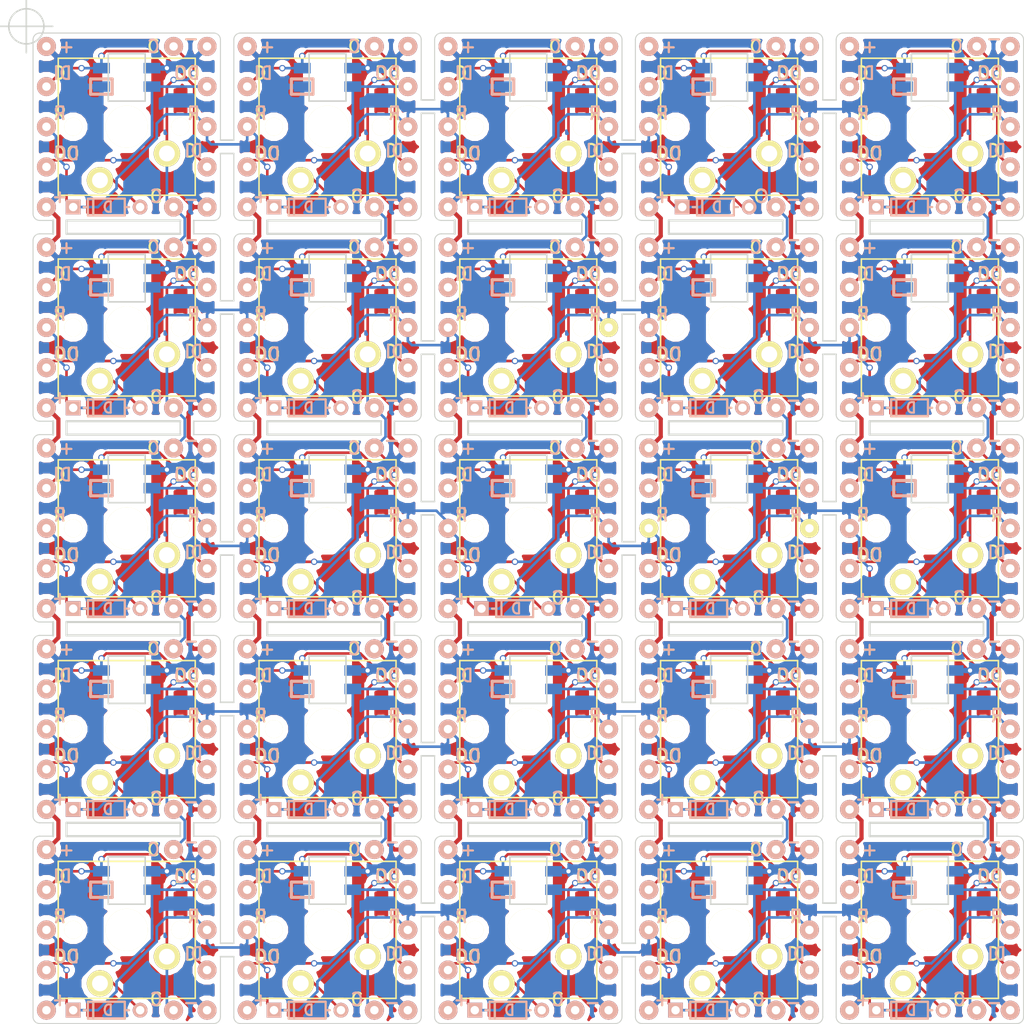
<source format=kicad_pcb>
(kicad_pcb (version 20171130) (host pcbnew 5.0.2-bee76a0~70~ubuntu18.04.1)
  (layers (0 F.Cu signal) (31 B.Cu signal) (34 B.Paste user) (35 F.Paste user) (36 B.SilkS user) (37 F.SilkS user) (38 B.Mask user) (39 F.Mask user) (44 Edge.Cuts user))
  (net 0 "")
  (net 1 /ROW0)
  (net 2 "Net-(D1-Pad2)")
  (net 3 "Net-(D2-Pad2)")
  (net 4 "Net-(D3-Pad2)")
  (net 5 "Net-(D4-Pad2)")
  (net 6 "Net-(D5-Pad2)")
  (net 7 /ROW1)
  (net 8 "Net-(D6-Pad2)")
  (net 9 "Net-(D7-Pad2)")
  (net 10 "Net-(D8-Pad2)")
  (net 11 "Net-(D9-Pad2)")
  (net 12 "Net-(D10-Pad2)")
  (net 13 /ROW2)
  (net 14 "Net-(D11-Pad2)")
  (net 15 "Net-(D12-Pad2)")
  (net 16 "Net-(D13-Pad2)")
  (net 17 "Net-(D14-Pad2)")
  (net 18 "Net-(D15-Pad2)")
  (net 19 /ROW3)
  (net 20 "Net-(D16-Pad2)")
  (net 21 "Net-(D17-Pad2)")
  (net 22 "Net-(D18-Pad2)")
  (net 23 "Net-(D19-Pad2)")
  (net 24 "Net-(D20-Pad2)")
  (net 25 /ROW4)
  (net 26 "Net-(D21-Pad2)")
  (net 27 "Net-(D22-Pad2)")
  (net 28 "Net-(D23-Pad2)")
  (net 29 "Net-(D24-Pad2)")
  (net 30 "Net-(D25-Pad2)")
  (net 31 "Net-(L1-Pad3)")
  (net 32 "Net-(L1-Pad1)")
  (net 33 GND)
  (net 34 /COL0)
  (net 35 /COL1)
  (net 36 /COL2)
  (net 37 /COL3)
  (net 38 /COL4)
  (net 39 VCC)
  (module footprint:diode (layer B.Cu) (at 107.442 43.307)
    (fp_text reference D (at 3.302 0) (layer B.SilkS) (effects (font (thickness 0.2)) (justify mirror)))
    (fp_text value D hide)
    (pad 1 thru_hole rect (at 0 0) (size 1.4 1.4) (drill 0.8) (layers *.Cu *.Mask B.SilkS) (net 1 /ROW0))
    (pad 2 thru_hole circle (at 6.35 0) (size 1.4 1.4) (drill 0.8) (layers *.Cu *.Mask B.SilkS) (net 4 "Net-(D3-Pad2)"))
  )
  (module footprint:switch (layer F.Cu) (at 112.522 35.687 180)
    (fp_text reference SW3)
    (fp_text value SW_PUSH hide)
    (pad "" np_thru_hole circle (at 5.08 0 180) (size 1.71 1.71) (drill 1.71) (layers *.Cu *.Mask F.SilkS))
    (pad 2 thru_hole circle (at 2.54 -5.08 180) (size 2.5 2.5) (drill 1.5) (layers *.Cu *.Mask F.SilkS) (net 4 "Net-(D3-Pad2)"))
    (pad "" np_thru_hole circle (at 0 0 180) (size 4 4) (drill 4) (layers *.Cu *.Mask F.SilkS))
    (pad 1 thru_hole circle (at -3.81 -2.54 180) (size 2.5 2.5) (drill 1.5) (layers *.Cu *.Mask F.SilkS) (net 36 /COL2))
    (pad "" np_thru_hole circle (at -5.08 0 180) (size 1.71 1.71) (drill 1.71) (layers *.Cu *.Mask F.SilkS))
  )
  (module kbd:SK6812MINI_rev (layer F.Cu) (at 93.472 31.002 180)
    (fp_text reference L1 hide)
    (fp_text value SK6812MINI hide)
    (fp_line (start 1.75 2.25) (end -1.75 2.25) (layer Edge.Cuts) (width 0.15))
    (fp_line (start -1.75 -2.25) (end 1.75 -2.25) (layer Edge.Cuts) (width 0.15))
    (fp_line (start 1.75 -2.25) (end 1.75 2.25) (layer Edge.Cuts) (width 0.15))
    (fp_line (start -1.75 -2.25) (end -1.75 2.25) (layer Edge.Cuts) (width 0.15))
    (pad 3 smd rect (at 2.4 0.875 180) (size 1.6 1) (layers B.Cu B.Paste B.Mask) (net 31 "Net-(L1-Pad3)"))
    (pad 4 smd rect (at 2.4 -0.875 180) (size 1.6 1) (layers B.Cu B.Paste B.Mask) (net 39 VCC))
    (pad 1 smd rect (at -2.4 -0.875 180) (size 1.6 1) (layers B.Cu B.Paste B.Mask) (net 32 "Net-(L1-Pad1)"))
    (pad 2 smd rect (at -2.4 0.875 180) (size 1.6 1) (layers B.Cu B.Paste B.Mask) (net 33 GND))
  )
  (module kbd:SK6812MINI_rev (layer F.Cu) (at 150.622 107.202 180)
    (fp_text reference L1 hide)
    (fp_text value SK6812MINI hide)
    (fp_line (start 1.75 2.25) (end -1.75 2.25) (layer Edge.Cuts) (width 0.15))
    (fp_line (start -1.75 -2.25) (end 1.75 -2.25) (layer Edge.Cuts) (width 0.15))
    (fp_line (start 1.75 -2.25) (end 1.75 2.25) (layer Edge.Cuts) (width 0.15))
    (fp_line (start -1.75 -2.25) (end -1.75 2.25) (layer Edge.Cuts) (width 0.15))
    (pad 3 smd rect (at 2.4 0.875 180) (size 1.6 1) (layers B.Cu B.Paste B.Mask) (net 31 "Net-(L1-Pad3)"))
    (pad 4 smd rect (at 2.4 -0.875 180) (size 1.6 1) (layers B.Cu B.Paste B.Mask) (net 39 VCC))
    (pad 1 smd rect (at -2.4 -0.875 180) (size 1.6 1) (layers B.Cu B.Paste B.Mask) (net 32 "Net-(L1-Pad1)"))
    (pad 2 smd rect (at -2.4 0.875 180) (size 1.6 1) (layers B.Cu B.Paste B.Mask) (net 33 GND))
  )
  (module kbd:SK6812MINI_rev (layer F.Cu) (at 131.572 107.202 180)
    (fp_text reference L1 hide)
    (fp_text value SK6812MINI hide)
    (fp_line (start 1.75 2.25) (end -1.75 2.25) (layer Edge.Cuts) (width 0.15))
    (fp_line (start -1.75 -2.25) (end 1.75 -2.25) (layer Edge.Cuts) (width 0.15))
    (fp_line (start 1.75 -2.25) (end 1.75 2.25) (layer Edge.Cuts) (width 0.15))
    (fp_line (start -1.75 -2.25) (end -1.75 2.25) (layer Edge.Cuts) (width 0.15))
    (pad 3 smd rect (at 2.4 0.875 180) (size 1.6 1) (layers B.Cu B.Paste B.Mask) (net 31 "Net-(L1-Pad3)"))
    (pad 4 smd rect (at 2.4 -0.875 180) (size 1.6 1) (layers B.Cu B.Paste B.Mask) (net 39 VCC))
    (pad 1 smd rect (at -2.4 -0.875 180) (size 1.6 1) (layers B.Cu B.Paste B.Mask) (net 32 "Net-(L1-Pad1)"))
    (pad 2 smd rect (at -2.4 0.875 180) (size 1.6 1) (layers B.Cu B.Paste B.Mask) (net 33 GND))
  )
  (module kbd:SK6812MINI_rev (layer F.Cu) (at 112.522 107.202 180)
    (fp_text reference L1 hide)
    (fp_text value SK6812MINI hide)
    (fp_line (start 1.75 2.25) (end -1.75 2.25) (layer Edge.Cuts) (width 0.15))
    (fp_line (start -1.75 -2.25) (end 1.75 -2.25) (layer Edge.Cuts) (width 0.15))
    (fp_line (start 1.75 -2.25) (end 1.75 2.25) (layer Edge.Cuts) (width 0.15))
    (fp_line (start -1.75 -2.25) (end -1.75 2.25) (layer Edge.Cuts) (width 0.15))
    (pad 3 smd rect (at 2.4 0.875 180) (size 1.6 1) (layers B.Cu B.Paste B.Mask) (net 31 "Net-(L1-Pad3)"))
    (pad 4 smd rect (at 2.4 -0.875 180) (size 1.6 1) (layers B.Cu B.Paste B.Mask) (net 39 VCC))
    (pad 1 smd rect (at -2.4 -0.875 180) (size 1.6 1) (layers B.Cu B.Paste B.Mask) (net 32 "Net-(L1-Pad1)"))
    (pad 2 smd rect (at -2.4 0.875 180) (size 1.6 1) (layers B.Cu B.Paste B.Mask) (net 33 GND))
  )
  (module kbd:SK6812MINI_rev (layer F.Cu) (at 93.472 107.202 180)
    (fp_text reference L1 hide)
    (fp_text value SK6812MINI hide)
    (fp_line (start 1.75 2.25) (end -1.75 2.25) (layer Edge.Cuts) (width 0.15))
    (fp_line (start -1.75 -2.25) (end 1.75 -2.25) (layer Edge.Cuts) (width 0.15))
    (fp_line (start 1.75 -2.25) (end 1.75 2.25) (layer Edge.Cuts) (width 0.15))
    (fp_line (start -1.75 -2.25) (end -1.75 2.25) (layer Edge.Cuts) (width 0.15))
    (pad 3 smd rect (at 2.4 0.875 180) (size 1.6 1) (layers B.Cu B.Paste B.Mask) (net 31 "Net-(L1-Pad3)"))
    (pad 4 smd rect (at 2.4 -0.875 180) (size 1.6 1) (layers B.Cu B.Paste B.Mask) (net 39 VCC))
    (pad 1 smd rect (at -2.4 -0.875 180) (size 1.6 1) (layers B.Cu B.Paste B.Mask) (net 32 "Net-(L1-Pad1)"))
    (pad 2 smd rect (at -2.4 0.875 180) (size 1.6 1) (layers B.Cu B.Paste B.Mask) (net 33 GND))
  )
  (module kbd:SK6812MINI_rev (layer F.Cu) (at 74.422 107.202 180)
    (fp_text reference L1 hide)
    (fp_text value SK6812MINI hide)
    (fp_line (start 1.75 2.25) (end -1.75 2.25) (layer Edge.Cuts) (width 0.15))
    (fp_line (start -1.75 -2.25) (end 1.75 -2.25) (layer Edge.Cuts) (width 0.15))
    (fp_line (start 1.75 -2.25) (end 1.75 2.25) (layer Edge.Cuts) (width 0.15))
    (fp_line (start -1.75 -2.25) (end -1.75 2.25) (layer Edge.Cuts) (width 0.15))
    (pad 3 smd rect (at 2.4 0.875 180) (size 1.6 1) (layers B.Cu B.Paste B.Mask) (net 31 "Net-(L1-Pad3)"))
    (pad 4 smd rect (at 2.4 -0.875 180) (size 1.6 1) (layers B.Cu B.Paste B.Mask) (net 39 VCC))
    (pad 1 smd rect (at -2.4 -0.875 180) (size 1.6 1) (layers B.Cu B.Paste B.Mask) (net 32 "Net-(L1-Pad1)"))
    (pad 2 smd rect (at -2.4 0.875 180) (size 1.6 1) (layers B.Cu B.Paste B.Mask) (net 33 GND))
  )
  (module kbd:SK6812MINI_rev (layer F.Cu) (at 150.622 88.152 180)
    (fp_text reference L1 hide)
    (fp_text value SK6812MINI hide)
    (fp_line (start 1.75 2.25) (end -1.75 2.25) (layer Edge.Cuts) (width 0.15))
    (fp_line (start -1.75 -2.25) (end 1.75 -2.25) (layer Edge.Cuts) (width 0.15))
    (fp_line (start 1.75 -2.25) (end 1.75 2.25) (layer Edge.Cuts) (width 0.15))
    (fp_line (start -1.75 -2.25) (end -1.75 2.25) (layer Edge.Cuts) (width 0.15))
    (pad 3 smd rect (at 2.4 0.875 180) (size 1.6 1) (layers B.Cu B.Paste B.Mask) (net 31 "Net-(L1-Pad3)"))
    (pad 4 smd rect (at 2.4 -0.875 180) (size 1.6 1) (layers B.Cu B.Paste B.Mask) (net 39 VCC))
    (pad 1 smd rect (at -2.4 -0.875 180) (size 1.6 1) (layers B.Cu B.Paste B.Mask) (net 32 "Net-(L1-Pad1)"))
    (pad 2 smd rect (at -2.4 0.875 180) (size 1.6 1) (layers B.Cu B.Paste B.Mask) (net 33 GND))
  )
  (module kbd:SK6812MINI_rev (layer F.Cu) (at 131.572 88.152 180)
    (fp_text reference L1 hide)
    (fp_text value SK6812MINI hide)
    (fp_line (start 1.75 2.25) (end -1.75 2.25) (layer Edge.Cuts) (width 0.15))
    (fp_line (start -1.75 -2.25) (end 1.75 -2.25) (layer Edge.Cuts) (width 0.15))
    (fp_line (start 1.75 -2.25) (end 1.75 2.25) (layer Edge.Cuts) (width 0.15))
    (fp_line (start -1.75 -2.25) (end -1.75 2.25) (layer Edge.Cuts) (width 0.15))
    (pad 3 smd rect (at 2.4 0.875 180) (size 1.6 1) (layers B.Cu B.Paste B.Mask) (net 31 "Net-(L1-Pad3)"))
    (pad 4 smd rect (at 2.4 -0.875 180) (size 1.6 1) (layers B.Cu B.Paste B.Mask) (net 39 VCC))
    (pad 1 smd rect (at -2.4 -0.875 180) (size 1.6 1) (layers B.Cu B.Paste B.Mask) (net 32 "Net-(L1-Pad1)"))
    (pad 2 smd rect (at -2.4 0.875 180) (size 1.6 1) (layers B.Cu B.Paste B.Mask) (net 33 GND))
  )
  (module kbd:SK6812MINI_rev (layer F.Cu) (at 112.522 88.152 180)
    (fp_text reference L1 hide)
    (fp_text value SK6812MINI hide)
    (fp_line (start 1.75 2.25) (end -1.75 2.25) (layer Edge.Cuts) (width 0.15))
    (fp_line (start -1.75 -2.25) (end 1.75 -2.25) (layer Edge.Cuts) (width 0.15))
    (fp_line (start 1.75 -2.25) (end 1.75 2.25) (layer Edge.Cuts) (width 0.15))
    (fp_line (start -1.75 -2.25) (end -1.75 2.25) (layer Edge.Cuts) (width 0.15))
    (pad 3 smd rect (at 2.4 0.875 180) (size 1.6 1) (layers B.Cu B.Paste B.Mask) (net 31 "Net-(L1-Pad3)"))
    (pad 4 smd rect (at 2.4 -0.875 180) (size 1.6 1) (layers B.Cu B.Paste B.Mask) (net 39 VCC))
    (pad 1 smd rect (at -2.4 -0.875 180) (size 1.6 1) (layers B.Cu B.Paste B.Mask) (net 32 "Net-(L1-Pad1)"))
    (pad 2 smd rect (at -2.4 0.875 180) (size 1.6 1) (layers B.Cu B.Paste B.Mask) (net 33 GND))
  )
  (module kbd:SK6812MINI_rev (layer F.Cu) (at 93.472 88.152 180)
    (fp_text reference L1 hide)
    (fp_text value SK6812MINI hide)
    (fp_line (start 1.75 2.25) (end -1.75 2.25) (layer Edge.Cuts) (width 0.15))
    (fp_line (start -1.75 -2.25) (end 1.75 -2.25) (layer Edge.Cuts) (width 0.15))
    (fp_line (start 1.75 -2.25) (end 1.75 2.25) (layer Edge.Cuts) (width 0.15))
    (fp_line (start -1.75 -2.25) (end -1.75 2.25) (layer Edge.Cuts) (width 0.15))
    (pad 3 smd rect (at 2.4 0.875 180) (size 1.6 1) (layers B.Cu B.Paste B.Mask) (net 31 "Net-(L1-Pad3)"))
    (pad 4 smd rect (at 2.4 -0.875 180) (size 1.6 1) (layers B.Cu B.Paste B.Mask) (net 39 VCC))
    (pad 1 smd rect (at -2.4 -0.875 180) (size 1.6 1) (layers B.Cu B.Paste B.Mask) (net 32 "Net-(L1-Pad1)"))
    (pad 2 smd rect (at -2.4 0.875 180) (size 1.6 1) (layers B.Cu B.Paste B.Mask) (net 33 GND))
  )
  (module kbd:SK6812MINI_rev (layer F.Cu) (at 74.422 88.152 180)
    (fp_text reference L1 hide)
    (fp_text value SK6812MINI hide)
    (fp_line (start 1.75 2.25) (end -1.75 2.25) (layer Edge.Cuts) (width 0.15))
    (fp_line (start -1.75 -2.25) (end 1.75 -2.25) (layer Edge.Cuts) (width 0.15))
    (fp_line (start 1.75 -2.25) (end 1.75 2.25) (layer Edge.Cuts) (width 0.15))
    (fp_line (start -1.75 -2.25) (end -1.75 2.25) (layer Edge.Cuts) (width 0.15))
    (pad 3 smd rect (at 2.4 0.875 180) (size 1.6 1) (layers B.Cu B.Paste B.Mask) (net 31 "Net-(L1-Pad3)"))
    (pad 4 smd rect (at 2.4 -0.875 180) (size 1.6 1) (layers B.Cu B.Paste B.Mask) (net 39 VCC))
    (pad 1 smd rect (at -2.4 -0.875 180) (size 1.6 1) (layers B.Cu B.Paste B.Mask) (net 32 "Net-(L1-Pad1)"))
    (pad 2 smd rect (at -2.4 0.875 180) (size 1.6 1) (layers B.Cu B.Paste B.Mask) (net 33 GND))
  )
  (module kbd:SK6812MINI_rev (layer F.Cu) (at 150.622 69.102 180)
    (fp_text reference L1 hide)
    (fp_text value SK6812MINI hide)
    (fp_line (start 1.75 2.25) (end -1.75 2.25) (layer Edge.Cuts) (width 0.15))
    (fp_line (start -1.75 -2.25) (end 1.75 -2.25) (layer Edge.Cuts) (width 0.15))
    (fp_line (start 1.75 -2.25) (end 1.75 2.25) (layer Edge.Cuts) (width 0.15))
    (fp_line (start -1.75 -2.25) (end -1.75 2.25) (layer Edge.Cuts) (width 0.15))
    (pad 3 smd rect (at 2.4 0.875 180) (size 1.6 1) (layers B.Cu B.Paste B.Mask) (net 31 "Net-(L1-Pad3)"))
    (pad 4 smd rect (at 2.4 -0.875 180) (size 1.6 1) (layers B.Cu B.Paste B.Mask) (net 39 VCC))
    (pad 1 smd rect (at -2.4 -0.875 180) (size 1.6 1) (layers B.Cu B.Paste B.Mask) (net 32 "Net-(L1-Pad1)"))
    (pad 2 smd rect (at -2.4 0.875 180) (size 1.6 1) (layers B.Cu B.Paste B.Mask) (net 33 GND))
  )
  (module kbd:SK6812MINI_rev (layer F.Cu) (at 131.572 69.102 180)
    (fp_text reference L1 hide)
    (fp_text value SK6812MINI hide)
    (fp_line (start 1.75 2.25) (end -1.75 2.25) (layer Edge.Cuts) (width 0.15))
    (fp_line (start -1.75 -2.25) (end 1.75 -2.25) (layer Edge.Cuts) (width 0.15))
    (fp_line (start 1.75 -2.25) (end 1.75 2.25) (layer Edge.Cuts) (width 0.15))
    (fp_line (start -1.75 -2.25) (end -1.75 2.25) (layer Edge.Cuts) (width 0.15))
    (pad 3 smd rect (at 2.4 0.875 180) (size 1.6 1) (layers B.Cu B.Paste B.Mask) (net 31 "Net-(L1-Pad3)"))
    (pad 4 smd rect (at 2.4 -0.875 180) (size 1.6 1) (layers B.Cu B.Paste B.Mask) (net 39 VCC))
    (pad 1 smd rect (at -2.4 -0.875 180) (size 1.6 1) (layers B.Cu B.Paste B.Mask) (net 32 "Net-(L1-Pad1)"))
    (pad 2 smd rect (at -2.4 0.875 180) (size 1.6 1) (layers B.Cu B.Paste B.Mask) (net 33 GND))
  )
  (module kbd:SK6812MINI_rev (layer F.Cu) (at 112.522 69.102 180)
    (fp_text reference L1 hide)
    (fp_text value SK6812MINI hide)
    (fp_line (start 1.75 2.25) (end -1.75 2.25) (layer Edge.Cuts) (width 0.15))
    (fp_line (start -1.75 -2.25) (end 1.75 -2.25) (layer Edge.Cuts) (width 0.15))
    (fp_line (start 1.75 -2.25) (end 1.75 2.25) (layer Edge.Cuts) (width 0.15))
    (fp_line (start -1.75 -2.25) (end -1.75 2.25) (layer Edge.Cuts) (width 0.15))
    (pad 3 smd rect (at 2.4 0.875 180) (size 1.6 1) (layers B.Cu B.Paste B.Mask) (net 31 "Net-(L1-Pad3)"))
    (pad 4 smd rect (at 2.4 -0.875 180) (size 1.6 1) (layers B.Cu B.Paste B.Mask) (net 39 VCC))
    (pad 1 smd rect (at -2.4 -0.875 180) (size 1.6 1) (layers B.Cu B.Paste B.Mask) (net 32 "Net-(L1-Pad1)"))
    (pad 2 smd rect (at -2.4 0.875 180) (size 1.6 1) (layers B.Cu B.Paste B.Mask) (net 33 GND))
  )
  (module kbd:SK6812MINI_rev (layer F.Cu) (at 93.472 69.102 180)
    (fp_text reference L1 hide)
    (fp_text value SK6812MINI hide)
    (fp_line (start 1.75 2.25) (end -1.75 2.25) (layer Edge.Cuts) (width 0.15))
    (fp_line (start -1.75 -2.25) (end 1.75 -2.25) (layer Edge.Cuts) (width 0.15))
    (fp_line (start 1.75 -2.25) (end 1.75 2.25) (layer Edge.Cuts) (width 0.15))
    (fp_line (start -1.75 -2.25) (end -1.75 2.25) (layer Edge.Cuts) (width 0.15))
    (pad 3 smd rect (at 2.4 0.875 180) (size 1.6 1) (layers B.Cu B.Paste B.Mask) (net 31 "Net-(L1-Pad3)"))
    (pad 4 smd rect (at 2.4 -0.875 180) (size 1.6 1) (layers B.Cu B.Paste B.Mask) (net 39 VCC))
    (pad 1 smd rect (at -2.4 -0.875 180) (size 1.6 1) (layers B.Cu B.Paste B.Mask) (net 32 "Net-(L1-Pad1)"))
    (pad 2 smd rect (at -2.4 0.875 180) (size 1.6 1) (layers B.Cu B.Paste B.Mask) (net 33 GND))
  )
  (module kbd:SK6812MINI_rev (layer F.Cu) (at 74.422 69.102 180)
    (fp_text reference L1 hide)
    (fp_text value SK6812MINI hide)
    (fp_line (start 1.75 2.25) (end -1.75 2.25) (layer Edge.Cuts) (width 0.15))
    (fp_line (start -1.75 -2.25) (end 1.75 -2.25) (layer Edge.Cuts) (width 0.15))
    (fp_line (start 1.75 -2.25) (end 1.75 2.25) (layer Edge.Cuts) (width 0.15))
    (fp_line (start -1.75 -2.25) (end -1.75 2.25) (layer Edge.Cuts) (width 0.15))
    (pad 3 smd rect (at 2.4 0.875 180) (size 1.6 1) (layers B.Cu B.Paste B.Mask) (net 31 "Net-(L1-Pad3)"))
    (pad 4 smd rect (at 2.4 -0.875 180) (size 1.6 1) (layers B.Cu B.Paste B.Mask) (net 39 VCC))
    (pad 1 smd rect (at -2.4 -0.875 180) (size 1.6 1) (layers B.Cu B.Paste B.Mask) (net 32 "Net-(L1-Pad1)"))
    (pad 2 smd rect (at -2.4 0.875 180) (size 1.6 1) (layers B.Cu B.Paste B.Mask) (net 33 GND))
  )
  (module kbd:SK6812MINI_rev (layer F.Cu) (at 150.622 50.052 180)
    (fp_text reference L1 hide)
    (fp_text value SK6812MINI hide)
    (fp_line (start 1.75 2.25) (end -1.75 2.25) (layer Edge.Cuts) (width 0.15))
    (fp_line (start -1.75 -2.25) (end 1.75 -2.25) (layer Edge.Cuts) (width 0.15))
    (fp_line (start 1.75 -2.25) (end 1.75 2.25) (layer Edge.Cuts) (width 0.15))
    (fp_line (start -1.75 -2.25) (end -1.75 2.25) (layer Edge.Cuts) (width 0.15))
    (pad 3 smd rect (at 2.4 0.875 180) (size 1.6 1) (layers B.Cu B.Paste B.Mask) (net 31 "Net-(L1-Pad3)"))
    (pad 4 smd rect (at 2.4 -0.875 180) (size 1.6 1) (layers B.Cu B.Paste B.Mask) (net 39 VCC))
    (pad 1 smd rect (at -2.4 -0.875 180) (size 1.6 1) (layers B.Cu B.Paste B.Mask) (net 32 "Net-(L1-Pad1)"))
    (pad 2 smd rect (at -2.4 0.875 180) (size 1.6 1) (layers B.Cu B.Paste B.Mask) (net 33 GND))
  )
  (module kbd:SK6812MINI_rev (layer F.Cu) (at 131.572 50.052 180)
    (fp_text reference L1 hide)
    (fp_text value SK6812MINI hide)
    (fp_line (start 1.75 2.25) (end -1.75 2.25) (layer Edge.Cuts) (width 0.15))
    (fp_line (start -1.75 -2.25) (end 1.75 -2.25) (layer Edge.Cuts) (width 0.15))
    (fp_line (start 1.75 -2.25) (end 1.75 2.25) (layer Edge.Cuts) (width 0.15))
    (fp_line (start -1.75 -2.25) (end -1.75 2.25) (layer Edge.Cuts) (width 0.15))
    (pad 3 smd rect (at 2.4 0.875 180) (size 1.6 1) (layers B.Cu B.Paste B.Mask) (net 31 "Net-(L1-Pad3)"))
    (pad 4 smd rect (at 2.4 -0.875 180) (size 1.6 1) (layers B.Cu B.Paste B.Mask) (net 39 VCC))
    (pad 1 smd rect (at -2.4 -0.875 180) (size 1.6 1) (layers B.Cu B.Paste B.Mask) (net 32 "Net-(L1-Pad1)"))
    (pad 2 smd rect (at -2.4 0.875 180) (size 1.6 1) (layers B.Cu B.Paste B.Mask) (net 33 GND))
  )
  (module kbd:SK6812MINI_rev (layer F.Cu) (at 112.522 50.052 180)
    (fp_text reference L1 hide)
    (fp_text value SK6812MINI hide)
    (fp_line (start 1.75 2.25) (end -1.75 2.25) (layer Edge.Cuts) (width 0.15))
    (fp_line (start -1.75 -2.25) (end 1.75 -2.25) (layer Edge.Cuts) (width 0.15))
    (fp_line (start 1.75 -2.25) (end 1.75 2.25) (layer Edge.Cuts) (width 0.15))
    (fp_line (start -1.75 -2.25) (end -1.75 2.25) (layer Edge.Cuts) (width 0.15))
    (pad 3 smd rect (at 2.4 0.875 180) (size 1.6 1) (layers B.Cu B.Paste B.Mask) (net 31 "Net-(L1-Pad3)"))
    (pad 4 smd rect (at 2.4 -0.875 180) (size 1.6 1) (layers B.Cu B.Paste B.Mask) (net 39 VCC))
    (pad 1 smd rect (at -2.4 -0.875 180) (size 1.6 1) (layers B.Cu B.Paste B.Mask) (net 32 "Net-(L1-Pad1)"))
    (pad 2 smd rect (at -2.4 0.875 180) (size 1.6 1) (layers B.Cu B.Paste B.Mask) (net 33 GND))
  )
  (module kbd:SK6812MINI_rev (layer F.Cu) (at 93.472 50.052 180)
    (fp_text reference L1 hide)
    (fp_text value SK6812MINI hide)
    (fp_line (start 1.75 2.25) (end -1.75 2.25) (layer Edge.Cuts) (width 0.15))
    (fp_line (start -1.75 -2.25) (end 1.75 -2.25) (layer Edge.Cuts) (width 0.15))
    (fp_line (start 1.75 -2.25) (end 1.75 2.25) (layer Edge.Cuts) (width 0.15))
    (fp_line (start -1.75 -2.25) (end -1.75 2.25) (layer Edge.Cuts) (width 0.15))
    (pad 3 smd rect (at 2.4 0.875 180) (size 1.6 1) (layers B.Cu B.Paste B.Mask) (net 31 "Net-(L1-Pad3)"))
    (pad 4 smd rect (at 2.4 -0.875 180) (size 1.6 1) (layers B.Cu B.Paste B.Mask) (net 39 VCC))
    (pad 1 smd rect (at -2.4 -0.875 180) (size 1.6 1) (layers B.Cu B.Paste B.Mask) (net 32 "Net-(L1-Pad1)"))
    (pad 2 smd rect (at -2.4 0.875 180) (size 1.6 1) (layers B.Cu B.Paste B.Mask) (net 33 GND))
  )
  (module kbd:SK6812MINI_rev (layer F.Cu) (at 74.422 50.052 180)
    (fp_text reference L1 hide)
    (fp_text value SK6812MINI hide)
    (fp_line (start 1.75 2.25) (end -1.75 2.25) (layer Edge.Cuts) (width 0.15))
    (fp_line (start -1.75 -2.25) (end 1.75 -2.25) (layer Edge.Cuts) (width 0.15))
    (fp_line (start 1.75 -2.25) (end 1.75 2.25) (layer Edge.Cuts) (width 0.15))
    (fp_line (start -1.75 -2.25) (end -1.75 2.25) (layer Edge.Cuts) (width 0.15))
    (pad 3 smd rect (at 2.4 0.875 180) (size 1.6 1) (layers B.Cu B.Paste B.Mask) (net 31 "Net-(L1-Pad3)"))
    (pad 4 smd rect (at 2.4 -0.875 180) (size 1.6 1) (layers B.Cu B.Paste B.Mask) (net 39 VCC))
    (pad 1 smd rect (at -2.4 -0.875 180) (size 1.6 1) (layers B.Cu B.Paste B.Mask) (net 32 "Net-(L1-Pad1)"))
    (pad 2 smd rect (at -2.4 0.875 180) (size 1.6 1) (layers B.Cu B.Paste B.Mask) (net 33 GND))
  )
  (module kbd:SK6812MINI_rev (layer F.Cu) (at 150.622 31.002 180)
    (fp_text reference L1 hide)
    (fp_text value SK6812MINI hide)
    (fp_line (start 1.75 2.25) (end -1.75 2.25) (layer Edge.Cuts) (width 0.15))
    (fp_line (start -1.75 -2.25) (end 1.75 -2.25) (layer Edge.Cuts) (width 0.15))
    (fp_line (start 1.75 -2.25) (end 1.75 2.25) (layer Edge.Cuts) (width 0.15))
    (fp_line (start -1.75 -2.25) (end -1.75 2.25) (layer Edge.Cuts) (width 0.15))
    (pad 3 smd rect (at 2.4 0.875 180) (size 1.6 1) (layers B.Cu B.Paste B.Mask) (net 31 "Net-(L1-Pad3)"))
    (pad 4 smd rect (at 2.4 -0.875 180) (size 1.6 1) (layers B.Cu B.Paste B.Mask) (net 39 VCC))
    (pad 1 smd rect (at -2.4 -0.875 180) (size 1.6 1) (layers B.Cu B.Paste B.Mask) (net 32 "Net-(L1-Pad1)"))
    (pad 2 smd rect (at -2.4 0.875 180) (size 1.6 1) (layers B.Cu B.Paste B.Mask) (net 33 GND))
  )
  (module kbd:SK6812MINI_rev (layer F.Cu) (at 131.572 31.002 180)
    (fp_text reference L1 hide)
    (fp_text value SK6812MINI hide)
    (fp_line (start 1.75 2.25) (end -1.75 2.25) (layer Edge.Cuts) (width 0.15))
    (fp_line (start -1.75 -2.25) (end 1.75 -2.25) (layer Edge.Cuts) (width 0.15))
    (fp_line (start 1.75 -2.25) (end 1.75 2.25) (layer Edge.Cuts) (width 0.15))
    (fp_line (start -1.75 -2.25) (end -1.75 2.25) (layer Edge.Cuts) (width 0.15))
    (pad 3 smd rect (at 2.4 0.875 180) (size 1.6 1) (layers B.Cu B.Paste B.Mask) (net 31 "Net-(L1-Pad3)"))
    (pad 4 smd rect (at 2.4 -0.875 180) (size 1.6 1) (layers B.Cu B.Paste B.Mask) (net 39 VCC))
    (pad 1 smd rect (at -2.4 -0.875 180) (size 1.6 1) (layers B.Cu B.Paste B.Mask) (net 32 "Net-(L1-Pad1)"))
    (pad 2 smd rect (at -2.4 0.875 180) (size 1.6 1) (layers B.Cu B.Paste B.Mask) (net 33 GND))
  )
  (module kbd:SK6812MINI_rev (layer F.Cu) (at 112.522 31.002 180)
    (fp_text reference L1 hide)
    (fp_text value SK6812MINI hide)
    (fp_line (start 1.75 2.25) (end -1.75 2.25) (layer Edge.Cuts) (width 0.15))
    (fp_line (start -1.75 -2.25) (end 1.75 -2.25) (layer Edge.Cuts) (width 0.15))
    (fp_line (start 1.75 -2.25) (end 1.75 2.25) (layer Edge.Cuts) (width 0.15))
    (fp_line (start -1.75 -2.25) (end -1.75 2.25) (layer Edge.Cuts) (width 0.15))
    (pad 3 smd rect (at 2.4 0.875 180) (size 1.6 1) (layers B.Cu B.Paste B.Mask) (net 31 "Net-(L1-Pad3)"))
    (pad 4 smd rect (at 2.4 -0.875 180) (size 1.6 1) (layers B.Cu B.Paste B.Mask) (net 39 VCC))
    (pad 1 smd rect (at -2.4 -0.875 180) (size 1.6 1) (layers B.Cu B.Paste B.Mask) (net 32 "Net-(L1-Pad1)"))
    (pad 2 smd rect (at -2.4 0.875 180) (size 1.6 1) (layers B.Cu B.Paste B.Mask) (net 33 GND))
  )
  (module kbd:SK6812MINI_rev (layer F.Cu) (at 74.422 31.002 180)
    (fp_text reference L1 hide)
    (fp_text value SK6812MINI hide)
    (fp_line (start 1.75 2.25) (end -1.75 2.25) (layer Edge.Cuts) (width 0.15))
    (fp_line (start -1.75 -2.25) (end 1.75 -2.25) (layer Edge.Cuts) (width 0.15))
    (fp_line (start 1.75 -2.25) (end 1.75 2.25) (layer Edge.Cuts) (width 0.15))
    (fp_line (start -1.75 -2.25) (end -1.75 2.25) (layer Edge.Cuts) (width 0.15))
    (pad 3 smd rect (at 2.4 0.875 180) (size 1.6 1) (layers B.Cu B.Paste B.Mask) (net 31 "Net-(L1-Pad3)"))
    (pad 4 smd rect (at 2.4 -0.875 180) (size 1.6 1) (layers B.Cu B.Paste B.Mask) (net 39 VCC))
    (pad 1 smd rect (at -2.4 -0.875 180) (size 1.6 1) (layers B.Cu B.Paste B.Mask) (net 32 "Net-(L1-Pad1)"))
    (pad 2 smd rect (at -2.4 0.875 180) (size 1.6 1) (layers B.Cu B.Paste B.Mask) (net 33 GND))
  )
  (module footprint:wirepad (layer B.Cu) (at 158.242 111.887)
    (fp_text reference REF** hide)
    (fp_text value "wire pad" hide)
    (pad 1 thru_hole circle (at 0 0) (size 1.8 1.8) (drill 0.8) (layers *.Cu *.Mask B.SilkS) (net 25 /ROW4))
  )
  (module footprint:wirepad (layer B.Cu) (at 139.192 111.887)
    (fp_text reference REF** hide)
    (fp_text value "wire pad" hide)
    (pad 1 thru_hole circle (at 0 0) (size 1.8 1.8) (drill 0.8) (layers *.Cu *.Mask B.SilkS) (net 25 /ROW4))
  )
  (module footprint:wirepad (layer B.Cu) (at 120.142 111.887)
    (fp_text reference REF** hide)
    (fp_text value "wire pad" hide)
    (pad 1 thru_hole circle (at 0 0) (size 1.8 1.8) (drill 0.8) (layers *.Cu *.Mask B.SilkS) (net 25 /ROW4))
  )
  (module footprint:wirepad (layer B.Cu) (at 101.092 111.887)
    (fp_text reference REF** hide)
    (fp_text value "wire pad" hide)
    (pad 1 thru_hole circle (at 0 0) (size 1.8 1.8) (drill 0.8) (layers *.Cu *.Mask B.SilkS) (net 25 /ROW4))
  )
  (module footprint:wirepad (layer B.Cu) (at 143.002 111.887)
    (fp_text reference REF** hide)
    (fp_text value "wire pad" hide)
    (pad 1 thru_hole circle (at 0 0) (size 1.8 1.8) (drill 0.8) (layers *.Cu *.Mask B.SilkS) (net 25 /ROW4))
  )
  (module footprint:wirepad (layer B.Cu) (at 123.952 111.887)
    (fp_text reference REF** hide)
    (fp_text value "wire pad" hide)
    (pad 1 thru_hole circle (at 0 0) (size 1.8 1.8) (drill 0.8) (layers *.Cu *.Mask B.SilkS) (net 25 /ROW4))
  )
  (module footprint:wirepad (layer B.Cu) (at 104.902 111.887)
    (fp_text reference REF** hide)
    (fp_text value "wire pad" hide)
    (pad 1 thru_hole circle (at 0 0) (size 1.8 1.8) (drill 0.8) (layers *.Cu *.Mask B.SilkS) (net 25 /ROW4))
  )
  (module footprint:wirepad (layer B.Cu) (at 85.852 111.887)
    (fp_text reference REF** hide)
    (fp_text value "wire pad" hide)
    (pad 1 thru_hole circle (at 0 0) (size 1.8 1.8) (drill 0.8) (layers *.Cu *.Mask B.SilkS) (net 25 /ROW4))
  )
  (module footprint:wirepad (layer B.Cu) (at 158.242 92.837)
    (fp_text reference REF** hide)
    (fp_text value "wire pad" hide)
    (pad 1 thru_hole circle (at 0 0) (size 1.8 1.8) (drill 0.8) (layers *.Cu *.Mask B.SilkS) (net 19 /ROW3))
  )
  (module footprint:wirepad (layer B.Cu) (at 139.192 92.837)
    (fp_text reference REF** hide)
    (fp_text value "wire pad" hide)
    (pad 1 thru_hole circle (at 0 0) (size 1.8 1.8) (drill 0.8) (layers *.Cu *.Mask B.SilkS) (net 19 /ROW3))
  )
  (module footprint:wirepad (layer B.Cu) (at 120.142 92.837)
    (fp_text reference REF** hide)
    (fp_text value "wire pad" hide)
    (pad 1 thru_hole circle (at 0 0) (size 1.8 1.8) (drill 0.8) (layers *.Cu *.Mask B.SilkS) (net 19 /ROW3))
  )
  (module footprint:wirepad (layer B.Cu) (at 101.092 92.837)
    (fp_text reference REF** hide)
    (fp_text value "wire pad" hide)
    (pad 1 thru_hole circle (at 0 0) (size 1.8 1.8) (drill 0.8) (layers *.Cu *.Mask B.SilkS) (net 19 /ROW3))
  )
  (module footprint:wirepad (layer B.Cu) (at 143.002 92.837)
    (fp_text reference REF** hide)
    (fp_text value "wire pad" hide)
    (pad 1 thru_hole circle (at 0 0) (size 1.8 1.8) (drill 0.8) (layers *.Cu *.Mask B.SilkS) (net 19 /ROW3))
  )
  (module footprint:wirepad (layer B.Cu) (at 123.952 92.837)
    (fp_text reference REF** hide)
    (fp_text value "wire pad" hide)
    (pad 1 thru_hole circle (at 0 0) (size 1.8 1.8) (drill 0.8) (layers *.Cu *.Mask B.SilkS) (net 19 /ROW3))
  )
  (module footprint:wirepad (layer B.Cu) (at 104.902 92.837)
    (fp_text reference REF** hide)
    (fp_text value "wire pad" hide)
    (pad 1 thru_hole circle (at 0 0) (size 1.8 1.8) (drill 0.8) (layers *.Cu *.Mask B.SilkS) (net 19 /ROW3))
  )
  (module footprint:wirepad (layer B.Cu) (at 85.852 92.837)
    (fp_text reference REF** hide)
    (fp_text value "wire pad" hide)
    (pad 1 thru_hole circle (at 0 0) (size 1.8 1.8) (drill 0.8) (layers *.Cu *.Mask B.SilkS) (net 19 /ROW3))
  )
  (module footprint:wirepad (layer B.Cu) (at 143.002 73.787)
    (fp_text reference REF** hide)
    (fp_text value "wire pad" hide)
    (pad 1 thru_hole circle (at 0 0) (size 1.8 1.8) (drill 0.8) (layers *.Cu *.Mask B.SilkS) (net 13 /ROW2))
  )
  (module footprint:wirepad (layer F.Cu) (at 123.952 73.787)
    (fp_text reference REF** hide)
    (fp_text value "wire pad" hide)
    (pad 1 thru_hole circle (at 0 0) (size 1.8 1.8) (drill 0.8) (layers *.Cu *.Mask F.SilkS) (net 13 /ROW2))
  )
  (module footprint:wirepad (layer B.Cu) (at 104.902 73.787)
    (fp_text reference REF** hide)
    (fp_text value "wire pad" hide)
    (pad 1 thru_hole circle (at 0 0) (size 1.8 1.8) (drill 0.8) (layers *.Cu *.Mask B.SilkS) (net 13 /ROW2))
  )
  (module footprint:wirepad (layer B.Cu) (at 85.852 73.787)
    (fp_text reference REF** hide)
    (fp_text value "wire pad" hide)
    (pad 1 thru_hole circle (at 0 0) (size 1.8 1.8) (drill 0.8) (layers *.Cu *.Mask B.SilkS) (net 13 /ROW2))
  )
  (module footprint:wirepad (layer B.Cu) (at 158.242 73.787)
    (fp_text reference REF** hide)
    (fp_text value "wire pad" hide)
    (pad 1 thru_hole circle (at 0 0) (size 1.8 1.8) (drill 0.8) (layers *.Cu *.Mask B.SilkS) (net 13 /ROW2))
  )
  (module footprint:wirepad (layer F.Cu) (at 139.192 73.787)
    (fp_text reference REF** hide)
    (fp_text value "wire pad" hide)
    (pad 1 thru_hole circle (at 0 0) (size 1.8 1.8) (drill 0.8) (layers *.Cu *.Mask F.SilkS) (net 13 /ROW2))
  )
  (module footprint:wirepad (layer B.Cu) (at 120.142 73.787)
    (fp_text reference REF** hide)
    (fp_text value "wire pad" hide)
    (pad 1 thru_hole circle (at 0 0) (size 1.8 1.8) (drill 0.8) (layers *.Cu *.Mask B.SilkS) (net 13 /ROW2))
  )
  (module footprint:wirepad (layer B.Cu) (at 101.092 73.787)
    (fp_text reference REF** hide)
    (fp_text value "wire pad" hide)
    (pad 1 thru_hole circle (at 0 0) (size 1.8 1.8) (drill 0.8) (layers *.Cu *.Mask B.SilkS) (net 13 /ROW2))
  )
  (module footprint:wirepad (layer B.Cu) (at 158.242 115.697)
    (fp_text reference REF** hide)
    (fp_text value "wire pad" hide)
    (pad 1 thru_hole circle (at 0 0) (size 1.8 1.8) (drill 0.8) (layers *.Cu *.Mask B.SilkS) (net 31 "Net-(L1-Pad3)"))
  )
  (module footprint:wirepad (layer B.Cu) (at 139.192 115.697)
    (fp_text reference REF** hide)
    (fp_text value "wire pad" hide)
    (pad 1 thru_hole circle (at 0 0) (size 1.8 1.8) (drill 0.8) (layers *.Cu *.Mask B.SilkS) (net 31 "Net-(L1-Pad3)"))
  )
  (module footprint:wirepad (layer B.Cu) (at 120.142 115.697)
    (fp_text reference REF** hide)
    (fp_text value "wire pad" hide)
    (pad 1 thru_hole circle (at 0 0) (size 1.8 1.8) (drill 0.8) (layers *.Cu *.Mask B.SilkS) (net 31 "Net-(L1-Pad3)"))
  )
  (module footprint:wirepad (layer B.Cu) (at 101.092 115.697)
    (fp_text reference REF** hide)
    (fp_text value "wire pad" hide)
    (pad 1 thru_hole circle (at 0 0) (size 1.8 1.8) (drill 0.8) (layers *.Cu *.Mask B.SilkS) (net 31 "Net-(L1-Pad3)"))
  )
  (module footprint:wirepad (layer B.Cu) (at 82.042 115.697)
    (fp_text reference REF** hide)
    (fp_text value "wire pad" hide)
    (pad 1 thru_hole circle (at 0 0) (size 1.8 1.8) (drill 0.8) (layers *.Cu *.Mask B.SilkS) (net 31 "Net-(L1-Pad3)"))
  )
  (module footprint:wirepad (layer B.Cu) (at 158.242 96.647)
    (fp_text reference REF** hide)
    (fp_text value "wire pad" hide)
    (pad 1 thru_hole circle (at 0 0) (size 1.8 1.8) (drill 0.8) (layers *.Cu *.Mask B.SilkS) (net 31 "Net-(L1-Pad3)"))
  )
  (module footprint:wirepad (layer B.Cu) (at 139.192 96.647)
    (fp_text reference REF** hide)
    (fp_text value "wire pad" hide)
    (pad 1 thru_hole circle (at 0 0) (size 1.8 1.8) (drill 0.8) (layers *.Cu *.Mask B.SilkS) (net 31 "Net-(L1-Pad3)"))
  )
  (module footprint:wirepad (layer B.Cu) (at 120.142 96.647)
    (fp_text reference REF** hide)
    (fp_text value "wire pad" hide)
    (pad 1 thru_hole circle (at 0 0) (size 1.8 1.8) (drill 0.8) (layers *.Cu *.Mask B.SilkS) (net 31 "Net-(L1-Pad3)"))
  )
  (module footprint:wirepad (layer B.Cu) (at 101.092 96.647)
    (fp_text reference REF** hide)
    (fp_text value "wire pad" hide)
    (pad 1 thru_hole circle (at 0 0) (size 1.8 1.8) (drill 0.8) (layers *.Cu *.Mask B.SilkS) (net 31 "Net-(L1-Pad3)"))
  )
  (module footprint:wirepad (layer B.Cu) (at 82.042 96.647)
    (fp_text reference REF** hide)
    (fp_text value "wire pad" hide)
    (pad 1 thru_hole circle (at 0 0) (size 1.8 1.8) (drill 0.8) (layers *.Cu *.Mask B.SilkS) (net 31 "Net-(L1-Pad3)"))
  )
  (module footprint:wirepad (layer B.Cu) (at 158.242 77.597)
    (fp_text reference REF** hide)
    (fp_text value "wire pad" hide)
    (pad 1 thru_hole circle (at 0 0) (size 1.8 1.8) (drill 0.8) (layers *.Cu *.Mask B.SilkS) (net 31 "Net-(L1-Pad3)"))
  )
  (module footprint:wirepad (layer B.Cu) (at 139.192 77.597)
    (fp_text reference REF** hide)
    (fp_text value "wire pad" hide)
    (pad 1 thru_hole circle (at 0 0) (size 1.8 1.8) (drill 0.8) (layers *.Cu *.Mask B.SilkS) (net 31 "Net-(L1-Pad3)"))
  )
  (module footprint:wirepad (layer B.Cu) (at 120.142 77.597)
    (fp_text reference REF** hide)
    (fp_text value "wire pad" hide)
    (pad 1 thru_hole circle (at 0 0) (size 1.8 1.8) (drill 0.8) (layers *.Cu *.Mask B.SilkS) (net 31 "Net-(L1-Pad3)"))
  )
  (module footprint:wirepad (layer B.Cu) (at 101.092 77.597)
    (fp_text reference REF** hide)
    (fp_text value "wire pad" hide)
    (pad 1 thru_hole circle (at 0 0) (size 1.8 1.8) (drill 0.8) (layers *.Cu *.Mask B.SilkS) (net 31 "Net-(L1-Pad3)"))
  )
  (module footprint:wirepad (layer B.Cu) (at 82.042 77.597)
    (fp_text reference REF** hide)
    (fp_text value "wire pad" hide)
    (pad 1 thru_hole circle (at 0 0) (size 1.8 1.8) (drill 0.8) (layers *.Cu *.Mask B.SilkS) (net 31 "Net-(L1-Pad3)"))
  )
  (module footprint:wirepad (layer B.Cu) (at 158.242 58.547)
    (fp_text reference REF** hide)
    (fp_text value "wire pad" hide)
    (pad 1 thru_hole circle (at 0 0) (size 1.8 1.8) (drill 0.8) (layers *.Cu *.Mask B.SilkS) (net 31 "Net-(L1-Pad3)"))
  )
  (module footprint:wirepad (layer B.Cu) (at 139.192 58.547)
    (fp_text reference REF** hide)
    (fp_text value "wire pad" hide)
    (pad 1 thru_hole circle (at 0 0) (size 1.8 1.8) (drill 0.8) (layers *.Cu *.Mask B.SilkS) (net 31 "Net-(L1-Pad3)"))
  )
  (module footprint:wirepad (layer B.Cu) (at 120.142 58.547)
    (fp_text reference REF** hide)
    (fp_text value "wire pad" hide)
    (pad 1 thru_hole circle (at 0 0) (size 1.8 1.8) (drill 0.8) (layers *.Cu *.Mask B.SilkS) (net 31 "Net-(L1-Pad3)"))
  )
  (module footprint:wirepad (layer B.Cu) (at 101.092 58.547)
    (fp_text reference REF** hide)
    (fp_text value "wire pad" hide)
    (pad 1 thru_hole circle (at 0 0) (size 1.8 1.8) (drill 0.8) (layers *.Cu *.Mask B.SilkS) (net 31 "Net-(L1-Pad3)"))
  )
  (module footprint:wirepad (layer B.Cu) (at 82.042 58.547)
    (fp_text reference REF** hide)
    (fp_text value "wire pad" hide)
    (pad 1 thru_hole circle (at 0 0) (size 1.8 1.8) (drill 0.8) (layers *.Cu *.Mask B.SilkS) (net 31 "Net-(L1-Pad3)"))
  )
  (module footprint:wirepad (layer B.Cu) (at 158.242 39.497)
    (fp_text reference REF** hide)
    (fp_text value "wire pad" hide)
    (pad 1 thru_hole circle (at 0 0) (size 1.8 1.8) (drill 0.8) (layers *.Cu *.Mask B.SilkS) (net 31 "Net-(L1-Pad3)"))
  )
  (module footprint:wirepad (layer B.Cu) (at 139.192 39.497)
    (fp_text reference REF** hide)
    (fp_text value "wire pad" hide)
    (pad 1 thru_hole circle (at 0 0) (size 1.8 1.8) (drill 0.8) (layers *.Cu *.Mask B.SilkS) (net 31 "Net-(L1-Pad3)"))
  )
  (module footprint:wirepad (layer B.Cu) (at 120.142 39.497)
    (fp_text reference REF** hide)
    (fp_text value "wire pad" hide)
    (pad 1 thru_hole circle (at 0 0) (size 1.8 1.8) (drill 0.8) (layers *.Cu *.Mask B.SilkS) (net 31 "Net-(L1-Pad3)"))
  )
  (module footprint:wirepad (layer B.Cu) (at 101.092 39.497)
    (fp_text reference REF** hide)
    (fp_text value "wire pad" hide)
    (pad 1 thru_hole circle (at 0 0) (size 1.8 1.8) (drill 0.8) (layers *.Cu *.Mask B.SilkS) (net 31 "Net-(L1-Pad3)"))
  )
  (module footprint:wirepad (layer B.Cu) (at 143.002 108.077)
    (fp_text reference REF** hide)
    (fp_text value "wire pad" hide)
    (pad 1 thru_hole circle (at 0 0) (size 1.8 1.8) (drill 0.8) (layers *.Cu *.Mask B.SilkS) (net 31 "Net-(L1-Pad3)"))
  )
  (module footprint:wirepad (layer B.Cu) (at 123.952 108.077)
    (fp_text reference REF** hide)
    (fp_text value "wire pad" hide)
    (pad 1 thru_hole circle (at 0 0) (size 1.8 1.8) (drill 0.8) (layers *.Cu *.Mask B.SilkS) (net 31 "Net-(L1-Pad3)"))
  )
  (module footprint:wirepad (layer B.Cu) (at 104.902 108.077)
    (fp_text reference REF** hide)
    (fp_text value "wire pad" hide)
    (pad 1 thru_hole circle (at 0 0) (size 1.8 1.8) (drill 0.8) (layers *.Cu *.Mask B.SilkS) (net 31 "Net-(L1-Pad3)"))
  )
  (module footprint:wirepad (layer B.Cu) (at 85.852 108.077)
    (fp_text reference REF** hide)
    (fp_text value "wire pad" hide)
    (pad 1 thru_hole circle (at 0 0) (size 1.8 1.8) (drill 0.8) (layers *.Cu *.Mask B.SilkS) (net 31 "Net-(L1-Pad3)"))
  )
  (module footprint:wirepad (layer B.Cu) (at 66.802 108.077)
    (fp_text reference REF** hide)
    (fp_text value "wire pad" hide)
    (pad 1 thru_hole circle (at 0 0) (size 1.8 1.8) (drill 0.8) (layers *.Cu *.Mask B.SilkS) (net 31 "Net-(L1-Pad3)"))
  )
  (module footprint:wirepad (layer B.Cu) (at 143.002 89.027)
    (fp_text reference REF** hide)
    (fp_text value "wire pad" hide)
    (pad 1 thru_hole circle (at 0 0) (size 1.8 1.8) (drill 0.8) (layers *.Cu *.Mask B.SilkS) (net 31 "Net-(L1-Pad3)"))
  )
  (module footprint:wirepad (layer B.Cu) (at 123.952 89.027)
    (fp_text reference REF** hide)
    (fp_text value "wire pad" hide)
    (pad 1 thru_hole circle (at 0 0) (size 1.8 1.8) (drill 0.8) (layers *.Cu *.Mask B.SilkS) (net 31 "Net-(L1-Pad3)"))
  )
  (module footprint:wirepad (layer B.Cu) (at 104.902 89.027)
    (fp_text reference REF** hide)
    (fp_text value "wire pad" hide)
    (pad 1 thru_hole circle (at 0 0) (size 1.8 1.8) (drill 0.8) (layers *.Cu *.Mask B.SilkS) (net 31 "Net-(L1-Pad3)"))
  )
  (module footprint:wirepad (layer B.Cu) (at 85.852 89.027)
    (fp_text reference REF** hide)
    (fp_text value "wire pad" hide)
    (pad 1 thru_hole circle (at 0 0) (size 1.8 1.8) (drill 0.8) (layers *.Cu *.Mask B.SilkS) (net 31 "Net-(L1-Pad3)"))
  )
  (module footprint:wirepad (layer B.Cu) (at 66.802 89.027)
    (fp_text reference REF** hide)
    (fp_text value "wire pad" hide)
    (pad 1 thru_hole circle (at 0 0) (size 1.8 1.8) (drill 0.8) (layers *.Cu *.Mask B.SilkS) (net 31 "Net-(L1-Pad3)"))
  )
  (module footprint:wirepad (layer B.Cu) (at 143.002 69.977)
    (fp_text reference REF** hide)
    (fp_text value "wire pad" hide)
    (pad 1 thru_hole circle (at 0 0) (size 1.8 1.8) (drill 0.8) (layers *.Cu *.Mask B.SilkS) (net 31 "Net-(L1-Pad3)"))
  )
  (module footprint:wirepad (layer B.Cu) (at 123.952 69.977)
    (fp_text reference REF** hide)
    (fp_text value "wire pad" hide)
    (pad 1 thru_hole circle (at 0 0) (size 1.8 1.8) (drill 0.8) (layers *.Cu *.Mask B.SilkS) (net 31 "Net-(L1-Pad3)"))
  )
  (module footprint:wirepad (layer B.Cu) (at 104.902 69.977)
    (fp_text reference REF** hide)
    (fp_text value "wire pad" hide)
    (pad 1 thru_hole circle (at 0 0) (size 1.8 1.8) (drill 0.8) (layers *.Cu *.Mask B.SilkS) (net 31 "Net-(L1-Pad3)"))
  )
  (module footprint:wirepad (layer B.Cu) (at 85.852 69.977)
    (fp_text reference REF** hide)
    (fp_text value "wire pad" hide)
    (pad 1 thru_hole circle (at 0 0) (size 1.8 1.8) (drill 0.8) (layers *.Cu *.Mask B.SilkS) (net 31 "Net-(L1-Pad3)"))
  )
  (module footprint:wirepad (layer B.Cu) (at 66.802 69.977)
    (fp_text reference REF** hide)
    (fp_text value "wire pad" hide)
    (pad 1 thru_hole circle (at 0 0) (size 1.8 1.8) (drill 0.8) (layers *.Cu *.Mask B.SilkS) (net 31 "Net-(L1-Pad3)"))
  )
  (module footprint:wirepad (layer B.Cu) (at 143.002 50.927)
    (fp_text reference REF** hide)
    (fp_text value "wire pad" hide)
    (pad 1 thru_hole circle (at 0 0) (size 1.8 1.8) (drill 0.8) (layers *.Cu *.Mask B.SilkS) (net 31 "Net-(L1-Pad3)"))
  )
  (module footprint:wirepad (layer B.Cu) (at 123.952 50.927)
    (fp_text reference REF** hide)
    (fp_text value "wire pad" hide)
    (pad 1 thru_hole circle (at 0 0) (size 1.8 1.8) (drill 0.8) (layers *.Cu *.Mask B.SilkS) (net 31 "Net-(L1-Pad3)"))
  )
  (module footprint:wirepad (layer B.Cu) (at 104.902 50.927)
    (fp_text reference REF** hide)
    (fp_text value "wire pad" hide)
    (pad 1 thru_hole circle (at 0 0) (size 1.8 1.8) (drill 0.8) (layers *.Cu *.Mask B.SilkS) (net 31 "Net-(L1-Pad3)"))
  )
  (module footprint:wirepad (layer B.Cu) (at 85.852 50.927)
    (fp_text reference REF** hide)
    (fp_text value "wire pad" hide)
    (pad 1 thru_hole circle (at 0 0) (size 1.8 1.8) (drill 0.8) (layers *.Cu *.Mask B.SilkS) (net 31 "Net-(L1-Pad3)"))
  )
  (module footprint:wirepad (layer B.Cu) (at 66.802 50.927)
    (fp_text reference REF** hide)
    (fp_text value "wire pad" hide)
    (pad 1 thru_hole circle (at 0 0) (size 1.8 1.8) (drill 0.8) (layers *.Cu *.Mask B.SilkS) (net 31 "Net-(L1-Pad3)"))
  )
  (module footprint:wirepad (layer B.Cu) (at 143.002 31.877)
    (fp_text reference REF** hide)
    (fp_text value "wire pad" hide)
    (pad 1 thru_hole circle (at 0 0) (size 1.8 1.8) (drill 0.8) (layers *.Cu *.Mask B.SilkS) (net 31 "Net-(L1-Pad3)"))
  )
  (module footprint:wirepad (layer B.Cu) (at 123.952 31.877)
    (fp_text reference REF** hide)
    (fp_text value "wire pad" hide)
    (pad 1 thru_hole circle (at 0 0) (size 1.8 1.8) (drill 0.8) (layers *.Cu *.Mask B.SilkS) (net 31 "Net-(L1-Pad3)"))
  )
  (module footprint:wirepad (layer B.Cu) (at 104.902 31.877)
    (fp_text reference REF** hide)
    (fp_text value "wire pad" hide)
    (pad 1 thru_hole circle (at 0 0) (size 1.8 1.8) (drill 0.8) (layers *.Cu *.Mask B.SilkS) (net 31 "Net-(L1-Pad3)"))
  )
  (module footprint:wirepad (layer B.Cu) (at 85.852 31.877)
    (fp_text reference REF** hide)
    (fp_text value "wire pad" hide)
    (pad 1 thru_hole circle (at 0 0) (size 1.8 1.8) (drill 0.8) (layers *.Cu *.Mask B.SilkS) (net 31 "Net-(L1-Pad3)"))
  )
  (module footprint:wirepad (layer B.Cu) (at 143.002 115.697)
    (fp_text reference REF** hide)
    (fp_text value "wire pad" hide)
    (pad 1 thru_hole circle (at 0 0) (size 1.8 1.8) (drill 0.8) (layers *.Cu *.Mask B.SilkS) (net 32 "Net-(L1-Pad1)"))
  )
  (module footprint:wirepad (layer B.Cu) (at 123.952 115.697)
    (fp_text reference REF** hide)
    (fp_text value "wire pad" hide)
    (pad 1 thru_hole circle (at 0 0) (size 1.8 1.8) (drill 0.8) (layers *.Cu *.Mask B.SilkS) (net 32 "Net-(L1-Pad1)"))
  )
  (module footprint:wirepad (layer B.Cu) (at 104.902 115.697)
    (fp_text reference REF** hide)
    (fp_text value "wire pad" hide)
    (pad 1 thru_hole circle (at 0 0) (size 1.8 1.8) (drill 0.8) (layers *.Cu *.Mask B.SilkS) (net 32 "Net-(L1-Pad1)"))
  )
  (module footprint:wirepad (layer B.Cu) (at 85.852 115.697)
    (fp_text reference REF** hide)
    (fp_text value "wire pad" hide)
    (pad 1 thru_hole circle (at 0 0) (size 1.8 1.8) (drill 0.8) (layers *.Cu *.Mask B.SilkS) (net 32 "Net-(L1-Pad1)"))
  )
  (module footprint:wirepad (layer B.Cu) (at 66.802 115.697)
    (fp_text reference REF** hide)
    (fp_text value "wire pad" hide)
    (pad 1 thru_hole circle (at 0 0) (size 1.8 1.8) (drill 0.8) (layers *.Cu *.Mask B.SilkS) (net 32 "Net-(L1-Pad1)"))
  )
  (module footprint:wirepad (layer B.Cu) (at 143.002 96.647)
    (fp_text reference REF** hide)
    (fp_text value "wire pad" hide)
    (pad 1 thru_hole circle (at 0 0) (size 1.8 1.8) (drill 0.8) (layers *.Cu *.Mask B.SilkS) (net 32 "Net-(L1-Pad1)"))
  )
  (module footprint:wirepad (layer B.Cu) (at 123.952 96.647)
    (fp_text reference REF** hide)
    (fp_text value "wire pad" hide)
    (pad 1 thru_hole circle (at 0 0) (size 1.8 1.8) (drill 0.8) (layers *.Cu *.Mask B.SilkS) (net 32 "Net-(L1-Pad1)"))
  )
  (module footprint:wirepad (layer B.Cu) (at 104.902 96.647)
    (fp_text reference REF** hide)
    (fp_text value "wire pad" hide)
    (pad 1 thru_hole circle (at 0 0) (size 1.8 1.8) (drill 0.8) (layers *.Cu *.Mask B.SilkS) (net 32 "Net-(L1-Pad1)"))
  )
  (module footprint:wirepad (layer B.Cu) (at 85.852 96.647)
    (fp_text reference REF** hide)
    (fp_text value "wire pad" hide)
    (pad 1 thru_hole circle (at 0 0) (size 1.8 1.8) (drill 0.8) (layers *.Cu *.Mask B.SilkS) (net 32 "Net-(L1-Pad1)"))
  )
  (module footprint:wirepad (layer B.Cu) (at 66.802 96.647)
    (fp_text reference REF** hide)
    (fp_text value "wire pad" hide)
    (pad 1 thru_hole circle (at 0 0) (size 1.8 1.8) (drill 0.8) (layers *.Cu *.Mask B.SilkS) (net 32 "Net-(L1-Pad1)"))
  )
  (module footprint:wirepad (layer B.Cu) (at 143.002 77.597)
    (fp_text reference REF** hide)
    (fp_text value "wire pad" hide)
    (pad 1 thru_hole circle (at 0 0) (size 1.8 1.8) (drill 0.8) (layers *.Cu *.Mask B.SilkS) (net 32 "Net-(L1-Pad1)"))
  )
  (module footprint:wirepad (layer B.Cu) (at 123.952 77.597)
    (fp_text reference REF** hide)
    (fp_text value "wire pad" hide)
    (pad 1 thru_hole circle (at 0 0) (size 1.8 1.8) (drill 0.8) (layers *.Cu *.Mask B.SilkS) (net 32 "Net-(L1-Pad1)"))
  )
  (module footprint:wirepad (layer B.Cu) (at 104.902 77.597)
    (fp_text reference REF** hide)
    (fp_text value "wire pad" hide)
    (pad 1 thru_hole circle (at 0 0) (size 1.8 1.8) (drill 0.8) (layers *.Cu *.Mask B.SilkS) (net 32 "Net-(L1-Pad1)"))
  )
  (module footprint:wirepad (layer B.Cu) (at 85.852 77.597)
    (fp_text reference REF** hide)
    (fp_text value "wire pad" hide)
    (pad 1 thru_hole circle (at 0 0) (size 1.8 1.8) (drill 0.8) (layers *.Cu *.Mask B.SilkS) (net 32 "Net-(L1-Pad1)"))
  )
  (module footprint:wirepad (layer B.Cu) (at 66.802 77.597)
    (fp_text reference REF** hide)
    (fp_text value "wire pad" hide)
    (pad 1 thru_hole circle (at 0 0) (size 1.8 1.8) (drill 0.8) (layers *.Cu *.Mask B.SilkS) (net 32 "Net-(L1-Pad1)"))
  )
  (module footprint:wirepad (layer B.Cu) (at 143.002 58.547)
    (fp_text reference REF** hide)
    (fp_text value "wire pad" hide)
    (pad 1 thru_hole circle (at 0 0) (size 1.8 1.8) (drill 0.8) (layers *.Cu *.Mask B.SilkS) (net 32 "Net-(L1-Pad1)"))
  )
  (module footprint:wirepad (layer B.Cu) (at 123.952 58.547)
    (fp_text reference REF** hide)
    (fp_text value "wire pad" hide)
    (pad 1 thru_hole circle (at 0 0) (size 1.8 1.8) (drill 0.8) (layers *.Cu *.Mask B.SilkS) (net 32 "Net-(L1-Pad1)"))
  )
  (module footprint:wirepad (layer B.Cu) (at 104.902 58.547)
    (fp_text reference REF** hide)
    (fp_text value "wire pad" hide)
    (pad 1 thru_hole circle (at 0 0) (size 1.8 1.8) (drill 0.8) (layers *.Cu *.Mask B.SilkS) (net 32 "Net-(L1-Pad1)"))
  )
  (module footprint:wirepad (layer B.Cu) (at 85.852 58.547)
    (fp_text reference REF** hide)
    (fp_text value "wire pad" hide)
    (pad 1 thru_hole circle (at 0 0) (size 1.8 1.8) (drill 0.8) (layers *.Cu *.Mask B.SilkS) (net 32 "Net-(L1-Pad1)"))
  )
  (module footprint:wirepad (layer B.Cu) (at 66.802 58.547)
    (fp_text reference REF** hide)
    (fp_text value "wire pad" hide)
    (pad 1 thru_hole circle (at 0 0) (size 1.8 1.8) (drill 0.8) (layers *.Cu *.Mask B.SilkS) (net 32 "Net-(L1-Pad1)"))
  )
  (module footprint:wirepad (layer B.Cu) (at 143.002 39.497)
    (fp_text reference REF** hide)
    (fp_text value "wire pad" hide)
    (pad 1 thru_hole circle (at 0 0) (size 1.8 1.8) (drill 0.8) (layers *.Cu *.Mask B.SilkS) (net 32 "Net-(L1-Pad1)"))
  )
  (module footprint:wirepad (layer B.Cu) (at 123.952 39.497)
    (fp_text reference REF** hide)
    (fp_text value "wire pad" hide)
    (pad 1 thru_hole circle (at 0 0) (size 1.8 1.8) (drill 0.8) (layers *.Cu *.Mask B.SilkS) (net 32 "Net-(L1-Pad1)"))
  )
  (module footprint:wirepad (layer B.Cu) (at 104.902 39.497)
    (fp_text reference REF** hide)
    (fp_text value "wire pad" hide)
    (pad 1 thru_hole circle (at 0 0) (size 1.8 1.8) (drill 0.8) (layers *.Cu *.Mask B.SilkS) (net 32 "Net-(L1-Pad1)"))
  )
  (module footprint:wirepad (layer B.Cu) (at 85.852 39.497)
    (fp_text reference REF** hide)
    (fp_text value "wire pad" hide)
    (pad 1 thru_hole circle (at 0 0) (size 1.8 1.8) (drill 0.8) (layers *.Cu *.Mask B.SilkS) (net 32 "Net-(L1-Pad1)"))
  )
  (module footprint:wirepad (layer B.Cu) (at 158.242 108.077)
    (fp_text reference REF** hide)
    (fp_text value "wire pad" hide)
    (pad 1 thru_hole circle (at 0 0) (size 1.8 1.8) (drill 0.8) (layers *.Cu *.Mask B.SilkS) (net 32 "Net-(L1-Pad1)"))
  )
  (module footprint:wirepad (layer B.Cu) (at 139.192 108.077)
    (fp_text reference REF** hide)
    (fp_text value "wire pad" hide)
    (pad 1 thru_hole circle (at 0 0) (size 1.8 1.8) (drill 0.8) (layers *.Cu *.Mask B.SilkS) (net 32 "Net-(L1-Pad1)"))
  )
  (module footprint:wirepad (layer B.Cu) (at 120.142 108.077)
    (fp_text reference REF** hide)
    (fp_text value "wire pad" hide)
    (pad 1 thru_hole circle (at 0 0) (size 1.8 1.8) (drill 0.8) (layers *.Cu *.Mask B.SilkS) (net 32 "Net-(L1-Pad1)"))
  )
  (module footprint:wirepad (layer B.Cu) (at 101.092 108.077)
    (fp_text reference REF** hide)
    (fp_text value "wire pad" hide)
    (pad 1 thru_hole circle (at 0 0) (size 1.8 1.8) (drill 0.8) (layers *.Cu *.Mask B.SilkS) (net 32 "Net-(L1-Pad1)"))
  )
  (module footprint:wirepad (layer B.Cu) (at 82.042 108.077)
    (fp_text reference REF** hide)
    (fp_text value "wire pad" hide)
    (pad 1 thru_hole circle (at 0 0) (size 1.8 1.8) (drill 0.8) (layers *.Cu *.Mask B.SilkS) (net 32 "Net-(L1-Pad1)"))
  )
  (module footprint:wirepad (layer B.Cu) (at 158.242 89.027)
    (fp_text reference REF** hide)
    (fp_text value "wire pad" hide)
    (pad 1 thru_hole circle (at 0 0) (size 1.8 1.8) (drill 0.8) (layers *.Cu *.Mask B.SilkS) (net 32 "Net-(L1-Pad1)"))
  )
  (module footprint:wirepad (layer B.Cu) (at 139.192 89.027)
    (fp_text reference REF** hide)
    (fp_text value "wire pad" hide)
    (pad 1 thru_hole circle (at 0 0) (size 1.8 1.8) (drill 0.8) (layers *.Cu *.Mask B.SilkS) (net 32 "Net-(L1-Pad1)"))
  )
  (module footprint:wirepad (layer B.Cu) (at 120.142 89.027)
    (fp_text reference REF** hide)
    (fp_text value "wire pad" hide)
    (pad 1 thru_hole circle (at 0 0) (size 1.8 1.8) (drill 0.8) (layers *.Cu *.Mask B.SilkS) (net 32 "Net-(L1-Pad1)"))
  )
  (module footprint:wirepad (layer B.Cu) (at 101.092 89.027)
    (fp_text reference REF** hide)
    (fp_text value "wire pad" hide)
    (pad 1 thru_hole circle (at 0 0) (size 1.8 1.8) (drill 0.8) (layers *.Cu *.Mask B.SilkS) (net 32 "Net-(L1-Pad1)"))
  )
  (module footprint:wirepad (layer B.Cu) (at 82.042 89.027)
    (fp_text reference REF** hide)
    (fp_text value "wire pad" hide)
    (pad 1 thru_hole circle (at 0 0) (size 1.8 1.8) (drill 0.8) (layers *.Cu *.Mask B.SilkS) (net 32 "Net-(L1-Pad1)"))
  )
  (module footprint:wirepad (layer B.Cu) (at 158.242 69.977)
    (fp_text reference REF** hide)
    (fp_text value "wire pad" hide)
    (pad 1 thru_hole circle (at 0 0) (size 1.8 1.8) (drill 0.8) (layers *.Cu *.Mask B.SilkS) (net 32 "Net-(L1-Pad1)"))
  )
  (module footprint:wirepad (layer B.Cu) (at 139.192 69.977)
    (fp_text reference REF** hide)
    (fp_text value "wire pad" hide)
    (pad 1 thru_hole circle (at 0 0) (size 1.8 1.8) (drill 0.8) (layers *.Cu *.Mask B.SilkS) (net 32 "Net-(L1-Pad1)"))
  )
  (module footprint:wirepad (layer B.Cu) (at 120.142 69.977)
    (fp_text reference REF** hide)
    (fp_text value "wire pad" hide)
    (pad 1 thru_hole circle (at 0 0) (size 1.8 1.8) (drill 0.8) (layers *.Cu *.Mask B.SilkS) (net 32 "Net-(L1-Pad1)"))
  )
  (module footprint:wirepad (layer B.Cu) (at 101.092 69.977)
    (fp_text reference REF** hide)
    (fp_text value "wire pad" hide)
    (pad 1 thru_hole circle (at 0 0) (size 1.8 1.8) (drill 0.8) (layers *.Cu *.Mask B.SilkS) (net 32 "Net-(L1-Pad1)"))
  )
  (module footprint:wirepad (layer B.Cu) (at 82.042 69.977)
    (fp_text reference REF** hide)
    (fp_text value "wire pad" hide)
    (pad 1 thru_hole circle (at 0 0) (size 1.8 1.8) (drill 0.8) (layers *.Cu *.Mask B.SilkS) (net 32 "Net-(L1-Pad1)"))
  )
  (module footprint:wirepad (layer B.Cu) (at 158.242 50.927)
    (fp_text reference REF** hide)
    (fp_text value "wire pad" hide)
    (pad 1 thru_hole circle (at 0 0) (size 1.8 1.8) (drill 0.8) (layers *.Cu *.Mask B.SilkS) (net 32 "Net-(L1-Pad1)"))
  )
  (module footprint:wirepad (layer B.Cu) (at 139.192 50.927)
    (fp_text reference REF** hide)
    (fp_text value "wire pad" hide)
    (pad 1 thru_hole circle (at 0 0) (size 1.8 1.8) (drill 0.8) (layers *.Cu *.Mask B.SilkS) (net 32 "Net-(L1-Pad1)"))
  )
  (module footprint:wirepad (layer B.Cu) (at 120.142 50.927)
    (fp_text reference REF** hide)
    (fp_text value "wire pad" hide)
    (pad 1 thru_hole circle (at 0 0) (size 1.8 1.8) (drill 0.8) (layers *.Cu *.Mask B.SilkS) (net 32 "Net-(L1-Pad1)"))
  )
  (module footprint:wirepad (layer B.Cu) (at 101.092 50.927)
    (fp_text reference REF** hide)
    (fp_text value "wire pad" hide)
    (pad 1 thru_hole circle (at 0 0) (size 1.8 1.8) (drill 0.8) (layers *.Cu *.Mask B.SilkS) (net 32 "Net-(L1-Pad1)"))
  )
  (module footprint:wirepad (layer B.Cu) (at 82.042 50.927)
    (fp_text reference REF** hide)
    (fp_text value "wire pad" hide)
    (pad 1 thru_hole circle (at 0 0) (size 1.8 1.8) (drill 0.8) (layers *.Cu *.Mask B.SilkS) (net 32 "Net-(L1-Pad1)"))
  )
  (module footprint:wirepad (layer B.Cu) (at 158.242 31.877)
    (fp_text reference REF** hide)
    (fp_text value "wire pad" hide)
    (pad 1 thru_hole circle (at 0 0) (size 1.8 1.8) (drill 0.8) (layers *.Cu *.Mask B.SilkS) (net 32 "Net-(L1-Pad1)"))
  )
  (module footprint:wirepad (layer B.Cu) (at 139.192 31.877)
    (fp_text reference REF** hide)
    (fp_text value "wire pad" hide)
    (pad 1 thru_hole circle (at 0 0) (size 1.8 1.8) (drill 0.8) (layers *.Cu *.Mask B.SilkS) (net 32 "Net-(L1-Pad1)"))
  )
  (module footprint:wirepad (layer B.Cu) (at 120.142 31.877)
    (fp_text reference REF** hide)
    (fp_text value "wire pad" hide)
    (pad 1 thru_hole circle (at 0 0) (size 1.8 1.8) (drill 0.8) (layers *.Cu *.Mask B.SilkS) (net 32 "Net-(L1-Pad1)"))
  )
  (module footprint:wirepad (layer B.Cu) (at 101.092 31.877)
    (fp_text reference REF** hide)
    (fp_text value "wire pad" hide)
    (pad 1 thru_hole circle (at 0 0) (size 1.8 1.8) (drill 0.8) (layers *.Cu *.Mask B.SilkS) (net 32 "Net-(L1-Pad1)"))
  )
  (module footprint:wirepad (layer B.Cu) (at 155.067 100.457)
    (fp_text reference REF** hide)
    (fp_text value "wire pad" hide)
    (pad 1 thru_hole circle (at 0 0) (size 1.8 1.8) (drill 0.8) (layers *.Cu *.Mask B.SilkS) (net 38 /COL4))
  )
  (module footprint:wirepad (layer B.Cu) (at 143.002 119.507)
    (fp_text reference REF** hide)
    (fp_text value "wire pad" hide)
    (pad 1 thru_hole circle (at 0 0) (size 1.8 1.8) (drill 0.8) (layers *.Cu *.Mask B.SilkS) (net 39 VCC))
  )
  (module footprint:wirepad (layer B.Cu) (at 143.002 104.267)
    (fp_text reference REF** hide)
    (fp_text value "wire pad" hide)
    (pad 1 thru_hole circle (at 0 0) (size 1.8 1.8) (drill 0.8) (layers *.Cu *.Mask B.SilkS) (net 39 VCC))
  )
  (module footprint:wirepad (layer B.Cu) (at 158.242 104.267)
    (fp_text reference REF** hide)
    (fp_text value "wire pad" hide)
    (pad 1 thru_hole circle (at 0 0) (size 1.8 1.8) (drill 0.8) (layers *.Cu *.Mask B.SilkS) (net 33 GND))
  )
  (module footprint:wirepad (layer B.Cu) (at 155.067 104.267)
    (fp_text reference REF** hide)
    (fp_text value "wire pad" hide)
    (pad 1 thru_hole circle (at 0 0) (size 1.8 1.8) (drill 0.8) (layers *.Cu *.Mask B.SilkS) (net 38 /COL4))
  )
  (module footprint:wirepad (layer B.Cu) (at 158.242 119.507)
    (fp_text reference REF** hide)
    (fp_text value "wire pad" hide)
    (pad 1 thru_hole circle (at 0 0) (size 1.8 1.8) (drill 0.8) (layers *.Cu *.Mask B.SilkS) (net 33 GND))
  )
  (module footprint:wirepad (layer B.Cu) (at 155.067 119.507)
    (fp_text reference REF** hide)
    (fp_text value "wire pad" hide)
    (pad 1 thru_hole circle (at 0 0) (size 1.8 1.8) (drill 0.8) (layers *.Cu *.Mask B.SilkS) (net 38 /COL4))
  )
  (module footprint:wirepad (layer B.Cu) (at 123.952 119.507)
    (fp_text reference REF** hide)
    (fp_text value "wire pad" hide)
    (pad 1 thru_hole circle (at 0 0) (size 1.8 1.8) (drill 0.8) (layers *.Cu *.Mask B.SilkS) (net 39 VCC))
  )
  (module footprint:wirepad (layer B.Cu) (at 139.192 119.507)
    (fp_text reference REF** hide)
    (fp_text value "wire pad" hide)
    (pad 1 thru_hole circle (at 0 0) (size 1.8 1.8) (drill 0.8) (layers *.Cu *.Mask B.SilkS) (net 33 GND))
  )
  (module footprint:wirepad (layer B.Cu) (at 136.017 104.267)
    (fp_text reference REF** hide)
    (fp_text value "wire pad" hide)
    (pad 1 thru_hole circle (at 0 0) (size 1.8 1.8) (drill 0.8) (layers *.Cu *.Mask B.SilkS) (net 37 /COL3))
  )
  (module footprint:wirepad (layer B.Cu) (at 139.192 104.267)
    (fp_text reference REF** hide)
    (fp_text value "wire pad" hide)
    (pad 1 thru_hole circle (at 0 0) (size 1.8 1.8) (drill 0.8) (layers *.Cu *.Mask B.SilkS) (net 33 GND))
  )
  (module footprint:wirepad (layer B.Cu) (at 136.017 119.507)
    (fp_text reference REF** hide)
    (fp_text value "wire pad" hide)
    (pad 1 thru_hole circle (at 0 0) (size 1.8 1.8) (drill 0.8) (layers *.Cu *.Mask B.SilkS) (net 37 /COL3))
  )
  (module footprint:wirepad (layer B.Cu) (at 123.952 104.267)
    (fp_text reference REF** hide)
    (fp_text value "wire pad" hide)
    (pad 1 thru_hole circle (at 0 0) (size 1.8 1.8) (drill 0.8) (layers *.Cu *.Mask B.SilkS) (net 39 VCC))
  )
  (module footprint:wirepad (layer B.Cu) (at 104.902 104.267)
    (fp_text reference REF** hide)
    (fp_text value "wire pad" hide)
    (pad 1 thru_hole circle (at 0 0) (size 1.8 1.8) (drill 0.8) (layers *.Cu *.Mask B.SilkS) (net 39 VCC))
  )
  (module footprint:wirepad (layer B.Cu) (at 104.902 119.507)
    (fp_text reference REF** hide)
    (fp_text value "wire pad" hide)
    (pad 1 thru_hole circle (at 0 0) (size 1.8 1.8) (drill 0.8) (layers *.Cu *.Mask B.SilkS) (net 39 VCC))
  )
  (module footprint:wirepad (layer B.Cu) (at 120.142 104.267)
    (fp_text reference REF** hide)
    (fp_text value "wire pad" hide)
    (pad 1 thru_hole circle (at 0 0) (size 1.8 1.8) (drill 0.8) (layers *.Cu *.Mask B.SilkS) (net 33 GND))
  )
  (module footprint:wirepad (layer B.Cu) (at 120.142 119.507)
    (fp_text reference REF** hide)
    (fp_text value "wire pad" hide)
    (pad 1 thru_hole circle (at 0 0) (size 1.8 1.8) (drill 0.8) (layers *.Cu *.Mask B.SilkS) (net 33 GND))
  )
  (module footprint:wirepad (layer B.Cu) (at 116.967 119.507)
    (fp_text reference REF** hide)
    (fp_text value "wire pad" hide)
    (pad 1 thru_hole circle (at 0 0) (size 1.8 1.8) (drill 0.8) (layers *.Cu *.Mask B.SilkS) (net 36 /COL2))
  )
  (module footprint:wirepad (layer B.Cu) (at 116.967 104.267)
    (fp_text reference REF** hide)
    (fp_text value "wire pad" hide)
    (pad 1 thru_hole circle (at 0 0) (size 1.8 1.8) (drill 0.8) (layers *.Cu *.Mask B.SilkS) (net 36 /COL2))
  )
  (module footprint:wirepad (layer B.Cu) (at 97.917 119.507)
    (fp_text reference REF** hide)
    (fp_text value "wire pad" hide)
    (pad 1 thru_hole circle (at 0 0) (size 1.8 1.8) (drill 0.8) (layers *.Cu *.Mask B.SilkS) (net 35 /COL1))
  )
  (module footprint:wirepad (layer B.Cu) (at 101.092 119.507)
    (fp_text reference REF** hide)
    (fp_text value "wire pad" hide)
    (pad 1 thru_hole circle (at 0 0) (size 1.8 1.8) (drill 0.8) (layers *.Cu *.Mask B.SilkS) (net 33 GND))
  )
  (module footprint:wirepad (layer B.Cu) (at 85.852 104.267)
    (fp_text reference REF** hide)
    (fp_text value "wire pad" hide)
    (pad 1 thru_hole circle (at 0 0) (size 1.8 1.8) (drill 0.8) (layers *.Cu *.Mask B.SilkS) (net 39 VCC))
  )
  (module footprint:wirepad (layer B.Cu) (at 85.852 119.507)
    (fp_text reference REF** hide)
    (fp_text value "wire pad" hide)
    (pad 1 thru_hole circle (at 0 0) (size 1.8 1.8) (drill 0.8) (layers *.Cu *.Mask B.SilkS) (net 39 VCC))
  )
  (module footprint:wirepad (layer B.Cu) (at 101.092 104.267)
    (fp_text reference REF** hide)
    (fp_text value "wire pad" hide)
    (pad 1 thru_hole circle (at 0 0) (size 1.8 1.8) (drill 0.8) (layers *.Cu *.Mask B.SilkS) (net 33 GND))
  )
  (module footprint:wirepad (layer B.Cu) (at 97.917 104.267)
    (fp_text reference REF** hide)
    (fp_text value "wire pad" hide)
    (pad 1 thru_hole circle (at 0 0) (size 1.8 1.8) (drill 0.8) (layers *.Cu *.Mask B.SilkS) (net 35 /COL1))
  )
  (module footprint:wirepad (layer B.Cu) (at 82.042 119.507)
    (fp_text reference REF** hide)
    (fp_text value "wire pad" hide)
    (pad 1 thru_hole circle (at 0 0) (size 1.8 1.8) (drill 0.8) (layers *.Cu *.Mask B.SilkS) (net 33 GND))
  )
  (module footprint:wirepad (layer B.Cu) (at 78.867 119.507)
    (fp_text reference REF** hide)
    (fp_text value "wire pad" hide)
    (pad 1 thru_hole circle (at 0 0) (size 1.8 1.8) (drill 0.8) (layers *.Cu *.Mask B.SilkS) (net 34 /COL0))
  )
  (module footprint:wirepad (layer B.Cu) (at 78.867 104.267)
    (fp_text reference REF** hide)
    (fp_text value "wire pad" hide)
    (pad 1 thru_hole circle (at 0 0) (size 1.8 1.8) (drill 0.8) (layers *.Cu *.Mask B.SilkS) (net 34 /COL0))
  )
  (module footprint:wirepad (layer B.Cu) (at 66.802 119.507)
    (fp_text reference REF** hide)
    (fp_text value "wire pad" hide)
    (pad 1 thru_hole circle (at 0 0) (size 1.8 1.8) (drill 0.8) (layers *.Cu *.Mask B.SilkS) (net 39 VCC))
  )
  (module footprint:wirepad (layer B.Cu) (at 66.802 104.267)
    (fp_text reference REF** hide)
    (fp_text value "wire pad" hide)
    (pad 1 thru_hole circle (at 0 0) (size 1.8 1.8) (drill 0.8) (layers *.Cu *.Mask B.SilkS) (net 39 VCC))
  )
  (module footprint:wirepad (layer B.Cu) (at 82.042 111.887)
    (fp_text reference REF** hide)
    (fp_text value "wire pad" hide)
    (pad 1 thru_hole circle (at 0 0) (size 1.8 1.8) (drill 0.8) (layers *.Cu *.Mask B.SilkS) (net 25 /ROW4))
  )
  (module footprint:wirepad (layer B.Cu) (at 66.802 111.887)
    (fp_text reference REF** hide)
    (fp_text value "wire pad" hide)
    (pad 1 thru_hole circle (at 0 0) (size 1.8 1.8) (drill 0.8) (layers *.Cu *.Mask B.SilkS) (net 25 /ROW4))
  )
  (module footprint:wirepad (layer B.Cu) (at 82.042 104.267)
    (fp_text reference REF** hide)
    (fp_text value "wire pad" hide)
    (pad 1 thru_hole circle (at 0 0) (size 1.8 1.8) (drill 0.8) (layers *.Cu *.Mask B.SilkS) (net 33 GND))
  )
  (module footprint:wirepad (layer B.Cu) (at 82.042 100.457)
    (fp_text reference REF** hide)
    (fp_text value "wire pad" hide)
    (pad 1 thru_hole circle (at 0 0) (size 1.8 1.8) (drill 0.8) (layers *.Cu *.Mask B.SilkS) (net 33 GND))
  )
  (module footprint:wirepad (layer B.Cu) (at 66.802 92.837)
    (fp_text reference REF** hide)
    (fp_text value "wire pad" hide)
    (pad 1 thru_hole circle (at 0 0) (size 1.8 1.8) (drill 0.8) (layers *.Cu *.Mask B.SilkS) (net 19 /ROW3))
  )
  (module footprint:wirepad (layer B.Cu) (at 78.867 85.217)
    (fp_text reference REF** hide)
    (fp_text value "wire pad" hide)
    (pad 1 thru_hole circle (at 0 0) (size 1.8 1.8) (drill 0.8) (layers *.Cu *.Mask B.SilkS) (net 34 /COL0))
  )
  (module footprint:wirepad (layer B.Cu) (at 82.042 85.217)
    (fp_text reference REF** hide)
    (fp_text value "wire pad" hide)
    (pad 1 thru_hole circle (at 0 0) (size 1.8 1.8) (drill 0.8) (layers *.Cu *.Mask B.SilkS) (net 33 GND))
  )
  (module footprint:wirepad (layer B.Cu) (at 82.042 92.837)
    (fp_text reference REF** hide)
    (fp_text value "wire pad" hide)
    (pad 1 thru_hole circle (at 0 0) (size 1.8 1.8) (drill 0.8) (layers *.Cu *.Mask B.SilkS) (net 19 /ROW3))
  )
  (module footprint:wirepad (layer B.Cu) (at 78.867 100.457)
    (fp_text reference REF** hide)
    (fp_text value "wire pad" hide)
    (pad 1 thru_hole circle (at 0 0) (size 1.8 1.8) (drill 0.8) (layers *.Cu *.Mask B.SilkS) (net 34 /COL0))
  )
  (module footprint:wirepad (layer B.Cu) (at 66.802 85.217)
    (fp_text reference REF** hide)
    (fp_text value "wire pad" hide)
    (pad 1 thru_hole circle (at 0 0) (size 1.8 1.8) (drill 0.8) (layers *.Cu *.Mask B.SilkS) (net 39 VCC))
  )
  (module footprint:wirepad (layer B.Cu) (at 66.802 100.457)
    (fp_text reference REF** hide)
    (fp_text value "wire pad" hide)
    (pad 1 thru_hole circle (at 0 0) (size 1.8 1.8) (drill 0.8) (layers *.Cu *.Mask B.SilkS) (net 39 VCC))
  )
  (module footprint:wirepad (layer B.Cu) (at 101.092 85.217)
    (fp_text reference REF** hide)
    (fp_text value "wire pad" hide)
    (pad 1 thru_hole circle (at 0 0) (size 1.8 1.8) (drill 0.8) (layers *.Cu *.Mask B.SilkS) (net 33 GND))
  )
  (module footprint:wirepad (layer B.Cu) (at 85.852 85.217)
    (fp_text reference REF** hide)
    (fp_text value "wire pad" hide)
    (pad 1 thru_hole circle (at 0 0) (size 1.8 1.8) (drill 0.8) (layers *.Cu *.Mask B.SilkS) (net 39 VCC))
  )
  (module footprint:wirepad (layer B.Cu) (at 97.917 85.217)
    (fp_text reference REF** hide)
    (fp_text value "wire pad" hide)
    (pad 1 thru_hole circle (at 0 0) (size 1.8 1.8) (drill 0.8) (layers *.Cu *.Mask B.SilkS) (net 35 /COL1))
  )
  (module footprint:wirepad (layer B.Cu) (at 85.852 100.457)
    (fp_text reference REF** hide)
    (fp_text value "wire pad" hide)
    (pad 1 thru_hole circle (at 0 0) (size 1.8 1.8) (drill 0.8) (layers *.Cu *.Mask B.SilkS) (net 39 VCC))
  )
  (module footprint:wirepad (layer B.Cu) (at 97.917 100.457)
    (fp_text reference REF** hide)
    (fp_text value "wire pad" hide)
    (pad 1 thru_hole circle (at 0 0) (size 1.8 1.8) (drill 0.8) (layers *.Cu *.Mask B.SilkS) (net 35 /COL1))
  )
  (module footprint:wirepad (layer B.Cu) (at 101.092 100.457)
    (fp_text reference REF** hide)
    (fp_text value "wire pad" hide)
    (pad 1 thru_hole circle (at 0 0) (size 1.8 1.8) (drill 0.8) (layers *.Cu *.Mask B.SilkS) (net 33 GND))
  )
  (module footprint:wirepad (layer B.Cu) (at 116.967 100.457)
    (fp_text reference REF** hide)
    (fp_text value "wire pad" hide)
    (pad 1 thru_hole circle (at 0 0) (size 1.8 1.8) (drill 0.8) (layers *.Cu *.Mask B.SilkS) (net 36 /COL2))
  )
  (module footprint:wirepad (layer B.Cu) (at 104.902 85.217)
    (fp_text reference REF** hide)
    (fp_text value "wire pad" hide)
    (pad 1 thru_hole circle (at 0 0) (size 1.8 1.8) (drill 0.8) (layers *.Cu *.Mask B.SilkS) (net 39 VCC))
  )
  (module footprint:wirepad (layer B.Cu) (at 104.902 100.457)
    (fp_text reference REF** hide)
    (fp_text value "wire pad" hide)
    (pad 1 thru_hole circle (at 0 0) (size 1.8 1.8) (drill 0.8) (layers *.Cu *.Mask B.SilkS) (net 39 VCC))
  )
  (module footprint:wirepad (layer B.Cu) (at 116.967 85.217)
    (fp_text reference REF** hide)
    (fp_text value "wire pad" hide)
    (pad 1 thru_hole circle (at 0 0) (size 1.8 1.8) (drill 0.8) (layers *.Cu *.Mask B.SilkS) (net 36 /COL2))
  )
  (module footprint:wirepad (layer B.Cu) (at 120.142 85.217)
    (fp_text reference REF** hide)
    (fp_text value "wire pad" hide)
    (pad 1 thru_hole circle (at 0 0) (size 1.8 1.8) (drill 0.8) (layers *.Cu *.Mask B.SilkS) (net 33 GND))
  )
  (module footprint:wirepad (layer B.Cu) (at 120.142 100.457)
    (fp_text reference REF** hide)
    (fp_text value "wire pad" hide)
    (pad 1 thru_hole circle (at 0 0) (size 1.8 1.8) (drill 0.8) (layers *.Cu *.Mask B.SilkS) (net 33 GND))
  )
  (module footprint:wirepad (layer B.Cu) (at 123.952 100.457)
    (fp_text reference REF** hide)
    (fp_text value "wire pad" hide)
    (pad 1 thru_hole circle (at 0 0) (size 1.8 1.8) (drill 0.8) (layers *.Cu *.Mask B.SilkS) (net 39 VCC))
  )
  (module footprint:wirepad (layer B.Cu) (at 123.952 85.217)
    (fp_text reference REF** hide)
    (fp_text value "wire pad" hide)
    (pad 1 thru_hole circle (at 0 0) (size 1.8 1.8) (drill 0.8) (layers *.Cu *.Mask B.SilkS) (net 39 VCC))
  )
  (module footprint:wirepad (layer B.Cu) (at 139.192 100.457)
    (fp_text reference REF** hide)
    (fp_text value "wire pad" hide)
    (pad 1 thru_hole circle (at 0 0) (size 1.8 1.8) (drill 0.8) (layers *.Cu *.Mask B.SilkS) (net 33 GND))
  )
  (module footprint:wirepad (layer B.Cu) (at 136.017 85.217)
    (fp_text reference REF** hide)
    (fp_text value "wire pad" hide)
    (pad 1 thru_hole circle (at 0 0) (size 1.8 1.8) (drill 0.8) (layers *.Cu *.Mask B.SilkS) (net 37 /COL3))
  )
  (module footprint:wirepad (layer B.Cu) (at 136.017 100.457)
    (fp_text reference REF** hide)
    (fp_text value "wire pad" hide)
    (pad 1 thru_hole circle (at 0 0) (size 1.8 1.8) (drill 0.8) (layers *.Cu *.Mask B.SilkS) (net 37 /COL3))
  )
  (module footprint:wirepad (layer B.Cu) (at 139.192 85.217)
    (fp_text reference REF** hide)
    (fp_text value "wire pad" hide)
    (pad 1 thru_hole circle (at 0 0) (size 1.8 1.8) (drill 0.8) (layers *.Cu *.Mask B.SilkS) (net 33 GND))
  )
  (module footprint:wirepad (layer B.Cu) (at 143.002 100.457)
    (fp_text reference REF** hide)
    (fp_text value "wire pad" hide)
    (pad 1 thru_hole circle (at 0 0) (size 1.8 1.8) (drill 0.8) (layers *.Cu *.Mask B.SilkS) (net 39 VCC))
  )
  (module footprint:wirepad (layer B.Cu) (at 143.002 85.217)
    (fp_text reference REF** hide)
    (fp_text value "wire pad" hide)
    (pad 1 thru_hole circle (at 0 0) (size 1.8 1.8) (drill 0.8) (layers *.Cu *.Mask B.SilkS) (net 39 VCC))
  )
  (module footprint:wirepad (layer B.Cu) (at 158.242 85.217)
    (fp_text reference REF** hide)
    (fp_text value "wire pad" hide)
    (pad 1 thru_hole circle (at 0 0) (size 1.8 1.8) (drill 0.8) (layers *.Cu *.Mask B.SilkS) (net 33 GND))
  )
  (module footprint:wirepad (layer B.Cu) (at 158.242 100.457)
    (fp_text reference REF** hide)
    (fp_text value "wire pad" hide)
    (pad 1 thru_hole circle (at 0 0) (size 1.8 1.8) (drill 0.8) (layers *.Cu *.Mask B.SilkS) (net 33 GND))
  )
  (module footprint:wirepad (layer B.Cu) (at 155.067 85.217)
    (fp_text reference REF** hide)
    (fp_text value "wire pad" hide)
    (pad 1 thru_hole circle (at 0 0) (size 1.8 1.8) (drill 0.8) (layers *.Cu *.Mask B.SilkS) (net 38 /COL4))
  )
  (module footprint:wirepad (layer B.Cu) (at 155.067 66.167)
    (fp_text reference REF** hide)
    (fp_text value "wire pad" hide)
    (pad 1 thru_hole circle (at 0 0) (size 1.8 1.8) (drill 0.8) (layers *.Cu *.Mask B.SilkS) (net 38 /COL4))
  )
  (module footprint:wirepad (layer B.Cu) (at 143.002 66.167)
    (fp_text reference REF** hide)
    (fp_text value "wire pad" hide)
    (pad 1 thru_hole circle (at 0 0) (size 1.8 1.8) (drill 0.8) (layers *.Cu *.Mask B.SilkS) (net 39 VCC))
  )
  (module footprint:wirepad (layer B.Cu) (at 158.242 66.167)
    (fp_text reference REF** hide)
    (fp_text value "wire pad" hide)
    (pad 1 thru_hole circle (at 0 0) (size 1.8 1.8) (drill 0.8) (layers *.Cu *.Mask B.SilkS) (net 33 GND))
  )
  (module footprint:wirepad (layer B.Cu) (at 158.242 81.407)
    (fp_text reference REF** hide)
    (fp_text value "wire pad" hide)
    (pad 1 thru_hole circle (at 0 0) (size 1.8 1.8) (drill 0.8) (layers *.Cu *.Mask B.SilkS) (net 33 GND))
  )
  (module footprint:wirepad (layer B.Cu) (at 155.067 81.407)
    (fp_text reference REF** hide)
    (fp_text value "wire pad" hide)
    (pad 1 thru_hole circle (at 0 0) (size 1.8 1.8) (drill 0.8) (layers *.Cu *.Mask B.SilkS) (net 38 /COL4))
  )
  (module footprint:wirepad (layer B.Cu) (at 143.002 81.407)
    (fp_text reference REF** hide)
    (fp_text value "wire pad" hide)
    (pad 1 thru_hole circle (at 0 0) (size 1.8 1.8) (drill 0.8) (layers *.Cu *.Mask B.SilkS) (net 39 VCC))
  )
  (module footprint:wirepad (layer B.Cu) (at 136.017 81.407)
    (fp_text reference REF** hide)
    (fp_text value "wire pad" hide)
    (pad 1 thru_hole circle (at 0 0) (size 1.8 1.8) (drill 0.8) (layers *.Cu *.Mask B.SilkS) (net 37 /COL3))
  )
  (module footprint:wirepad (layer B.Cu) (at 139.192 81.407)
    (fp_text reference REF** hide)
    (fp_text value "wire pad" hide)
    (pad 1 thru_hole circle (at 0 0) (size 1.8 1.8) (drill 0.8) (layers *.Cu *.Mask B.SilkS) (net 33 GND))
  )
  (module footprint:wirepad (layer B.Cu) (at 123.952 81.407)
    (fp_text reference REF** hide)
    (fp_text value "wire pad" hide)
    (pad 1 thru_hole circle (at 0 0) (size 1.8 1.8) (drill 0.8) (layers *.Cu *.Mask B.SilkS) (net 39 VCC))
  )
  (module footprint:wirepad (layer B.Cu) (at 123.952 66.167)
    (fp_text reference REF** hide)
    (fp_text value "wire pad" hide)
    (pad 1 thru_hole circle (at 0 0) (size 1.8 1.8) (drill 0.8) (layers *.Cu *.Mask B.SilkS) (net 39 VCC))
  )
  (module footprint:wirepad (layer B.Cu) (at 136.017 66.167)
    (fp_text reference REF** hide)
    (fp_text value "wire pad" hide)
    (pad 1 thru_hole circle (at 0 0) (size 1.8 1.8) (drill 0.8) (layers *.Cu *.Mask B.SilkS) (net 37 /COL3))
  )
  (module footprint:wirepad (layer B.Cu) (at 139.192 66.167)
    (fp_text reference REF** hide)
    (fp_text value "wire pad" hide)
    (pad 1 thru_hole circle (at 0 0) (size 1.8 1.8) (drill 0.8) (layers *.Cu *.Mask B.SilkS) (net 33 GND))
  )
  (module footprint:wirepad (layer B.Cu) (at 120.142 81.407)
    (fp_text reference REF** hide)
    (fp_text value "wire pad" hide)
    (pad 1 thru_hole circle (at 0 0) (size 1.8 1.8) (drill 0.8) (layers *.Cu *.Mask B.SilkS) (net 33 GND))
  )
  (module footprint:wirepad (layer B.Cu) (at 104.902 81.407)
    (fp_text reference REF** hide)
    (fp_text value "wire pad" hide)
    (pad 1 thru_hole circle (at 0 0) (size 1.8 1.8) (drill 0.8) (layers *.Cu *.Mask B.SilkS) (net 39 VCC))
  )
  (module footprint:wirepad (layer B.Cu) (at 116.967 66.167)
    (fp_text reference REF** hide)
    (fp_text value "wire pad" hide)
    (pad 1 thru_hole circle (at 0 0) (size 1.8 1.8) (drill 0.8) (layers *.Cu *.Mask B.SilkS) (net 36 /COL2))
  )
  (module footprint:wirepad (layer B.Cu) (at 104.902 66.167)
    (fp_text reference REF** hide)
    (fp_text value "wire pad" hide)
    (pad 1 thru_hole circle (at 0 0) (size 1.8 1.8) (drill 0.8) (layers *.Cu *.Mask B.SilkS) (net 39 VCC))
  )
  (module footprint:wirepad (layer B.Cu) (at 120.142 66.167)
    (fp_text reference REF** hide)
    (fp_text value "wire pad" hide)
    (pad 1 thru_hole circle (at 0 0) (size 1.8 1.8) (drill 0.8) (layers *.Cu *.Mask B.SilkS) (net 33 GND))
  )
  (module footprint:wirepad (layer B.Cu) (at 116.967 81.407)
    (fp_text reference REF** hide)
    (fp_text value "wire pad" hide)
    (pad 1 thru_hole circle (at 0 0) (size 1.8 1.8) (drill 0.8) (layers *.Cu *.Mask B.SilkS) (net 36 /COL2))
  )
  (module footprint:wirepad (layer B.Cu) (at 85.852 66.167)
    (fp_text reference REF** hide)
    (fp_text value "wire pad" hide)
    (pad 1 thru_hole circle (at 0 0) (size 1.8 1.8) (drill 0.8) (layers *.Cu *.Mask B.SilkS) (net 39 VCC))
  )
  (module footprint:wirepad (layer B.Cu) (at 101.092 81.407)
    (fp_text reference REF** hide)
    (fp_text value "wire pad" hide)
    (pad 1 thru_hole circle (at 0 0) (size 1.8 1.8) (drill 0.8) (layers *.Cu *.Mask B.SilkS) (net 33 GND))
  )
  (module footprint:wirepad (layer B.Cu) (at 97.917 66.167)
    (fp_text reference REF** hide)
    (fp_text value "wire pad" hide)
    (pad 1 thru_hole circle (at 0 0) (size 1.8 1.8) (drill 0.8) (layers *.Cu *.Mask B.SilkS) (net 35 /COL1))
  )
  (module footprint:wirepad (layer B.Cu) (at 97.917 81.407)
    (fp_text reference REF** hide)
    (fp_text value "wire pad" hide)
    (pad 1 thru_hole circle (at 0 0) (size 1.8 1.8) (drill 0.8) (layers *.Cu *.Mask B.SilkS) (net 35 /COL1))
  )
  (module footprint:wirepad (layer B.Cu) (at 101.092 66.167)
    (fp_text reference REF** hide)
    (fp_text value "wire pad" hide)
    (pad 1 thru_hole circle (at 0 0) (size 1.8 1.8) (drill 0.8) (layers *.Cu *.Mask B.SilkS) (net 33 GND))
  )
  (module footprint:wirepad (layer B.Cu) (at 85.852 81.407)
    (fp_text reference REF** hide)
    (fp_text value "wire pad" hide)
    (pad 1 thru_hole circle (at 0 0) (size 1.8 1.8) (drill 0.8) (layers *.Cu *.Mask B.SilkS) (net 39 VCC))
  )
  (module footprint:wirepad (layer B.Cu) (at 66.802 81.407)
    (fp_text reference REF** hide)
    (fp_text value "wire pad" hide)
    (pad 1 thru_hole circle (at 0 0) (size 1.8 1.8) (drill 0.8) (layers *.Cu *.Mask B.SilkS) (net 39 VCC))
  )
  (module footprint:wirepad (layer B.Cu) (at 78.867 66.167)
    (fp_text reference REF** hide)
    (fp_text value "wire pad" hide)
    (pad 1 thru_hole circle (at 0 0) (size 1.8 1.8) (drill 0.8) (layers *.Cu *.Mask B.SilkS) (net 34 /COL0))
  )
  (module footprint:wirepad (layer B.Cu) (at 82.042 81.407)
    (fp_text reference REF** hide)
    (fp_text value "wire pad" hide)
    (pad 1 thru_hole circle (at 0 0) (size 1.8 1.8) (drill 0.8) (layers *.Cu *.Mask B.SilkS) (net 33 GND))
  )
  (module footprint:wirepad (layer B.Cu) (at 78.867 81.407)
    (fp_text reference REF** hide)
    (fp_text value "wire pad" hide)
    (pad 1 thru_hole circle (at 0 0) (size 1.8 1.8) (drill 0.8) (layers *.Cu *.Mask B.SilkS) (net 34 /COL0))
  )
  (module footprint:wirepad (layer B.Cu) (at 82.042 73.787)
    (fp_text reference REF** hide)
    (fp_text value "wire pad" hide)
    (pad 1 thru_hole circle (at 0 0) (size 1.8 1.8) (drill 0.8) (layers *.Cu *.Mask B.SilkS) (net 13 /ROW2))
  )
  (module footprint:wirepad (layer B.Cu) (at 82.042 66.167)
    (fp_text reference REF** hide)
    (fp_text value "wire pad" hide)
    (pad 1 thru_hole circle (at 0 0) (size 1.8 1.8) (drill 0.8) (layers *.Cu *.Mask B.SilkS) (net 33 GND))
  )
  (module footprint:wirepad (layer B.Cu) (at 66.802 66.167)
    (fp_text reference REF** hide)
    (fp_text value "wire pad" hide)
    (pad 1 thru_hole circle (at 0 0) (size 1.8 1.8) (drill 0.8) (layers *.Cu *.Mask B.SilkS) (net 39 VCC))
  )
  (module footprint:wirepad (layer B.Cu) (at 66.802 73.787)
    (fp_text reference REF** hide)
    (fp_text value "wire pad" hide)
    (pad 1 thru_hole circle (at 0 0) (size 1.8 1.8) (drill 0.8) (layers *.Cu *.Mask B.SilkS) (net 13 /ROW2))
  )
  (module footprint:wirepad (layer B.Cu) (at 104.902 62.357)
    (fp_text reference REF** hide)
    (fp_text value "wire pad" hide)
    (pad 1 thru_hole circle (at 0 0) (size 1.8 1.8) (drill 0.8) (layers *.Cu *.Mask B.SilkS) (net 39 VCC))
  )
  (module footprint:wirepad (layer B.Cu) (at 104.902 47.117)
    (fp_text reference REF** hide)
    (fp_text value "wire pad" hide)
    (pad 1 thru_hole circle (at 0 0) (size 1.8 1.8) (drill 0.8) (layers *.Cu *.Mask B.SilkS) (net 39 VCC))
  )
  (module footprint:wirepad (layer F.Cu) (at 120.142 54.737)
    (fp_text reference REF** hide)
    (fp_text value "wire pad" hide)
    (pad 1 thru_hole circle (at 0 0) (size 1.8 1.8) (drill 0.8) (layers *.Cu *.Mask F.SilkS) (net 7 /ROW1))
  )
  (module footprint:wirepad (layer B.Cu) (at 104.902 54.737)
    (fp_text reference REF** hide)
    (fp_text value "wire pad" hide)
    (pad 1 thru_hole circle (at 0 0) (size 1.8 1.8) (drill 0.8) (layers *.Cu *.Mask B.SilkS) (net 7 /ROW1))
  )
  (module footprint:wirepad (layer B.Cu) (at 116.967 62.357)
    (fp_text reference REF** hide)
    (fp_text value "wire pad" hide)
    (pad 1 thru_hole circle (at 0 0) (size 1.8 1.8) (drill 0.8) (layers *.Cu *.Mask B.SilkS) (net 36 /COL2))
  )
  (module footprint:wirepad (layer B.Cu) (at 120.142 47.117)
    (fp_text reference REF** hide)
    (fp_text value "wire pad" hide)
    (pad 1 thru_hole circle (at 0 0) (size 1.8 1.8) (drill 0.8) (layers *.Cu *.Mask B.SilkS) (net 33 GND))
  )
  (module footprint:wirepad (layer B.Cu) (at 120.142 62.357)
    (fp_text reference REF** hide)
    (fp_text value "wire pad" hide)
    (pad 1 thru_hole circle (at 0 0) (size 1.8 1.8) (drill 0.8) (layers *.Cu *.Mask B.SilkS) (net 33 GND))
  )
  (module footprint:wirepad (layer B.Cu) (at 116.967 47.117)
    (fp_text reference REF** hide)
    (fp_text value "wire pad" hide)
    (pad 1 thru_hole circle (at 0 0) (size 1.8 1.8) (drill 0.8) (layers *.Cu *.Mask B.SilkS) (net 36 /COL2))
  )
  (module footprint:wirepad (layer B.Cu) (at 136.017 47.117)
    (fp_text reference REF** hide)
    (fp_text value "wire pad" hide)
    (pad 1 thru_hole circle (at 0 0) (size 1.8 1.8) (drill 0.8) (layers *.Cu *.Mask B.SilkS) (net 37 /COL3))
  )
  (module footprint:wirepad (layer B.Cu) (at 123.952 62.357)
    (fp_text reference REF** hide)
    (fp_text value "wire pad" hide)
    (pad 1 thru_hole circle (at 0 0) (size 1.8 1.8) (drill 0.8) (layers *.Cu *.Mask B.SilkS) (net 39 VCC))
  )
  (module footprint:wirepad (layer B.Cu) (at 139.192 54.737)
    (fp_text reference REF** hide)
    (fp_text value "wire pad" hide)
    (pad 1 thru_hole circle (at 0 0) (size 1.8 1.8) (drill 0.8) (layers *.Cu *.Mask B.SilkS) (net 7 /ROW1))
  )
  (module footprint:wirepad (layer B.Cu) (at 139.192 47.117)
    (fp_text reference REF** hide)
    (fp_text value "wire pad" hide)
    (pad 1 thru_hole circle (at 0 0) (size 1.8 1.8) (drill 0.8) (layers *.Cu *.Mask B.SilkS) (net 33 GND))
  )
  (module footprint:wirepad (layer B.Cu) (at 139.192 62.357)
    (fp_text reference REF** hide)
    (fp_text value "wire pad" hide)
    (pad 1 thru_hole circle (at 0 0) (size 1.8 1.8) (drill 0.8) (layers *.Cu *.Mask B.SilkS) (net 33 GND))
  )
  (module footprint:wirepad (layer B.Cu) (at 123.952 54.737)
    (fp_text reference REF** hide)
    (fp_text value "wire pad" hide)
    (pad 1 thru_hole circle (at 0 0) (size 1.8 1.8) (drill 0.8) (layers *.Cu *.Mask B.SilkS) (net 7 /ROW1))
  )
  (module footprint:wirepad (layer B.Cu) (at 136.017 62.357)
    (fp_text reference REF** hide)
    (fp_text value "wire pad" hide)
    (pad 1 thru_hole circle (at 0 0) (size 1.8 1.8) (drill 0.8) (layers *.Cu *.Mask B.SilkS) (net 37 /COL3))
  )
  (module footprint:wirepad (layer B.Cu) (at 123.952 47.117)
    (fp_text reference REF** hide)
    (fp_text value "wire pad" hide)
    (pad 1 thru_hole circle (at 0 0) (size 1.8 1.8) (drill 0.8) (layers *.Cu *.Mask B.SilkS) (net 39 VCC))
  )
  (module footprint:wirepad (layer B.Cu) (at 158.242 47.117)
    (fp_text reference REF** hide)
    (fp_text value "wire pad" hide)
    (pad 1 thru_hole circle (at 0 0) (size 1.8 1.8) (drill 0.8) (layers *.Cu *.Mask B.SilkS) (net 33 GND))
  )
  (module footprint:wirepad (layer B.Cu) (at 158.242 62.357)
    (fp_text reference REF** hide)
    (fp_text value "wire pad" hide)
    (pad 1 thru_hole circle (at 0 0) (size 1.8 1.8) (drill 0.8) (layers *.Cu *.Mask B.SilkS) (net 33 GND))
  )
  (module footprint:wirepad (layer B.Cu) (at 143.002 54.737)
    (fp_text reference REF** hide)
    (fp_text value "wire pad" hide)
    (pad 1 thru_hole circle (at 0 0) (size 1.8 1.8) (drill 0.8) (layers *.Cu *.Mask B.SilkS) (net 7 /ROW1))
  )
  (module footprint:wirepad (layer B.Cu) (at 155.067 62.357)
    (fp_text reference REF** hide)
    (fp_text value "wire pad" hide)
    (pad 1 thru_hole circle (at 0 0) (size 1.8 1.8) (drill 0.8) (layers *.Cu *.Mask B.SilkS) (net 38 /COL4))
  )
  (module footprint:wirepad (layer B.Cu) (at 155.067 47.117)
    (fp_text reference REF** hide)
    (fp_text value "wire pad" hide)
    (pad 1 thru_hole circle (at 0 0) (size 1.8 1.8) (drill 0.8) (layers *.Cu *.Mask B.SilkS) (net 38 /COL4))
  )
  (module footprint:wirepad (layer B.Cu) (at 143.002 47.117)
    (fp_text reference REF** hide)
    (fp_text value "wire pad" hide)
    (pad 1 thru_hole circle (at 0 0) (size 1.8 1.8) (drill 0.8) (layers *.Cu *.Mask B.SilkS) (net 39 VCC))
  )
  (module footprint:wirepad (layer B.Cu) (at 143.002 62.357)
    (fp_text reference REF** hide)
    (fp_text value "wire pad" hide)
    (pad 1 thru_hole circle (at 0 0) (size 1.8 1.8) (drill 0.8) (layers *.Cu *.Mask B.SilkS) (net 39 VCC))
  )
  (module footprint:wirepad (layer B.Cu) (at 158.242 54.737)
    (fp_text reference REF** hide)
    (fp_text value "wire pad" hide)
    (pad 1 thru_hole circle (at 0 0) (size 1.8 1.8) (drill 0.8) (layers *.Cu *.Mask B.SilkS) (net 7 /ROW1))
  )
  (module footprint:wirepad (layer B.Cu) (at 155.067 43.307)
    (fp_text reference REF** hide)
    (fp_text value "wire pad" hide)
    (pad 1 thru_hole circle (at 0 0) (size 1.8 1.8) (drill 0.8) (layers *.Cu *.Mask B.SilkS) (net 38 /COL4))
  )
  (module footprint:wirepad (layer B.Cu) (at 155.067 28.067)
    (fp_text reference REF** hide)
    (fp_text value "wire pad" hide)
    (pad 1 thru_hole circle (at 0 0) (size 1.8 1.8) (drill 0.8) (layers *.Cu *.Mask B.SilkS) (net 38 /COL4))
  )
  (module footprint:wirepad (layer B.Cu) (at 158.242 28.067)
    (fp_text reference REF** hide)
    (fp_text value "wire pad" hide)
    (pad 1 thru_hole circle (at 0 0) (size 1.8 1.8) (drill 0.8) (layers *.Cu *.Mask B.SilkS) (net 33 GND))
  )
  (module footprint:wirepad (layer B.Cu) (at 143.002 35.687)
    (fp_text reference REF** hide)
    (fp_text value "wire pad" hide)
    (pad 1 thru_hole circle (at 0 0) (size 1.8 1.8) (drill 0.8) (layers *.Cu *.Mask B.SilkS) (net 1 /ROW0))
  )
  (module footprint:wirepad (layer B.Cu) (at 143.002 43.307)
    (fp_text reference REF** hide)
    (fp_text value "wire pad" hide)
    (pad 1 thru_hole circle (at 0 0) (size 1.8 1.8) (drill 0.8) (layers *.Cu *.Mask B.SilkS) (net 39 VCC))
  )
  (module footprint:wirepad (layer B.Cu) (at 143.002 28.067)
    (fp_text reference REF** hide)
    (fp_text value "wire pad" hide)
    (pad 1 thru_hole circle (at 0 0) (size 1.8 1.8) (drill 0.8) (layers *.Cu *.Mask B.SilkS) (net 39 VCC))
  )
  (module footprint:wirepad (layer B.Cu) (at 158.242 35.687)
    (fp_text reference REF** hide)
    (fp_text value "wire pad" hide)
    (pad 1 thru_hole circle (at 0 0) (size 1.8 1.8) (drill 0.8) (layers *.Cu *.Mask B.SilkS) (net 1 /ROW0))
  )
  (module footprint:wirepad (layer B.Cu) (at 158.242 43.307)
    (fp_text reference REF** hide)
    (fp_text value "wire pad" hide)
    (pad 1 thru_hole circle (at 0 0) (size 1.8 1.8) (drill 0.8) (layers *.Cu *.Mask B.SilkS) (net 33 GND))
  )
  (module footprint:wirepad (layer B.Cu) (at 136.017 28.067)
    (fp_text reference REF** hide)
    (fp_text value "wire pad" hide)
    (pad 1 thru_hole circle (at 0 0) (size 1.8 1.8) (drill 0.8) (layers *.Cu *.Mask B.SilkS) (net 37 /COL3))
  )
  (module footprint:wirepad (layer B.Cu) (at 139.192 28.067)
    (fp_text reference REF** hide)
    (fp_text value "wire pad" hide)
    (pad 1 thru_hole circle (at 0 0) (size 1.8 1.8) (drill 0.8) (layers *.Cu *.Mask B.SilkS) (net 33 GND))
  )
  (module footprint:wirepad (layer B.Cu) (at 123.952 35.687)
    (fp_text reference REF** hide)
    (fp_text value "wire pad" hide)
    (pad 1 thru_hole circle (at 0 0) (size 1.8 1.8) (drill 0.8) (layers *.Cu *.Mask B.SilkS) (net 1 /ROW0))
  )
  (module footprint:wirepad (layer B.Cu) (at 123.952 43.307)
    (fp_text reference REF** hide)
    (fp_text value "wire pad" hide)
    (pad 1 thru_hole circle (at 0 0) (size 1.8 1.8) (drill 0.8) (layers *.Cu *.Mask B.SilkS) (net 39 VCC))
  )
  (module footprint:wirepad (layer B.Cu) (at 123.952 28.067)
    (fp_text reference REF** hide)
    (fp_text value "wire pad" hide)
    (pad 1 thru_hole circle (at 0 0) (size 1.8 1.8) (drill 0.8) (layers *.Cu *.Mask B.SilkS) (net 39 VCC))
  )
  (module footprint:wirepad (layer B.Cu) (at 139.192 35.687)
    (fp_text reference REF** hide)
    (fp_text value "wire pad" hide)
    (pad 1 thru_hole circle (at 0 0) (size 1.8 1.8) (drill 0.8) (layers *.Cu *.Mask B.SilkS) (net 1 /ROW0))
  )
  (module footprint:wirepad (layer B.Cu) (at 136.017 43.307)
    (fp_text reference REF** hide)
    (fp_text value "wire pad" hide)
    (pad 1 thru_hole circle (at 0 0) (size 1.8 1.8) (drill 0.8) (layers *.Cu *.Mask B.SilkS) (net 37 /COL3))
  )
  (module footprint:wirepad (layer B.Cu) (at 139.192 43.307)
    (fp_text reference REF** hide)
    (fp_text value "wire pad" hide)
    (pad 1 thru_hole circle (at 0 0) (size 1.8 1.8) (drill 0.8) (layers *.Cu *.Mask B.SilkS) (net 33 GND))
  )
  (module footprint:wirepad (layer B.Cu) (at 104.902 35.687)
    (fp_text reference REF** hide)
    (fp_text value "wire pad" hide)
    (pad 1 thru_hole circle (at 0 0) (size 1.8 1.8) (drill 0.8) (layers *.Cu *.Mask B.SilkS) (net 1 /ROW0))
  )
  (module footprint:wirepad (layer B.Cu) (at 104.902 43.307)
    (fp_text reference REF** hide)
    (fp_text value "wire pad" hide)
    (pad 1 thru_hole circle (at 0 0) (size 1.8 1.8) (drill 0.8) (layers *.Cu *.Mask B.SilkS) (net 39 VCC))
  )
  (module footprint:wirepad (layer B.Cu) (at 104.902 28.067)
    (fp_text reference REF** hide)
    (fp_text value "wire pad" hide)
    (pad 1 thru_hole circle (at 0 0) (size 1.8 1.8) (drill 0.8) (layers *.Cu *.Mask B.SilkS) (net 39 VCC))
  )
  (module footprint:wirepad (layer B.Cu) (at 120.142 35.687)
    (fp_text reference REF** hide)
    (fp_text value "wire pad" hide)
    (pad 1 thru_hole circle (at 0 0) (size 1.8 1.8) (drill 0.8) (layers *.Cu *.Mask B.SilkS) (net 1 /ROW0))
  )
  (module footprint:wirepad (layer B.Cu) (at 116.967 28.067)
    (fp_text reference REF** hide)
    (fp_text value "wire pad" hide)
    (pad 1 thru_hole circle (at 0 0) (size 1.8 1.8) (drill 0.8) (layers *.Cu *.Mask B.SilkS) (net 36 /COL2))
  )
  (module footprint:wirepad (layer B.Cu) (at 120.142 43.307)
    (fp_text reference REF** hide)
    (fp_text value "wire pad" hide)
    (pad 1 thru_hole circle (at 0 0) (size 1.8 1.8) (drill 0.8) (layers *.Cu *.Mask B.SilkS) (net 33 GND))
  )
  (module footprint:wirepad (layer B.Cu) (at 116.967 43.307)
    (fp_text reference REF** hide)
    (fp_text value "wire pad" hide)
    (pad 1 thru_hole circle (at 0 0) (size 1.8 1.8) (drill 0.8) (layers *.Cu *.Mask B.SilkS) (net 36 /COL2))
  )
  (module footprint:wirepad (layer B.Cu) (at 120.142 28.067)
    (fp_text reference REF** hide)
    (fp_text value "wire pad" hide)
    (pad 1 thru_hole circle (at 0 0) (size 1.8 1.8) (drill 0.8) (layers *.Cu *.Mask B.SilkS) (net 33 GND))
  )
  (module footprint:wirepad (layer B.Cu) (at 101.092 62.357)
    (fp_text reference REF** hide)
    (fp_text value "wire pad" hide)
    (pad 1 thru_hole circle (at 0 0) (size 1.8 1.8) (drill 0.8) (layers *.Cu *.Mask B.SilkS) (net 33 GND))
  )
  (module footprint:wirepad (layer B.Cu) (at 97.917 62.357)
    (fp_text reference REF** hide)
    (fp_text value "wire pad" hide)
    (pad 1 thru_hole circle (at 0 0) (size 1.8 1.8) (drill 0.8) (layers *.Cu *.Mask B.SilkS) (net 35 /COL1))
  )
  (module footprint:wirepad (layer B.Cu) (at 85.852 54.737)
    (fp_text reference REF** hide)
    (fp_text value "wire pad" hide)
    (pad 1 thru_hole circle (at 0 0) (size 1.8 1.8) (drill 0.8) (layers *.Cu *.Mask B.SilkS) (net 7 /ROW1))
  )
  (module footprint:wirepad (layer B.Cu) (at 85.852 62.357)
    (fp_text reference REF** hide)
    (fp_text value "wire pad" hide)
    (pad 1 thru_hole circle (at 0 0) (size 1.8 1.8) (drill 0.8) (layers *.Cu *.Mask B.SilkS) (net 39 VCC))
  )
  (module footprint:wirepad (layer B.Cu) (at 85.852 47.117)
    (fp_text reference REF** hide)
    (fp_text value "wire pad" hide)
    (pad 1 thru_hole circle (at 0 0) (size 1.8 1.8) (drill 0.8) (layers *.Cu *.Mask B.SilkS) (net 39 VCC))
  )
  (module footprint:wirepad (layer B.Cu) (at 101.092 54.737)
    (fp_text reference REF** hide)
    (fp_text value "wire pad" hide)
    (pad 1 thru_hole circle (at 0 0) (size 1.8 1.8) (drill 0.8) (layers *.Cu *.Mask B.SilkS) (net 7 /ROW1))
  )
  (module footprint:wirepad (layer B.Cu) (at 97.917 47.117)
    (fp_text reference REF** hide)
    (fp_text value "wire pad" hide)
    (pad 1 thru_hole circle (at 0 0) (size 1.8 1.8) (drill 0.8) (layers *.Cu *.Mask B.SilkS) (net 35 /COL1))
  )
  (module footprint:wirepad (layer B.Cu) (at 101.092 47.117)
    (fp_text reference REF** hide)
    (fp_text value "wire pad" hide)
    (pad 1 thru_hole circle (at 0 0) (size 1.8 1.8) (drill 0.8) (layers *.Cu *.Mask B.SilkS) (net 33 GND))
  )
  (module footprint:wirepad (layer B.Cu) (at 82.042 62.357)
    (fp_text reference REF** hide)
    (fp_text value "wire pad" hide)
    (pad 1 thru_hole circle (at 0 0) (size 1.8 1.8) (drill 0.8) (layers *.Cu *.Mask B.SilkS) (net 33 GND))
  )
  (module footprint:wirepad (layer B.Cu) (at 78.867 62.357)
    (fp_text reference REF** hide)
    (fp_text value "wire pad" hide)
    (pad 1 thru_hole circle (at 0 0) (size 1.8 1.8) (drill 0.8) (layers *.Cu *.Mask B.SilkS) (net 34 /COL0))
  )
  (module footprint:wirepad (layer B.Cu) (at 66.802 54.737)
    (fp_text reference REF** hide)
    (fp_text value "wire pad" hide)
    (pad 1 thru_hole circle (at 0 0) (size 1.8 1.8) (drill 0.8) (layers *.Cu *.Mask B.SilkS) (net 7 /ROW1))
  )
  (module footprint:wirepad (layer B.Cu) (at 78.867 47.117)
    (fp_text reference REF** hide)
    (fp_text value "wire pad" hide)
    (pad 1 thru_hole circle (at 0 0) (size 1.8 1.8) (drill 0.8) (layers *.Cu *.Mask B.SilkS) (net 34 /COL0))
  )
  (module footprint:wirepad (layer B.Cu) (at 82.042 54.737)
    (fp_text reference REF** hide)
    (fp_text value "wire pad" hide)
    (pad 1 thru_hole circle (at 0 0) (size 1.8 1.8) (drill 0.8) (layers *.Cu *.Mask B.SilkS) (net 7 /ROW1))
  )
  (module footprint:wirepad (layer B.Cu) (at 82.042 47.117)
    (fp_text reference REF** hide)
    (fp_text value "wire pad" hide)
    (pad 1 thru_hole circle (at 0 0) (size 1.8 1.8) (drill 0.8) (layers *.Cu *.Mask B.SilkS) (net 33 GND))
  )
  (module footprint:wirepad (layer B.Cu) (at 66.802 47.117 270)
    (fp_text reference REF** hide)
    (fp_text value "wire pad" hide)
    (pad 1 thru_hole circle (at 0 0 270) (size 1.8 1.8) (drill 0.8) (layers *.Cu *.Mask B.SilkS) (net 39 VCC))
  )
  (module footprint:wirepad (layer B.Cu) (at 66.802 62.357)
    (fp_text reference REF** hide)
    (fp_text value "wire pad" hide)
    (pad 1 thru_hole circle (at 0 0) (size 1.8 1.8) (drill 0.8) (layers *.Cu *.Mask B.SilkS) (net 39 VCC))
  )
  (module footprint:switch (layer F.Cu) (at 74.422 35.687 180)
    (fp_text reference SW1)
    (fp_text value SW_PUSH hide)
    (pad "" np_thru_hole circle (at 5.08 0 180) (size 1.71 1.71) (drill 1.71) (layers *.Cu *.Mask F.SilkS))
    (pad 2 thru_hole circle (at 2.54 -5.08 180) (size 2.5 2.5) (drill 1.5) (layers *.Cu *.Mask F.SilkS) (net 2 "Net-(D1-Pad2)"))
    (pad "" np_thru_hole circle (at 0 0 180) (size 4 4) (drill 4) (layers *.Cu *.Mask F.SilkS))
    (pad 1 thru_hole circle (at -3.81 -2.54 180) (size 2.5 2.5) (drill 1.5) (layers *.Cu *.Mask F.SilkS) (net 34 /COL0))
    (pad "" np_thru_hole circle (at -5.08 0 180) (size 1.71 1.71) (drill 1.71) (layers *.Cu *.Mask F.SilkS))
  )
  (module footprint:wirepad (layer B.Cu) (at 85.852 35.687)
    (fp_text reference REF** hide)
    (fp_text value "wire pad" hide)
    (pad 1 thru_hole circle (at 0 0) (size 1.8 1.8) (drill 0.8) (layers *.Cu *.Mask B.SilkS) (net 1 /ROW0))
  )
  (module footprint:wirepad (layer B.Cu) (at 97.917 28.067)
    (fp_text reference REF** hide)
    (fp_text value "wire pad" hide)
    (pad 1 thru_hole circle (at 0 0) (size 1.8 1.8) (drill 0.8) (layers *.Cu *.Mask B.SilkS) (net 35 /COL1))
  )
  (module footprint:wirepad (layer B.Cu) (at 85.852 28.067)
    (fp_text reference REF** hide)
    (fp_text value "wire pad" hide)
    (pad 1 thru_hole circle (at 0 0) (size 1.8 1.8) (drill 0.8) (layers *.Cu *.Mask B.SilkS) (net 39 VCC))
  )
  (module footprint:wirepad (layer B.Cu) (at 85.852 43.307)
    (fp_text reference REF** hide)
    (fp_text value "wire pad" hide)
    (pad 1 thru_hole circle (at 0 0) (size 1.8 1.8) (drill 0.8) (layers *.Cu *.Mask B.SilkS) (net 39 VCC))
  )
  (module footprint:wirepad (layer B.Cu) (at 101.092 43.307)
    (fp_text reference REF** hide)
    (fp_text value "wire pad" hide)
    (pad 1 thru_hole circle (at 0 0) (size 1.8 1.8) (drill 0.8) (layers *.Cu *.Mask B.SilkS) (net 33 GND))
  )
  (module footprint:wirepad (layer B.Cu) (at 101.092 28.067)
    (fp_text reference REF** hide)
    (fp_text value "wire pad" hide)
    (pad 1 thru_hole circle (at 0 0) (size 1.8 1.8) (drill 0.8) (layers *.Cu *.Mask B.SilkS) (net 33 GND))
  )
  (module footprint:wirepad (layer B.Cu) (at 101.092 35.687)
    (fp_text reference REF** hide)
    (fp_text value "wire pad" hide)
    (pad 1 thru_hole circle (at 0 0) (size 1.8 1.8) (drill 0.8) (layers *.Cu *.Mask B.SilkS) (net 1 /ROW0))
  )
  (module footprint:wirepad (layer B.Cu) (at 97.917 43.307)
    (fp_text reference REF** hide)
    (fp_text value "wire pad" hide)
    (pad 1 thru_hole circle (at 0 0) (size 1.8 1.8) (drill 0.8) (layers *.Cu *.Mask B.SilkS) (net 35 /COL1))
  )
  (module footprint:wirepad (layer B.Cu) (at 78.867 43.307)
    (fp_text reference REF** hide)
    (fp_text value "wire pad" hide)
    (pad 1 thru_hole circle (at 0 0) (size 1.8 1.8) (drill 0.8) (layers *.Cu *.Mask B.SilkS) (net 34 /COL0))
  )
  (module footprint:switch (layer F.Cu) (at 93.472 35.687 180)
    (fp_text reference SW2)
    (fp_text value SW_PUSH hide)
    (pad "" np_thru_hole circle (at -5.08 0 180) (size 1.71 1.71) (drill 1.71) (layers *.Cu *.Mask F.SilkS))
    (pad 1 thru_hole circle (at -3.81 -2.54 180) (size 2.5 2.5) (drill 1.5) (layers *.Cu *.Mask F.SilkS) (net 35 /COL1))
    (pad "" np_thru_hole circle (at 0 0 180) (size 4 4) (drill 4) (layers *.Cu *.Mask F.SilkS))
    (pad 2 thru_hole circle (at 2.54 -5.08 180) (size 2.5 2.5) (drill 1.5) (layers *.Cu *.Mask F.SilkS) (net 3 "Net-(D2-Pad2)"))
    (pad "" np_thru_hole circle (at 5.08 0 180) (size 1.71 1.71) (drill 1.71) (layers *.Cu *.Mask F.SilkS))
  )
  (module footprint:switch (layer F.Cu) (at 131.572 35.687 180)
    (fp_text reference SW4)
    (fp_text value SW_PUSH hide)
    (pad "" np_thru_hole circle (at 5.08 0 180) (size 1.71 1.71) (drill 1.71) (layers *.Cu *.Mask F.SilkS))
    (pad 2 thru_hole circle (at 2.54 -5.08 180) (size 2.5 2.5) (drill 1.5) (layers *.Cu *.Mask F.SilkS) (net 5 "Net-(D4-Pad2)"))
    (pad "" np_thru_hole circle (at 0 0 180) (size 4 4) (drill 4) (layers *.Cu *.Mask F.SilkS))
    (pad 1 thru_hole circle (at -3.81 -2.54 180) (size 2.5 2.5) (drill 1.5) (layers *.Cu *.Mask F.SilkS) (net 37 /COL3))
    (pad "" np_thru_hole circle (at -5.08 0 180) (size 1.71 1.71) (drill 1.71) (layers *.Cu *.Mask F.SilkS))
  )
  (module footprint:switch (layer F.Cu) (at 150.622 35.687 180)
    (fp_text reference SW5)
    (fp_text value SW_PUSH hide)
    (pad "" np_thru_hole circle (at 5.08 0 180) (size 1.71 1.71) (drill 1.71) (layers *.Cu *.Mask F.SilkS))
    (pad 2 thru_hole circle (at 2.54 -5.08 180) (size 2.5 2.5) (drill 1.5) (layers *.Cu *.Mask F.SilkS) (net 6 "Net-(D5-Pad2)"))
    (pad "" np_thru_hole circle (at 0 0 180) (size 4 4) (drill 4) (layers *.Cu *.Mask F.SilkS))
    (pad 1 thru_hole circle (at -3.81 -2.54 180) (size 2.5 2.5) (drill 1.5) (layers *.Cu *.Mask F.SilkS) (net 38 /COL4))
    (pad "" np_thru_hole circle (at -5.08 0 180) (size 1.71 1.71) (drill 1.71) (layers *.Cu *.Mask F.SilkS))
  )
  (module footprint:switch (layer F.Cu) (at 74.422 54.737 180)
    (fp_text reference SW6)
    (fp_text value SW_PUSH hide)
    (pad "" np_thru_hole circle (at 5.08 0 180) (size 1.71 1.71) (drill 1.71) (layers *.Cu *.Mask F.SilkS))
    (pad 2 thru_hole circle (at 2.54 -5.08 180) (size 2.5 2.5) (drill 1.5) (layers *.Cu *.Mask F.SilkS) (net 8 "Net-(D6-Pad2)"))
    (pad "" np_thru_hole circle (at 0 0 180) (size 4 4) (drill 4) (layers *.Cu *.Mask F.SilkS))
    (pad 1 thru_hole circle (at -3.81 -2.54 180) (size 2.5 2.5) (drill 1.5) (layers *.Cu *.Mask F.SilkS) (net 34 /COL0))
    (pad "" np_thru_hole circle (at -5.08 0 180) (size 1.71 1.71) (drill 1.71) (layers *.Cu *.Mask F.SilkS))
  )
  (module footprint:switch (layer F.Cu) (at 93.472 54.737 180)
    (fp_text reference SW7)
    (fp_text value SW_PUSH hide)
    (pad "" np_thru_hole circle (at 5.08 0 180) (size 1.71 1.71) (drill 1.71) (layers *.Cu *.Mask F.SilkS))
    (pad 2 thru_hole circle (at 2.54 -5.08 180) (size 2.5 2.5) (drill 1.5) (layers *.Cu *.Mask F.SilkS) (net 9 "Net-(D7-Pad2)"))
    (pad "" np_thru_hole circle (at 0 0 180) (size 4 4) (drill 4) (layers *.Cu *.Mask F.SilkS))
    (pad 1 thru_hole circle (at -3.81 -2.54 180) (size 2.5 2.5) (drill 1.5) (layers *.Cu *.Mask F.SilkS) (net 35 /COL1))
    (pad "" np_thru_hole circle (at -5.08 0 180) (size 1.71 1.71) (drill 1.71) (layers *.Cu *.Mask F.SilkS))
  )
  (module footprint:switch (layer F.Cu) (at 112.522 54.737 180)
    (fp_text reference SW8)
    (fp_text value SW_PUSH hide)
    (pad "" np_thru_hole circle (at 5.08 0 180) (size 1.71 1.71) (drill 1.71) (layers *.Cu *.Mask F.SilkS))
    (pad 2 thru_hole circle (at 2.54 -5.08 180) (size 2.5 2.5) (drill 1.5) (layers *.Cu *.Mask F.SilkS) (net 10 "Net-(D8-Pad2)"))
    (pad "" np_thru_hole circle (at 0 0 180) (size 4 4) (drill 4) (layers *.Cu *.Mask F.SilkS))
    (pad 1 thru_hole circle (at -3.81 -2.54 180) (size 2.5 2.5) (drill 1.5) (layers *.Cu *.Mask F.SilkS) (net 36 /COL2))
    (pad "" np_thru_hole circle (at -5.08 0 180) (size 1.71 1.71) (drill 1.71) (layers *.Cu *.Mask F.SilkS))
  )
  (module footprint:switch (layer F.Cu) (at 131.572 54.737 180)
    (fp_text reference SW9)
    (fp_text value SW_PUSH hide)
    (pad "" np_thru_hole circle (at 5.08 0 180) (size 1.71 1.71) (drill 1.71) (layers *.Cu *.Mask F.SilkS))
    (pad 2 thru_hole circle (at 2.54 -5.08 180) (size 2.5 2.5) (drill 1.5) (layers *.Cu *.Mask F.SilkS) (net 11 "Net-(D9-Pad2)"))
    (pad "" np_thru_hole circle (at 0 0 180) (size 4 4) (drill 4) (layers *.Cu *.Mask F.SilkS))
    (pad 1 thru_hole circle (at -3.81 -2.54 180) (size 2.5 2.5) (drill 1.5) (layers *.Cu *.Mask F.SilkS) (net 37 /COL3))
    (pad "" np_thru_hole circle (at -5.08 0 180) (size 1.71 1.71) (drill 1.71) (layers *.Cu *.Mask F.SilkS))
  )
  (module footprint:switch (layer F.Cu) (at 150.622 54.737 180)
    (fp_text reference SW10)
    (fp_text value SW_PUSH hide)
    (pad "" np_thru_hole circle (at 5.08 0 180) (size 1.71 1.71) (drill 1.71) (layers *.Cu *.Mask F.SilkS))
    (pad 2 thru_hole circle (at 2.54 -5.08 180) (size 2.5 2.5) (drill 1.5) (layers *.Cu *.Mask F.SilkS) (net 12 "Net-(D10-Pad2)"))
    (pad "" np_thru_hole circle (at 0 0 180) (size 4 4) (drill 4) (layers *.Cu *.Mask F.SilkS))
    (pad 1 thru_hole circle (at -3.81 -2.54 180) (size 2.5 2.5) (drill 1.5) (layers *.Cu *.Mask F.SilkS) (net 38 /COL4))
    (pad "" np_thru_hole circle (at -5.08 0 180) (size 1.71 1.71) (drill 1.71) (layers *.Cu *.Mask F.SilkS))
  )
  (module footprint:switch (layer F.Cu) (at 74.422 73.787 180)
    (fp_text reference SW11)
    (fp_text value SW_PUSH hide)
    (pad "" np_thru_hole circle (at 5.08 0 180) (size 1.71 1.71) (drill 1.71) (layers *.Cu *.Mask F.SilkS))
    (pad 2 thru_hole circle (at 2.54 -5.08 180) (size 2.5 2.5) (drill 1.5) (layers *.Cu *.Mask F.SilkS) (net 14 "Net-(D11-Pad2)"))
    (pad "" np_thru_hole circle (at 0 0 180) (size 4 4) (drill 4) (layers *.Cu *.Mask F.SilkS))
    (pad 1 thru_hole circle (at -3.81 -2.54 180) (size 2.5 2.5) (drill 1.5) (layers *.Cu *.Mask F.SilkS) (net 34 /COL0))
    (pad "" np_thru_hole circle (at -5.08 0 180) (size 1.71 1.71) (drill 1.71) (layers *.Cu *.Mask F.SilkS))
  )
  (module footprint:switch (layer F.Cu) (at 93.472 73.787 180)
    (fp_text reference SW12)
    (fp_text value SW_PUSH hide)
    (pad "" np_thru_hole circle (at 5.08 0 180) (size 1.71 1.71) (drill 1.71) (layers *.Cu *.Mask F.SilkS))
    (pad 2 thru_hole circle (at 2.54 -5.08 180) (size 2.5 2.5) (drill 1.5) (layers *.Cu *.Mask F.SilkS) (net 15 "Net-(D12-Pad2)"))
    (pad "" np_thru_hole circle (at 0 0 180) (size 4 4) (drill 4) (layers *.Cu *.Mask F.SilkS))
    (pad 1 thru_hole circle (at -3.81 -2.54 180) (size 2.5 2.5) (drill 1.5) (layers *.Cu *.Mask F.SilkS) (net 35 /COL1))
    (pad "" np_thru_hole circle (at -5.08 0 180) (size 1.71 1.71) (drill 1.71) (layers *.Cu *.Mask F.SilkS))
  )
  (module footprint:switch (layer F.Cu) (at 112.522 73.787 180)
    (fp_text reference SW13)
    (fp_text value SW_PUSH hide)
    (pad "" np_thru_hole circle (at 5.08 0 180) (size 1.71 1.71) (drill 1.71) (layers *.Cu *.Mask F.SilkS))
    (pad 2 thru_hole circle (at 2.54 -5.08 180) (size 2.5 2.5) (drill 1.5) (layers *.Cu *.Mask F.SilkS) (net 16 "Net-(D13-Pad2)"))
    (pad "" np_thru_hole circle (at 0 0 180) (size 4 4) (drill 4) (layers *.Cu *.Mask F.SilkS))
    (pad 1 thru_hole circle (at -3.81 -2.54 180) (size 2.5 2.5) (drill 1.5) (layers *.Cu *.Mask F.SilkS) (net 36 /COL2))
    (pad "" np_thru_hole circle (at -5.08 0 180) (size 1.71 1.71) (drill 1.71) (layers *.Cu *.Mask F.SilkS))
  )
  (module footprint:switch (layer F.Cu) (at 131.572 73.787 180)
    (fp_text reference SW14)
    (fp_text value SW_PUSH hide)
    (pad "" np_thru_hole circle (at 5.08 0 180) (size 1.71 1.71) (drill 1.71) (layers *.Cu *.Mask F.SilkS))
    (pad 2 thru_hole circle (at 2.54 -5.08 180) (size 2.5 2.5) (drill 1.5) (layers *.Cu *.Mask F.SilkS) (net 17 "Net-(D14-Pad2)"))
    (pad "" np_thru_hole circle (at 0 0 180) (size 4 4) (drill 4) (layers *.Cu *.Mask F.SilkS))
    (pad 1 thru_hole circle (at -3.81 -2.54 180) (size 2.5 2.5) (drill 1.5) (layers *.Cu *.Mask F.SilkS) (net 37 /COL3))
    (pad "" np_thru_hole circle (at -5.08 0 180) (size 1.71 1.71) (drill 1.71) (layers *.Cu *.Mask F.SilkS))
  )
  (module footprint:switch (layer F.Cu) (at 150.622 73.787 180)
    (fp_text reference SW15)
    (fp_text value SW_PUSH hide)
    (pad "" np_thru_hole circle (at 5.08 0 180) (size 1.71 1.71) (drill 1.71) (layers *.Cu *.Mask F.SilkS))
    (pad 2 thru_hole circle (at 2.54 -5.08 180) (size 2.5 2.5) (drill 1.5) (layers *.Cu *.Mask F.SilkS) (net 18 "Net-(D15-Pad2)"))
    (pad "" np_thru_hole circle (at 0 0 180) (size 4 4) (drill 4) (layers *.Cu *.Mask F.SilkS))
    (pad 1 thru_hole circle (at -3.81 -2.54 180) (size 2.5 2.5) (drill 1.5) (layers *.Cu *.Mask F.SilkS) (net 38 /COL4))
    (pad "" np_thru_hole circle (at -5.08 0 180) (size 1.71 1.71) (drill 1.71) (layers *.Cu *.Mask F.SilkS))
  )
  (module footprint:switch (layer F.Cu) (at 74.422 92.837 180)
    (fp_text reference SW16)
    (fp_text value SW_PUSH hide)
    (pad "" np_thru_hole circle (at 5.08 0 180) (size 1.71 1.71) (drill 1.71) (layers *.Cu *.Mask F.SilkS))
    (pad 2 thru_hole circle (at 2.54 -5.08 180) (size 2.5 2.5) (drill 1.5) (layers *.Cu *.Mask F.SilkS) (net 20 "Net-(D16-Pad2)"))
    (pad "" np_thru_hole circle (at 0 0 180) (size 4 4) (drill 4) (layers *.Cu *.Mask F.SilkS))
    (pad 1 thru_hole circle (at -3.81 -2.54 180) (size 2.5 2.5) (drill 1.5) (layers *.Cu *.Mask F.SilkS) (net 34 /COL0))
    (pad "" np_thru_hole circle (at -5.08 0 180) (size 1.71 1.71) (drill 1.71) (layers *.Cu *.Mask F.SilkS))
  )
  (module footprint:switch (layer F.Cu) (at 93.472 92.837 180)
    (fp_text reference SW17)
    (fp_text value SW_PUSH hide)
    (pad "" np_thru_hole circle (at 5.08 0 180) (size 1.71 1.71) (drill 1.71) (layers *.Cu *.Mask F.SilkS))
    (pad 2 thru_hole circle (at 2.54 -5.08 180) (size 2.5 2.5) (drill 1.5) (layers *.Cu *.Mask F.SilkS) (net 21 "Net-(D17-Pad2)"))
    (pad "" np_thru_hole circle (at 0 0 180) (size 4 4) (drill 4) (layers *.Cu *.Mask F.SilkS))
    (pad 1 thru_hole circle (at -3.81 -2.54 180) (size 2.5 2.5) (drill 1.5) (layers *.Cu *.Mask F.SilkS) (net 35 /COL1))
    (pad "" np_thru_hole circle (at -5.08 0 180) (size 1.71 1.71) (drill 1.71) (layers *.Cu *.Mask F.SilkS))
  )
  (module footprint:switch (layer F.Cu) (at 112.522 92.837 180)
    (fp_text reference SW18)
    (fp_text value SW_PUSH hide)
    (pad "" np_thru_hole circle (at 5.08 0 180) (size 1.71 1.71) (drill 1.71) (layers *.Cu *.Mask F.SilkS))
    (pad 2 thru_hole circle (at 2.54 -5.08 180) (size 2.5 2.5) (drill 1.5) (layers *.Cu *.Mask F.SilkS) (net 22 "Net-(D18-Pad2)"))
    (pad "" np_thru_hole circle (at 0 0 180) (size 4 4) (drill 4) (layers *.Cu *.Mask F.SilkS))
    (pad 1 thru_hole circle (at -3.81 -2.54 180) (size 2.5 2.5) (drill 1.5) (layers *.Cu *.Mask F.SilkS) (net 36 /COL2))
    (pad "" np_thru_hole circle (at -5.08 0 180) (size 1.71 1.71) (drill 1.71) (layers *.Cu *.Mask F.SilkS))
  )
  (module footprint:switch (layer F.Cu) (at 131.572 92.837 180)
    (fp_text reference SW19)
    (fp_text value SW_PUSH hide)
    (pad "" np_thru_hole circle (at 5.08 0 180) (size 1.71 1.71) (drill 1.71) (layers *.Cu *.Mask F.SilkS))
    (pad 2 thru_hole circle (at 2.54 -5.08 180) (size 2.5 2.5) (drill 1.5) (layers *.Cu *.Mask F.SilkS) (net 23 "Net-(D19-Pad2)"))
    (pad "" np_thru_hole circle (at 0 0 180) (size 4 4) (drill 4) (layers *.Cu *.Mask F.SilkS))
    (pad 1 thru_hole circle (at -3.81 -2.54 180) (size 2.5 2.5) (drill 1.5) (layers *.Cu *.Mask F.SilkS) (net 37 /COL3))
    (pad "" np_thru_hole circle (at -5.08 0 180) (size 1.71 1.71) (drill 1.71) (layers *.Cu *.Mask F.SilkS))
  )
  (module footprint:switch (layer F.Cu) (at 150.622 92.837 180)
    (fp_text reference SW20)
    (fp_text value SW_PUSH hide)
    (pad "" np_thru_hole circle (at 5.08 0 180) (size 1.71 1.71) (drill 1.71) (layers *.Cu *.Mask F.SilkS))
    (pad 2 thru_hole circle (at 2.54 -5.08 180) (size 2.5 2.5) (drill 1.5) (layers *.Cu *.Mask F.SilkS) (net 24 "Net-(D20-Pad2)"))
    (pad "" np_thru_hole circle (at 0 0 180) (size 4 4) (drill 4) (layers *.Cu *.Mask F.SilkS))
    (pad 1 thru_hole circle (at -3.81 -2.54 180) (size 2.5 2.5) (drill 1.5) (layers *.Cu *.Mask F.SilkS) (net 38 /COL4))
    (pad "" np_thru_hole circle (at -5.08 0 180) (size 1.71 1.71) (drill 1.71) (layers *.Cu *.Mask F.SilkS))
  )
  (module footprint:switch (layer F.Cu) (at 74.422 111.887 180)
    (fp_text reference SW21)
    (fp_text value SW_PUSH hide)
    (pad "" np_thru_hole circle (at 5.08 0 180) (size 1.71 1.71) (drill 1.71) (layers *.Cu *.Mask F.SilkS))
    (pad 2 thru_hole circle (at 2.54 -5.08 180) (size 2.5 2.5) (drill 1.5) (layers *.Cu *.Mask F.SilkS) (net 26 "Net-(D21-Pad2)"))
    (pad "" np_thru_hole circle (at 0 0 180) (size 4 4) (drill 4) (layers *.Cu *.Mask F.SilkS))
    (pad 1 thru_hole circle (at -3.81 -2.54 180) (size 2.5 2.5) (drill 1.5) (layers *.Cu *.Mask F.SilkS) (net 34 /COL0))
    (pad "" np_thru_hole circle (at -5.08 0 180) (size 1.71 1.71) (drill 1.71) (layers *.Cu *.Mask F.SilkS))
  )
  (module footprint:switch (layer F.Cu) (at 93.472 111.887 180)
    (fp_text reference SW22)
    (fp_text value SW_PUSH hide)
    (pad "" np_thru_hole circle (at 5.08 0 180) (size 1.71 1.71) (drill 1.71) (layers *.Cu *.Mask F.SilkS))
    (pad 2 thru_hole circle (at 2.54 -5.08 180) (size 2.5 2.5) (drill 1.5) (layers *.Cu *.Mask F.SilkS) (net 27 "Net-(D22-Pad2)"))
    (pad "" np_thru_hole circle (at 0 0 180) (size 4 4) (drill 4) (layers *.Cu *.Mask F.SilkS))
    (pad 1 thru_hole circle (at -3.81 -2.54 180) (size 2.5 2.5) (drill 1.5) (layers *.Cu *.Mask F.SilkS) (net 35 /COL1))
    (pad "" np_thru_hole circle (at -5.08 0 180) (size 1.71 1.71) (drill 1.71) (layers *.Cu *.Mask F.SilkS))
  )
  (module footprint:switch (layer F.Cu) (at 112.522 111.887 180)
    (fp_text reference SW23)
    (fp_text value SW_PUSH hide)
    (pad "" np_thru_hole circle (at 5.08 0 180) (size 1.71 1.71) (drill 1.71) (layers *.Cu *.Mask F.SilkS))
    (pad 2 thru_hole circle (at 2.54 -5.08 180) (size 2.5 2.5) (drill 1.5) (layers *.Cu *.Mask F.SilkS) (net 28 "Net-(D23-Pad2)"))
    (pad "" np_thru_hole circle (at 0 0 180) (size 4 4) (drill 4) (layers *.Cu *.Mask F.SilkS))
    (pad 1 thru_hole circle (at -3.81 -2.54 180) (size 2.5 2.5) (drill 1.5) (layers *.Cu *.Mask F.SilkS) (net 36 /COL2))
    (pad "" np_thru_hole circle (at -5.08 0 180) (size 1.71 1.71) (drill 1.71) (layers *.Cu *.Mask F.SilkS))
  )
  (module footprint:switch (layer F.Cu) (at 131.572 111.887 180)
    (fp_text reference SW24)
    (fp_text value SW_PUSH hide)
    (pad "" np_thru_hole circle (at 5.08 0 180) (size 1.71 1.71) (drill 1.71) (layers *.Cu *.Mask F.SilkS))
    (pad 2 thru_hole circle (at 2.54 -5.08 180) (size 2.5 2.5) (drill 1.5) (layers *.Cu *.Mask F.SilkS) (net 29 "Net-(D24-Pad2)"))
    (pad "" np_thru_hole circle (at 0 0 180) (size 4 4) (drill 4) (layers *.Cu *.Mask F.SilkS))
    (pad 1 thru_hole circle (at -3.81 -2.54 180) (size 2.5 2.5) (drill 1.5) (layers *.Cu *.Mask F.SilkS) (net 37 /COL3))
    (pad "" np_thru_hole circle (at -5.08 0 180) (size 1.71 1.71) (drill 1.71) (layers *.Cu *.Mask F.SilkS))
  )
  (module footprint:switch (layer F.Cu) (at 150.622 111.887 180)
    (fp_text reference SW25)
    (fp_text value SW_PUSH hide)
    (pad "" np_thru_hole circle (at 5.08 0 180) (size 1.71 1.71) (drill 1.71) (layers *.Cu *.Mask F.SilkS))
    (pad 2 thru_hole circle (at 2.54 -5.08 180) (size 2.5 2.5) (drill 1.5) (layers *.Cu *.Mask F.SilkS) (net 30 "Net-(D25-Pad2)"))
    (pad "" np_thru_hole circle (at 0 0 180) (size 4 4) (drill 4) (layers *.Cu *.Mask F.SilkS))
    (pad 1 thru_hole circle (at -3.81 -2.54 180) (size 2.5 2.5) (drill 1.5) (layers *.Cu *.Mask F.SilkS) (net 38 /COL4))
    (pad "" np_thru_hole circle (at -5.08 0 180) (size 1.71 1.71) (drill 1.71) (layers *.Cu *.Mask F.SilkS))
  )
  (module footprint:wirepad (layer B.Cu) (at 66.802 39.497)
    (fp_text reference REF** hide)
    (fp_text value "wire pad" hide)
    (pad 1 thru_hole circle (at 0 0) (size 1.8 1.8) (drill 0.8) (layers *.Cu *.Mask B.SilkS) (net 32 "Net-(L1-Pad1)"))
  )
  (module footprint:wirepad (layer B.Cu) (at 66.802 31.877)
    (fp_text reference REF** hide)
    (fp_text value "wire pad" hide)
    (pad 1 thru_hole circle (at 0 0) (size 1.8 1.8) (drill 0.8) (layers *.Cu *.Mask B.SilkS) (net 31 "Net-(L1-Pad3)"))
  )
  (module footprint:wirepad (layer B.Cu) (at 82.042 39.497)
    (fp_text reference REF** hide)
    (fp_text value "wire pad" hide)
    (pad 1 thru_hole circle (at 0 0) (size 1.8 1.8) (drill 0.8) (layers *.Cu *.Mask B.SilkS) (net 31 "Net-(L1-Pad3)"))
  )
  (module footprint:wirepad (layer B.Cu) (at 82.042 31.877)
    (fp_text reference REF** hide)
    (fp_text value "wire pad" hide)
    (pad 1 thru_hole circle (at 0 0) (size 1.8 1.8) (drill 0.8) (layers *.Cu *.Mask B.SilkS) (net 32 "Net-(L1-Pad1)"))
  )
  (module footprint:wirepad (layer B.Cu) (at 82.042 35.687)
    (fp_text reference REF** hide)
    (fp_text value "wire pad" hide)
    (pad 1 thru_hole circle (at 0 0) (size 1.8 1.8) (drill 0.8) (layers *.Cu *.Mask B.SilkS) (net 1 /ROW0))
  )
  (module footprint:wirepad (layer B.Cu) (at 66.802 35.687)
    (fp_text reference REF** hide)
    (fp_text value "wire pad" hide)
    (pad 1 thru_hole circle (at 0 0) (size 1.8 1.8) (drill 0.8) (layers *.Cu *.Mask B.SilkS) (net 1 /ROW0))
  )
  (module footprint:wirepad (layer B.Cu) (at 78.867 28.067)
    (fp_text reference REF** hide)
    (fp_text value "wire pad" hide)
    (pad 1 thru_hole circle (at 0 0) (size 1.8 1.8) (drill 0.8) (layers *.Cu *.Mask B.SilkS) (net 34 /COL0))
  )
  (module footprint:wirepad (layer B.Cu) (at 82.042 28.067)
    (fp_text reference REF** hide)
    (fp_text value "wire pad" hide)
    (pad 1 thru_hole circle (at 0 0) (size 1.8 1.8) (drill 0.8) (layers *.Cu *.Mask B.SilkS) (net 33 GND))
  )
  (module footprint:wirepad (layer B.Cu) (at 82.042 43.307)
    (fp_text reference REF** hide)
    (fp_text value "wire pad" hide)
    (pad 1 thru_hole circle (at 0 0) (size 1.8 1.8) (drill 0.8) (layers *.Cu *.Mask B.SilkS) (net 33 GND))
  )
  (module footprint:wirepad (layer B.Cu) (at 66.802 43.307)
    (fp_text reference REF** hide)
    (fp_text value "wire pad" hide)
    (pad 1 thru_hole circle (at 0 0) (size 1.8 1.8) (drill 0.8) (layers *.Cu *.Mask B.SilkS) (net 39 VCC))
  )
  (module footprint:wirepad (layer B.Cu) (at 66.802 28.067)
    (fp_text reference REF** hide)
    (fp_text value "wire pad" hide)
    (pad 1 thru_hole circle (at 0 0) (size 1.8 1.8) (drill 0.8) (layers *.Cu *.Mask B.SilkS) (net 39 VCC))
  )
  (module footprint:diode (layer B.Cu) (at 69.342 62.357)
    (fp_text reference D (at 3.302 0) (layer B.SilkS) (effects (font (thickness 0.2)) (justify mirror)))
    (fp_text value D hide)
    (pad 1 thru_hole rect (at 0 0) (size 1.4 1.4) (drill 0.8) (layers *.Cu *.Mask B.SilkS) (net 7 /ROW1))
    (pad 2 thru_hole circle (at 6.35 0) (size 1.4 1.4) (drill 0.8) (layers *.Cu *.Mask B.SilkS) (net 8 "Net-(D6-Pad2)"))
  )
  (module footprint:diode (layer B.Cu) (at 69.342 43.307)
    (fp_text reference D (at 3.302 0) (layer B.SilkS) (effects (font (thickness 0.2)) (justify mirror)))
    (fp_text value D hide)
    (pad 1 thru_hole rect (at 0 0) (size 1.4 1.4) (drill 0.8) (layers *.Cu *.Mask B.SilkS) (net 1 /ROW0))
    (pad 2 thru_hole circle (at 6.35 0) (size 1.4 1.4) (drill 0.8) (layers *.Cu *.Mask B.SilkS) (net 2 "Net-(D1-Pad2)"))
  )
  (module footprint:diode (layer B.Cu) (at 88.392 43.307)
    (fp_text reference D (at 3.302 0) (layer B.SilkS) (effects (font (thickness 0.2)) (justify mirror)))
    (fp_text value D hide)
    (pad 1 thru_hole rect (at 0 0) (size 1.4 1.4) (drill 0.8) (layers *.Cu *.Mask B.SilkS) (net 1 /ROW0))
    (pad 2 thru_hole circle (at 6.35 0) (size 1.4 1.4) (drill 0.8) (layers *.Cu *.Mask B.SilkS) (net 3 "Net-(D2-Pad2)"))
  )
  (module footprint:diode (layer B.Cu) (at 127.127 43.307)
    (fp_text reference D (at 3.302 0) (layer B.SilkS) (effects (font (thickness 0.2)) (justify mirror)))
    (fp_text value D hide)
    (pad 1 thru_hole rect (at 0 0) (size 1.4 1.4) (drill 0.8) (layers *.Cu *.Mask B.SilkS) (net 1 /ROW0))
    (pad 2 thru_hole circle (at 6.35 0) (size 1.4 1.4) (drill 0.8) (layers *.Cu *.Mask B.SilkS) (net 5 "Net-(D4-Pad2)"))
  )
  (module footprint:diode (layer B.Cu) (at 145.542 43.307)
    (fp_text reference D (at 3.302 0) (layer B.SilkS) (effects (font (thickness 0.2)) (justify mirror)))
    (fp_text value D hide)
    (pad 1 thru_hole rect (at 0 0) (size 1.4 1.4) (drill 0.8) (layers *.Cu *.Mask B.SilkS) (net 1 /ROW0))
    (pad 2 thru_hole circle (at 6.35 0) (size 1.4 1.4) (drill 0.8) (layers *.Cu *.Mask B.SilkS) (net 6 "Net-(D5-Pad2)"))
  )
  (module footprint:diode (layer B.Cu) (at 88.392 62.357)
    (fp_text reference D (at 3.302 0) (layer B.SilkS) (effects (font (thickness 0.2)) (justify mirror)))
    (fp_text value D hide)
    (pad 1 thru_hole rect (at 0 0) (size 1.4 1.4) (drill 0.8) (layers *.Cu *.Mask B.SilkS) (net 7 /ROW1))
    (pad 2 thru_hole circle (at 6.35 0) (size 1.4 1.4) (drill 0.8) (layers *.Cu *.Mask B.SilkS) (net 9 "Net-(D7-Pad2)"))
  )
  (module footprint:diode (layer B.Cu) (at 107.442 62.357)
    (fp_text reference D (at 3.302 0) (layer B.SilkS) (effects (font (thickness 0.2)) (justify mirror)))
    (fp_text value D hide)
    (pad 1 thru_hole rect (at 0 0) (size 1.4 1.4) (drill 0.8) (layers *.Cu *.Mask B.SilkS) (net 7 /ROW1))
    (pad 2 thru_hole circle (at 6.35 0) (size 1.4 1.4) (drill 0.8) (layers *.Cu *.Mask B.SilkS) (net 10 "Net-(D8-Pad2)"))
  )
  (module footprint:diode (layer B.Cu) (at 126.492 62.357)
    (fp_text reference D (at 3.302 0) (layer B.SilkS) (effects (font (thickness 0.2)) (justify mirror)))
    (fp_text value D hide)
    (pad 1 thru_hole rect (at 0 0) (size 1.4 1.4) (drill 0.8) (layers *.Cu *.Mask B.SilkS) (net 7 /ROW1))
    (pad 2 thru_hole circle (at 6.35 0) (size 1.4 1.4) (drill 0.8) (layers *.Cu *.Mask B.SilkS) (net 11 "Net-(D9-Pad2)"))
  )
  (module footprint:diode (layer B.Cu) (at 145.542 62.357)
    (fp_text reference D (at 3.302 0) (layer B.SilkS) (effects (font (thickness 0.2)) (justify mirror)))
    (fp_text value D hide)
    (pad 1 thru_hole rect (at 0 0) (size 1.4 1.4) (drill 0.8) (layers *.Cu *.Mask B.SilkS) (net 7 /ROW1))
    (pad 2 thru_hole circle (at 6.35 0) (size 1.4 1.4) (drill 0.8) (layers *.Cu *.Mask B.SilkS) (net 12 "Net-(D10-Pad2)"))
  )
  (module footprint:diode (layer B.Cu) (at 69.342 81.407)
    (fp_text reference D (at 3.302 0) (layer B.SilkS) (effects (font (thickness 0.2)) (justify mirror)))
    (fp_text value D hide)
    (pad 1 thru_hole rect (at 0 0) (size 1.4 1.4) (drill 0.8) (layers *.Cu *.Mask B.SilkS) (net 13 /ROW2))
    (pad 2 thru_hole circle (at 6.35 0) (size 1.4 1.4) (drill 0.8) (layers *.Cu *.Mask B.SilkS) (net 14 "Net-(D11-Pad2)"))
  )
  (module footprint:diode (layer B.Cu) (at 88.392 81.407)
    (fp_text reference D (at 3.302 0) (layer B.SilkS) (effects (font (thickness 0.2)) (justify mirror)))
    (fp_text value D hide)
    (pad 1 thru_hole rect (at 0 0) (size 1.4 1.4) (drill 0.8) (layers *.Cu *.Mask B.SilkS) (net 13 /ROW2))
    (pad 2 thru_hole circle (at 6.35 0) (size 1.4 1.4) (drill 0.8) (layers *.Cu *.Mask B.SilkS) (net 15 "Net-(D12-Pad2)"))
  )
  (module footprint:diode (layer B.Cu) (at 108.077 81.407)
    (fp_text reference D (at 3.302 0) (layer B.SilkS) (effects (font (thickness 0.2)) (justify mirror)))
    (fp_text value D hide)
    (pad 1 thru_hole rect (at 0 0) (size 1.4 1.4) (drill 0.8) (layers *.Cu *.Mask B.SilkS) (net 13 /ROW2))
    (pad 2 thru_hole circle (at 6.35 0) (size 1.4 1.4) (drill 0.8) (layers *.Cu *.Mask B.SilkS) (net 16 "Net-(D13-Pad2)"))
  )
  (module footprint:diode (layer B.Cu) (at 126.492 81.407)
    (fp_text reference D (at 3.302 0) (layer B.SilkS) (effects (font (thickness 0.2)) (justify mirror)))
    (fp_text value D hide)
    (pad 1 thru_hole rect (at 0 0) (size 1.4 1.4) (drill 0.8) (layers *.Cu *.Mask B.SilkS) (net 13 /ROW2))
    (pad 2 thru_hole circle (at 6.35 0) (size 1.4 1.4) (drill 0.8) (layers *.Cu *.Mask B.SilkS) (net 17 "Net-(D14-Pad2)"))
  )
  (module footprint:diode (layer B.Cu) (at 145.542 81.407)
    (fp_text reference D (at 3.302 0) (layer B.SilkS) (effects (font (thickness 0.2)) (justify mirror)))
    (fp_text value D hide)
    (pad 1 thru_hole rect (at 0 0) (size 1.4 1.4) (drill 0.8) (layers *.Cu *.Mask B.SilkS) (net 13 /ROW2))
    (pad 2 thru_hole circle (at 6.35 0) (size 1.4 1.4) (drill 0.8) (layers *.Cu *.Mask B.SilkS) (net 18 "Net-(D15-Pad2)"))
  )
  (module footprint:diode (layer B.Cu) (at 69.342 100.457)
    (fp_text reference D (at 3.302 0) (layer B.SilkS) (effects (font (thickness 0.2)) (justify mirror)))
    (fp_text value D hide)
    (pad 1 thru_hole rect (at 0 0) (size 1.4 1.4) (drill 0.8) (layers *.Cu *.Mask B.SilkS) (net 19 /ROW3))
    (pad 2 thru_hole circle (at 6.35 0) (size 1.4 1.4) (drill 0.8) (layers *.Cu *.Mask B.SilkS) (net 20 "Net-(D16-Pad2)"))
  )
  (module footprint:diode (layer B.Cu) (at 88.392 100.457)
    (fp_text reference D (at 3.302 0) (layer B.SilkS) (effects (font (thickness 0.2)) (justify mirror)))
    (fp_text value D hide)
    (pad 1 thru_hole rect (at 0 0) (size 1.4 1.4) (drill 0.8) (layers *.Cu *.Mask B.SilkS) (net 19 /ROW3))
    (pad 2 thru_hole circle (at 6.35 0) (size 1.4 1.4) (drill 0.8) (layers *.Cu *.Mask B.SilkS) (net 21 "Net-(D17-Pad2)"))
  )
  (module footprint:diode (layer B.Cu) (at 107.442 100.457)
    (fp_text reference D (at 3.302 0) (layer B.SilkS) (effects (font (thickness 0.2)) (justify mirror)))
    (fp_text value D hide)
    (pad 1 thru_hole rect (at 0 0) (size 1.4 1.4) (drill 0.8) (layers *.Cu *.Mask B.SilkS) (net 19 /ROW3))
    (pad 2 thru_hole circle (at 6.35 0) (size 1.4 1.4) (drill 0.8) (layers *.Cu *.Mask B.SilkS) (net 22 "Net-(D18-Pad2)"))
  )
  (module footprint:diode (layer B.Cu) (at 126.492 100.457)
    (fp_text reference D (at 3.302 0) (layer B.SilkS) (effects (font (thickness 0.2)) (justify mirror)))
    (fp_text value D hide)
    (pad 1 thru_hole rect (at 0 0) (size 1.4 1.4) (drill 0.8) (layers *.Cu *.Mask B.SilkS) (net 19 /ROW3))
    (pad 2 thru_hole circle (at 6.35 0) (size 1.4 1.4) (drill 0.8) (layers *.Cu *.Mask B.SilkS) (net 23 "Net-(D19-Pad2)"))
  )
  (module footprint:diode (layer B.Cu) (at 145.542 100.457)
    (fp_text reference D (at 3.302 0) (layer B.SilkS) (effects (font (thickness 0.2)) (justify mirror)))
    (fp_text value D hide)
    (pad 1 thru_hole rect (at 0 0) (size 1.4 1.4) (drill 0.8) (layers *.Cu *.Mask B.SilkS) (net 19 /ROW3))
    (pad 2 thru_hole circle (at 6.35 0) (size 1.4 1.4) (drill 0.8) (layers *.Cu *.Mask B.SilkS) (net 24 "Net-(D20-Pad2)"))
  )
  (module footprint:diode (layer B.Cu) (at 69.342 119.507)
    (fp_text reference D (at 3.302 0 180) (layer B.SilkS) (effects (font (thickness 0.2)) (justify mirror)))
    (fp_text value D hide)
    (pad 1 thru_hole rect (at 0 0) (size 1.4 1.4) (drill 0.8) (layers *.Cu *.Mask B.SilkS) (net 25 /ROW4))
    (pad 2 thru_hole circle (at 6.35 0) (size 1.4 1.4) (drill 0.8) (layers *.Cu *.Mask B.SilkS) (net 26 "Net-(D21-Pad2)"))
  )
  (module footprint:diode (layer B.Cu) (at 88.392 119.507)
    (fp_text reference D (at 3.302 0) (layer B.SilkS) (effects (font (thickness 0.2)) (justify mirror)))
    (fp_text value D hide)
    (pad 1 thru_hole rect (at 0 0) (size 1.4 1.4) (drill 0.8) (layers *.Cu *.Mask B.SilkS) (net 25 /ROW4))
    (pad 2 thru_hole circle (at 6.35 0) (size 1.4 1.4) (drill 0.8) (layers *.Cu *.Mask B.SilkS) (net 27 "Net-(D22-Pad2)"))
  )
  (module footprint:diode (layer B.Cu) (at 107.442 119.507)
    (fp_text reference D (at 3.302 0) (layer B.SilkS) (effects (font (thickness 0.2)) (justify mirror)))
    (fp_text value D hide)
    (pad 1 thru_hole rect (at 0 0) (size 1.4 1.4) (drill 0.8) (layers *.Cu *.Mask B.SilkS) (net 25 /ROW4))
    (pad 2 thru_hole circle (at 6.35 0) (size 1.4 1.4) (drill 0.8) (layers *.Cu *.Mask B.SilkS) (net 28 "Net-(D23-Pad2)"))
  )
  (module footprint:diode (layer B.Cu) (at 126.492 119.507)
    (fp_text reference D (at 3.302 0) (layer B.SilkS) (effects (font (thickness 0.2)) (justify mirror)))
    (fp_text value D hide)
    (pad 1 thru_hole rect (at 0 0) (size 1.4 1.4) (drill 0.8) (layers *.Cu *.Mask B.SilkS) (net 25 /ROW4))
    (pad 2 thru_hole circle (at 6.35 0) (size 1.4 1.4) (drill 0.8) (layers *.Cu *.Mask B.SilkS) (net 29 "Net-(D24-Pad2)"))
  )
  (module footprint:diode (layer B.Cu) (at 145.542 119.507)
    (fp_text reference D (at 3.302 0) (layer B.SilkS) (effects (font (thickness 0.2)) (justify mirror)))
    (fp_text value D hide)
    (pad 1 thru_hole rect (at 0 0) (size 1.4 1.4) (drill 0.8) (layers *.Cu *.Mask B.SilkS) (net 25 /ROW4))
    (pad 2 thru_hole circle (at 6.35 0) (size 1.4 1.4) (drill 0.8) (layers *.Cu *.Mask B.SilkS) (net 30 "Net-(D25-Pad2)"))
  )
  (gr_line (start 83.312 103.632) (end 83.312 113.157) (layer Edge.Cuts) (width 0.1))
  (gr_line (start 83.312 114.427) (end 83.312 120.142) (layer Edge.Cuts) (width 0.1))
  (gr_line (start 84.582 114.427) (end 84.582 120.142) (layer Edge.Cuts) (width 0.1))
  (gr_line (start 84.582 113.157) (end 84.582 103.632) (layer Edge.Cuts) (width 0.1))
  (gr_line (start 83.312 113.157) (end 84.582 113.157) (layer Edge.Cuts) (width 0.15))
  (gr_line (start 83.312 114.427) (end 84.582 114.427) (layer Edge.Cuts) (width 0.15))
  (gr_line (start 140.462 34.417) (end 140.462 43.942) (layer Edge.Cuts) (width 0.1))
  (gr_line (start 141.732 34.417) (end 141.732 43.942) (layer Edge.Cuts) (width 0.1))
  (gr_line (start 140.462 27.432) (end 140.462 33.147) (layer Edge.Cuts) (width 0.1))
  (gr_line (start 141.732 33.147) (end 141.732 27.432) (layer Edge.Cuts) (width 0.1))
  (gr_line (start 140.462 34.417) (end 141.732 34.417) (layer Edge.Cuts) (width 0.15))
  (gr_line (start 140.462 33.147) (end 141.732 33.147) (layer Edge.Cuts) (width 0.15))
  (gr_line (start 140.462 46.482) (end 140.462 56.007) (layer Edge.Cuts) (width 0.1))
  (gr_line (start 140.462 57.277) (end 140.462 62.992) (layer Edge.Cuts) (width 0.1))
  (gr_line (start 140.462 72.517) (end 140.462 82.042) (layer Edge.Cuts) (width 0.1))
  (gr_line (start 141.732 57.277) (end 141.732 62.992) (layer Edge.Cuts) (width 0.1))
  (gr_line (start 141.732 72.517) (end 141.732 82.042) (layer Edge.Cuts) (width 0.1))
  (gr_line (start 140.462 65.532) (end 140.462 71.247) (layer Edge.Cuts) (width 0.1))
  (gr_line (start 141.732 56.007) (end 141.732 46.482) (layer Edge.Cuts) (width 0.1))
  (gr_line (start 141.732 71.247) (end 141.732 65.532) (layer Edge.Cuts) (width 0.1))
  (gr_line (start 140.462 56.007) (end 141.732 56.007) (layer Edge.Cuts) (width 0.15))
  (gr_line (start 140.462 57.277) (end 141.732 57.277) (layer Edge.Cuts) (width 0.15))
  (gr_line (start 140.462 72.517) (end 141.732 72.517) (layer Edge.Cuts) (width 0.15))
  (gr_line (start 140.462 71.247) (end 141.732 71.247) (layer Edge.Cuts) (width 0.15))
  (gr_line (start 140.462 84.582) (end 140.462 94.107) (layer Edge.Cuts) (width 0.1))
  (gr_line (start 140.462 95.377) (end 140.462 101.092) (layer Edge.Cuts) (width 0.1))
  (gr_line (start 140.462 110.617) (end 140.462 120.142) (layer Edge.Cuts) (width 0.1))
  (gr_line (start 141.732 95.377) (end 141.732 101.092) (layer Edge.Cuts) (width 0.1))
  (gr_line (start 141.732 110.617) (end 141.732 120.142) (layer Edge.Cuts) (width 0.1))
  (gr_line (start 140.462 103.632) (end 140.462 109.347) (layer Edge.Cuts) (width 0.1))
  (gr_line (start 141.732 94.107) (end 141.732 84.582) (layer Edge.Cuts) (width 0.1))
  (gr_line (start 141.732 109.347) (end 141.732 103.632) (layer Edge.Cuts) (width 0.1))
  (gr_line (start 140.462 94.107) (end 141.732 94.107) (layer Edge.Cuts) (width 0.15))
  (gr_line (start 140.462 95.377) (end 141.732 95.377) (layer Edge.Cuts) (width 0.15))
  (gr_line (start 140.462 110.617) (end 141.732 110.617) (layer Edge.Cuts) (width 0.15))
  (gr_line (start 140.462 109.347) (end 141.732 109.347) (layer Edge.Cuts) (width 0.15))
  (gr_line (start 121.412 103.632) (end 121.412 113.157) (layer Edge.Cuts) (width 0.1))
  (gr_line (start 121.412 114.427) (end 121.412 120.142) (layer Edge.Cuts) (width 0.1))
  (gr_line (start 122.682 114.427) (end 122.682 120.142) (layer Edge.Cuts) (width 0.1))
  (gr_line (start 122.682 113.157) (end 122.682 103.632) (layer Edge.Cuts) (width 0.1))
  (gr_line (start 121.412 113.157) (end 122.682 113.157) (layer Edge.Cuts) (width 0.15))
  (gr_line (start 121.412 114.427) (end 122.682 114.427) (layer Edge.Cuts) (width 0.15))
  (gr_line (start 121.412 65.532) (end 121.412 75.057) (layer Edge.Cuts) (width 0.1))
  (gr_line (start 121.412 76.327) (end 121.412 82.042) (layer Edge.Cuts) (width 0.1))
  (gr_line (start 121.412 91.567) (end 121.412 101.092) (layer Edge.Cuts) (width 0.1))
  (gr_line (start 122.682 76.327) (end 122.682 82.042) (layer Edge.Cuts) (width 0.1))
  (gr_line (start 122.682 91.567) (end 122.682 101.092) (layer Edge.Cuts) (width 0.1))
  (gr_line (start 121.412 84.582) (end 121.412 90.297) (layer Edge.Cuts) (width 0.1))
  (gr_line (start 122.682 75.057) (end 122.682 65.532) (layer Edge.Cuts) (width 0.1))
  (gr_line (start 122.682 90.297) (end 122.682 84.582) (layer Edge.Cuts) (width 0.1))
  (gr_line (start 121.412 75.057) (end 122.682 75.057) (layer Edge.Cuts) (width 0.15))
  (gr_line (start 121.412 76.327) (end 122.682 76.327) (layer Edge.Cuts) (width 0.15))
  (gr_line (start 121.412 91.567) (end 122.682 91.567) (layer Edge.Cuts) (width 0.15))
  (gr_line (start 121.412 90.297) (end 122.682 90.297) (layer Edge.Cuts) (width 0.15))
  (gr_line (start 121.412 27.432) (end 121.412 36.957) (layer Edge.Cuts) (width 0.1))
  (gr_line (start 121.412 38.227) (end 121.412 43.942) (layer Edge.Cuts) (width 0.1))
  (gr_line (start 121.412 53.467) (end 121.412 62.992) (layer Edge.Cuts) (width 0.1))
  (gr_line (start 122.682 38.227) (end 122.682 43.942) (layer Edge.Cuts) (width 0.1))
  (gr_line (start 122.682 53.467) (end 122.682 62.992) (layer Edge.Cuts) (width 0.1))
  (gr_line (start 121.412 46.482) (end 121.412 52.197) (layer Edge.Cuts) (width 0.1))
  (gr_line (start 122.682 36.957) (end 122.682 27.432) (layer Edge.Cuts) (width 0.1))
  (gr_line (start 122.682 52.197) (end 122.682 46.482) (layer Edge.Cuts) (width 0.1))
  (gr_line (start 121.412 36.957) (end 122.682 36.957) (layer Edge.Cuts) (width 0.15))
  (gr_line (start 121.412 38.227) (end 122.682 38.227) (layer Edge.Cuts) (width 0.15))
  (gr_line (start 121.412 53.467) (end 122.682 53.467) (layer Edge.Cuts) (width 0.15))
  (gr_line (start 121.412 52.197) (end 122.682 52.197) (layer Edge.Cuts) (width 0.15))
  (gr_line (start 102.362 84.582) (end 102.362 94.107) (layer Edge.Cuts) (width 0.1))
  (gr_line (start 102.362 95.377) (end 102.362 101.092) (layer Edge.Cuts) (width 0.1))
  (gr_line (start 102.362 110.617) (end 102.362 120.142) (layer Edge.Cuts) (width 0.1))
  (gr_line (start 103.632 95.377) (end 103.632 101.092) (layer Edge.Cuts) (width 0.1))
  (gr_line (start 103.632 110.617) (end 103.632 120.142) (layer Edge.Cuts) (width 0.1))
  (gr_line (start 102.362 103.632) (end 102.362 109.347) (layer Edge.Cuts) (width 0.1))
  (gr_line (start 103.632 94.107) (end 103.632 84.582) (layer Edge.Cuts) (width 0.1))
  (gr_line (start 103.632 109.347) (end 103.632 103.632) (layer Edge.Cuts) (width 0.1))
  (gr_line (start 102.362 94.107) (end 103.632 94.107) (layer Edge.Cuts) (width 0.15))
  (gr_line (start 102.362 95.377) (end 103.632 95.377) (layer Edge.Cuts) (width 0.15))
  (gr_line (start 102.362 110.617) (end 103.632 110.617) (layer Edge.Cuts) (width 0.15))
  (gr_line (start 102.362 109.347) (end 103.632 109.347) (layer Edge.Cuts) (width 0.15))
  (gr_line (start 102.362 46.482) (end 102.362 56.007) (layer Edge.Cuts) (width 0.1))
  (gr_line (start 102.362 57.277) (end 102.362 62.992) (layer Edge.Cuts) (width 0.1))
  (gr_line (start 102.362 72.517) (end 102.362 82.042) (layer Edge.Cuts) (width 0.1))
  (gr_line (start 103.632 57.277) (end 103.632 62.992) (layer Edge.Cuts) (width 0.1))
  (gr_line (start 103.632 72.517) (end 103.632 82.042) (layer Edge.Cuts) (width 0.1))
  (gr_line (start 102.362 65.532) (end 102.362 71.247) (layer Edge.Cuts) (width 0.1))
  (gr_line (start 103.632 56.007) (end 103.632 46.482) (layer Edge.Cuts) (width 0.1))
  (gr_line (start 103.632 71.247) (end 103.632 65.532) (layer Edge.Cuts) (width 0.1))
  (gr_line (start 102.362 56.007) (end 103.632 56.007) (layer Edge.Cuts) (width 0.15))
  (gr_line (start 102.362 57.277) (end 103.632 57.277) (layer Edge.Cuts) (width 0.15))
  (gr_line (start 102.362 72.517) (end 103.632 72.517) (layer Edge.Cuts) (width 0.15))
  (gr_line (start 102.362 71.247) (end 103.632 71.247) (layer Edge.Cuts) (width 0.15))
  (gr_line (start 102.362 34.417) (end 102.362 43.942) (layer Edge.Cuts) (width 0.1))
  (gr_line (start 103.632 34.417) (end 103.632 43.942) (layer Edge.Cuts) (width 0.1))
  (gr_line (start 102.362 27.432) (end 102.362 33.147) (layer Edge.Cuts) (width 0.1))
  (gr_line (start 103.632 33.147) (end 103.632 27.432) (layer Edge.Cuts) (width 0.1))
  (gr_line (start 102.362 34.417) (end 103.632 34.417) (layer Edge.Cuts) (width 0.15))
  (gr_line (start 102.362 33.147) (end 103.632 33.147) (layer Edge.Cuts) (width 0.15))
  (gr_line (start 83.312 65.532) (end 83.312 75.057) (layer Edge.Cuts) (width 0.1))
  (gr_line (start 83.312 76.327) (end 83.312 82.042) (layer Edge.Cuts) (width 0.1))
  (gr_line (start 83.312 91.567) (end 83.312 101.092) (layer Edge.Cuts) (width 0.1))
  (gr_line (start 84.582 76.327) (end 84.582 82.042) (layer Edge.Cuts) (width 0.1))
  (gr_line (start 84.582 91.567) (end 84.582 101.092) (layer Edge.Cuts) (width 0.1))
  (gr_line (start 83.312 84.582) (end 83.312 90.297) (layer Edge.Cuts) (width 0.1))
  (gr_line (start 84.582 75.057) (end 84.582 65.532) (layer Edge.Cuts) (width 0.1))
  (gr_line (start 84.582 90.297) (end 84.582 84.582) (layer Edge.Cuts) (width 0.1))
  (gr_line (start 83.312 75.057) (end 84.582 75.057) (layer Edge.Cuts) (width 0.15))
  (gr_line (start 83.312 76.327) (end 84.582 76.327) (layer Edge.Cuts) (width 0.15))
  (gr_line (start 83.312 91.567) (end 84.582 91.567) (layer Edge.Cuts) (width 0.15))
  (gr_line (start 83.312 90.297) (end 84.582 90.297) (layer Edge.Cuts) (width 0.15))
  (gr_text DO (at 144.907 114.427) (layer F.SilkS) (effects (font (size 1.2 1.2) (thickness 0.2))))
  (gr_text DO (at 125.857 114.427) (layer F.SilkS) (effects (font (size 1.2 1.2) (thickness 0.2))))
  (gr_text DO (at 106.807 114.427) (layer F.SilkS) (effects (font (size 1.2 1.2) (thickness 0.2))))
  (gr_text DO (at 87.757 114.427) (layer F.SilkS) (effects (font (size 1.2 1.2) (thickness 0.2))))
  (gr_text DO (at 68.707 114.427) (layer F.SilkS) (effects (font (size 1.2 1.2) (thickness 0.2))))
  (gr_text DO (at 144.907 95.377) (layer F.SilkS) (effects (font (size 1.2 1.2) (thickness 0.2))))
  (gr_text DO (at 125.857 95.377) (layer F.SilkS) (effects (font (size 1.2 1.2) (thickness 0.2))))
  (gr_text DO (at 106.807 95.377) (layer F.SilkS) (effects (font (size 1.2 1.2) (thickness 0.2))))
  (gr_text DO (at 87.757 95.377) (layer F.SilkS) (effects (font (size 1.2 1.2) (thickness 0.2))))
  (gr_text DO (at 68.707 95.377) (layer F.SilkS) (effects (font (size 1.2 1.2) (thickness 0.2))))
  (gr_text DO (at 144.907 76.327) (layer F.SilkS) (effects (font (size 1.2 1.2) (thickness 0.2))))
  (gr_text DO (at 125.857 76.327) (layer F.SilkS) (effects (font (size 1.2 1.2) (thickness 0.2))))
  (gr_text DO (at 106.807 76.327) (layer F.SilkS) (effects (font (size 1.2 1.2) (thickness 0.2))))
  (gr_text DO (at 87.757 76.327) (layer F.SilkS) (effects (font (size 1.2 1.2) (thickness 0.2))))
  (gr_text DO (at 68.707 76.327) (layer F.SilkS) (effects (font (size 1.2 1.2) (thickness 0.2))))
  (gr_text DO (at 144.907 57.277) (layer F.SilkS) (effects (font (size 1.2 1.2) (thickness 0.2))))
  (gr_text DO (at 125.857 57.277) (layer F.SilkS) (effects (font (size 1.2 1.2) (thickness 0.2))))
  (gr_text DO (at 106.807 57.277) (layer F.SilkS) (effects (font (size 1.2 1.2) (thickness 0.2))))
  (gr_text DO (at 87.757 57.277) (layer F.SilkS) (effects (font (size 1.2 1.2) (thickness 0.2))))
  (gr_text DO (at 68.707 57.277) (layer F.SilkS) (effects (font (size 1.2 1.2) (thickness 0.2))))
  (gr_text DO (at 144.907 38.227) (layer F.SilkS) (effects (font (size 1.2 1.2) (thickness 0.2))))
  (gr_text DO (at 125.857 38.227) (layer F.SilkS) (effects (font (size 1.2 1.2) (thickness 0.2))))
  (gr_text DO (at 106.807 38.227) (layer F.SilkS) (effects (font (size 1.2 1.2) (thickness 0.2))))
  (gr_text DO (at 87.757 38.227) (layer F.SilkS) (effects (font (size 1.2 1.2) (thickness 0.2))))
  (gr_text + (at 144.272 118.491) (layer F.SilkS) (effects (font (size 1.2 1.2) (thickness 0.2))))
  (gr_text + (at 125.222 118.491) (layer F.SilkS) (effects (font (size 1.2 1.2) (thickness 0.2))))
  (gr_text + (at 106.172 118.491) (layer F.SilkS) (effects (font (size 1.2 1.2) (thickness 0.2))))
  (gr_text + (at 87.122 118.491) (layer F.SilkS) (effects (font (size 1.2 1.2) (thickness 0.2))))
  (gr_text + (at 68.072 118.491) (layer F.SilkS) (effects (font (size 1.2 1.2) (thickness 0.2))))
  (gr_text + (at 144.272 99.441) (layer F.SilkS) (effects (font (size 1.2 1.2) (thickness 0.2))))
  (gr_text + (at 125.222 99.441) (layer F.SilkS) (effects (font (size 1.2 1.2) (thickness 0.2))))
  (gr_text + (at 106.172 99.441) (layer F.SilkS) (effects (font (size 1.2 1.2) (thickness 0.2))))
  (gr_text + (at 87.122 99.441) (layer F.SilkS) (effects (font (size 1.2 1.2) (thickness 0.2))))
  (gr_text + (at 68.072 99.441) (layer F.SilkS) (effects (font (size 1.2 1.2) (thickness 0.2))))
  (gr_text + (at 144.272 80.391) (layer F.SilkS) (effects (font (size 1.2 1.2) (thickness 0.2))))
  (gr_text + (at 125.222 80.391) (layer F.SilkS) (effects (font (size 1.2 1.2) (thickness 0.2))))
  (gr_text + (at 106.172 80.391) (layer F.SilkS) (effects (font (size 1.2 1.2) (thickness 0.2))))
  (gr_text + (at 87.122 80.391) (layer F.SilkS) (effects (font (size 1.2 1.2) (thickness 0.2))))
  (gr_text + (at 68.072 80.391) (layer F.SilkS) (effects (font (size 1.2 1.2) (thickness 0.2))))
  (gr_text + (at 144.272 61.341) (layer F.SilkS) (effects (font (size 1.2 1.2) (thickness 0.2))))
  (gr_text + (at 125.222 61.341) (layer F.SilkS) (effects (font (size 1.2 1.2) (thickness 0.2))))
  (gr_text + (at 106.172 61.341) (layer F.SilkS) (effects (font (size 1.2 1.2) (thickness 0.2))))
  (gr_text + (at 87.122 61.341) (layer F.SilkS) (effects (font (size 1.2 1.2) (thickness 0.2))))
  (gr_text + (at 68.072 61.341) (layer F.SilkS) (effects (font (size 1.2 1.2) (thickness 0.2))))
  (gr_text + (at 144.272 42.291) (layer F.SilkS) (effects (font (size 1.2 1.2) (thickness 0.2))))
  (gr_text + (at 125.222 42.291) (layer F.SilkS) (effects (font (size 1.2 1.2) (thickness 0.2))))
  (gr_text + (at 106.172 42.291) (layer F.SilkS) (effects (font (size 1.2 1.2) (thickness 0.2))))
  (gr_text + (at 87.122 42.291) (layer F.SilkS) (effects (font (size 1.2 1.2) (thickness 0.2))))
  (gr_text - (at 156.718 118.745) (layer F.SilkS) (effects (font (size 1.2 1.2) (thickness 0.2))))
  (gr_text - (at 137.668 118.745) (layer F.SilkS) (effects (font (size 1.2 1.2) (thickness 0.2))))
  (gr_text - (at 118.618 118.745) (layer F.SilkS) (effects (font (size 1.2 1.2) (thickness 0.2))))
  (gr_text - (at 99.568 118.745) (layer F.SilkS) (effects (font (size 1.2 1.2) (thickness 0.2))))
  (gr_text - (at 80.518 118.745) (layer F.SilkS) (effects (font (size 1.2 1.2) (thickness 0.2))))
  (gr_text - (at 156.718 99.695) (layer F.SilkS) (effects (font (size 1.2 1.2) (thickness 0.2))))
  (gr_text - (at 137.668 99.695) (layer F.SilkS) (effects (font (size 1.2 1.2) (thickness 0.2))))
  (gr_text - (at 118.618 99.695) (layer F.SilkS) (effects (font (size 1.2 1.2) (thickness 0.2))))
  (gr_text - (at 99.568 99.695) (layer F.SilkS) (effects (font (size 1.2 1.2) (thickness 0.2))))
  (gr_text - (at 80.518 99.695) (layer F.SilkS) (effects (font (size 1.2 1.2) (thickness 0.2))))
  (gr_text - (at 156.718 80.645) (layer F.SilkS) (effects (font (size 1.2 1.2) (thickness 0.2))))
  (gr_text - (at 137.668 80.645) (layer F.SilkS) (effects (font (size 1.2 1.2) (thickness 0.2))))
  (gr_text - (at 118.618 80.645) (layer F.SilkS) (effects (font (size 1.2 1.2) (thickness 0.2))))
  (gr_text - (at 99.568 80.645) (layer F.SilkS) (effects (font (size 1.2 1.2) (thickness 0.2))))
  (gr_text - (at 80.518 80.645) (layer F.SilkS) (effects (font (size 1.2 1.2) (thickness 0.2))))
  (gr_text - (at 156.718 61.595) (layer F.SilkS) (effects (font (size 1.2 1.2) (thickness 0.2))))
  (gr_text - (at 137.668 61.595) (layer F.SilkS) (effects (font (size 1.2 1.2) (thickness 0.2))))
  (gr_text - (at 118.618 61.595) (layer F.SilkS) (effects (font (size 1.2 1.2) (thickness 0.2))))
  (gr_text - (at 99.568 61.595) (layer F.SilkS) (effects (font (size 1.2 1.2) (thickness 0.2))))
  (gr_text - (at 80.518 61.595) (layer F.SilkS) (effects (font (size 1.2 1.2) (thickness 0.2))))
  (gr_text - (at 156.718 42.545) (layer F.SilkS) (effects (font (size 1.2 1.2) (thickness 0.2))))
  (gr_text - (at 137.668 42.545) (layer F.SilkS) (effects (font (size 1.2 1.2) (thickness 0.2))))
  (gr_text - (at 118.618 42.545) (layer F.SilkS) (effects (font (size 1.2 1.2) (thickness 0.2))))
  (gr_text - (at 99.568 42.545) (layer F.SilkS) (effects (font (size 1.2 1.2) (thickness 0.2))))
  (gr_text R (at 156.972 110.617) (layer F.SilkS) (effects (font (size 1.2 1.2) (thickness 0.2))))
  (gr_text R (at 137.922 110.617) (layer F.SilkS) (effects (font (size 1.2 1.2) (thickness 0.2))))
  (gr_text R (at 118.872 110.617) (layer F.SilkS) (effects (font (size 1.2 1.2) (thickness 0.2))))
  (gr_text R (at 99.822 110.617) (layer F.SilkS) (effects (font (size 1.2 1.2) (thickness 0.2))))
  (gr_text R (at 80.772 110.617) (layer F.SilkS) (effects (font (size 1.2 1.2) (thickness 0.2))))
  (gr_text R (at 156.972 91.567) (layer F.SilkS) (effects (font (size 1.2 1.2) (thickness 0.2))))
  (gr_text R (at 137.922 91.567) (layer F.SilkS) (effects (font (size 1.2 1.2) (thickness 0.2))))
  (gr_text R (at 118.872 91.567) (layer F.SilkS) (effects (font (size 1.2 1.2) (thickness 0.2))))
  (gr_text R (at 99.822 91.567) (layer F.SilkS) (effects (font (size 1.2 1.2) (thickness 0.2))))
  (gr_text R (at 80.772 91.567) (layer F.SilkS) (effects (font (size 1.2 1.2) (thickness 0.2))))
  (gr_text R (at 156.972 72.517) (layer F.SilkS) (effects (font (size 1.2 1.2) (thickness 0.2))))
  (gr_text R (at 137.922 72.517) (layer F.SilkS) (effects (font (size 1.2 1.2) (thickness 0.2))))
  (gr_text R (at 118.872 72.517) (layer F.SilkS) (effects (font (size 1.2 1.2) (thickness 0.2))))
  (gr_text R (at 99.822 72.517) (layer F.SilkS) (effects (font (size 1.2 1.2) (thickness 0.2))))
  (gr_text R (at 80.772 72.517) (layer F.SilkS) (effects (font (size 1.2 1.2) (thickness 0.2))))
  (gr_text R (at 156.972 53.467) (layer F.SilkS) (effects (font (size 1.2 1.2) (thickness 0.2))))
  (gr_text R (at 137.922 53.467) (layer F.SilkS) (effects (font (size 1.2 1.2) (thickness 0.2))))
  (gr_text R (at 118.872 53.467) (layer F.SilkS) (effects (font (size 1.2 1.2) (thickness 0.2))))
  (gr_text R (at 99.822 53.467) (layer F.SilkS) (effects (font (size 1.2 1.2) (thickness 0.2))))
  (gr_text R (at 80.772 53.467) (layer F.SilkS) (effects (font (size 1.2 1.2) (thickness 0.2))))
  (gr_text R (at 156.972 34.417) (layer F.SilkS) (effects (font (size 1.2 1.2) (thickness 0.2))))
  (gr_text R (at 137.922 34.417) (layer F.SilkS) (effects (font (size 1.2 1.2) (thickness 0.2))))
  (gr_text R (at 118.872 34.417) (layer F.SilkS) (effects (font (size 1.2 1.2) (thickness 0.2))))
  (gr_text R (at 99.822 34.417) (layer F.SilkS) (effects (font (size 1.2 1.2) (thickness 0.2))))
  (gr_text R (at 144.272 110.617) (layer F.SilkS) (effects (font (size 1.2 1.2) (thickness 0.2))))
  (gr_text R (at 125.222 110.617) (layer F.SilkS) (effects (font (size 1.2 1.2) (thickness 0.2))))
  (gr_text R (at 106.172 110.617) (layer F.SilkS) (effects (font (size 1.2 1.2) (thickness 0.2))))
  (gr_text R (at 87.122 110.617) (layer F.SilkS) (effects (font (size 1.2 1.2) (thickness 0.2))))
  (gr_text R (at 68.072 110.617) (layer F.SilkS) (effects (font (size 1.2 1.2) (thickness 0.2))))
  (gr_text R (at 144.272 91.567) (layer F.SilkS) (effects (font (size 1.2 1.2) (thickness 0.2))))
  (gr_text R (at 125.222 91.567) (layer F.SilkS) (effects (font (size 1.2 1.2) (thickness 0.2))))
  (gr_text R (at 106.172 91.567) (layer F.SilkS) (effects (font (size 1.2 1.2) (thickness 0.2))))
  (gr_text R (at 87.122 91.567) (layer F.SilkS) (effects (font (size 1.2 1.2) (thickness 0.2))))
  (gr_text R (at 68.072 91.567) (layer F.SilkS) (effects (font (size 1.2 1.2) (thickness 0.2))))
  (gr_text R (at 144.272 72.517) (layer F.SilkS) (effects (font (size 1.2 1.2) (thickness 0.2))))
  (gr_text R (at 125.222 72.517) (layer F.SilkS) (effects (font (size 1.2 1.2) (thickness 0.2))))
  (gr_text R (at 106.172 72.517) (layer F.SilkS) (effects (font (size 1.2 1.2) (thickness 0.2))))
  (gr_text R (at 87.122 72.517) (layer F.SilkS) (effects (font (size 1.2 1.2) (thickness 0.2))))
  (gr_text R (at 68.072 72.517) (layer F.SilkS) (effects (font (size 1.2 1.2) (thickness 0.2))))
  (gr_text R (at 144.272 53.467) (layer F.SilkS) (effects (font (size 1.2 1.2) (thickness 0.2))))
  (gr_text R (at 125.222 53.467) (layer F.SilkS) (effects (font (size 1.2 1.2) (thickness 0.2))))
  (gr_text R (at 106.172 53.467) (layer F.SilkS) (effects (font (size 1.2 1.2) (thickness 0.2))))
  (gr_text R (at 87.122 53.467) (layer F.SilkS) (effects (font (size 1.2 1.2) (thickness 0.2))))
  (gr_text R (at 68.072 53.467) (layer F.SilkS) (effects (font (size 1.2 1.2) (thickness 0.2))))
  (gr_text R (at 144.272 34.417) (layer F.SilkS) (effects (font (size 1.2 1.2) (thickness 0.2))))
  (gr_text R (at 125.222 34.417) (layer F.SilkS) (effects (font (size 1.2 1.2) (thickness 0.2))))
  (gr_text R (at 106.172 34.417) (layer F.SilkS) (effects (font (size 1.2 1.2) (thickness 0.2))))
  (gr_text R (at 87.122 34.417) (layer F.SilkS) (effects (font (size 1.2 1.2) (thickness 0.2))))
  (gr_text + (at 144.907 104.267) (layer F.SilkS) (effects (font (size 1.2 1.2) (thickness 0.2))))
  (gr_text + (at 125.857 104.267) (layer F.SilkS) (effects (font (size 1.2 1.2) (thickness 0.2))))
  (gr_text + (at 106.807 104.267) (layer F.SilkS) (effects (font (size 1.2 1.2) (thickness 0.2))))
  (gr_text + (at 87.757 104.267) (layer F.SilkS) (effects (font (size 1.2 1.2) (thickness 0.2))))
  (gr_text + (at 68.707 104.267) (layer F.SilkS) (effects (font (size 1.2 1.2) (thickness 0.2))))
  (gr_text + (at 144.907 85.217) (layer F.SilkS) (effects (font (size 1.2 1.2) (thickness 0.2))))
  (gr_text + (at 125.857 85.217) (layer F.SilkS) (effects (font (size 1.2 1.2) (thickness 0.2))))
  (gr_text + (at 106.807 85.217) (layer F.SilkS) (effects (font (size 1.2 1.2) (thickness 0.2))))
  (gr_text + (at 87.757 85.217) (layer F.SilkS) (effects (font (size 1.2 1.2) (thickness 0.2))))
  (gr_text + (at 68.707 85.217) (layer F.SilkS) (effects (font (size 1.2 1.2) (thickness 0.2))))
  (gr_text + (at 144.907 66.167) (layer F.SilkS) (effects (font (size 1.2 1.2) (thickness 0.2))))
  (gr_text + (at 125.857 66.167) (layer F.SilkS) (effects (font (size 1.2 1.2) (thickness 0.2))))
  (gr_text + (at 106.807 66.167) (layer F.SilkS) (effects (font (size 1.2 1.2) (thickness 0.2))))
  (gr_text + (at 87.757 66.167) (layer F.SilkS) (effects (font (size 1.2 1.2) (thickness 0.2))))
  (gr_text + (at 68.707 66.167) (layer F.SilkS) (effects (font (size 1.2 1.2) (thickness 0.2))))
  (gr_text + (at 144.907 47.117) (layer F.SilkS) (effects (font (size 1.2 1.2) (thickness 0.2))))
  (gr_text + (at 125.857 47.117) (layer F.SilkS) (effects (font (size 1.2 1.2) (thickness 0.2))))
  (gr_text + (at 106.807 47.117) (layer F.SilkS) (effects (font (size 1.2 1.2) (thickness 0.2))))
  (gr_text + (at 87.757 47.117) (layer F.SilkS) (effects (font (size 1.2 1.2) (thickness 0.2))))
  (gr_text + (at 68.707 47.117) (layer F.SilkS) (effects (font (size 1.2 1.2) (thickness 0.2))))
  (gr_text + (at 144.907 28.067) (layer F.SilkS) (effects (font (size 1.2 1.2) (thickness 0.2))))
  (gr_text + (at 125.857 28.067) (layer F.SilkS) (effects (font (size 1.2 1.2) (thickness 0.2))))
  (gr_text + (at 106.807 28.067) (layer F.SilkS) (effects (font (size 1.2 1.2) (thickness 0.2))))
  (gr_text + (at 87.757 28.067) (layer F.SilkS) (effects (font (size 1.2 1.2) (thickness 0.2))))
  (gr_text C (at 153.416 118.491) (layer F.SilkS) (effects (font (size 1.2 1.2) (thickness 0.2))))
  (gr_text C (at 134.366 118.491) (layer F.SilkS) (effects (font (size 1.2 1.2) (thickness 0.2))))
  (gr_text C (at 115.316 118.491) (layer F.SilkS) (effects (font (size 1.2 1.2) (thickness 0.2))))
  (gr_text C (at 96.266 118.491) (layer F.SilkS) (effects (font (size 1.2 1.2) (thickness 0.2))))
  (gr_text C (at 77.216 118.491) (layer F.SilkS) (effects (font (size 1.2 1.2) (thickness 0.2))))
  (gr_text C (at 153.416 99.441) (layer F.SilkS) (effects (font (size 1.2 1.2) (thickness 0.2))))
  (gr_text C (at 134.366 99.441) (layer F.SilkS) (effects (font (size 1.2 1.2) (thickness 0.2))))
  (gr_text C (at 115.316 99.441) (layer F.SilkS) (effects (font (size 1.2 1.2) (thickness 0.2))))
  (gr_text C (at 96.266 99.441) (layer F.SilkS) (effects (font (size 1.2 1.2) (thickness 0.2))))
  (gr_text C (at 77.216 99.441) (layer F.SilkS) (effects (font (size 1.2 1.2) (thickness 0.2))))
  (gr_text C (at 153.416 80.391) (layer F.SilkS) (effects (font (size 1.2 1.2) (thickness 0.2))))
  (gr_text C (at 134.366 80.391) (layer F.SilkS) (effects (font (size 1.2 1.2) (thickness 0.2))))
  (gr_text C (at 115.316 80.391) (layer F.SilkS) (effects (font (size 1.2 1.2) (thickness 0.2))))
  (gr_text C (at 96.266 80.391) (layer F.SilkS) (effects (font (size 1.2 1.2) (thickness 0.2))))
  (gr_text C (at 77.216 80.391) (layer F.SilkS) (effects (font (size 1.2 1.2) (thickness 0.2))))
  (gr_text C (at 153.416 61.341) (layer F.SilkS) (effects (font (size 1.2 1.2) (thickness 0.2))))
  (gr_text C (at 134.366 61.341) (layer F.SilkS) (effects (font (size 1.2 1.2) (thickness 0.2))))
  (gr_text C (at 115.316 61.341) (layer F.SilkS) (effects (font (size 1.2 1.2) (thickness 0.2))))
  (gr_text C (at 96.266 61.341) (layer F.SilkS) (effects (font (size 1.2 1.2) (thickness 0.2))))
  (gr_text C (at 77.216 61.341) (layer F.SilkS) (effects (font (size 1.2 1.2) (thickness 0.2))))
  (gr_text C (at 153.416 42.291) (layer F.SilkS) (effects (font (size 1.2 1.2) (thickness 0.2))))
  (gr_text C (at 134.493 42.291) (layer F.SilkS) (effects (font (size 1.2 1.2) (thickness 0.2))))
  (gr_text C (at 115.316 42.291) (layer F.SilkS) (effects (font (size 1.2 1.2) (thickness 0.2))))
  (gr_text C (at 96.266 42.291) (layer F.SilkS) (effects (font (size 1.2 1.2) (thickness 0.2))))
  (gr_text DO (at 156.337 106.807) (layer F.SilkS) (effects (font (size 1.2 1.2) (thickness 0.2))))
  (gr_text DO (at 137.287 106.807) (layer F.SilkS) (effects (font (size 1.2 1.2) (thickness 0.2))))
  (gr_text DO (at 118.237 106.807) (layer F.SilkS) (effects (font (size 1.2 1.2) (thickness 0.2))))
  (gr_text DO (at 99.187 106.807) (layer F.SilkS) (effects (font (size 1.2 1.2) (thickness 0.2))))
  (gr_text DO (at 80.137 106.807) (layer F.SilkS) (effects (font (size 1.2 1.2) (thickness 0.2))))
  (gr_text DO (at 156.337 87.757) (layer F.SilkS) (effects (font (size 1.2 1.2) (thickness 0.2))))
  (gr_text DO (at 137.287 87.757) (layer F.SilkS) (effects (font (size 1.2 1.2) (thickness 0.2))))
  (gr_text DO (at 118.237 87.757) (layer F.SilkS) (effects (font (size 1.2 1.2) (thickness 0.2))))
  (gr_text DO (at 99.187 87.757) (layer F.SilkS) (effects (font (size 1.2 1.2) (thickness 0.2))))
  (gr_text DO (at 80.137 87.757) (layer F.SilkS) (effects (font (size 1.2 1.2) (thickness 0.2))))
  (gr_text DO (at 156.337 68.707) (layer F.SilkS) (effects (font (size 1.2 1.2) (thickness 0.2))))
  (gr_text DO (at 137.287 68.707) (layer F.SilkS) (effects (font (size 1.2 1.2) (thickness 0.2))))
  (gr_text DO (at 118.237 68.707) (layer F.SilkS) (effects (font (size 1.2 1.2) (thickness 0.2))))
  (gr_text DO (at 99.187 68.707) (layer F.SilkS) (effects (font (size 1.2 1.2) (thickness 0.2))))
  (gr_text DO (at 80.137 68.707) (layer F.SilkS) (effects (font (size 1.2 1.2) (thickness 0.2))))
  (gr_text DO (at 156.337 49.657) (layer F.SilkS) (effects (font (size 1.2 1.2) (thickness 0.2))))
  (gr_text DO (at 137.287 49.657) (layer F.SilkS) (effects (font (size 1.2 1.2) (thickness 0.2))))
  (gr_text DO (at 118.237 49.657) (layer F.SilkS) (effects (font (size 1.2 1.2) (thickness 0.2))))
  (gr_text DO (at 99.187 49.657) (layer F.SilkS) (effects (font (size 1.2 1.2) (thickness 0.2))))
  (gr_text DO (at 80.137 49.657) (layer F.SilkS) (effects (font (size 1.2 1.2) (thickness 0.2))))
  (gr_text DO (at 156.337 30.607) (layer F.SilkS) (effects (font (size 1.2 1.2) (thickness 0.2))))
  (gr_text DO (at 137.287 30.607) (layer F.SilkS) (effects (font (size 1.2 1.2) (thickness 0.2))))
  (gr_text DO (at 118.237 30.607) (layer F.SilkS) (effects (font (size 1.2 1.2) (thickness 0.2))))
  (gr_text DO (at 99.187 30.607) (layer F.SilkS) (effects (font (size 1.2 1.2) (thickness 0.2))))
  (gr_text - (at 156.718 103.505) (layer F.SilkS) (effects (font (size 1.2 1.2) (thickness 0.2))))
  (gr_text - (at 137.668 103.505) (layer F.SilkS) (effects (font (size 1.2 1.2) (thickness 0.2))))
  (gr_text - (at 118.618 103.505) (layer F.SilkS) (effects (font (size 1.2 1.2) (thickness 0.2))))
  (gr_text - (at 99.568 103.505) (layer F.SilkS) (effects (font (size 1.2 1.2) (thickness 0.2))))
  (gr_text - (at 80.518 103.505) (layer F.SilkS) (effects (font (size 1.2 1.2) (thickness 0.2))))
  (gr_text - (at 156.718 84.455) (layer F.SilkS) (effects (font (size 1.2 1.2) (thickness 0.2))))
  (gr_text - (at 137.668 84.455) (layer F.SilkS) (effects (font (size 1.2 1.2) (thickness 0.2))))
  (gr_text - (at 118.618 84.455) (layer F.SilkS) (effects (font (size 1.2 1.2) (thickness 0.2))))
  (gr_text - (at 99.568 84.455) (layer F.SilkS) (effects (font (size 1.2 1.2) (thickness 0.2))))
  (gr_text - (at 80.518 84.455) (layer F.SilkS) (effects (font (size 1.2 1.2) (thickness 0.2))))
  (gr_text - (at 156.718 65.405) (layer F.SilkS) (effects (font (size 1.2 1.2) (thickness 0.2))))
  (gr_text - (at 137.668 65.405) (layer F.SilkS) (effects (font (size 1.2 1.2) (thickness 0.2))))
  (gr_text - (at 118.618 65.405) (layer F.SilkS) (effects (font (size 1.2 1.2) (thickness 0.2))))
  (gr_text - (at 99.568 65.405) (layer F.SilkS) (effects (font (size 1.2 1.2) (thickness 0.2))))
  (gr_text - (at 80.518 65.405) (layer F.SilkS) (effects (font (size 1.2 1.2) (thickness 0.2))))
  (gr_text - (at 156.718 46.355) (layer F.SilkS) (effects (font (size 1.2 1.2) (thickness 0.2))))
  (gr_text - (at 137.668 46.355) (layer F.SilkS) (effects (font (size 1.2 1.2) (thickness 0.2))))
  (gr_text - (at 118.618 46.355) (layer F.SilkS) (effects (font (size 1.2 1.2) (thickness 0.2))))
  (gr_text - (at 99.568 46.355) (layer F.SilkS) (effects (font (size 1.2 1.2) (thickness 0.2))))
  (gr_text - (at 80.518 46.355) (layer F.SilkS) (effects (font (size 1.2 1.2) (thickness 0.2))))
  (gr_text - (at 156.718 27.305) (layer F.SilkS) (effects (font (size 1.2 1.2) (thickness 0.2))))
  (gr_text DI (at 144.526 106.807) (layer F.SilkS) (effects (font (size 1.2 1.2) (thickness 0.2))))
  (gr_text DI (at 125.476 106.807) (layer F.SilkS) (effects (font (size 1.2 1.2) (thickness 0.2))))
  (gr_text DI (at 106.426 106.807) (layer F.SilkS) (effects (font (size 1.2 1.2) (thickness 0.2))))
  (gr_text DI (at 87.376 106.807) (layer F.SilkS) (effects (font (size 1.2 1.2) (thickness 0.2))))
  (gr_text DI (at 68.326 106.807) (layer F.SilkS) (effects (font (size 1.2 1.2) (thickness 0.2))))
  (gr_text DI (at 144.526 87.757) (layer F.SilkS) (effects (font (size 1.2 1.2) (thickness 0.2))))
  (gr_text DI (at 125.476 87.757) (layer F.SilkS) (effects (font (size 1.2 1.2) (thickness 0.2))))
  (gr_text DI (at 106.426 87.757) (layer F.SilkS) (effects (font (size 1.2 1.2) (thickness 0.2))))
  (gr_text DI (at 87.376 87.757) (layer F.SilkS) (effects (font (size 1.2 1.2) (thickness 0.2))))
  (gr_text DI (at 68.326 87.757) (layer F.SilkS) (effects (font (size 1.2 1.2) (thickness 0.2))))
  (gr_text DI (at 144.526 68.707) (layer F.SilkS) (effects (font (size 1.2 1.2) (thickness 0.2))))
  (gr_text DI (at 125.476 68.707) (layer F.SilkS) (effects (font (size 1.2 1.2) (thickness 0.2))))
  (gr_text DI (at 106.426 68.707) (layer F.SilkS) (effects (font (size 1.2 1.2) (thickness 0.2))))
  (gr_text DI (at 87.376 68.707) (layer F.SilkS) (effects (font (size 1.2 1.2) (thickness 0.2))))
  (gr_text DI (at 68.326 68.707) (layer F.SilkS) (effects (font (size 1.2 1.2) (thickness 0.2))))
  (gr_text DI (at 144.526 49.657) (layer F.SilkS) (effects (font (size 1.2 1.2) (thickness 0.2))))
  (gr_text DI (at 125.476 49.657) (layer F.SilkS) (effects (font (size 1.2 1.2) (thickness 0.2))))
  (gr_text DI (at 106.426 49.657) (layer F.SilkS) (effects (font (size 1.2 1.2) (thickness 0.2))))
  (gr_text DI (at 87.376 49.657) (layer F.SilkS) (effects (font (size 1.2 1.2) (thickness 0.2))))
  (gr_text DI (at 68.326 49.657) (layer F.SilkS) (effects (font (size 1.2 1.2) (thickness 0.2))))
  (gr_text DI (at 144.526 30.607) (layer F.SilkS) (effects (font (size 1.2 1.2) (thickness 0.2))))
  (gr_text DI (at 125.476 30.607) (layer F.SilkS) (effects (font (size 1.2 1.2) (thickness 0.2))))
  (gr_text DI (at 106.426 30.607) (layer F.SilkS) (effects (font (size 1.2 1.2) (thickness 0.2))))
  (gr_text DI (at 87.376 30.607) (layer F.SilkS) (effects (font (size 1.2 1.2) (thickness 0.2))))
  (gr_text DI (at 156.972 114.173) (layer F.SilkS) (effects (font (size 1.2 1.2) (thickness 0.2))))
  (gr_text DI (at 137.922 114.173) (layer F.SilkS) (effects (font (size 1.2 1.2) (thickness 0.2))))
  (gr_text DI (at 118.872 114.173) (layer F.SilkS) (effects (font (size 1.2 1.2) (thickness 0.2))))
  (gr_text DI (at 99.822 114.173) (layer F.SilkS) (effects (font (size 1.2 1.2) (thickness 0.2))))
  (gr_text DI (at 80.772 114.173) (layer F.SilkS) (effects (font (size 1.2 1.2) (thickness 0.2))))
  (gr_text DI (at 156.972 95.123) (layer F.SilkS) (effects (font (size 1.2 1.2) (thickness 0.2))))
  (gr_text DI (at 137.922 95.123) (layer F.SilkS) (effects (font (size 1.2 1.2) (thickness 0.2))))
  (gr_text DI (at 118.872 95.123) (layer F.SilkS) (effects (font (size 1.2 1.2) (thickness 0.2))))
  (gr_text DI (at 99.822 95.123) (layer F.SilkS) (effects (font (size 1.2 1.2) (thickness 0.2))))
  (gr_text DI (at 80.772 95.123) (layer F.SilkS) (effects (font (size 1.2 1.2) (thickness 0.2))))
  (gr_text DI (at 156.972 76.073) (layer F.SilkS) (effects (font (size 1.2 1.2) (thickness 0.2))))
  (gr_text DI (at 137.922 76.073) (layer F.SilkS) (effects (font (size 1.2 1.2) (thickness 0.2))))
  (gr_text DI (at 118.872 76.073) (layer F.SilkS) (effects (font (size 1.2 1.2) (thickness 0.2))))
  (gr_text DI (at 99.822 76.073) (layer F.SilkS) (effects (font (size 1.2 1.2) (thickness 0.2))))
  (gr_text DI (at 80.772 76.073) (layer F.SilkS) (effects (font (size 1.2 1.2) (thickness 0.2))))
  (gr_text DI (at 156.972 57.023) (layer F.SilkS) (effects (font (size 1.2 1.2) (thickness 0.2))))
  (gr_text DI (at 137.922 57.023) (layer F.SilkS) (effects (font (size 1.2 1.2) (thickness 0.2))))
  (gr_text DI (at 118.872 57.023) (layer F.SilkS) (effects (font (size 1.2 1.2) (thickness 0.2))))
  (gr_text DI (at 99.822 57.023) (layer F.SilkS) (effects (font (size 1.2 1.2) (thickness 0.2))))
  (gr_text DI (at 80.772 57.023) (layer F.SilkS) (effects (font (size 1.2 1.2) (thickness 0.2))))
  (gr_text DI (at 156.972 37.973) (layer F.SilkS) (effects (font (size 1.2 1.2) (thickness 0.2))))
  (gr_text DI (at 137.922 37.973) (layer F.SilkS) (effects (font (size 1.2 1.2) (thickness 0.2))))
  (gr_text DI (at 118.872 37.973) (layer F.SilkS) (effects (font (size 1.2 1.2) (thickness 0.2))))
  (gr_text DI (at 99.822 37.973) (layer F.SilkS) (effects (font (size 1.2 1.2) (thickness 0.2))))
  (gr_text C (at 153.162 104.267) (layer F.SilkS) (effects (font (size 1.2 1.2) (thickness 0.2))))
  (gr_text C (at 134.112 104.267) (layer F.SilkS) (effects (font (size 1.2 1.2) (thickness 0.2))))
  (gr_text C (at 115.062 104.267) (layer F.SilkS) (effects (font (size 1.2 1.2) (thickness 0.2))))
  (gr_text C (at 96.012 104.267) (layer F.SilkS) (effects (font (size 1.2 1.2) (thickness 0.2))))
  (gr_text C (at 76.962 104.267) (layer F.SilkS) (effects (font (size 1.2 1.2) (thickness 0.2))))
  (gr_text C (at 153.162 85.217) (layer F.SilkS) (effects (font (size 1.2 1.2) (thickness 0.2))))
  (gr_text C (at 134.112 85.217) (layer F.SilkS) (effects (font (size 1.2 1.2) (thickness 0.2))))
  (gr_text C (at 115.062 85.217) (layer F.SilkS) (effects (font (size 1.2 1.2) (thickness 0.2))))
  (gr_text C (at 96.012 85.217) (layer F.SilkS) (effects (font (size 1.2 1.2) (thickness 0.2))))
  (gr_text C (at 76.962 85.217) (layer F.SilkS) (effects (font (size 1.2 1.2) (thickness 0.2))))
  (gr_text C (at 153.162 66.167) (layer F.SilkS) (effects (font (size 1.2 1.2) (thickness 0.2))))
  (gr_text C (at 134.112 66.167) (layer F.SilkS) (effects (font (size 1.2 1.2) (thickness 0.2))))
  (gr_text C (at 115.062 66.167) (layer F.SilkS) (effects (font (size 1.2 1.2) (thickness 0.2))))
  (gr_text C (at 96.012 66.167) (layer F.SilkS) (effects (font (size 1.2 1.2) (thickness 0.2))))
  (gr_text C (at 76.962 66.167) (layer F.SilkS) (effects (font (size 1.2 1.2) (thickness 0.2))))
  (gr_text C (at 153.162 47.117) (layer F.SilkS) (effects (font (size 1.2 1.2) (thickness 0.2))))
  (gr_text C (at 134.112 47.117) (layer F.SilkS) (effects (font (size 1.2 1.2) (thickness 0.2))))
  (gr_text C (at 115.062 47.117) (layer F.SilkS) (effects (font (size 1.2 1.2) (thickness 0.2))))
  (gr_text C (at 96.012 47.117) (layer F.SilkS) (effects (font (size 1.2 1.2) (thickness 0.2))))
  (gr_text C (at 76.962 47.117) (layer F.SilkS) (effects (font (size 1.2 1.2) (thickness 0.2))))
  (gr_text C (at 153.162 28.067) (layer F.SilkS) (effects (font (size 1.2 1.2) (thickness 0.2))))
  (gr_text C (at 134.112 28.067) (layer F.SilkS) (effects (font (size 1.2 1.2) (thickness 0.2))))
  (gr_text C (at 115.062 28.067) (layer F.SilkS) (effects (font (size 1.2 1.2) (thickness 0.2))))
  (gr_text C (at 96.012 28.067) (layer F.SilkS) (effects (font (size 1.2 1.2) (thickness 0.2))))
  (gr_text + (at 144.907 104.267) (layer B.SilkS) (effects (font (size 1.2 1.2) (thickness 0.2)) (justify mirror)))
  (gr_text + (at 125.857 104.267) (layer B.SilkS) (effects (font (size 1.2 1.2) (thickness 0.2)) (justify mirror)))
  (gr_text + (at 106.807 104.267) (layer B.SilkS) (effects (font (size 1.2 1.2) (thickness 0.2)) (justify mirror)))
  (gr_text + (at 87.757 104.267) (layer B.SilkS) (effects (font (size 1.2 1.2) (thickness 0.2)) (justify mirror)))
  (gr_text + (at 68.707 104.267) (layer B.SilkS) (effects (font (size 1.2 1.2) (thickness 0.2)) (justify mirror)))
  (gr_text + (at 144.907 85.217) (layer B.SilkS) (effects (font (size 1.2 1.2) (thickness 0.2)) (justify mirror)))
  (gr_text + (at 125.857 85.217) (layer B.SilkS) (effects (font (size 1.2 1.2) (thickness 0.2)) (justify mirror)))
  (gr_text + (at 106.807 85.217) (layer B.SilkS) (effects (font (size 1.2 1.2) (thickness 0.2)) (justify mirror)))
  (gr_text + (at 87.757 85.217) (layer B.SilkS) (effects (font (size 1.2 1.2) (thickness 0.2)) (justify mirror)))
  (gr_text + (at 68.707 85.217) (layer B.SilkS) (effects (font (size 1.2 1.2) (thickness 0.2)) (justify mirror)))
  (gr_text + (at 144.907 66.167) (layer B.SilkS) (effects (font (size 1.2 1.2) (thickness 0.2)) (justify mirror)))
  (gr_text + (at 125.857 66.167) (layer B.SilkS) (effects (font (size 1.2 1.2) (thickness 0.2)) (justify mirror)))
  (gr_text + (at 106.807 66.167) (layer B.SilkS) (effects (font (size 1.2 1.2) (thickness 0.2)) (justify mirror)))
  (gr_text + (at 87.757 66.167) (layer B.SilkS) (effects (font (size 1.2 1.2) (thickness 0.2)) (justify mirror)))
  (gr_text + (at 68.707 66.167) (layer B.SilkS) (effects (font (size 1.2 1.2) (thickness 0.2)) (justify mirror)))
  (gr_text + (at 144.907 47.117) (layer B.SilkS) (effects (font (size 1.2 1.2) (thickness 0.2)) (justify mirror)))
  (gr_text + (at 125.857 47.117) (layer B.SilkS) (effects (font (size 1.2 1.2) (thickness 0.2)) (justify mirror)))
  (gr_text + (at 106.807 47.117) (layer B.SilkS) (effects (font (size 1.2 1.2) (thickness 0.2)) (justify mirror)))
  (gr_text + (at 87.757 47.117) (layer B.SilkS) (effects (font (size 1.2 1.2) (thickness 0.2)) (justify mirror)))
  (gr_text + (at 68.707 47.117) (layer B.SilkS) (effects (font (size 1.2 1.2) (thickness 0.2)) (justify mirror)))
  (gr_text + (at 144.907 28.067) (layer B.SilkS) (effects (font (size 1.2 1.2) (thickness 0.2)) (justify mirror)))
  (gr_text + (at 125.857 28.067) (layer B.SilkS) (effects (font (size 1.2 1.2) (thickness 0.2)) (justify mirror)))
  (gr_text + (at 106.807 28.067) (layer B.SilkS) (effects (font (size 1.2 1.2) (thickness 0.2)) (justify mirror)))
  (gr_text + (at 87.757 28.067) (layer B.SilkS) (effects (font (size 1.2 1.2) (thickness 0.2)) (justify mirror)))
  (gr_text DO (at 156.337 106.807) (layer B.SilkS) (effects (font (size 1.2 1.2) (thickness 0.2)) (justify mirror)))
  (gr_text DO (at 137.287 106.807) (layer B.SilkS) (effects (font (size 1.2 1.2) (thickness 0.2)) (justify mirror)))
  (gr_text DO (at 118.237 106.807) (layer B.SilkS) (effects (font (size 1.2 1.2) (thickness 0.2)) (justify mirror)))
  (gr_text DO (at 99.187 106.807) (layer B.SilkS) (effects (font (size 1.2 1.2) (thickness 0.2)) (justify mirror)))
  (gr_text DO (at 80.137 106.807) (layer B.SilkS) (effects (font (size 1.2 1.2) (thickness 0.2)) (justify mirror)))
  (gr_text DO (at 156.337 87.757) (layer B.SilkS) (effects (font (size 1.2 1.2) (thickness 0.2)) (justify mirror)))
  (gr_text DO (at 137.287 87.757) (layer B.SilkS) (effects (font (size 1.2 1.2) (thickness 0.2)) (justify mirror)))
  (gr_text DO (at 118.237 87.757) (layer B.SilkS) (effects (font (size 1.2 1.2) (thickness 0.2)) (justify mirror)))
  (gr_text DO (at 99.187 87.757) (layer B.SilkS) (effects (font (size 1.2 1.2) (thickness 0.2)) (justify mirror)))
  (gr_text DO (at 80.137 87.757) (layer B.SilkS) (effects (font (size 1.2 1.2) (thickness 0.2)) (justify mirror)))
  (gr_text DO (at 156.337 68.707) (layer B.SilkS) (effects (font (size 1.2 1.2) (thickness 0.2)) (justify mirror)))
  (gr_text DO (at 137.287 68.707) (layer B.SilkS) (effects (font (size 1.2 1.2) (thickness 0.2)) (justify mirror)))
  (gr_text DO (at 118.237 68.707) (layer B.SilkS) (effects (font (size 1.2 1.2) (thickness 0.2)) (justify mirror)))
  (gr_text DO (at 99.187 68.707) (layer B.SilkS) (effects (font (size 1.2 1.2) (thickness 0.2)) (justify mirror)))
  (gr_text DO (at 80.137 68.707) (layer B.SilkS) (effects (font (size 1.2 1.2) (thickness 0.2)) (justify mirror)))
  (gr_text DO (at 156.337 49.657) (layer B.SilkS) (effects (font (size 1.2 1.2) (thickness 0.2)) (justify mirror)))
  (gr_text DO (at 137.287 49.657) (layer B.SilkS) (effects (font (size 1.2 1.2) (thickness 0.2)) (justify mirror)))
  (gr_text DO (at 118.237 49.657) (layer B.SilkS) (effects (font (size 1.2 1.2) (thickness 0.2)) (justify mirror)))
  (gr_text DO (at 99.187 49.657) (layer B.SilkS) (effects (font (size 1.2 1.2) (thickness 0.2)) (justify mirror)))
  (gr_text DO (at 80.137 49.657) (layer B.SilkS) (effects (font (size 1.2 1.2) (thickness 0.2)) (justify mirror)))
  (gr_text DO (at 156.337 30.607) (layer B.SilkS) (effects (font (size 1.2 1.2) (thickness 0.2)) (justify mirror)))
  (gr_text DO (at 137.287 30.607) (layer B.SilkS) (effects (font (size 1.2 1.2) (thickness 0.2)) (justify mirror)))
  (gr_text DO (at 118.237 30.607) (layer B.SilkS) (effects (font (size 1.2 1.2) (thickness 0.2)) (justify mirror)))
  (gr_text DO (at 99.187 30.607) (layer B.SilkS) (effects (font (size 1.2 1.2) (thickness 0.2)) (justify mirror)))
  (gr_text DI (at 144.526 106.807) (layer B.SilkS) (effects (font (size 1.2 1.2) (thickness 0.2)) (justify mirror)))
  (gr_text DI (at 125.476 106.807) (layer B.SilkS) (effects (font (size 1.2 1.2) (thickness 0.2)) (justify mirror)))
  (gr_text DI (at 106.426 106.807) (layer B.SilkS) (effects (font (size 1.2 1.2) (thickness 0.2)) (justify mirror)))
  (gr_text DI (at 87.376 106.807) (layer B.SilkS) (effects (font (size 1.2 1.2) (thickness 0.2)) (justify mirror)))
  (gr_text DI (at 68.326 106.807) (layer B.SilkS) (effects (font (size 1.2 1.2) (thickness 0.2)) (justify mirror)))
  (gr_text DI (at 144.526 87.757) (layer B.SilkS) (effects (font (size 1.2 1.2) (thickness 0.2)) (justify mirror)))
  (gr_text DI (at 125.476 87.757) (layer B.SilkS) (effects (font (size 1.2 1.2) (thickness 0.2)) (justify mirror)))
  (gr_text DI (at 106.426 87.757) (layer B.SilkS) (effects (font (size 1.2 1.2) (thickness 0.2)) (justify mirror)))
  (gr_text DI (at 87.376 87.757) (layer B.SilkS) (effects (font (size 1.2 1.2) (thickness 0.2)) (justify mirror)))
  (gr_text DI (at 68.326 87.757) (layer B.SilkS) (effects (font (size 1.2 1.2) (thickness 0.2)) (justify mirror)))
  (gr_text DI (at 144.526 68.707) (layer B.SilkS) (effects (font (size 1.2 1.2) (thickness 0.2)) (justify mirror)))
  (gr_text DI (at 125.476 68.707) (layer B.SilkS) (effects (font (size 1.2 1.2) (thickness 0.2)) (justify mirror)))
  (gr_text DI (at 106.426 68.707) (layer B.SilkS) (effects (font (size 1.2 1.2) (thickness 0.2)) (justify mirror)))
  (gr_text DI (at 87.376 68.707) (layer B.SilkS) (effects (font (size 1.2 1.2) (thickness 0.2)) (justify mirror)))
  (gr_text DI (at 68.326 68.707) (layer B.SilkS) (effects (font (size 1.2 1.2) (thickness 0.2)) (justify mirror)))
  (gr_text DI (at 144.526 49.657) (layer B.SilkS) (effects (font (size 1.2 1.2) (thickness 0.2)) (justify mirror)))
  (gr_text DI (at 125.476 49.657) (layer B.SilkS) (effects (font (size 1.2 1.2) (thickness 0.2)) (justify mirror)))
  (gr_text DI (at 106.426 49.657) (layer B.SilkS) (effects (font (size 1.2 1.2) (thickness 0.2)) (justify mirror)))
  (gr_text DI (at 87.376 49.657) (layer B.SilkS) (effects (font (size 1.2 1.2) (thickness 0.2)) (justify mirror)))
  (gr_text DI (at 68.326 49.657) (layer B.SilkS) (effects (font (size 1.2 1.2) (thickness 0.2)) (justify mirror)))
  (gr_text DI (at 144.526 30.607) (layer B.SilkS) (effects (font (size 1.2 1.2) (thickness 0.2)) (justify mirror)))
  (gr_text DI (at 125.476 30.607) (layer B.SilkS) (effects (font (size 1.2 1.2) (thickness 0.2)) (justify mirror)))
  (gr_text DI (at 106.426 30.607) (layer B.SilkS) (effects (font (size 1.2 1.2) (thickness 0.2)) (justify mirror)))
  (gr_text DI (at 87.376 30.607) (layer B.SilkS) (effects (font (size 1.2 1.2) (thickness 0.2)) (justify mirror)))
  (gr_text DI (at 156.972 114.173) (layer B.SilkS) (effects (font (size 1.2 1.2) (thickness 0.2)) (justify mirror)))
  (gr_text DI (at 137.922 114.173) (layer B.SilkS) (effects (font (size 1.2 1.2) (thickness 0.2)) (justify mirror)))
  (gr_text DI (at 118.872 114.173) (layer B.SilkS) (effects (font (size 1.2 1.2) (thickness 0.2)) (justify mirror)))
  (gr_text DI (at 99.822 114.173) (layer B.SilkS) (effects (font (size 1.2 1.2) (thickness 0.2)) (justify mirror)))
  (gr_text DI (at 80.772 114.173) (layer B.SilkS) (effects (font (size 1.2 1.2) (thickness 0.2)) (justify mirror)))
  (gr_text DI (at 156.972 95.123) (layer B.SilkS) (effects (font (size 1.2 1.2) (thickness 0.2)) (justify mirror)))
  (gr_text DI (at 137.922 95.123) (layer B.SilkS) (effects (font (size 1.2 1.2) (thickness 0.2)) (justify mirror)))
  (gr_text DI (at 118.872 95.123) (layer B.SilkS) (effects (font (size 1.2 1.2) (thickness 0.2)) (justify mirror)))
  (gr_text DI (at 99.822 95.123) (layer B.SilkS) (effects (font (size 1.2 1.2) (thickness 0.2)) (justify mirror)))
  (gr_text DI (at 80.772 95.123) (layer B.SilkS) (effects (font (size 1.2 1.2) (thickness 0.2)) (justify mirror)))
  (gr_text DI (at 156.972 76.073) (layer B.SilkS) (effects (font (size 1.2 1.2) (thickness 0.2)) (justify mirror)))
  (gr_text DI (at 137.922 76.073) (layer B.SilkS) (effects (font (size 1.2 1.2) (thickness 0.2)) (justify mirror)))
  (gr_text DI (at 118.872 76.073) (layer B.SilkS) (effects (font (size 1.2 1.2) (thickness 0.2)) (justify mirror)))
  (gr_text DI (at 99.822 76.073) (layer B.SilkS) (effects (font (size 1.2 1.2) (thickness 0.2)) (justify mirror)))
  (gr_text DI (at 80.772 76.073) (layer B.SilkS) (effects (font (size 1.2 1.2) (thickness 0.2)) (justify mirror)))
  (gr_text DI (at 156.972 57.023) (layer B.SilkS) (effects (font (size 1.2 1.2) (thickness 0.2)) (justify mirror)))
  (gr_text DI (at 137.922 57.023) (layer B.SilkS) (effects (font (size 1.2 1.2) (thickness 0.2)) (justify mirror)))
  (gr_text DI (at 118.872 57.023) (layer B.SilkS) (effects (font (size 1.2 1.2) (thickness 0.2)) (justify mirror)))
  (gr_text DI (at 99.822 57.023) (layer B.SilkS) (effects (font (size 1.2 1.2) (thickness 0.2)) (justify mirror)))
  (gr_text DI (at 80.772 57.023) (layer B.SilkS) (effects (font (size 1.2 1.2) (thickness 0.2)) (justify mirror)))
  (gr_text DI (at 156.972 37.973) (layer B.SilkS) (effects (font (size 1.2 1.2) (thickness 0.2)) (justify mirror)))
  (gr_text DI (at 137.922 37.973) (layer B.SilkS) (effects (font (size 1.2 1.2) (thickness 0.2)) (justify mirror)))
  (gr_text DI (at 118.872 37.973) (layer B.SilkS) (effects (font (size 1.2 1.2) (thickness 0.2)) (justify mirror)))
  (gr_text DI (at 99.822 37.973) (layer B.SilkS) (effects (font (size 1.2 1.2) (thickness 0.2)) (justify mirror)))
  (gr_text - (at 156.718 118.745) (layer B.SilkS) (effects (font (size 1.2 1.2) (thickness 0.2)) (justify mirror)))
  (gr_text - (at 137.668 118.745) (layer B.SilkS) (effects (font (size 1.2 1.2) (thickness 0.2)) (justify mirror)))
  (gr_text - (at 118.618 118.745) (layer B.SilkS) (effects (font (size 1.2 1.2) (thickness 0.2)) (justify mirror)))
  (gr_text - (at 99.568 118.745) (layer B.SilkS) (effects (font (size 1.2 1.2) (thickness 0.2)) (justify mirror)))
  (gr_text - (at 80.518 118.745) (layer B.SilkS) (effects (font (size 1.2 1.2) (thickness 0.2)) (justify mirror)))
  (gr_text - (at 156.718 99.695) (layer B.SilkS) (effects (font (size 1.2 1.2) (thickness 0.2)) (justify mirror)))
  (gr_text - (at 137.668 99.695) (layer B.SilkS) (effects (font (size 1.2 1.2) (thickness 0.2)) (justify mirror)))
  (gr_text - (at 118.618 99.695) (layer B.SilkS) (effects (font (size 1.2 1.2) (thickness 0.2)) (justify mirror)))
  (gr_text - (at 99.568 99.695) (layer B.SilkS) (effects (font (size 1.2 1.2) (thickness 0.2)) (justify mirror)))
  (gr_text - (at 80.518 99.695) (layer B.SilkS) (effects (font (size 1.2 1.2) (thickness 0.2)) (justify mirror)))
  (gr_text - (at 156.718 80.645) (layer B.SilkS) (effects (font (size 1.2 1.2) (thickness 0.2)) (justify mirror)))
  (gr_text - (at 137.668 80.645) (layer B.SilkS) (effects (font (size 1.2 1.2) (thickness 0.2)) (justify mirror)))
  (gr_text - (at 118.618 80.645) (layer B.SilkS) (effects (font (size 1.2 1.2) (thickness 0.2)) (justify mirror)))
  (gr_text - (at 99.568 80.645) (layer B.SilkS) (effects (font (size 1.2 1.2) (thickness 0.2)) (justify mirror)))
  (gr_text - (at 80.518 80.645) (layer B.SilkS) (effects (font (size 1.2 1.2) (thickness 0.2)) (justify mirror)))
  (gr_text - (at 156.718 61.595) (layer B.SilkS) (effects (font (size 1.2 1.2) (thickness 0.2)) (justify mirror)))
  (gr_text - (at 137.668 61.595) (layer B.SilkS) (effects (font (size 1.2 1.2) (thickness 0.2)) (justify mirror)))
  (gr_text - (at 118.618 61.595) (layer B.SilkS) (effects (font (size 1.2 1.2) (thickness 0.2)) (justify mirror)))
  (gr_text - (at 99.568 61.595) (layer B.SilkS) (effects (font (size 1.2 1.2) (thickness 0.2)) (justify mirror)))
  (gr_text - (at 80.518 61.595) (layer B.SilkS) (effects (font (size 1.2 1.2) (thickness 0.2)) (justify mirror)))
  (gr_text - (at 156.718 42.545) (layer B.SilkS) (effects (font (size 1.2 1.2) (thickness 0.2)) (justify mirror)))
  (gr_text - (at 137.668 42.545) (layer B.SilkS) (effects (font (size 1.2 1.2) (thickness 0.2)) (justify mirror)))
  (gr_text - (at 118.618 42.545) (layer B.SilkS) (effects (font (size 1.2 1.2) (thickness 0.2)) (justify mirror)))
  (gr_text - (at 99.568 42.545) (layer B.SilkS) (effects (font (size 1.2 1.2) (thickness 0.2)) (justify mirror)))
  (gr_text R (at 156.972 110.617) (layer B.SilkS) (effects (font (size 1.2 1.2) (thickness 0.2)) (justify mirror)))
  (gr_text R (at 137.922 110.617) (layer B.SilkS) (effects (font (size 1.2 1.2) (thickness 0.2)) (justify mirror)))
  (gr_text R (at 118.872 110.617) (layer B.SilkS) (effects (font (size 1.2 1.2) (thickness 0.2)) (justify mirror)))
  (gr_text R (at 99.822 110.617) (layer B.SilkS) (effects (font (size 1.2 1.2) (thickness 0.2)) (justify mirror)))
  (gr_text R (at 80.772 110.617) (layer B.SilkS) (effects (font (size 1.2 1.2) (thickness 0.2)) (justify mirror)))
  (gr_text R (at 156.972 91.567) (layer B.SilkS) (effects (font (size 1.2 1.2) (thickness 0.2)) (justify mirror)))
  (gr_text R (at 137.922 91.567) (layer B.SilkS) (effects (font (size 1.2 1.2) (thickness 0.2)) (justify mirror)))
  (gr_text R (at 118.872 91.567) (layer B.SilkS) (effects (font (size 1.2 1.2) (thickness 0.2)) (justify mirror)))
  (gr_text R (at 99.822 91.567) (layer B.SilkS) (effects (font (size 1.2 1.2) (thickness 0.2)) (justify mirror)))
  (gr_text R (at 80.772 91.567) (layer B.SilkS) (effects (font (size 1.2 1.2) (thickness 0.2)) (justify mirror)))
  (gr_text R (at 156.972 72.517) (layer B.SilkS) (effects (font (size 1.2 1.2) (thickness 0.2)) (justify mirror)))
  (gr_text R (at 137.922 72.517) (layer B.SilkS) (effects (font (size 1.2 1.2) (thickness 0.2)) (justify mirror)))
  (gr_text R (at 118.872 72.517) (layer B.SilkS) (effects (font (size 1.2 1.2) (thickness 0.2)) (justify mirror)))
  (gr_text R (at 99.822 72.517) (layer B.SilkS) (effects (font (size 1.2 1.2) (thickness 0.2)) (justify mirror)))
  (gr_text R (at 80.772 72.517) (layer B.SilkS) (effects (font (size 1.2 1.2) (thickness 0.2)) (justify mirror)))
  (gr_text R (at 156.972 53.467) (layer B.SilkS) (effects (font (size 1.2 1.2) (thickness 0.2)) (justify mirror)))
  (gr_text R (at 137.922 53.467) (layer B.SilkS) (effects (font (size 1.2 1.2) (thickness 0.2)) (justify mirror)))
  (gr_text R (at 118.872 53.467) (layer B.SilkS) (effects (font (size 1.2 1.2) (thickness 0.2)) (justify mirror)))
  (gr_text R (at 99.822 53.467) (layer B.SilkS) (effects (font (size 1.2 1.2) (thickness 0.2)) (justify mirror)))
  (gr_text R (at 80.772 53.467) (layer B.SilkS) (effects (font (size 1.2 1.2) (thickness 0.2)) (justify mirror)))
  (gr_text R (at 156.972 34.417) (layer B.SilkS) (effects (font (size 1.2 1.2) (thickness 0.2)) (justify mirror)))
  (gr_text R (at 137.922 34.417) (layer B.SilkS) (effects (font (size 1.2 1.2) (thickness 0.2)) (justify mirror)))
  (gr_text R (at 118.872 34.417) (layer B.SilkS) (effects (font (size 1.2 1.2) (thickness 0.2)) (justify mirror)))
  (gr_text R (at 99.822 34.417) (layer B.SilkS) (effects (font (size 1.2 1.2) (thickness 0.2)) (justify mirror)))
  (gr_text C (at 153.416 118.491) (layer B.SilkS) (effects (font (size 1.2 1.2) (thickness 0.2)) (justify mirror)))
  (gr_text C (at 134.366 118.491) (layer B.SilkS) (effects (font (size 1.2 1.2) (thickness 0.2)) (justify mirror)))
  (gr_text C (at 115.316 118.491) (layer B.SilkS) (effects (font (size 1.2 1.2) (thickness 0.2)) (justify mirror)))
  (gr_text C (at 96.266 118.491) (layer B.SilkS) (effects (font (size 1.2 1.2) (thickness 0.2)) (justify mirror)))
  (gr_text C (at 77.216 118.491) (layer B.SilkS) (effects (font (size 1.2 1.2) (thickness 0.2)) (justify mirror)))
  (gr_text C (at 153.416 99.441) (layer B.SilkS) (effects (font (size 1.2 1.2) (thickness 0.2)) (justify mirror)))
  (gr_text C (at 134.366 99.441) (layer B.SilkS) (effects (font (size 1.2 1.2) (thickness 0.2)) (justify mirror)))
  (gr_text C (at 115.316 99.441) (layer B.SilkS) (effects (font (size 1.2 1.2) (thickness 0.2)) (justify mirror)))
  (gr_text C (at 96.266 99.441) (layer B.SilkS) (effects (font (size 1.2 1.2) (thickness 0.2)) (justify mirror)))
  (gr_text C (at 77.216 99.441) (layer B.SilkS) (effects (font (size 1.2 1.2) (thickness 0.2)) (justify mirror)))
  (gr_text C (at 153.416 80.391) (layer B.SilkS) (effects (font (size 1.2 1.2) (thickness 0.2)) (justify mirror)))
  (gr_text C (at 134.366 80.391) (layer B.SilkS) (effects (font (size 1.2 1.2) (thickness 0.2)) (justify mirror)))
  (gr_text C (at 115.316 80.391) (layer B.SilkS) (effects (font (size 1.2 1.2) (thickness 0.2)) (justify mirror)))
  (gr_text C (at 96.266 80.391) (layer B.SilkS) (effects (font (size 1.2 1.2) (thickness 0.2)) (justify mirror)))
  (gr_text C (at 77.216 80.391) (layer B.SilkS) (effects (font (size 1.2 1.2) (thickness 0.2)) (justify mirror)))
  (gr_text C (at 153.416 61.341) (layer B.SilkS) (effects (font (size 1.2 1.2) (thickness 0.2)) (justify mirror)))
  (gr_text C (at 134.366 61.341) (layer B.SilkS) (effects (font (size 1.2 1.2) (thickness 0.2)) (justify mirror)))
  (gr_text C (at 115.316 61.341) (layer B.SilkS) (effects (font (size 1.2 1.2) (thickness 0.2)) (justify mirror)))
  (gr_text C (at 96.266 61.341) (layer B.SilkS) (effects (font (size 1.2 1.2) (thickness 0.2)) (justify mirror)))
  (gr_text C (at 77.216 61.341) (layer B.SilkS) (effects (font (size 1.2 1.2) (thickness 0.2)) (justify mirror)))
  (gr_text C (at 153.416 42.291) (layer B.SilkS) (effects (font (size 1.2 1.2) (thickness 0.2)) (justify mirror)))
  (gr_text C (at 134.747 42.291) (layer B.SilkS) (effects (font (size 1.2 1.2) (thickness 0.2)) (justify mirror)))
  (gr_text C (at 115.316 42.291) (layer B.SilkS) (effects (font (size 1.2 1.2) (thickness 0.2)) (justify mirror)))
  (gr_text C (at 96.266 42.291) (layer B.SilkS) (effects (font (size 1.2 1.2) (thickness 0.2)) (justify mirror)))
  (gr_text C (at 153.162 104.267) (layer B.SilkS) (effects (font (size 1.2 1.2) (thickness 0.2)) (justify mirror)))
  (gr_text C (at 134.112 104.267) (layer B.SilkS) (effects (font (size 1.2 1.2) (thickness 0.2)) (justify mirror)))
  (gr_text C (at 115.062 104.267) (layer B.SilkS) (effects (font (size 1.2 1.2) (thickness 0.2)) (justify mirror)))
  (gr_text C (at 96.012 104.267) (layer B.SilkS) (effects (font (size 1.2 1.2) (thickness 0.2)) (justify mirror)))
  (gr_text C (at 76.962 104.267) (layer B.SilkS) (effects (font (size 1.2 1.2) (thickness 0.2)) (justify mirror)))
  (gr_text C (at 153.162 85.217) (layer B.SilkS) (effects (font (size 1.2 1.2) (thickness 0.2)) (justify mirror)))
  (gr_text C (at 134.112 85.217) (layer B.SilkS) (effects (font (size 1.2 1.2) (thickness 0.2)) (justify mirror)))
  (gr_text C (at 115.062 85.217) (layer B.SilkS) (effects (font (size 1.2 1.2) (thickness 0.2)) (justify mirror)))
  (gr_text C (at 96.012 85.217) (layer B.SilkS) (effects (font (size 1.2 1.2) (thickness 0.2)) (justify mirror)))
  (gr_text C (at 76.962 85.217) (layer B.SilkS) (effects (font (size 1.2 1.2) (thickness 0.2)) (justify mirror)))
  (gr_text C (at 153.162 66.167) (layer B.SilkS) (effects (font (size 1.2 1.2) (thickness 0.2)) (justify mirror)))
  (gr_text C (at 134.112 66.167) (layer B.SilkS) (effects (font (size 1.2 1.2) (thickness 0.2)) (justify mirror)))
  (gr_text C (at 115.062 66.167) (layer B.SilkS) (effects (font (size 1.2 1.2) (thickness 0.2)) (justify mirror)))
  (gr_text C (at 96.012 66.167) (layer B.SilkS) (effects (font (size 1.2 1.2) (thickness 0.2)) (justify mirror)))
  (gr_text C (at 76.962 66.167) (layer B.SilkS) (effects (font (size 1.2 1.2) (thickness 0.2)) (justify mirror)))
  (gr_text C (at 153.162 47.117) (layer B.SilkS) (effects (font (size 1.2 1.2) (thickness 0.2)) (justify mirror)))
  (gr_text C (at 134.112 47.117) (layer B.SilkS) (effects (font (size 1.2 1.2) (thickness 0.2)) (justify mirror)))
  (gr_text C (at 115.062 47.117) (layer B.SilkS) (effects (font (size 1.2 1.2) (thickness 0.2)) (justify mirror)))
  (gr_text C (at 96.012 47.117) (layer B.SilkS) (effects (font (size 1.2 1.2) (thickness 0.2)) (justify mirror)))
  (gr_text C (at 76.962 47.117) (layer B.SilkS) (effects (font (size 1.2 1.2) (thickness 0.2)) (justify mirror)))
  (gr_text C (at 153.162 28.067) (layer B.SilkS) (effects (font (size 1.2 1.2) (thickness 0.2)) (justify mirror)))
  (gr_text C (at 134.112 28.067) (layer B.SilkS) (effects (font (size 1.2 1.2) (thickness 0.2)) (justify mirror)))
  (gr_text C (at 115.062 28.067) (layer B.SilkS) (effects (font (size 1.2 1.2) (thickness 0.2)) (justify mirror)))
  (gr_text C (at 96.012 28.067) (layer B.SilkS) (effects (font (size 1.2 1.2) (thickness 0.2)) (justify mirror)))
  (gr_text - (at 156.718 103.505) (layer B.SilkS) (effects (font (size 1.2 1.2) (thickness 0.2)) (justify mirror)))
  (gr_text - (at 137.668 103.505) (layer B.SilkS) (effects (font (size 1.2 1.2) (thickness 0.2)) (justify mirror)))
  (gr_text - (at 118.618 103.505) (layer B.SilkS) (effects (font (size 1.2 1.2) (thickness 0.2)) (justify mirror)))
  (gr_text - (at 99.568 103.505) (layer B.SilkS) (effects (font (size 1.2 1.2) (thickness 0.2)) (justify mirror)))
  (gr_text - (at 80.518 103.505) (layer B.SilkS) (effects (font (size 1.2 1.2) (thickness 0.2)) (justify mirror)))
  (gr_text - (at 156.718 84.455) (layer B.SilkS) (effects (font (size 1.2 1.2) (thickness 0.2)) (justify mirror)))
  (gr_text - (at 137.668 84.455) (layer B.SilkS) (effects (font (size 1.2 1.2) (thickness 0.2)) (justify mirror)))
  (gr_text - (at 118.618 84.455) (layer B.SilkS) (effects (font (size 1.2 1.2) (thickness 0.2)) (justify mirror)))
  (gr_text - (at 99.568 84.455) (layer B.SilkS) (effects (font (size 1.2 1.2) (thickness 0.2)) (justify mirror)))
  (gr_text - (at 80.518 84.455) (layer B.SilkS) (effects (font (size 1.2 1.2) (thickness 0.2)) (justify mirror)))
  (gr_text - (at 156.718 65.405) (layer B.SilkS) (effects (font (size 1.2 1.2) (thickness 0.2)) (justify mirror)))
  (gr_text - (at 137.668 65.405) (layer B.SilkS) (effects (font (size 1.2 1.2) (thickness 0.2)) (justify mirror)))
  (gr_text - (at 118.618 65.405) (layer B.SilkS) (effects (font (size 1.2 1.2) (thickness 0.2)) (justify mirror)))
  (gr_text - (at 99.568 65.405) (layer B.SilkS) (effects (font (size 1.2 1.2) (thickness 0.2)) (justify mirror)))
  (gr_text - (at 80.518 65.405) (layer B.SilkS) (effects (font (size 1.2 1.2) (thickness 0.2)) (justify mirror)))
  (gr_text - (at 156.718 46.355) (layer B.SilkS) (effects (font (size 1.2 1.2) (thickness 0.2)) (justify mirror)))
  (gr_text - (at 137.668 46.355) (layer B.SilkS) (effects (font (size 1.2 1.2) (thickness 0.2)) (justify mirror)))
  (gr_text - (at 118.618 46.355) (layer B.SilkS) (effects (font (size 1.2 1.2) (thickness 0.2)) (justify mirror)))
  (gr_text - (at 99.568 46.355) (layer B.SilkS) (effects (font (size 1.2 1.2) (thickness 0.2)) (justify mirror)))
  (gr_text - (at 80.518 46.355) (layer B.SilkS) (effects (font (size 1.2 1.2) (thickness 0.2)) (justify mirror)))
  (gr_text - (at 156.718 27.305) (layer B.SilkS) (effects (font (size 1.2 1.2) (thickness 0.2)) (justify mirror)))
  (gr_text R (at 144.272 110.617) (layer B.SilkS) (effects (font (size 1.2 1.2) (thickness 0.2)) (justify mirror)))
  (gr_text R (at 125.222 110.617) (layer B.SilkS) (effects (font (size 1.2 1.2) (thickness 0.2)) (justify mirror)))
  (gr_text R (at 106.172 110.617) (layer B.SilkS) (effects (font (size 1.2 1.2) (thickness 0.2)) (justify mirror)))
  (gr_text R (at 87.122 110.617) (layer B.SilkS) (effects (font (size 1.2 1.2) (thickness 0.2)) (justify mirror)))
  (gr_text R (at 68.072 110.617) (layer B.SilkS) (effects (font (size 1.2 1.2) (thickness 0.2)) (justify mirror)))
  (gr_text R (at 144.272 91.567) (layer B.SilkS) (effects (font (size 1.2 1.2) (thickness 0.2)) (justify mirror)))
  (gr_text R (at 125.222 91.567) (layer B.SilkS) (effects (font (size 1.2 1.2) (thickness 0.2)) (justify mirror)))
  (gr_text R (at 106.172 91.567) (layer B.SilkS) (effects (font (size 1.2 1.2) (thickness 0.2)) (justify mirror)))
  (gr_text R (at 87.122 91.567) (layer B.SilkS) (effects (font (size 1.2 1.2) (thickness 0.2)) (justify mirror)))
  (gr_text R (at 68.072 91.567) (layer B.SilkS) (effects (font (size 1.2 1.2) (thickness 0.2)) (justify mirror)))
  (gr_text R (at 144.272 72.517) (layer B.SilkS) (effects (font (size 1.2 1.2) (thickness 0.2)) (justify mirror)))
  (gr_text R (at 125.222 72.517) (layer B.SilkS) (effects (font (size 1.2 1.2) (thickness 0.2)) (justify mirror)))
  (gr_text R (at 106.172 72.517) (layer B.SilkS) (effects (font (size 1.2 1.2) (thickness 0.2)) (justify mirror)))
  (gr_text R (at 87.122 72.517) (layer B.SilkS) (effects (font (size 1.2 1.2) (thickness 0.2)) (justify mirror)))
  (gr_text R (at 68.072 72.517) (layer B.SilkS) (effects (font (size 1.2 1.2) (thickness 0.2)) (justify mirror)))
  (gr_text R (at 144.272 53.467) (layer B.SilkS) (effects (font (size 1.2 1.2) (thickness 0.2)) (justify mirror)))
  (gr_text R (at 125.222 53.467) (layer B.SilkS) (effects (font (size 1.2 1.2) (thickness 0.2)) (justify mirror)))
  (gr_text R (at 106.172 53.467) (layer B.SilkS) (effects (font (size 1.2 1.2) (thickness 0.2)) (justify mirror)))
  (gr_text R (at 87.122 53.467) (layer B.SilkS) (effects (font (size 1.2 1.2) (thickness 0.2)) (justify mirror)))
  (gr_text R (at 68.072 53.467) (layer B.SilkS) (effects (font (size 1.2 1.2) (thickness 0.2)) (justify mirror)))
  (gr_text R (at 144.272 34.417) (layer B.SilkS) (effects (font (size 1.2 1.2) (thickness 0.2)) (justify mirror)))
  (gr_text R (at 125.222 34.417) (layer B.SilkS) (effects (font (size 1.2 1.2) (thickness 0.2)) (justify mirror)))
  (gr_text R (at 106.172 34.417) (layer B.SilkS) (effects (font (size 1.2 1.2) (thickness 0.2)) (justify mirror)))
  (gr_text R (at 87.122 34.417) (layer B.SilkS) (effects (font (size 1.2 1.2) (thickness 0.2)) (justify mirror)))
  (gr_text DO (at 144.907 114.427) (layer B.SilkS) (effects (font (size 1.2 1.2) (thickness 0.2)) (justify mirror)))
  (gr_text DO (at 125.857 114.427) (layer B.SilkS) (effects (font (size 1.2 1.2) (thickness 0.2)) (justify mirror)))
  (gr_text DO (at 106.807 114.427) (layer B.SilkS) (effects (font (size 1.2 1.2) (thickness 0.2)) (justify mirror)))
  (gr_text DO (at 87.757 114.427) (layer B.SilkS) (effects (font (size 1.2 1.2) (thickness 0.2)) (justify mirror)))
  (gr_text DO (at 68.707 114.427) (layer B.SilkS) (effects (font (size 1.2 1.2) (thickness 0.2)) (justify mirror)))
  (gr_text DO (at 144.907 95.377) (layer B.SilkS) (effects (font (size 1.2 1.2) (thickness 0.2)) (justify mirror)))
  (gr_text DO (at 125.857 95.377) (layer B.SilkS) (effects (font (size 1.2 1.2) (thickness 0.2)) (justify mirror)))
  (gr_text DO (at 106.807 95.377) (layer B.SilkS) (effects (font (size 1.2 1.2) (thickness 0.2)) (justify mirror)))
  (gr_text DO (at 87.757 95.377) (layer B.SilkS) (effects (font (size 1.2 1.2) (thickness 0.2)) (justify mirror)))
  (gr_text DO (at 68.707 95.377) (layer B.SilkS) (effects (font (size 1.2 1.2) (thickness 0.2)) (justify mirror)))
  (gr_text DO (at 144.907 76.327) (layer B.SilkS) (effects (font (size 1.2 1.2) (thickness 0.2)) (justify mirror)))
  (gr_text DO (at 125.857 76.327) (layer B.SilkS) (effects (font (size 1.2 1.2) (thickness 0.2)) (justify mirror)))
  (gr_text DO (at 106.807 76.327) (layer B.SilkS) (effects (font (size 1.2 1.2) (thickness 0.2)) (justify mirror)))
  (gr_text DO (at 87.757 76.327) (layer B.SilkS) (effects (font (size 1.2 1.2) (thickness 0.2)) (justify mirror)))
  (gr_text DO (at 68.707 76.327) (layer B.SilkS) (effects (font (size 1.2 1.2) (thickness 0.2)) (justify mirror)))
  (gr_text DO (at 144.907 57.277) (layer B.SilkS) (effects (font (size 1.2 1.2) (thickness 0.2)) (justify mirror)))
  (gr_text DO (at 125.857 57.277) (layer B.SilkS) (effects (font (size 1.2 1.2) (thickness 0.2)) (justify mirror)))
  (gr_text DO (at 106.807 57.277) (layer B.SilkS) (effects (font (size 1.2 1.2) (thickness 0.2)) (justify mirror)))
  (gr_text DO (at 87.757 57.277) (layer B.SilkS) (effects (font (size 1.2 1.2) (thickness 0.2)) (justify mirror)))
  (gr_text DO (at 68.707 57.277) (layer B.SilkS) (effects (font (size 1.2 1.2) (thickness 0.2)) (justify mirror)))
  (gr_text DO (at 144.907 38.227) (layer B.SilkS) (effects (font (size 1.2 1.2) (thickness 0.2)) (justify mirror)))
  (gr_text DO (at 125.857 38.227) (layer B.SilkS) (effects (font (size 1.2 1.2) (thickness 0.2)) (justify mirror)))
  (gr_text DO (at 106.807 38.227) (layer B.SilkS) (effects (font (size 1.2 1.2) (thickness 0.2)) (justify mirror)))
  (gr_text DO (at 87.757 38.227) (layer B.SilkS) (effects (font (size 1.2 1.2) (thickness 0.2)) (justify mirror)))
  (gr_text + (at 144.272 118.491) (layer B.SilkS) (effects (font (size 1.2 1.2) (thickness 0.2)) (justify mirror)))
  (gr_text + (at 125.222 118.491) (layer B.SilkS) (effects (font (size 1.2 1.2) (thickness 0.2)) (justify mirror)))
  (gr_text + (at 106.172 118.491) (layer B.SilkS) (effects (font (size 1.2 1.2) (thickness 0.2)) (justify mirror)))
  (gr_text + (at 87.122 118.491) (layer B.SilkS) (effects (font (size 1.2 1.2) (thickness 0.2)) (justify mirror)))
  (gr_text + (at 68.072 118.491) (layer B.SilkS) (effects (font (size 1.2 1.2) (thickness 0.2)) (justify mirror)))
  (gr_text + (at 144.272 99.441) (layer B.SilkS) (effects (font (size 1.2 1.2) (thickness 0.2)) (justify mirror)))
  (gr_text + (at 125.222 99.441) (layer B.SilkS) (effects (font (size 1.2 1.2) (thickness 0.2)) (justify mirror)))
  (gr_text + (at 106.172 99.441) (layer B.SilkS) (effects (font (size 1.2 1.2) (thickness 0.2)) (justify mirror)))
  (gr_text + (at 87.122 99.441) (layer B.SilkS) (effects (font (size 1.2 1.2) (thickness 0.2)) (justify mirror)))
  (gr_text + (at 68.072 99.441) (layer B.SilkS) (effects (font (size 1.2 1.2) (thickness 0.2)) (justify mirror)))
  (gr_text + (at 144.272 80.391) (layer B.SilkS) (effects (font (size 1.2 1.2) (thickness 0.2)) (justify mirror)))
  (gr_text + (at 125.222 80.391) (layer B.SilkS) (effects (font (size 1.2 1.2) (thickness 0.2)) (justify mirror)))
  (gr_text + (at 106.172 80.391) (layer B.SilkS) (effects (font (size 1.2 1.2) (thickness 0.2)) (justify mirror)))
  (gr_text + (at 87.122 80.391) (layer B.SilkS) (effects (font (size 1.2 1.2) (thickness 0.2)) (justify mirror)))
  (gr_text + (at 68.072 80.391) (layer B.SilkS) (effects (font (size 1.2 1.2) (thickness 0.2)) (justify mirror)))
  (gr_text + (at 144.272 61.341) (layer B.SilkS) (effects (font (size 1.2 1.2) (thickness 0.2)) (justify mirror)))
  (gr_text + (at 125.222 61.341) (layer B.SilkS) (effects (font (size 1.2 1.2) (thickness 0.2)) (justify mirror)))
  (gr_text + (at 106.172 61.341) (layer B.SilkS) (effects (font (size 1.2 1.2) (thickness 0.2)) (justify mirror)))
  (gr_text + (at 87.122 61.341) (layer B.SilkS) (effects (font (size 1.2 1.2) (thickness 0.2)) (justify mirror)))
  (gr_text + (at 68.072 61.341) (layer B.SilkS) (effects (font (size 1.2 1.2) (thickness 0.2)) (justify mirror)))
  (gr_text + (at 144.272 42.291) (layer B.SilkS) (effects (font (size 1.2 1.2) (thickness 0.2)) (justify mirror)))
  (gr_text + (at 125.222 42.291) (layer B.SilkS) (effects (font (size 1.2 1.2) (thickness 0.2)) (justify mirror)))
  (gr_text + (at 106.172 42.291) (layer B.SilkS) (effects (font (size 1.2 1.2) (thickness 0.2)) (justify mirror)))
  (gr_text + (at 87.122 42.291) (layer B.SilkS) (effects (font (size 1.2 1.2) (thickness 0.2)) (justify mirror)))
  (gr_line (start 155.702 101.727) (end 144.907 101.727) (layer Edge.Cuts) (width 0.2))
  (gr_line (start 124.587 101.727) (end 124.587 102.997) (layer Edge.Cuts) (width 0.2))
  (gr_line (start 144.907 102.997) (end 155.702 102.997) (layer Edge.Cuts) (width 0.2))
  (gr_line (start 124.587 101.727) (end 123.317 101.727) (layer Edge.Cuts) (width 0.1))
  (gr_line (start 156.972 101.727) (end 156.972 102.997) (layer Edge.Cuts) (width 0.15))
  (gr_line (start 86.487 101.727) (end 85.217 101.727) (layer Edge.Cuts) (width 0.1))
  (gr_line (start 106.807 101.727) (end 106.807 102.997) (layer Edge.Cuts) (width 0.2))
  (gr_line (start 139.827 101.727) (end 137.922 101.727) (layer Edge.Cuts) (width 0.1))
  (gr_line (start 155.702 101.727) (end 155.702 102.997) (layer Edge.Cuts) (width 0.15))
  (gr_line (start 137.922 101.727) (end 137.922 102.997) (layer Edge.Cuts) (width 0.15))
  (gr_line (start 98.552 101.727) (end 98.552 102.997) (layer Edge.Cuts) (width 0.15))
  (gr_line (start 125.857 102.997) (end 136.652 102.997) (layer Edge.Cuts) (width 0.2))
  (gr_line (start 106.807 102.997) (end 117.602 102.997) (layer Edge.Cuts) (width 0.2))
  (gr_line (start 137.922 102.997) (end 139.827 102.997) (layer Edge.Cuts) (width 0.1))
  (gr_line (start 144.907 101.727) (end 144.907 102.997) (layer Edge.Cuts) (width 0.2))
  (gr_line (start 117.602 101.727) (end 106.807 101.727) (layer Edge.Cuts) (width 0.2))
  (gr_line (start 105.537 101.727) (end 104.267 101.727) (layer Edge.Cuts) (width 0.1))
  (gr_line (start 136.652 101.727) (end 136.652 102.997) (layer Edge.Cuts) (width 0.15))
  (gr_line (start 101.727 101.727) (end 99.822 101.727) (layer Edge.Cuts) (width 0.1))
  (gr_line (start 105.537 101.727) (end 105.537 102.997) (layer Edge.Cuts) (width 0.2))
  (gr_line (start 98.552 101.727) (end 87.757 101.727) (layer Edge.Cuts) (width 0.2))
  (gr_line (start 120.777 101.727) (end 118.872 101.727) (layer Edge.Cuts) (width 0.1))
  (gr_line (start 118.872 101.727) (end 118.872 102.997) (layer Edge.Cuts) (width 0.15))
  (gr_line (start 125.857 101.727) (end 125.857 102.997) (layer Edge.Cuts) (width 0.2))
  (gr_line (start 124.587 102.997) (end 123.317 102.997) (layer Edge.Cuts) (width 0.1))
  (gr_line (start 118.872 102.997) (end 120.777 102.997) (layer Edge.Cuts) (width 0.1))
  (gr_line (start 117.602 101.727) (end 117.602 102.997) (layer Edge.Cuts) (width 0.15))
  (gr_line (start 143.637 102.997) (end 142.367 102.997) (layer Edge.Cuts) (width 0.1))
  (gr_line (start 87.757 102.997) (end 98.552 102.997) (layer Edge.Cuts) (width 0.2))
  (gr_line (start 105.537 102.997) (end 104.267 102.997) (layer Edge.Cuts) (width 0.1))
  (gr_line (start 87.757 101.727) (end 87.757 102.997) (layer Edge.Cuts) (width 0.2))
  (gr_line (start 143.637 101.727) (end 142.367 101.727) (layer Edge.Cuts) (width 0.1))
  (gr_line (start 67.437 101.727) (end 67.437 102.997) (layer Edge.Cuts) (width 0.2))
  (gr_line (start 68.707 102.997) (end 79.502 102.997) (layer Edge.Cuts) (width 0.2))
  (gr_line (start 68.707 101.727) (end 68.707 102.997) (layer Edge.Cuts) (width 0.2))
  (gr_line (start 99.822 101.727) (end 99.822 102.997) (layer Edge.Cuts) (width 0.15))
  (gr_line (start 156.972 102.997) (end 158.877 102.997) (layer Edge.Cuts) (width 0.1))
  (gr_line (start 86.487 101.727) (end 86.487 102.997) (layer Edge.Cuts) (width 0.2))
  (gr_line (start 158.877 101.727) (end 156.972 101.727) (layer Edge.Cuts) (width 0.1))
  (gr_line (start 143.637 101.727) (end 143.637 102.997) (layer Edge.Cuts) (width 0.2))
  (gr_line (start 136.652 101.727) (end 125.857 101.727) (layer Edge.Cuts) (width 0.2))
  (gr_line (start 86.487 102.997) (end 85.217 102.997) (layer Edge.Cuts) (width 0.1))
  (gr_line (start 82.677 101.727) (end 80.772 101.727) (layer Edge.Cuts) (width 0.1))
  (gr_line (start 67.437 101.727) (end 66.167 101.727) (layer Edge.Cuts) (width 0.1))
  (gr_line (start 80.772 102.997) (end 82.677 102.997) (layer Edge.Cuts) (width 0.1))
  (gr_line (start 67.437 102.997) (end 66.167 102.997) (layer Edge.Cuts) (width 0.1))
  (gr_line (start 79.502 101.727) (end 79.502 102.997) (layer Edge.Cuts) (width 0.15))
  (gr_line (start 80.772 101.727) (end 80.772 102.997) (layer Edge.Cuts) (width 0.15))
  (gr_line (start 79.502 101.727) (end 68.707 101.727) (layer Edge.Cuts) (width 0.2))
  (gr_line (start 99.822 102.997) (end 101.727 102.997) (layer Edge.Cuts) (width 0.1))
  (gr_line (start 155.702 82.677) (end 144.907 82.677) (layer Edge.Cuts) (width 0.2))
  (gr_line (start 124.587 82.677) (end 124.587 83.947) (layer Edge.Cuts) (width 0.2))
  (gr_line (start 144.907 83.947) (end 155.702 83.947) (layer Edge.Cuts) (width 0.2))
  (gr_line (start 124.587 82.677) (end 123.317 82.677) (layer Edge.Cuts) (width 0.1))
  (gr_line (start 156.972 82.677) (end 156.972 83.947) (layer Edge.Cuts) (width 0.15))
  (gr_line (start 86.487 82.677) (end 85.217 82.677) (layer Edge.Cuts) (width 0.1))
  (gr_line (start 106.807 82.677) (end 106.807 83.947) (layer Edge.Cuts) (width 0.2))
  (gr_line (start 139.827 82.677) (end 137.922 82.677) (layer Edge.Cuts) (width 0.1))
  (gr_line (start 155.702 82.677) (end 155.702 83.947) (layer Edge.Cuts) (width 0.15))
  (gr_line (start 137.922 82.677) (end 137.922 83.947) (layer Edge.Cuts) (width 0.15))
  (gr_line (start 98.552 82.677) (end 98.552 83.947) (layer Edge.Cuts) (width 0.15))
  (gr_line (start 125.857 83.947) (end 136.652 83.947) (layer Edge.Cuts) (width 0.2))
  (gr_line (start 106.807 83.947) (end 117.602 83.947) (layer Edge.Cuts) (width 0.2))
  (gr_line (start 137.922 83.947) (end 139.827 83.947) (layer Edge.Cuts) (width 0.1))
  (gr_line (start 144.907 82.677) (end 144.907 83.947) (layer Edge.Cuts) (width 0.2))
  (gr_line (start 117.602 82.677) (end 106.807 82.677) (layer Edge.Cuts) (width 0.2))
  (gr_line (start 105.537 82.677) (end 104.267 82.677) (layer Edge.Cuts) (width 0.1))
  (gr_line (start 136.652 82.677) (end 136.652 83.947) (layer Edge.Cuts) (width 0.15))
  (gr_line (start 101.727 82.677) (end 99.822 82.677) (layer Edge.Cuts) (width 0.1))
  (gr_line (start 105.537 82.677) (end 105.537 83.947) (layer Edge.Cuts) (width 0.2))
  (gr_line (start 98.552 82.677) (end 87.757 82.677) (layer Edge.Cuts) (width 0.2))
  (gr_line (start 120.777 82.677) (end 118.872 82.677) (layer Edge.Cuts) (width 0.1))
  (gr_line (start 118.872 82.677) (end 118.872 83.947) (layer Edge.Cuts) (width 0.15))
  (gr_line (start 125.857 82.677) (end 125.857 83.947) (layer Edge.Cuts) (width 0.2))
  (gr_line (start 124.587 83.947) (end 123.317 83.947) (layer Edge.Cuts) (width 0.1))
  (gr_line (start 118.872 83.947) (end 120.777 83.947) (layer Edge.Cuts) (width 0.1))
  (gr_line (start 117.602 82.677) (end 117.602 83.947) (layer Edge.Cuts) (width 0.15))
  (gr_line (start 143.637 83.947) (end 142.367 83.947) (layer Edge.Cuts) (width 0.1))
  (gr_line (start 87.757 83.947) (end 98.552 83.947) (layer Edge.Cuts) (width 0.2))
  (gr_line (start 105.537 83.947) (end 104.267 83.947) (layer Edge.Cuts) (width 0.1))
  (gr_line (start 87.757 82.677) (end 87.757 83.947) (layer Edge.Cuts) (width 0.2))
  (gr_line (start 143.637 82.677) (end 142.367 82.677) (layer Edge.Cuts) (width 0.1))
  (gr_line (start 67.437 82.677) (end 67.437 83.947) (layer Edge.Cuts) (width 0.2))
  (gr_line (start 68.707 83.947) (end 79.502 83.947) (layer Edge.Cuts) (width 0.2))
  (gr_line (start 68.707 82.677) (end 68.707 83.947) (layer Edge.Cuts) (width 0.2))
  (gr_line (start 99.822 82.677) (end 99.822 83.947) (layer Edge.Cuts) (width 0.15))
  (gr_line (start 156.972 83.947) (end 158.877 83.947) (layer Edge.Cuts) (width 0.1))
  (gr_line (start 86.487 82.677) (end 86.487 83.947) (layer Edge.Cuts) (width 0.2))
  (gr_line (start 158.877 82.677) (end 156.972 82.677) (layer Edge.Cuts) (width 0.1))
  (gr_line (start 143.637 82.677) (end 143.637 83.947) (layer Edge.Cuts) (width 0.2))
  (gr_line (start 136.652 82.677) (end 125.857 82.677) (layer Edge.Cuts) (width 0.2))
  (gr_line (start 86.487 83.947) (end 85.217 83.947) (layer Edge.Cuts) (width 0.1))
  (gr_line (start 82.677 82.677) (end 80.772 82.677) (layer Edge.Cuts) (width 0.1))
  (gr_line (start 67.437 82.677) (end 66.167 82.677) (layer Edge.Cuts) (width 0.1))
  (gr_line (start 80.772 83.947) (end 82.677 83.947) (layer Edge.Cuts) (width 0.1))
  (gr_line (start 67.437 83.947) (end 66.167 83.947) (layer Edge.Cuts) (width 0.1))
  (gr_line (start 79.502 82.677) (end 79.502 83.947) (layer Edge.Cuts) (width 0.15))
  (gr_line (start 80.772 82.677) (end 80.772 83.947) (layer Edge.Cuts) (width 0.15))
  (gr_line (start 79.502 82.677) (end 68.707 82.677) (layer Edge.Cuts) (width 0.2))
  (gr_line (start 99.822 83.947) (end 101.727 83.947) (layer Edge.Cuts) (width 0.1))
  (gr_arc (start 142.367 84.582) (end 142.367 83.947) (angle -90) (layer Edge.Cuts) (width 0.1))
  (gr_arc (start 123.317 84.582) (end 123.317 83.947) (angle -90) (layer Edge.Cuts) (width 0.1))
  (gr_arc (start 104.267 84.582) (end 104.267 83.947) (angle -90) (layer Edge.Cuts) (width 0.1))
  (gr_arc (start 85.217 84.582) (end 85.217 83.947) (angle -90) (layer Edge.Cuts) (width 0.1))
  (gr_arc (start 66.167 84.582) (end 66.167 83.947) (angle -90) (layer Edge.Cuts) (width 0.1))
  (gr_arc (start 142.367 82.042) (end 141.732 82.042) (angle -90) (layer Edge.Cuts) (width 0.1))
  (gr_arc (start 123.317 82.042) (end 122.682 82.042) (angle -90) (layer Edge.Cuts) (width 0.1))
  (gr_arc (start 104.267 82.042) (end 103.632 82.042) (angle -90) (layer Edge.Cuts) (width 0.1))
  (gr_arc (start 85.217 82.042) (end 84.582 82.042) (angle -90) (layer Edge.Cuts) (width 0.1))
  (gr_arc (start 66.167 82.042) (end 65.532 82.042) (angle -90) (layer Edge.Cuts) (width 0.1))
  (gr_arc (start 158.877 84.582) (end 159.512 84.582) (angle -90) (layer Edge.Cuts) (width 0.1))
  (gr_arc (start 139.827 84.582) (end 140.462 84.582) (angle -90) (layer Edge.Cuts) (width 0.1))
  (gr_arc (start 120.777 84.582) (end 121.412 84.582) (angle -90) (layer Edge.Cuts) (width 0.1))
  (gr_arc (start 101.727 84.582) (end 102.362 84.582) (angle -90) (layer Edge.Cuts) (width 0.1))
  (gr_arc (start 82.677 84.582) (end 83.312 84.582) (angle -90) (layer Edge.Cuts) (width 0.1))
  (gr_arc (start 158.877 82.042) (end 158.877 82.677) (angle -90) (layer Edge.Cuts) (width 0.1))
  (gr_arc (start 139.827 82.042) (end 139.827 82.677) (angle -90) (layer Edge.Cuts) (width 0.1))
  (gr_arc (start 120.777 82.042) (end 120.777 82.677) (angle -90) (layer Edge.Cuts) (width 0.1))
  (gr_arc (start 101.727 82.042) (end 101.727 82.677) (angle -90) (layer Edge.Cuts) (width 0.1))
  (gr_arc (start 82.677 82.042) (end 82.677 82.677) (angle -90) (layer Edge.Cuts) (width 0.1))
  (gr_line (start 155.702 63.627) (end 144.907 63.627) (layer Edge.Cuts) (width 0.2))
  (gr_line (start 124.587 63.627) (end 124.587 64.897) (layer Edge.Cuts) (width 0.2))
  (gr_line (start 144.907 64.897) (end 155.702 64.897) (layer Edge.Cuts) (width 0.2))
  (gr_line (start 124.587 63.627) (end 123.317 63.627) (layer Edge.Cuts) (width 0.1))
  (gr_line (start 156.972 63.627) (end 156.972 64.897) (layer Edge.Cuts) (width 0.15))
  (gr_line (start 86.487 63.627) (end 85.217 63.627) (layer Edge.Cuts) (width 0.1))
  (gr_line (start 106.807 63.627) (end 106.807 64.897) (layer Edge.Cuts) (width 0.2))
  (gr_line (start 139.827 63.627) (end 137.922 63.627) (layer Edge.Cuts) (width 0.1))
  (gr_line (start 155.702 63.627) (end 155.702 64.897) (layer Edge.Cuts) (width 0.15))
  (gr_line (start 137.922 63.627) (end 137.922 64.897) (layer Edge.Cuts) (width 0.15))
  (gr_line (start 98.552 63.627) (end 98.552 64.897) (layer Edge.Cuts) (width 0.15))
  (gr_line (start 125.857 64.897) (end 136.652 64.897) (layer Edge.Cuts) (width 0.2))
  (gr_line (start 106.807 64.897) (end 117.602 64.897) (layer Edge.Cuts) (width 0.2))
  (gr_line (start 137.922 64.897) (end 139.827 64.897) (layer Edge.Cuts) (width 0.1))
  (gr_line (start 144.907 63.627) (end 144.907 64.897) (layer Edge.Cuts) (width 0.2))
  (gr_line (start 117.602 63.627) (end 106.807 63.627) (layer Edge.Cuts) (width 0.2))
  (gr_line (start 105.537 63.627) (end 104.267 63.627) (layer Edge.Cuts) (width 0.1))
  (gr_line (start 136.652 63.627) (end 136.652 64.897) (layer Edge.Cuts) (width 0.15))
  (gr_line (start 101.727 63.627) (end 99.822 63.627) (layer Edge.Cuts) (width 0.1))
  (gr_line (start 105.537 63.627) (end 105.537 64.897) (layer Edge.Cuts) (width 0.2))
  (gr_line (start 98.552 63.627) (end 87.757 63.627) (layer Edge.Cuts) (width 0.2))
  (gr_line (start 120.777 63.627) (end 118.872 63.627) (layer Edge.Cuts) (width 0.1))
  (gr_line (start 118.872 63.627) (end 118.872 64.897) (layer Edge.Cuts) (width 0.15))
  (gr_line (start 125.857 63.627) (end 125.857 64.897) (layer Edge.Cuts) (width 0.2))
  (gr_line (start 124.587 64.897) (end 123.317 64.897) (layer Edge.Cuts) (width 0.1))
  (gr_line (start 118.872 64.897) (end 120.777 64.897) (layer Edge.Cuts) (width 0.1))
  (gr_line (start 117.602 63.627) (end 117.602 64.897) (layer Edge.Cuts) (width 0.15))
  (gr_line (start 143.637 64.897) (end 142.367 64.897) (layer Edge.Cuts) (width 0.1))
  (gr_line (start 87.757 64.897) (end 98.552 64.897) (layer Edge.Cuts) (width 0.2))
  (gr_line (start 105.537 64.897) (end 104.267 64.897) (layer Edge.Cuts) (width 0.1))
  (gr_line (start 87.757 63.627) (end 87.757 64.897) (layer Edge.Cuts) (width 0.2))
  (gr_line (start 143.637 63.627) (end 142.367 63.627) (layer Edge.Cuts) (width 0.1))
  (gr_line (start 67.437 63.627) (end 67.437 64.897) (layer Edge.Cuts) (width 0.2))
  (gr_line (start 68.707 64.897) (end 79.502 64.897) (layer Edge.Cuts) (width 0.2))
  (gr_line (start 68.707 63.627) (end 68.707 64.897) (layer Edge.Cuts) (width 0.2))
  (gr_line (start 99.822 63.627) (end 99.822 64.897) (layer Edge.Cuts) (width 0.15))
  (gr_line (start 156.972 64.897) (end 158.877 64.897) (layer Edge.Cuts) (width 0.1))
  (gr_line (start 86.487 63.627) (end 86.487 64.897) (layer Edge.Cuts) (width 0.2))
  (gr_line (start 158.877 63.627) (end 156.972 63.627) (layer Edge.Cuts) (width 0.1))
  (gr_line (start 143.637 63.627) (end 143.637 64.897) (layer Edge.Cuts) (width 0.2))
  (gr_line (start 136.652 63.627) (end 125.857 63.627) (layer Edge.Cuts) (width 0.2))
  (gr_line (start 86.487 64.897) (end 85.217 64.897) (layer Edge.Cuts) (width 0.1))
  (gr_line (start 82.677 63.627) (end 80.772 63.627) (layer Edge.Cuts) (width 0.1))
  (gr_line (start 67.437 63.627) (end 66.167 63.627) (layer Edge.Cuts) (width 0.1))
  (gr_line (start 80.772 64.897) (end 82.677 64.897) (layer Edge.Cuts) (width 0.1))
  (gr_line (start 67.437 64.897) (end 66.167 64.897) (layer Edge.Cuts) (width 0.1))
  (gr_line (start 79.502 63.627) (end 79.502 64.897) (layer Edge.Cuts) (width 0.15))
  (gr_line (start 80.772 63.627) (end 80.772 64.897) (layer Edge.Cuts) (width 0.15))
  (gr_line (start 79.502 63.627) (end 68.707 63.627) (layer Edge.Cuts) (width 0.2))
  (gr_line (start 99.822 64.897) (end 101.727 64.897) (layer Edge.Cuts) (width 0.1))
  (gr_line (start 143.637 44.577) (end 143.637 45.847) (layer Edge.Cuts) (width 0.2))
  (gr_line (start 144.907 45.847) (end 155.702 45.847) (layer Edge.Cuts) (width 0.2))
  (gr_line (start 144.907 44.577) (end 144.907 45.847) (layer Edge.Cuts) (width 0.2))
  (gr_line (start 158.877 44.577) (end 156.972 44.577) (layer Edge.Cuts) (width 0.1))
  (gr_line (start 143.637 44.577) (end 142.367 44.577) (layer Edge.Cuts) (width 0.1))
  (gr_line (start 156.972 45.847) (end 158.877 45.847) (layer Edge.Cuts) (width 0.1))
  (gr_line (start 143.637 45.847) (end 142.367 45.847) (layer Edge.Cuts) (width 0.1))
  (gr_line (start 155.702 44.577) (end 155.702 45.847) (layer Edge.Cuts) (width 0.15))
  (gr_line (start 156.972 44.577) (end 156.972 45.847) (layer Edge.Cuts) (width 0.15))
  (gr_line (start 155.702 44.577) (end 144.907 44.577) (layer Edge.Cuts) (width 0.2))
  (gr_line (start 124.587 44.577) (end 124.587 45.847) (layer Edge.Cuts) (width 0.2))
  (gr_line (start 125.857 45.847) (end 136.652 45.847) (layer Edge.Cuts) (width 0.2))
  (gr_line (start 125.857 44.577) (end 125.857 45.847) (layer Edge.Cuts) (width 0.2))
  (gr_line (start 139.827 44.577) (end 137.922 44.577) (layer Edge.Cuts) (width 0.1))
  (gr_line (start 124.587 44.577) (end 123.317 44.577) (layer Edge.Cuts) (width 0.1))
  (gr_line (start 137.922 45.847) (end 139.827 45.847) (layer Edge.Cuts) (width 0.1))
  (gr_line (start 124.587 45.847) (end 123.317 45.847) (layer Edge.Cuts) (width 0.1))
  (gr_line (start 136.652 44.577) (end 136.652 45.847) (layer Edge.Cuts) (width 0.15))
  (gr_line (start 137.922 44.577) (end 137.922 45.847) (layer Edge.Cuts) (width 0.15))
  (gr_line (start 136.652 44.577) (end 125.857 44.577) (layer Edge.Cuts) (width 0.2))
  (gr_line (start 105.537 44.577) (end 105.537 45.847) (layer Edge.Cuts) (width 0.2))
  (gr_line (start 106.807 45.847) (end 117.602 45.847) (layer Edge.Cuts) (width 0.2))
  (gr_line (start 106.807 44.577) (end 106.807 45.847) (layer Edge.Cuts) (width 0.2))
  (gr_line (start 120.777 44.577) (end 118.872 44.577) (layer Edge.Cuts) (width 0.1))
  (gr_line (start 105.537 44.577) (end 104.267 44.577) (layer Edge.Cuts) (width 0.1))
  (gr_line (start 118.872 45.847) (end 120.777 45.847) (layer Edge.Cuts) (width 0.1))
  (gr_line (start 105.537 45.847) (end 104.267 45.847) (layer Edge.Cuts) (width 0.1))
  (gr_line (start 117.602 44.577) (end 117.602 45.847) (layer Edge.Cuts) (width 0.15))
  (gr_line (start 118.872 44.577) (end 118.872 45.847) (layer Edge.Cuts) (width 0.15))
  (gr_line (start 117.602 44.577) (end 106.807 44.577) (layer Edge.Cuts) (width 0.2))
  (gr_line (start 86.487 44.577) (end 86.487 45.847) (layer Edge.Cuts) (width 0.2))
  (gr_line (start 87.757 45.847) (end 98.552 45.847) (layer Edge.Cuts) (width 0.2))
  (gr_line (start 87.757 44.577) (end 87.757 45.847) (layer Edge.Cuts) (width 0.2))
  (gr_line (start 101.727 44.577) (end 99.822 44.577) (layer Edge.Cuts) (width 0.1))
  (gr_line (start 86.487 44.577) (end 85.217 44.577) (layer Edge.Cuts) (width 0.1))
  (gr_line (start 99.822 45.847) (end 101.727 45.847) (layer Edge.Cuts) (width 0.1))
  (gr_line (start 86.487 45.847) (end 85.217 45.847) (layer Edge.Cuts) (width 0.1))
  (gr_line (start 98.552 44.577) (end 98.552 45.847) (layer Edge.Cuts) (width 0.15))
  (gr_line (start 99.822 44.577) (end 99.822 45.847) (layer Edge.Cuts) (width 0.15))
  (gr_line (start 98.552 44.577) (end 87.757 44.577) (layer Edge.Cuts) (width 0.2))
  (gr_text DO (at 68.707 38.227) (layer B.SilkS) (effects (font (size 1.2 1.2) (thickness 0.2)) (justify mirror)))
  (gr_text + (at 68.072 42.291) (layer B.SilkS) (effects (font (size 1.2 1.2) (thickness 0.2)) (justify mirror)))
  (gr_text - (at 80.518 42.545) (layer B.SilkS) (effects (font (size 1.2 1.2) (thickness 0.2)) (justify mirror)))
  (gr_text R (at 80.772 34.417) (layer B.SilkS) (effects (font (size 1.2 1.2) (thickness 0.2)) (justify mirror)))
  (gr_text R (at 68.072 34.417) (layer B.SilkS) (effects (font (size 1.2 1.2) (thickness 0.2)) (justify mirror)))
  (gr_text + (at 68.707 28.067) (layer B.SilkS) (effects (font (size 1.2 1.2) (thickness 0.2)) (justify mirror)))
  (gr_text C (at 77.216 42.291) (layer B.SilkS) (effects (font (size 1.2 1.2) (thickness 0.2)) (justify mirror)))
  (gr_text DO (at 80.137 30.607) (layer B.SilkS) (effects (font (size 1.2 1.2) (thickness 0.2)) (justify mirror)))
  (gr_text - (at 80.518 27.305) (layer B.SilkS) (effects (font (size 1.2 1.2) (thickness 0.2)) (justify mirror)))
  (gr_text DI (at 68.326 30.607) (layer B.SilkS) (effects (font (size 1.2 1.2) (thickness 0.2)) (justify mirror)))
  (gr_text DI (at 80.772 37.973) (layer B.SilkS) (effects (font (size 1.2 1.2) (thickness 0.2)) (justify mirror)))
  (gr_text C (at 76.962 28.067) (layer B.SilkS) (effects (font (size 1.2 1.2) (thickness 0.2)) (justify mirror)))
  (gr_text - (at 80.518 27.305) (layer F.SilkS) (effects (font (size 1.2 1.2) (thickness 0.2))))
  (gr_text DO (at 80.137 30.607) (layer F.SilkS) (effects (font (size 1.2 1.2) (thickness 0.2))))
  (gr_text - (at 80.518 42.545) (layer F.SilkS) (effects (font (size 1.2 1.2) (thickness 0.2))))
  (gr_text DO (at 68.707 38.227) (layer F.SilkS) (effects (font (size 1.2 1.2) (thickness 0.2))))
  (gr_text DI (at 68.326 30.607) (layer F.SilkS) (effects (font (size 1.2 1.2) (thickness 0.2))))
  (gr_text DI (at 80.772 37.973) (layer F.SilkS) (effects (font (size 1.2 1.2) (thickness 0.2))))
  (gr_text R (at 80.772 34.417) (layer F.SilkS) (effects (font (size 1.2 1.2) (thickness 0.2))))
  (gr_text R (at 68.072 34.417) (layer F.SilkS) (effects (font (size 1.2 1.2) (thickness 0.2))))
  (gr_text C (at 77.216 42.291) (layer F.SilkS) (effects (font (size 1.2 1.2) (thickness 0.2))))
  (gr_text C (at 76.962 28.067) (layer F.SilkS) (effects (font (size 1.2 1.2) (thickness 0.2))))
  (gr_text + (at 68.072 42.291) (layer F.SilkS) (effects (font (size 1.2 1.2) (thickness 0.2))))
  (gr_text + (at 68.707 28.067) (layer F.SilkS) (effects (font (size 1.2 1.2) (thickness 0.2))))
  (gr_line (start 67.437 44.577) (end 67.437 45.847) (layer Edge.Cuts) (width 0.2))
  (gr_line (start 68.707 45.847) (end 79.502 45.847) (layer Edge.Cuts) (width 0.2))
  (gr_line (start 68.707 44.577) (end 68.707 45.847) (layer Edge.Cuts) (width 0.2))
  (gr_line (start 79.502 44.577) (end 68.707 44.577) (layer Edge.Cuts) (width 0.2))
  (gr_line (start 83.312 52.197) (end 84.582 52.197) (layer Edge.Cuts) (width 0.15))
  (gr_line (start 83.312 53.467) (end 84.582 53.467) (layer Edge.Cuts) (width 0.15))
  (gr_line (start 80.772 44.577) (end 80.772 45.847) (layer Edge.Cuts) (width 0.15))
  (gr_line (start 79.502 44.577) (end 79.502 45.847) (layer Edge.Cuts) (width 0.15))
  (gr_line (start 83.312 38.227) (end 84.582 38.227) (layer Edge.Cuts) (width 0.15))
  (gr_line (start 83.312 36.957) (end 84.582 36.957) (layer Edge.Cuts) (width 0.15))
  (gr_line (start 158.877 120.777) (end 142.367 120.777) (layer Edge.Cuts) (width 0.1))
  (gr_line (start 139.827 120.777) (end 123.317 120.777) (layer Edge.Cuts) (width 0.1))
  (gr_line (start 120.777 120.777) (end 104.267 120.777) (layer Edge.Cuts) (width 0.1))
  (gr_line (start 101.727 120.777) (end 85.217 120.777) (layer Edge.Cuts) (width 0.1))
  (gr_line (start 82.677 120.777) (end 66.167 120.777) (layer Edge.Cuts) (width 0.1))
  (gr_line (start 65.532 120.142) (end 65.532 103.632) (layer Edge.Cuts) (width 0.1))
  (gr_line (start 65.532 101.092) (end 65.532 84.582) (layer Edge.Cuts) (width 0.1))
  (gr_line (start 65.532 82.042) (end 65.532 65.532) (layer Edge.Cuts) (width 0.1))
  (gr_line (start 84.582 52.197) (end 84.582 46.482) (layer Edge.Cuts) (width 0.1))
  (gr_line (start 65.532 62.992) (end 65.532 46.482) (layer Edge.Cuts) (width 0.1))
  (gr_line (start 84.582 36.957) (end 84.582 27.432) (layer Edge.Cuts) (width 0.1))
  (gr_arc (start 142.367 103.632) (end 142.367 102.997) (angle -90) (layer Edge.Cuts) (width 0.1))
  (gr_arc (start 123.317 103.632) (end 123.317 102.997) (angle -90) (layer Edge.Cuts) (width 0.1))
  (gr_arc (start 104.267 103.632) (end 104.267 102.997) (angle -90) (layer Edge.Cuts) (width 0.1))
  (gr_arc (start 85.217 103.632) (end 85.217 102.997) (angle -90) (layer Edge.Cuts) (width 0.1))
  (gr_arc (start 66.167 103.632) (end 66.167 102.997) (angle -90) (layer Edge.Cuts) (width 0.1))
  (gr_arc (start 142.367 65.532) (end 142.367 64.897) (angle -90) (layer Edge.Cuts) (width 0.1))
  (gr_arc (start 123.317 65.532) (end 123.317 64.897) (angle -90) (layer Edge.Cuts) (width 0.1))
  (gr_arc (start 104.267 65.532) (end 104.267 64.897) (angle -90) (layer Edge.Cuts) (width 0.1))
  (gr_arc (start 85.217 65.532) (end 85.217 64.897) (angle -90) (layer Edge.Cuts) (width 0.1))
  (gr_arc (start 66.167 65.532) (end 66.167 64.897) (angle -90) (layer Edge.Cuts) (width 0.1))
  (gr_arc (start 142.367 46.482) (end 142.367 45.847) (angle -90) (layer Edge.Cuts) (width 0.1))
  (gr_arc (start 123.317 46.482) (end 123.317 45.847) (angle -90) (layer Edge.Cuts) (width 0.1))
  (gr_arc (start 104.267 46.482) (end 104.267 45.847) (angle -90) (layer Edge.Cuts) (width 0.1))
  (gr_arc (start 85.217 46.482) (end 85.217 45.847) (angle -90) (layer Edge.Cuts) (width 0.1))
  (gr_arc (start 66.167 46.482) (end 66.167 45.847) (angle -90) (layer Edge.Cuts) (width 0.1))
  (gr_arc (start 142.367 27.432) (end 142.367 26.797) (angle -90) (layer Edge.Cuts) (width 0.1))
  (gr_arc (start 123.317 27.432) (end 123.317 26.797) (angle -90) (layer Edge.Cuts) (width 0.1))
  (gr_arc (start 104.267 27.432) (end 104.267 26.797) (angle -90) (layer Edge.Cuts) (width 0.1))
  (gr_arc (start 85.217 27.432) (end 85.217 26.797) (angle -90) (layer Edge.Cuts) (width 0.1))
  (gr_arc (start 142.367 120.142) (end 141.732 120.142) (angle -90) (layer Edge.Cuts) (width 0.1))
  (gr_arc (start 123.317 120.142) (end 122.682 120.142) (angle -90) (layer Edge.Cuts) (width 0.1))
  (gr_arc (start 104.267 120.142) (end 103.632 120.142) (angle -90) (layer Edge.Cuts) (width 0.1))
  (gr_arc (start 85.217 120.142) (end 84.582 120.142) (angle -90) (layer Edge.Cuts) (width 0.1))
  (gr_arc (start 66.167 120.142) (end 65.532 120.142) (angle -90) (layer Edge.Cuts) (width 0.1))
  (gr_arc (start 142.367 101.092) (end 141.732 101.092) (angle -90) (layer Edge.Cuts) (width 0.1))
  (gr_arc (start 123.317 101.092) (end 122.682 101.092) (angle -90) (layer Edge.Cuts) (width 0.1))
  (gr_arc (start 104.267 101.092) (end 103.632 101.092) (angle -90) (layer Edge.Cuts) (width 0.1))
  (gr_arc (start 85.217 101.092) (end 84.582 101.092) (angle -90) (layer Edge.Cuts) (width 0.1))
  (gr_arc (start 66.167 101.092) (end 65.532 101.092) (angle -90) (layer Edge.Cuts) (width 0.1))
  (gr_arc (start 142.367 62.992) (end 141.732 62.992) (angle -90) (layer Edge.Cuts) (width 0.1))
  (gr_arc (start 123.317 62.992) (end 122.682 62.992) (angle -90) (layer Edge.Cuts) (width 0.1))
  (gr_arc (start 104.267 62.992) (end 103.632 62.992) (angle -90) (layer Edge.Cuts) (width 0.1))
  (gr_arc (start 85.217 62.992) (end 84.582 62.992) (angle -90) (layer Edge.Cuts) (width 0.1))
  (gr_arc (start 66.167 62.992) (end 65.532 62.992) (angle -90) (layer Edge.Cuts) (width 0.1))
  (gr_arc (start 142.367 43.942) (end 141.732 43.942) (angle -90) (layer Edge.Cuts) (width 0.1))
  (gr_arc (start 123.317 43.942) (end 122.682 43.942) (angle -90) (layer Edge.Cuts) (width 0.1))
  (gr_arc (start 104.267 43.942) (end 103.632 43.942) (angle -90) (layer Edge.Cuts) (width 0.1))
  (gr_arc (start 85.217 43.942) (end 84.582 43.942) (angle -90) (layer Edge.Cuts) (width 0.1))
  (gr_line (start 159.512 103.632) (end 159.512 120.142) (layer Edge.Cuts) (width 0.1))
  (gr_line (start 159.512 84.582) (end 159.512 101.092) (layer Edge.Cuts) (width 0.1))
  (gr_line (start 159.512 65.532) (end 159.512 82.042) (layer Edge.Cuts) (width 0.1))
  (gr_line (start 159.512 46.482) (end 159.512 62.992) (layer Edge.Cuts) (width 0.1))
  (gr_line (start 83.312 46.482) (end 83.312 52.197) (layer Edge.Cuts) (width 0.1))
  (gr_line (start 159.512 27.432) (end 159.512 43.942) (layer Edge.Cuts) (width 0.1))
  (gr_line (start 67.437 45.847) (end 66.167 45.847) (layer Edge.Cuts) (width 0.1))
  (gr_line (start 84.582 53.467) (end 84.582 62.992) (layer Edge.Cuts) (width 0.1))
  (gr_line (start 84.582 38.227) (end 84.582 43.942) (layer Edge.Cuts) (width 0.1))
  (gr_line (start 83.312 53.467) (end 83.312 62.992) (layer Edge.Cuts) (width 0.1))
  (gr_arc (start 158.877 103.632) (end 159.512 103.632) (angle -90) (layer Edge.Cuts) (width 0.1))
  (gr_arc (start 139.827 103.632) (end 140.462 103.632) (angle -90) (layer Edge.Cuts) (width 0.1))
  (gr_arc (start 120.777 103.632) (end 121.412 103.632) (angle -90) (layer Edge.Cuts) (width 0.1))
  (gr_arc (start 101.727 103.632) (end 102.362 103.632) (angle -90) (layer Edge.Cuts) (width 0.1))
  (gr_arc (start 82.677 103.632) (end 83.312 103.632) (angle -90) (layer Edge.Cuts) (width 0.1))
  (gr_arc (start 158.877 65.532) (end 159.512 65.532) (angle -90) (layer Edge.Cuts) (width 0.1))
  (gr_arc (start 139.827 65.532) (end 140.462 65.532) (angle -90) (layer Edge.Cuts) (width 0.1))
  (gr_arc (start 120.777 65.532) (end 121.412 65.532) (angle -90) (layer Edge.Cuts) (width 0.1))
  (gr_arc (start 101.727 65.532) (end 102.362 65.532) (angle -90) (layer Edge.Cuts) (width 0.1))
  (gr_arc (start 82.677 65.532) (end 83.312 65.532) (angle -90) (layer Edge.Cuts) (width 0.1))
  (gr_arc (start 158.877 46.482) (end 159.512 46.482) (angle -90) (layer Edge.Cuts) (width 0.1))
  (gr_arc (start 139.827 46.482) (end 140.462 46.482) (angle -90) (layer Edge.Cuts) (width 0.1))
  (gr_arc (start 120.777 46.482) (end 121.412 46.482) (angle -90) (layer Edge.Cuts) (width 0.1))
  (gr_arc (start 101.727 46.482) (end 102.362 46.482) (angle -90) (layer Edge.Cuts) (width 0.1))
  (gr_arc (start 82.677 46.482) (end 83.312 46.482) (angle -90) (layer Edge.Cuts) (width 0.1))
  (gr_arc (start 158.877 27.432) (end 159.512 27.432) (angle -90) (layer Edge.Cuts) (width 0.1))
  (gr_arc (start 139.827 27.432) (end 140.462 27.432) (angle -90) (layer Edge.Cuts) (width 0.1))
  (gr_arc (start 120.777 27.432) (end 121.412 27.432) (angle -90) (layer Edge.Cuts) (width 0.1))
  (gr_arc (start 101.727 27.432) (end 102.362 27.432) (angle -90) (layer Edge.Cuts) (width 0.1))
  (gr_arc (start 158.877 120.142) (end 158.877 120.777) (angle -90) (layer Edge.Cuts) (width 0.1))
  (gr_arc (start 139.827 120.142) (end 139.827 120.777) (angle -90) (layer Edge.Cuts) (width 0.1))
  (gr_arc (start 120.777 120.142) (end 120.777 120.777) (angle -90) (layer Edge.Cuts) (width 0.1))
  (gr_arc (start 101.727 120.142) (end 101.727 120.777) (angle -90) (layer Edge.Cuts) (width 0.1))
  (gr_arc (start 82.677 120.142) (end 82.677 120.777) (angle -90) (layer Edge.Cuts) (width 0.1))
  (gr_arc (start 158.877 101.092) (end 158.877 101.727) (angle -90) (layer Edge.Cuts) (width 0.1))
  (gr_arc (start 139.827 101.092) (end 139.827 101.727) (angle -90) (layer Edge.Cuts) (width 0.1))
  (gr_arc (start 120.777 101.092) (end 120.777 101.727) (angle -90) (layer Edge.Cuts) (width 0.1))
  (gr_arc (start 101.727 101.092) (end 101.727 101.727) (angle -90) (layer Edge.Cuts) (width 0.1))
  (gr_arc (start 82.677 101.092) (end 82.677 101.727) (angle -90) (layer Edge.Cuts) (width 0.1))
  (gr_arc (start 158.877 62.992) (end 158.877 63.627) (angle -90) (layer Edge.Cuts) (width 0.1))
  (gr_arc (start 139.827 62.992) (end 139.827 63.627) (angle -90) (layer Edge.Cuts) (width 0.1))
  (gr_arc (start 120.777 62.992) (end 120.777 63.627) (angle -90) (layer Edge.Cuts) (width 0.1))
  (gr_arc (start 101.727 62.992) (end 101.727 63.627) (angle -90) (layer Edge.Cuts) (width 0.1))
  (gr_arc (start 82.677 62.992) (end 82.677 63.627) (angle -90) (layer Edge.Cuts) (width 0.1))
  (gr_arc (start 158.877 43.942) (end 158.877 44.577) (angle -90) (layer Edge.Cuts) (width 0.1))
  (gr_arc (start 139.827 43.942) (end 139.827 44.577) (angle -90) (layer Edge.Cuts) (width 0.1))
  (gr_arc (start 120.777 43.942) (end 120.777 44.577) (angle -90) (layer Edge.Cuts) (width 0.1))
  (gr_arc (start 101.727 43.942) (end 101.727 44.577) (angle -90) (layer Edge.Cuts) (width 0.1))
  (gr_line (start 80.772 45.847) (end 82.677 45.847) (layer Edge.Cuts) (width 0.1))
  (gr_line (start 142.367 26.797) (end 158.877 26.797) (layer Edge.Cuts) (width 0.1))
  (gr_line (start 123.317 26.797) (end 139.827 26.797) (layer Edge.Cuts) (width 0.1))
  (gr_line (start 104.267 26.797) (end 120.777 26.797) (layer Edge.Cuts) (width 0.1))
  (gr_line (start 85.217 26.797) (end 101.727 26.797) (layer Edge.Cuts) (width 0.1))
  (gr_line (start 67.437 44.577) (end 66.167 44.577) (layer Edge.Cuts) (width 0.1))
  (gr_line (start 65.532 43.942) (end 65.532 27.432) (layer Edge.Cuts) (width 0.1))
  (gr_arc (start 66.167 27.432) (end 66.167 26.797) (angle -90) (layer Edge.Cuts) (width 0.1))
  (gr_arc (start 66.167 43.942) (end 65.532 43.942) (angle -90) (layer Edge.Cuts) (width 0.1))
  (gr_line (start 82.677 44.577) (end 80.772 44.577) (layer Edge.Cuts) (width 0.1))
  (gr_line (start 66.167 26.797) (end 82.677 26.797) (layer Edge.Cuts) (width 0.1))
  (gr_arc (start 82.677 43.942) (end 82.677 44.577) (angle -90) (layer Edge.Cuts) (width 0.1))
  (gr_arc (start 82.677 27.432) (end 83.312 27.432) (angle -90) (layer Edge.Cuts) (width 0.1))
  (gr_line (start 83.312 38.227) (end 83.312 43.942) (layer Edge.Cuts) (width 0.1))
  (gr_line (start 83.312 27.432) (end 83.312 36.957) (layer Edge.Cuts) (width 0.1))
  (target plus (at 64.897 26.162) (size 5) (width 0.15) (layer Edge.Cuts))
  (segment (start 68.707 39.497) (end 68.707 39.497) (width 0.25) (layer B.Cu) (net 1))
  (segment (start 66.802 35.687) (end 67.701999 36.586999) (width 0.25) (layer B.Cu) (net 1))
  (segment (start 67.701999 36.586999) (end 67.701999 38.491999) (width 0.25) (layer B.Cu) (net 1))
  (segment (start 67.701999 38.491999) (end 68.707 39.497) (width 0.25) (layer B.Cu) (net 1))
  (segment (start 79.982 30.127) (end 82.042 28.067) (width 0.4) (layer B.Cu) (net 33))
  (segment (start 76.822 30.127) (end 78.232 30.127) (width 0.4) (layer B.Cu) (net 33))
  (segment (start 78.232 30.127) (end 79.982 30.127) (width 0.4) (layer B.Cu) (net 33))
  (segment (start 73.152 38.862) (end 73.152 38.862) (width 0.25) (layer B.Cu) (net 32))
  (segment (start 76.822 36.601002) (end 74.561002 38.862) (width 0.25) (layer B.Cu) (net 32))
  (segment (start 74.561002 38.862) (end 73.152 38.862) (width 0.25) (layer B.Cu) (net 32))
  (segment (start 76.822 31.877) (end 76.822 36.601002) (width 0.25) (layer B.Cu) (net 32))
  (segment (start 76.822 31.877) (end 82.042 31.877) (width 0.25) (layer B.Cu) (net 32))
  (via (at 72.022 28.971301) (size 0.6) (drill 0.4) (layers F.Cu B.Cu) (net 31))
  (segment (start 72.022 30.127) (end 72.022 28.971301) (width 0.25) (layer B.Cu) (net 31))
  (via (at 70.132 30.127) (size 0.6) (drill 0.4) (layers F.Cu B.Cu) (net 31))
  (segment (start 72.022 28.971301) (end 72.022 28.971301) (width 0.25) (layer B.Cu) (net 31))
  (segment (start 70.132 30.127) (end 70.132 30.127) (width 0.25) (layer B.Cu) (net 31))
  (segment (start 72.022 30.127) (end 70.132 30.127) (width 0.25) (layer B.Cu) (net 31))
  (segment (start 78.232 38.1) (end 78.232 42.672) (width 0.25) (layer B.Cu) (net 34))
  (segment (start 78.867 31.242) (end 80.137 31.242) (width 0.25) (layer B.Cu) (net 34))
  (segment (start 80.137 31.242) (end 80.772 30.607) (width 0.25) (layer B.Cu) (net 34))
  (segment (start 68.707 39.497) (end 68.707 42.672) (width 0.25) (layer F.Cu) (net 1))
  (via (at 68.707 39.497) (size 0.6) (drill 0.4) (layers F.Cu B.Cu) (net 1))
  (via (at 73.152 38.862) (size 0.6) (drill 0.4) (layers F.Cu B.Cu) (net 32))
  (via (at 72.022 28.971301) (size 0.6) (drill 0.4) (layers F.Cu B.Cu) (net 31))
  (segment (start 66.802 31.877) (end 68.552 30.127) (width 0.25) (layer F.Cu) (net 31))
  (segment (start 68.552 30.127) (end 70.132 30.127) (width 0.25) (layer F.Cu) (net 31))
  (segment (start 80.772 29.972) (end 78.867 28.067) (width 0.25) (layer F.Cu) (net 34))
  (via (at 80.772 30.607) (size 0.6) (drill 0.4) (layers F.Cu B.Cu) (net 34))
  (via (at 78.867 31.242) (size 0.6) (drill 0.4) (layers F.Cu B.Cu) (net 34))
  (segment (start 80.772 30.607) (end 80.772 29.972) (width 0.25) (layer F.Cu) (net 34))
  (segment (start 106.807 39.497) (end 106.807 39.497) (width 0.25) (layer B.Cu) (net 1))
  (segment (start 104.902 35.687) (end 105.801999 36.586999) (width 0.25) (layer B.Cu) (net 1))
  (segment (start 105.801999 36.586999) (end 105.801999 38.491999) (width 0.25) (layer B.Cu) (net 1))
  (segment (start 105.801999 38.491999) (end 106.807 39.497) (width 0.25) (layer B.Cu) (net 1))
  (segment (start 118.082 30.127) (end 120.142 28.067) (width 0.4) (layer B.Cu) (net 33))
  (segment (start 114.922 30.127) (end 116.332 30.127) (width 0.4) (layer B.Cu) (net 33))
  (segment (start 116.332 30.127) (end 118.082 30.127) (width 0.4) (layer B.Cu) (net 33))
  (segment (start 111.252 38.862) (end 111.252 38.862) (width 0.25) (layer B.Cu) (net 32))
  (segment (start 114.922 36.601002) (end 112.661002 38.862) (width 0.25) (layer B.Cu) (net 32))
  (segment (start 112.661002 38.862) (end 111.252 38.862) (width 0.25) (layer B.Cu) (net 32))
  (segment (start 114.922 31.877) (end 114.922 36.601002) (width 0.25) (layer B.Cu) (net 32))
  (segment (start 114.922 31.877) (end 120.142 31.877) (width 0.25) (layer B.Cu) (net 32))
  (segment (start 110.122 30.127) (end 110.122 28.971301) (width 0.25) (layer B.Cu) (net 31))
  (segment (start 110.122 28.971301) (end 110.122 28.971301) (width 0.25) (layer B.Cu) (net 31))
  (segment (start 108.232 30.127) (end 108.232 30.127) (width 0.25) (layer B.Cu) (net 31))
  (segment (start 110.122 30.127) (end 108.232 30.127) (width 0.25) (layer B.Cu) (net 31))
  (segment (start 116.332 38.1) (end 116.332 42.672) (width 0.25) (layer B.Cu) (net 36))
  (segment (start 116.967 31.242) (end 118.237 31.242) (width 0.25) (layer B.Cu) (net 36))
  (segment (start 118.237 31.242) (end 118.872 30.607) (width 0.25) (layer B.Cu) (net 36))
  (segment (start 116.332 42.672) (end 116.967 43.307) (width 0.25) (layer B.Cu) (net 36))
  (segment (start 125.857 39.497) (end 125.857 39.497) (width 0.25) (layer B.Cu) (net 1))
  (segment (start 127.442 43.307) (end 126.492 43.307) (width 0.25) (layer B.Cu) (net 1))
  (segment (start 123.952 35.687) (end 124.851999 36.586999) (width 0.25) (layer B.Cu) (net 1))
  (segment (start 124.851999 36.586999) (end 124.851999 38.491999) (width 0.25) (layer B.Cu) (net 1))
  (segment (start 124.851999 38.491999) (end 125.857 39.497) (width 0.25) (layer B.Cu) (net 1))
  (segment (start 137.132 30.127) (end 139.192 28.067) (width 0.4) (layer B.Cu) (net 33))
  (segment (start 133.972 30.127) (end 135.382 30.127) (width 0.4) (layer B.Cu) (net 33))
  (segment (start 135.382 30.127) (end 137.132 30.127) (width 0.4) (layer B.Cu) (net 33))
  (segment (start 130.302 38.862) (end 130.302 38.862) (width 0.25) (layer B.Cu) (net 32))
  (segment (start 133.972 36.601002) (end 131.711002 38.862) (width 0.25) (layer B.Cu) (net 32))
  (segment (start 131.711002 38.862) (end 130.302 38.862) (width 0.25) (layer B.Cu) (net 32))
  (segment (start 133.972 31.877) (end 133.972 36.601002) (width 0.25) (layer B.Cu) (net 32))
  (segment (start 133.972 31.877) (end 139.192 31.877) (width 0.25) (layer B.Cu) (net 32))
  (segment (start 129.172 30.127) (end 129.172 28.971301) (width 0.25) (layer B.Cu) (net 31))
  (segment (start 129.172 28.971301) (end 129.172 28.971301) (width 0.25) (layer B.Cu) (net 31))
  (segment (start 127.282 30.127) (end 127.282 30.127) (width 0.25) (layer B.Cu) (net 31))
  (segment (start 129.172 30.127) (end 127.282 30.127) (width 0.25) (layer B.Cu) (net 31))
  (segment (start 135.382 38.1) (end 135.382 42.672) (width 0.25) (layer B.Cu) (net 37))
  (segment (start 136.017 31.242) (end 137.287 31.242) (width 0.25) (layer B.Cu) (net 37))
  (segment (start 137.287 31.242) (end 137.922 30.607) (width 0.25) (layer B.Cu) (net 37))
  (segment (start 135.382 42.672) (end 136.017 43.307) (width 0.25) (layer B.Cu) (net 37))
  (segment (start 144.907 39.497) (end 144.907 39.497) (width 0.25) (layer B.Cu) (net 1))
  (segment (start 143.002 35.687) (end 143.901999 36.586999) (width 0.25) (layer B.Cu) (net 1))
  (segment (start 143.901999 36.586999) (end 143.901999 38.491999) (width 0.25) (layer B.Cu) (net 1))
  (segment (start 143.901999 38.491999) (end 144.907 39.497) (width 0.25) (layer B.Cu) (net 1))
  (segment (start 156.182 30.127) (end 158.242 28.067) (width 0.4) (layer B.Cu) (net 33))
  (segment (start 153.022 30.127) (end 154.432 30.127) (width 0.4) (layer B.Cu) (net 33))
  (segment (start 154.432 30.127) (end 156.182 30.127) (width 0.4) (layer B.Cu) (net 33))
  (segment (start 149.352 38.862) (end 149.352 38.862) (width 0.25) (layer B.Cu) (net 32))
  (segment (start 153.022 36.601002) (end 150.761002 38.862) (width 0.25) (layer B.Cu) (net 32))
  (segment (start 150.761002 38.862) (end 149.352 38.862) (width 0.25) (layer B.Cu) (net 32))
  (segment (start 153.022 31.877) (end 153.022 36.601002) (width 0.25) (layer B.Cu) (net 32))
  (segment (start 153.022 31.877) (end 158.242 31.877) (width 0.25) (layer B.Cu) (net 32))
  (segment (start 148.222 30.127) (end 148.222 28.971301) (width 0.25) (layer B.Cu) (net 31))
  (segment (start 148.222 28.971301) (end 148.222 28.971301) (width 0.25) (layer B.Cu) (net 31))
  (segment (start 146.332 30.127) (end 146.332 30.127) (width 0.25) (layer B.Cu) (net 31))
  (segment (start 148.222 30.127) (end 146.332 30.127) (width 0.25) (layer B.Cu) (net 31))
  (segment (start 154.432 38.1) (end 154.432 42.672) (width 0.25) (layer B.Cu) (net 38))
  (segment (start 155.067 31.242) (end 156.337 31.242) (width 0.25) (layer B.Cu) (net 38))
  (segment (start 156.337 31.242) (end 156.972 30.607) (width 0.25) (layer B.Cu) (net 38))
  (segment (start 154.432 42.672) (end 155.067 43.307) (width 0.25) (layer B.Cu) (net 38))
  (segment (start 146.812 31.877) (end 148.222 31.877) (width 0.4) (layer B.Cu) (net 39))
  (segment (start 143.002 28.067) (end 146.812 31.877) (width 0.4) (layer B.Cu) (net 39))
  (segment (start 143.002 43.307) (end 148.222 38.087) (width 0.4) (layer B.Cu) (net 39))
  (segment (start 148.222 38.087) (end 148.222 31.877) (width 0.4) (layer B.Cu) (net 39))
  (segment (start 127.762 31.877) (end 129.172 31.877) (width 0.4) (layer B.Cu) (net 39))
  (segment (start 123.952 28.067) (end 127.762 31.877) (width 0.4) (layer B.Cu) (net 39))
  (segment (start 123.952 43.307) (end 129.172 38.087) (width 0.4) (layer B.Cu) (net 39))
  (segment (start 129.172 38.087) (end 129.172 31.877) (width 0.4) (layer B.Cu) (net 39))
  (segment (start 108.712 31.877) (end 110.122 31.877) (width 0.4) (layer B.Cu) (net 39))
  (segment (start 104.902 28.067) (end 108.712 31.877) (width 0.4) (layer B.Cu) (net 39))
  (segment (start 104.902 43.307) (end 110.122 38.087) (width 0.4) (layer B.Cu) (net 39))
  (segment (start 110.122 38.087) (end 110.122 31.877) (width 0.4) (layer B.Cu) (net 39))
  (segment (start 106.807 39.497) (end 106.807 42.672) (width 0.25) (layer F.Cu) (net 1))
  (via (at 106.807 39.497) (size 0.6) (drill 0.4) (layers F.Cu B.Cu) (net 1))
  (segment (start 106.807 42.672) (end 107.442 43.307) (width 0.25) (layer F.Cu) (net 1))
  (segment (start 113.792 43.307) (end 111.125 40.64) (width 0.25) (layer F.Cu) (net 4))
  (segment (start 111.125 40.64) (end 109.982 40.64) (width 0.25) (layer F.Cu) (net 4))
  (segment (start 111.252 38.862) (end 105.537 38.862) (width 0.25) (layer F.Cu) (net 32))
  (via (at 111.252 38.862) (size 0.6) (drill 0.4) (layers F.Cu B.Cu) (net 32))
  (via (at 110.122 28.971301) (size 0.6) (drill 0.4) (layers F.Cu B.Cu) (net 31))
  (via (at 108.232 30.127) (size 0.6) (drill 0.4) (layers F.Cu B.Cu) (net 31))
  (segment (start 104.902 31.877) (end 106.652 30.127) (width 0.25) (layer F.Cu) (net 31))
  (segment (start 118.916999 31.786997) (end 118.916999 38.271999) (width 0.25) (layer F.Cu) (net 31))
  (segment (start 115.641992 28.51199) (end 118.916999 31.786997) (width 0.25) (layer F.Cu) (net 31))
  (segment (start 119.242001 38.597001) (end 120.142 39.497) (width 0.25) (layer F.Cu) (net 31))
  (segment (start 110.581311 28.51199) (end 115.641992 28.51199) (width 0.25) (layer F.Cu) (net 31))
  (segment (start 118.916999 38.271999) (end 119.242001 38.597001) (width 0.25) (layer F.Cu) (net 31))
  (segment (start 106.652 30.127) (end 108.232 30.127) (width 0.25) (layer F.Cu) (net 31))
  (segment (start 110.122 28.971301) (end 110.581311 28.51199) (width 0.25) (layer F.Cu) (net 31))
  (segment (start 118.872 29.972) (end 116.967 28.067) (width 0.25) (layer F.Cu) (net 36))
  (via (at 118.872 30.607) (size 0.6) (drill 0.4) (layers F.Cu B.Cu) (net 36))
  (via (at 116.967 31.242) (size 0.6) (drill 0.4) (layers F.Cu B.Cu) (net 36))
  (segment (start 118.872 30.607) (end 118.872 29.972) (width 0.25) (layer F.Cu) (net 36))
  (segment (start 125.857 39.497) (end 125.857 42.672) (width 0.25) (layer F.Cu) (net 1))
  (via (at 125.857 39.497) (size 0.6) (drill 0.4) (layers F.Cu B.Cu) (net 1))
  (segment (start 125.857 42.672) (end 126.492 43.307) (width 0.25) (layer F.Cu) (net 1))
  (segment (start 132.842 43.307) (end 130.175 40.64) (width 0.25) (layer F.Cu) (net 5))
  (segment (start 130.175 40.64) (end 129.032 40.64) (width 0.25) (layer F.Cu) (net 5))
  (segment (start 130.302 38.862) (end 124.587 38.862) (width 0.25) (layer F.Cu) (net 32))
  (via (at 130.302 38.862) (size 0.6) (drill 0.4) (layers F.Cu B.Cu) (net 32))
  (via (at 129.172 28.971301) (size 0.6) (drill 0.4) (layers F.Cu B.Cu) (net 31))
  (via (at 127.282 30.127) (size 0.6) (drill 0.4) (layers F.Cu B.Cu) (net 31))
  (segment (start 123.952 31.877) (end 125.702 30.127) (width 0.25) (layer F.Cu) (net 31))
  (segment (start 137.966999 31.786997) (end 137.966999 38.271999) (width 0.25) (layer F.Cu) (net 31))
  (segment (start 134.691992 28.51199) (end 137.966999 31.786997) (width 0.25) (layer F.Cu) (net 31))
  (segment (start 138.292001 38.597001) (end 139.192 39.497) (width 0.25) (layer F.Cu) (net 31))
  (segment (start 129.631311 28.51199) (end 134.691992 28.51199) (width 0.25) (layer F.Cu) (net 31))
  (segment (start 137.966999 38.271999) (end 138.292001 38.597001) (width 0.25) (layer F.Cu) (net 31))
  (segment (start 125.702 30.127) (end 127.282 30.127) (width 0.25) (layer F.Cu) (net 31))
  (segment (start 129.172 28.971301) (end 129.631311 28.51199) (width 0.25) (layer F.Cu) (net 31))
  (segment (start 137.922 29.972) (end 136.017 28.067) (width 0.25) (layer F.Cu) (net 37))
  (via (at 137.922 30.607) (size 0.6) (drill 0.4) (layers F.Cu B.Cu) (net 37))
  (via (at 136.017 31.242) (size 0.6) (drill 0.4) (layers F.Cu B.Cu) (net 37))
  (segment (start 137.922 30.607) (end 137.922 29.972) (width 0.25) (layer F.Cu) (net 37))
  (segment (start 144.907 39.497) (end 144.907 42.672) (width 0.25) (layer F.Cu) (net 1))
  (via (at 144.907 39.497) (size 0.6) (drill 0.4) (layers F.Cu B.Cu) (net 1))
  (segment (start 144.907 42.672) (end 145.542 43.307) (width 0.25) (layer F.Cu) (net 1))
  (segment (start 151.892 43.307) (end 149.225 40.64) (width 0.25) (layer F.Cu) (net 6))
  (segment (start 149.225 40.64) (end 148.082 40.64) (width 0.25) (layer F.Cu) (net 6))
  (segment (start 149.352 38.862) (end 143.637 38.862) (width 0.25) (layer F.Cu) (net 32))
  (via (at 149.352 38.862) (size 0.6) (drill 0.4) (layers F.Cu B.Cu) (net 32))
  (via (at 148.222 28.971301) (size 0.6) (drill 0.4) (layers F.Cu B.Cu) (net 31))
  (via (at 146.332 30.127) (size 0.6) (drill 0.4) (layers F.Cu B.Cu) (net 31))
  (segment (start 143.002 31.877) (end 144.752 30.127) (width 0.25) (layer F.Cu) (net 31))
  (segment (start 157.016999 31.786997) (end 157.016999 38.271999) (width 0.25) (layer F.Cu) (net 31))
  (segment (start 153.741992 28.51199) (end 157.016999 31.786997) (width 0.25) (layer F.Cu) (net 31))
  (segment (start 157.342001 38.597001) (end 158.242 39.497) (width 0.25) (layer F.Cu) (net 31))
  (segment (start 148.681311 28.51199) (end 153.741992 28.51199) (width 0.25) (layer F.Cu) (net 31))
  (segment (start 157.016999 38.271999) (end 157.342001 38.597001) (width 0.25) (layer F.Cu) (net 31))
  (segment (start 144.752 30.127) (end 146.332 30.127) (width 0.25) (layer F.Cu) (net 31))
  (segment (start 148.222 28.971301) (end 148.681311 28.51199) (width 0.25) (layer F.Cu) (net 31))
  (segment (start 156.972 29.972) (end 155.067 28.067) (width 0.25) (layer F.Cu) (net 38))
  (via (at 156.972 30.607) (size 0.6) (drill 0.4) (layers F.Cu B.Cu) (net 38))
  (via (at 155.067 31.242) (size 0.6) (drill 0.4) (layers F.Cu B.Cu) (net 38))
  (segment (start 156.972 30.607) (end 156.972 29.972) (width 0.25) (layer F.Cu) (net 38))
  (segment (start 144.907 58.547) (end 144.907 61.722) (width 0.25) (layer F.Cu) (net 7))
  (via (at 144.907 58.547) (size 0.6) (drill 0.4) (layers F.Cu B.Cu) (net 7))
  (segment (start 144.907 61.722) (end 145.542 62.357) (width 0.25) (layer F.Cu) (net 7))
  (segment (start 151.892 62.357) (end 149.225 59.69) (width 0.25) (layer F.Cu) (net 12))
  (segment (start 149.225 59.69) (end 148.082 59.69) (width 0.25) (layer F.Cu) (net 12))
  (segment (start 149.352 57.912) (end 143.637 57.912) (width 0.25) (layer F.Cu) (net 32))
  (via (at 149.352 57.912) (size 0.6) (drill 0.4) (layers F.Cu B.Cu) (net 32))
  (via (at 148.222 48.021301) (size 0.6) (drill 0.4) (layers F.Cu B.Cu) (net 31))
  (via (at 146.332 49.177) (size 0.6) (drill 0.4) (layers F.Cu B.Cu) (net 31))
  (segment (start 143.002 50.927) (end 144.752 49.177) (width 0.25) (layer F.Cu) (net 31))
  (segment (start 157.016999 50.836997) (end 157.016999 57.321999) (width 0.25) (layer F.Cu) (net 31))
  (segment (start 153.741992 47.56199) (end 157.016999 50.836997) (width 0.25) (layer F.Cu) (net 31))
  (segment (start 157.342001 57.647001) (end 158.242 58.547) (width 0.25) (layer F.Cu) (net 31))
  (segment (start 148.681311 47.56199) (end 153.741992 47.56199) (width 0.25) (layer F.Cu) (net 31))
  (segment (start 157.016999 57.321999) (end 157.342001 57.647001) (width 0.25) (layer F.Cu) (net 31))
  (segment (start 144.752 49.177) (end 146.332 49.177) (width 0.25) (layer F.Cu) (net 31))
  (segment (start 148.222 48.021301) (end 148.681311 47.56199) (width 0.25) (layer F.Cu) (net 31))
  (segment (start 156.972 49.022) (end 155.067 47.117) (width 0.25) (layer F.Cu) (net 38))
  (via (at 156.972 49.657) (size 0.6) (drill 0.4) (layers F.Cu B.Cu) (net 38))
  (via (at 155.067 50.292) (size 0.6) (drill 0.4) (layers F.Cu B.Cu) (net 38))
  (segment (start 156.972 49.657) (end 156.972 49.022) (width 0.25) (layer F.Cu) (net 38))
  (segment (start 125.857 58.547) (end 125.857 61.722) (width 0.25) (layer F.Cu) (net 7))
  (via (at 125.857 58.547) (size 0.6) (drill 0.4) (layers F.Cu B.Cu) (net 7))
  (segment (start 125.857 61.722) (end 126.492 62.357) (width 0.25) (layer F.Cu) (net 7))
  (segment (start 132.842 62.357) (end 130.175 59.69) (width 0.25) (layer F.Cu) (net 11))
  (segment (start 130.175 59.69) (end 129.032 59.69) (width 0.25) (layer F.Cu) (net 11))
  (segment (start 130.302 57.912) (end 124.587 57.912) (width 0.25) (layer F.Cu) (net 32))
  (via (at 130.302 57.912) (size 0.6) (drill 0.4) (layers F.Cu B.Cu) (net 32))
  (via (at 129.172 48.021301) (size 0.6) (drill 0.4) (layers F.Cu B.Cu) (net 31))
  (via (at 127.282 49.177) (size 0.6) (drill 0.4) (layers F.Cu B.Cu) (net 31))
  (segment (start 123.952 50.927) (end 125.702 49.177) (width 0.25) (layer F.Cu) (net 31))
  (segment (start 137.966999 50.836997) (end 137.966999 57.321999) (width 0.25) (layer F.Cu) (net 31))
  (segment (start 134.691992 47.56199) (end 137.966999 50.836997) (width 0.25) (layer F.Cu) (net 31))
  (segment (start 138.292001 57.647001) (end 139.192 58.547) (width 0.25) (layer F.Cu) (net 31))
  (segment (start 129.631311 47.56199) (end 134.691992 47.56199) (width 0.25) (layer F.Cu) (net 31))
  (segment (start 137.966999 57.321999) (end 138.292001 57.647001) (width 0.25) (layer F.Cu) (net 31))
  (segment (start 125.702 49.177) (end 127.282 49.177) (width 0.25) (layer F.Cu) (net 31))
  (segment (start 129.172 48.021301) (end 129.631311 47.56199) (width 0.25) (layer F.Cu) (net 31))
  (segment (start 137.922 49.022) (end 136.017 47.117) (width 0.25) (layer F.Cu) (net 37))
  (via (at 137.922 49.657) (size 0.6) (drill 0.4) (layers F.Cu B.Cu) (net 37))
  (via (at 136.017 50.292) (size 0.6) (drill 0.4) (layers F.Cu B.Cu) (net 37))
  (segment (start 137.922 49.657) (end 137.922 49.022) (width 0.25) (layer F.Cu) (net 37))
  (segment (start 106.807 58.547) (end 106.807 61.722) (width 0.25) (layer F.Cu) (net 7))
  (via (at 106.807 58.547) (size 0.6) (drill 0.4) (layers F.Cu B.Cu) (net 7))
  (segment (start 106.807 61.722) (end 107.442 62.357) (width 0.25) (layer F.Cu) (net 7))
  (segment (start 113.792 62.357) (end 111.125 59.69) (width 0.25) (layer F.Cu) (net 10))
  (segment (start 111.125 59.69) (end 109.982 59.69) (width 0.25) (layer F.Cu) (net 10))
  (segment (start 111.252 57.912) (end 105.537 57.912) (width 0.25) (layer F.Cu) (net 32))
  (via (at 111.252 57.912) (size 0.6) (drill 0.4) (layers F.Cu B.Cu) (net 32))
  (via (at 110.122 48.021301) (size 0.6) (drill 0.4) (layers F.Cu B.Cu) (net 31))
  (via (at 108.232 49.177) (size 0.6) (drill 0.4) (layers F.Cu B.Cu) (net 31))
  (segment (start 104.902 50.927) (end 106.652 49.177) (width 0.25) (layer F.Cu) (net 31))
  (segment (start 118.916999 50.836997) (end 118.916999 57.321999) (width 0.25) (layer F.Cu) (net 31))
  (segment (start 115.641992 47.56199) (end 118.916999 50.836997) (width 0.25) (layer F.Cu) (net 31))
  (segment (start 119.242001 57.647001) (end 120.142 58.547) (width 0.25) (layer F.Cu) (net 31))
  (segment (start 110.581311 47.56199) (end 115.641992 47.56199) (width 0.25) (layer F.Cu) (net 31))
  (segment (start 118.916999 57.321999) (end 119.242001 57.647001) (width 0.25) (layer F.Cu) (net 31))
  (segment (start 106.652 49.177) (end 108.232 49.177) (width 0.25) (layer F.Cu) (net 31))
  (segment (start 110.122 48.021301) (end 110.581311 47.56199) (width 0.25) (layer F.Cu) (net 31))
  (segment (start 118.872 49.022) (end 116.967 47.117) (width 0.25) (layer F.Cu) (net 36))
  (via (at 118.872 49.657) (size 0.6) (drill 0.4) (layers F.Cu B.Cu) (net 36))
  (via (at 116.967 50.292) (size 0.6) (drill 0.4) (layers F.Cu B.Cu) (net 36))
  (segment (start 118.872 49.657) (end 118.872 49.022) (width 0.25) (layer F.Cu) (net 36))
  (segment (start 87.757 58.547) (end 87.757 61.722) (width 0.25) (layer F.Cu) (net 7))
  (via (at 87.757 58.547) (size 0.6) (drill 0.4) (layers F.Cu B.Cu) (net 7))
  (segment (start 87.757 61.722) (end 88.392 62.357) (width 0.25) (layer F.Cu) (net 7))
  (segment (start 92.202 57.912) (end 86.487 57.912) (width 0.25) (layer F.Cu) (net 32))
  (via (at 92.202 57.912) (size 0.6) (drill 0.4) (layers F.Cu B.Cu) (net 32))
  (via (at 91.072 48.021301) (size 0.6) (drill 0.4) (layers F.Cu B.Cu) (net 31))
  (via (at 89.182 49.177) (size 0.6) (drill 0.4) (layers F.Cu B.Cu) (net 31))
  (segment (start 85.852 50.927) (end 87.602 49.177) (width 0.25) (layer F.Cu) (net 31))
  (segment (start 99.866999 50.836997) (end 99.866999 57.321999) (width 0.25) (layer F.Cu) (net 31))
  (segment (start 96.591992 47.56199) (end 99.866999 50.836997) (width 0.25) (layer F.Cu) (net 31))
  (segment (start 100.192001 57.647001) (end 101.092 58.547) (width 0.25) (layer F.Cu) (net 31))
  (segment (start 91.531311 47.56199) (end 96.591992 47.56199) (width 0.25) (layer F.Cu) (net 31))
  (segment (start 99.866999 57.321999) (end 100.192001 57.647001) (width 0.25) (layer F.Cu) (net 31))
  (segment (start 87.602 49.177) (end 89.182 49.177) (width 0.25) (layer F.Cu) (net 31))
  (segment (start 91.072 48.021301) (end 91.531311 47.56199) (width 0.25) (layer F.Cu) (net 31))
  (segment (start 68.707 58.547) (end 68.707 61.722) (width 0.25) (layer F.Cu) (net 7))
  (via (at 68.707 58.547) (size 0.6) (drill 0.4) (layers F.Cu B.Cu) (net 7))
  (segment (start 68.707 61.722) (end 69.342 62.357) (width 0.25) (layer F.Cu) (net 7))
  (segment (start 73.152 57.912) (end 67.437 57.912) (width 0.25) (layer F.Cu) (net 32))
  (via (at 73.152 57.912) (size 0.6) (drill 0.4) (layers F.Cu B.Cu) (net 32))
  (via (at 72.022 48.021301) (size 0.6) (drill 0.4) (layers F.Cu B.Cu) (net 31))
  (via (at 70.132 49.177) (size 0.6) (drill 0.4) (layers F.Cu B.Cu) (net 31))
  (segment (start 66.802 50.927) (end 68.552 49.177) (width 0.25) (layer F.Cu) (net 31))
  (segment (start 80.816999 50.836997) (end 80.816999 57.321999) (width 0.25) (layer F.Cu) (net 31))
  (segment (start 77.541992 47.56199) (end 80.816999 50.836997) (width 0.25) (layer F.Cu) (net 31))
  (segment (start 81.142001 57.647001) (end 82.042 58.547) (width 0.25) (layer F.Cu) (net 31))
  (segment (start 72.481311 47.56199) (end 77.541992 47.56199) (width 0.25) (layer F.Cu) (net 31))
  (segment (start 80.816999 57.321999) (end 81.142001 57.647001) (width 0.25) (layer F.Cu) (net 31))
  (segment (start 68.552 49.177) (end 70.132 49.177) (width 0.25) (layer F.Cu) (net 31))
  (segment (start 72.022 48.021301) (end 72.481311 47.56199) (width 0.25) (layer F.Cu) (net 31))
  (segment (start 80.772 49.022) (end 78.867 47.117) (width 0.25) (layer F.Cu) (net 34))
  (via (at 80.772 49.657) (size 0.6) (drill 0.4) (layers F.Cu B.Cu) (net 34))
  (via (at 78.867 50.292) (size 0.6) (drill 0.4) (layers F.Cu B.Cu) (net 34))
  (segment (start 80.772 49.657) (end 80.772 49.022) (width 0.25) (layer F.Cu) (net 34))
  (segment (start 68.707 77.597) (end 68.707 80.772) (width 0.25) (layer F.Cu) (net 13))
  (via (at 68.707 77.597) (size 0.6) (drill 0.4) (layers F.Cu B.Cu) (net 13))
  (segment (start 68.707 80.772) (end 69.342 81.407) (width 0.25) (layer F.Cu) (net 13))
  (segment (start 75.692 81.407) (end 73.025 78.74) (width 0.25) (layer F.Cu) (net 14))
  (segment (start 73.025 78.74) (end 71.882 78.74) (width 0.25) (layer F.Cu) (net 14))
  (segment (start 73.152 76.962) (end 67.437 76.962) (width 0.25) (layer F.Cu) (net 32))
  (via (at 73.152 76.962) (size 0.6) (drill 0.4) (layers F.Cu B.Cu) (net 32))
  (via (at 72.022 67.071301) (size 0.6) (drill 0.4) (layers F.Cu B.Cu) (net 31))
  (via (at 70.132 68.227) (size 0.6) (drill 0.4) (layers F.Cu B.Cu) (net 31))
  (segment (start 66.802 69.977) (end 68.552 68.227) (width 0.25) (layer F.Cu) (net 31))
  (segment (start 80.816999 69.886997) (end 80.816999 76.371999) (width 0.25) (layer F.Cu) (net 31))
  (segment (start 77.541992 66.61199) (end 80.816999 69.886997) (width 0.25) (layer F.Cu) (net 31))
  (segment (start 81.142001 76.697001) (end 82.042 77.597) (width 0.25) (layer F.Cu) (net 31))
  (segment (start 72.481311 66.61199) (end 77.541992 66.61199) (width 0.25) (layer F.Cu) (net 31))
  (segment (start 80.816999 76.371999) (end 81.142001 76.697001) (width 0.25) (layer F.Cu) (net 31))
  (segment (start 68.552 68.227) (end 70.132 68.227) (width 0.25) (layer F.Cu) (net 31))
  (segment (start 72.022 67.071301) (end 72.481311 66.61199) (width 0.25) (layer F.Cu) (net 31))
  (segment (start 80.772 68.072) (end 78.867 66.167) (width 0.25) (layer F.Cu) (net 34))
  (via (at 80.772 68.707) (size 0.6) (drill 0.4) (layers F.Cu B.Cu) (net 34))
  (via (at 78.867 69.342) (size 0.6) (drill 0.4) (layers F.Cu B.Cu) (net 34))
  (segment (start 80.772 68.707) (end 80.772 68.072) (width 0.25) (layer F.Cu) (net 34))
  (segment (start 87.757 77.597) (end 87.757 80.772) (width 0.25) (layer F.Cu) (net 13))
  (via (at 87.757 77.597) (size 0.6) (drill 0.4) (layers F.Cu B.Cu) (net 13))
  (segment (start 87.757 80.772) (end 88.392 81.407) (width 0.25) (layer F.Cu) (net 13))
  (segment (start 94.742 81.407) (end 92.075 78.74) (width 0.25) (layer F.Cu) (net 15))
  (segment (start 92.075 78.74) (end 90.932 78.74) (width 0.25) (layer F.Cu) (net 15))
  (segment (start 92.202 76.962) (end 86.487 76.962) (width 0.25) (layer F.Cu) (net 32))
  (via (at 92.202 76.962) (size 0.6) (drill 0.4) (layers F.Cu B.Cu) (net 32))
  (via (at 91.072 67.071301) (size 0.6) (drill 0.4) (layers F.Cu B.Cu) (net 31))
  (via (at 89.182 68.227) (size 0.6) (drill 0.4) (layers F.Cu B.Cu) (net 31))
  (segment (start 85.852 69.977) (end 87.602 68.227) (width 0.25) (layer F.Cu) (net 31))
  (segment (start 99.866999 69.886997) (end 99.866999 76.371999) (width 0.25) (layer F.Cu) (net 31))
  (segment (start 96.591992 66.61199) (end 99.866999 69.886997) (width 0.25) (layer F.Cu) (net 31))
  (segment (start 100.192001 76.697001) (end 101.092 77.597) (width 0.25) (layer F.Cu) (net 31))
  (segment (start 91.531311 66.61199) (end 96.591992 66.61199) (width 0.25) (layer F.Cu) (net 31))
  (segment (start 99.866999 76.371999) (end 100.192001 76.697001) (width 0.25) (layer F.Cu) (net 31))
  (segment (start 87.602 68.227) (end 89.182 68.227) (width 0.25) (layer F.Cu) (net 31))
  (segment (start 91.072 67.071301) (end 91.531311 66.61199) (width 0.25) (layer F.Cu) (net 31))
  (segment (start 99.822 68.072) (end 97.917 66.167) (width 0.25) (layer F.Cu) (net 35))
  (via (at 99.822 68.707) (size 0.6) (drill 0.4) (layers F.Cu B.Cu) (net 35))
  (via (at 97.917 69.342) (size 0.6) (drill 0.4) (layers F.Cu B.Cu) (net 35))
  (segment (start 99.822 68.707) (end 99.822 68.072) (width 0.25) (layer F.Cu) (net 35))
  (segment (start 106.807 77.597) (end 106.807 80.772) (width 0.25) (layer F.Cu) (net 13))
  (via (at 106.807 77.597) (size 0.6) (drill 0.4) (layers F.Cu B.Cu) (net 13))
  (segment (start 106.807 80.772) (end 107.442 81.407) (width 0.25) (layer F.Cu) (net 13))
  (segment (start 113.792 81.407) (end 111.125 78.74) (width 0.25) (layer F.Cu) (net 16))
  (segment (start 111.125 78.74) (end 109.982 78.74) (width 0.25) (layer F.Cu) (net 16))
  (segment (start 111.252 76.962) (end 105.537 76.962) (width 0.25) (layer F.Cu) (net 32))
  (via (at 111.252 76.962) (size 0.6) (drill 0.4) (layers F.Cu B.Cu) (net 32))
  (via (at 110.122 67.071301) (size 0.6) (drill 0.4) (layers F.Cu B.Cu) (net 31))
  (via (at 108.232 68.227) (size 0.6) (drill 0.4) (layers F.Cu B.Cu) (net 31))
  (segment (start 104.902 69.977) (end 106.652 68.227) (width 0.25) (layer F.Cu) (net 31))
  (segment (start 118.916999 69.886997) (end 118.916999 76.371999) (width 0.25) (layer F.Cu) (net 31))
  (segment (start 115.641992 66.61199) (end 118.916999 69.886997) (width 0.25) (layer F.Cu) (net 31))
  (segment (start 119.242001 76.697001) (end 120.142 77.597) (width 0.25) (layer F.Cu) (net 31))
  (segment (start 110.581311 66.61199) (end 115.641992 66.61199) (width 0.25) (layer F.Cu) (net 31))
  (segment (start 118.916999 76.371999) (end 119.242001 76.697001) (width 0.25) (layer F.Cu) (net 31))
  (segment (start 106.652 68.227) (end 108.232 68.227) (width 0.25) (layer F.Cu) (net 31))
  (segment (start 110.122 67.071301) (end 110.581311 66.61199) (width 0.25) (layer F.Cu) (net 31))
  (segment (start 118.872 68.072) (end 116.967 66.167) (width 0.25) (layer F.Cu) (net 36))
  (via (at 118.872 68.707) (size 0.6) (drill 0.4) (layers F.Cu B.Cu) (net 36))
  (via (at 116.967 69.342) (size 0.6) (drill 0.4) (layers F.Cu B.Cu) (net 36))
  (segment (start 118.872 68.707) (end 118.872 68.072) (width 0.25) (layer F.Cu) (net 36))
  (segment (start 125.857 77.597) (end 125.857 80.772) (width 0.25) (layer F.Cu) (net 13))
  (via (at 125.857 77.597) (size 0.6) (drill 0.4) (layers F.Cu B.Cu) (net 13))
  (segment (start 125.857 80.772) (end 126.492 81.407) (width 0.25) (layer F.Cu) (net 13))
  (segment (start 132.842 81.407) (end 130.175 78.74) (width 0.25) (layer F.Cu) (net 17))
  (segment (start 130.175 78.74) (end 129.032 78.74) (width 0.25) (layer F.Cu) (net 17))
  (segment (start 130.302 76.962) (end 124.587 76.962) (width 0.25) (layer F.Cu) (net 32))
  (via (at 130.302 76.962) (size 0.6) (drill 0.4) (layers F.Cu B.Cu) (net 32))
  (via (at 129.172 67.071301) (size 0.6) (drill 0.4) (layers F.Cu B.Cu) (net 31))
  (via (at 127.282 68.227) (size 0.6) (drill 0.4) (layers F.Cu B.Cu) (net 31))
  (segment (start 123.952 69.977) (end 125.702 68.227) (width 0.25) (layer F.Cu) (net 31))
  (segment (start 137.966999 69.886997) (end 137.966999 76.371999) (width 0.25) (layer F.Cu) (net 31))
  (segment (start 134.691992 66.61199) (end 137.966999 69.886997) (width 0.25) (layer F.Cu) (net 31))
  (segment (start 138.292001 76.697001) (end 139.192 77.597) (width 0.25) (layer F.Cu) (net 31))
  (segment (start 129.631311 66.61199) (end 134.691992 66.61199) (width 0.25) (layer F.Cu) (net 31))
  (segment (start 137.966999 76.371999) (end 138.292001 76.697001) (width 0.25) (layer F.Cu) (net 31))
  (segment (start 125.702 68.227) (end 127.282 68.227) (width 0.25) (layer F.Cu) (net 31))
  (segment (start 129.172 67.071301) (end 129.631311 66.61199) (width 0.25) (layer F.Cu) (net 31))
  (segment (start 137.922 68.072) (end 136.017 66.167) (width 0.25) (layer F.Cu) (net 37))
  (via (at 137.922 68.707) (size 0.6) (drill 0.4) (layers F.Cu B.Cu) (net 37))
  (via (at 136.017 69.342) (size 0.6) (drill 0.4) (layers F.Cu B.Cu) (net 37))
  (segment (start 137.922 68.707) (end 137.922 68.072) (width 0.25) (layer F.Cu) (net 37))
  (segment (start 144.907 77.597) (end 144.907 80.772) (width 0.25) (layer F.Cu) (net 13))
  (via (at 144.907 77.597) (size 0.6) (drill 0.4) (layers F.Cu B.Cu) (net 13))
  (segment (start 144.907 80.772) (end 145.542 81.407) (width 0.25) (layer F.Cu) (net 13))
  (segment (start 151.892 81.407) (end 149.225 78.74) (width 0.25) (layer F.Cu) (net 18))
  (segment (start 149.225 78.74) (end 148.082 78.74) (width 0.25) (layer F.Cu) (net 18))
  (segment (start 149.352 76.962) (end 143.637 76.962) (width 0.25) (layer F.Cu) (net 32))
  (via (at 149.352 76.962) (size 0.6) (drill 0.4) (layers F.Cu B.Cu) (net 32))
  (via (at 148.222 67.071301) (size 0.6) (drill 0.4) (layers F.Cu B.Cu) (net 31))
  (via (at 146.332 68.227) (size 0.6) (drill 0.4) (layers F.Cu B.Cu) (net 31))
  (segment (start 143.002 69.977) (end 144.752 68.227) (width 0.25) (layer F.Cu) (net 31))
  (segment (start 157.016999 69.886997) (end 157.016999 76.371999) (width 0.25) (layer F.Cu) (net 31))
  (segment (start 153.741992 66.61199) (end 157.016999 69.886997) (width 0.25) (layer F.Cu) (net 31))
  (segment (start 157.342001 76.697001) (end 158.242 77.597) (width 0.25) (layer F.Cu) (net 31))
  (segment (start 148.681311 66.61199) (end 153.741992 66.61199) (width 0.25) (layer F.Cu) (net 31))
  (segment (start 157.016999 76.371999) (end 157.342001 76.697001) (width 0.25) (layer F.Cu) (net 31))
  (segment (start 144.752 68.227) (end 146.332 68.227) (width 0.25) (layer F.Cu) (net 31))
  (segment (start 148.222 67.071301) (end 148.681311 66.61199) (width 0.25) (layer F.Cu) (net 31))
  (segment (start 156.972 68.072) (end 155.067 66.167) (width 0.25) (layer F.Cu) (net 38))
  (via (at 156.972 68.707) (size 0.6) (drill 0.4) (layers F.Cu B.Cu) (net 38))
  (via (at 155.067 69.342) (size 0.6) (drill 0.4) (layers F.Cu B.Cu) (net 38))
  (segment (start 156.972 68.707) (end 156.972 68.072) (width 0.25) (layer F.Cu) (net 38))
  (segment (start 144.907 96.647) (end 144.907 99.822) (width 0.25) (layer F.Cu) (net 19))
  (via (at 144.907 96.647) (size 0.6) (drill 0.4) (layers F.Cu B.Cu) (net 19))
  (segment (start 144.907 99.822) (end 145.542 100.457) (width 0.25) (layer F.Cu) (net 19))
  (segment (start 151.892 100.457) (end 149.225 97.79) (width 0.25) (layer F.Cu) (net 24))
  (segment (start 149.225 97.79) (end 148.082 97.79) (width 0.25) (layer F.Cu) (net 24))
  (segment (start 149.352 96.012) (end 143.637 96.012) (width 0.25) (layer F.Cu) (net 32))
  (via (at 149.352 96.012) (size 0.6) (drill 0.4) (layers F.Cu B.Cu) (net 32))
  (via (at 148.222 86.121301) (size 0.6) (drill 0.4) (layers F.Cu B.Cu) (net 31))
  (via (at 146.332 87.277) (size 0.6) (drill 0.4) (layers F.Cu B.Cu) (net 31))
  (segment (start 143.002 89.027) (end 144.752 87.277) (width 0.25) (layer F.Cu) (net 31))
  (segment (start 157.016999 88.936997) (end 157.016999 95.421999) (width 0.25) (layer F.Cu) (net 31))
  (segment (start 153.741992 85.66199) (end 157.016999 88.936997) (width 0.25) (layer F.Cu) (net 31))
  (segment (start 157.342001 95.747001) (end 158.242 96.647) (width 0.25) (layer F.Cu) (net 31))
  (segment (start 148.681311 85.66199) (end 153.741992 85.66199) (width 0.25) (layer F.Cu) (net 31))
  (segment (start 157.016999 95.421999) (end 157.342001 95.747001) (width 0.25) (layer F.Cu) (net 31))
  (segment (start 144.752 87.277) (end 146.332 87.277) (width 0.25) (layer F.Cu) (net 31))
  (segment (start 148.222 86.121301) (end 148.681311 85.66199) (width 0.25) (layer F.Cu) (net 31))
  (segment (start 156.972 87.122) (end 155.067 85.217) (width 0.25) (layer F.Cu) (net 38))
  (via (at 156.972 87.757) (size 0.6) (drill 0.4) (layers F.Cu B.Cu) (net 38))
  (via (at 155.067 88.392) (size 0.6) (drill 0.4) (layers F.Cu B.Cu) (net 38))
  (segment (start 156.972 87.757) (end 156.972 87.122) (width 0.25) (layer F.Cu) (net 38))
  (segment (start 125.857 96.647) (end 125.857 99.822) (width 0.25) (layer F.Cu) (net 19))
  (via (at 125.857 96.647) (size 0.6) (drill 0.4) (layers F.Cu B.Cu) (net 19))
  (segment (start 125.857 99.822) (end 126.492 100.457) (width 0.25) (layer F.Cu) (net 19))
  (segment (start 132.842 100.457) (end 130.175 97.79) (width 0.25) (layer F.Cu) (net 23))
  (segment (start 130.175 97.79) (end 129.032 97.79) (width 0.25) (layer F.Cu) (net 23))
  (segment (start 130.302 96.012) (end 124.587 96.012) (width 0.25) (layer F.Cu) (net 32))
  (via (at 130.302 96.012) (size 0.6) (drill 0.4) (layers F.Cu B.Cu) (net 32))
  (via (at 129.172 86.121301) (size 0.6) (drill 0.4) (layers F.Cu B.Cu) (net 31))
  (via (at 127.282 87.277) (size 0.6) (drill 0.4) (layers F.Cu B.Cu) (net 31))
  (segment (start 123.952 89.027) (end 125.702 87.277) (width 0.25) (layer F.Cu) (net 31))
  (segment (start 137.966999 88.936997) (end 137.966999 95.421999) (width 0.25) (layer F.Cu) (net 31))
  (segment (start 134.691992 85.66199) (end 137.966999 88.936997) (width 0.25) (layer F.Cu) (net 31))
  (segment (start 138.292001 95.747001) (end 139.192 96.647) (width 0.25) (layer F.Cu) (net 31))
  (segment (start 129.631311 85.66199) (end 134.691992 85.66199) (width 0.25) (layer F.Cu) (net 31))
  (segment (start 137.966999 95.421999) (end 138.292001 95.747001) (width 0.25) (layer F.Cu) (net 31))
  (segment (start 125.702 87.277) (end 127.282 87.277) (width 0.25) (layer F.Cu) (net 31))
  (segment (start 129.172 86.121301) (end 129.631311 85.66199) (width 0.25) (layer F.Cu) (net 31))
  (segment (start 137.922 87.122) (end 136.017 85.217) (width 0.25) (layer F.Cu) (net 37))
  (via (at 137.922 87.757) (size 0.6) (drill 0.4) (layers F.Cu B.Cu) (net 37))
  (via (at 136.017 88.392) (size 0.6) (drill 0.4) (layers F.Cu B.Cu) (net 37))
  (segment (start 137.922 87.757) (end 137.922 87.122) (width 0.25) (layer F.Cu) (net 37))
  (segment (start 144.907 115.697) (end 144.907 118.872) (width 0.25) (layer F.Cu) (net 25))
  (via (at 144.907 115.697) (size 0.6) (drill 0.4) (layers F.Cu B.Cu) (net 25))
  (segment (start 144.907 118.872) (end 145.542 119.507) (width 0.25) (layer F.Cu) (net 25))
  (segment (start 151.892 119.507) (end 149.225 116.84) (width 0.25) (layer F.Cu) (net 30))
  (segment (start 149.225 116.84) (end 148.082 116.84) (width 0.25) (layer F.Cu) (net 30))
  (segment (start 149.352 115.062) (end 143.637 115.062) (width 0.25) (layer F.Cu) (net 32))
  (via (at 149.352 115.062) (size 0.6) (drill 0.4) (layers F.Cu B.Cu) (net 32))
  (via (at 148.222 105.171301) (size 0.6) (drill 0.4) (layers F.Cu B.Cu) (net 31))
  (via (at 146.332 106.327) (size 0.6) (drill 0.4) (layers F.Cu B.Cu) (net 31))
  (segment (start 143.002 108.077) (end 144.752 106.327) (width 0.25) (layer F.Cu) (net 31))
  (segment (start 157.016999 107.986997) (end 157.016999 114.471999) (width 0.25) (layer F.Cu) (net 31))
  (segment (start 153.741992 104.71199) (end 157.016999 107.986997) (width 0.25) (layer F.Cu) (net 31))
  (segment (start 157.342001 114.797001) (end 158.242 115.697) (width 0.25) (layer F.Cu) (net 31))
  (segment (start 148.681311 104.71199) (end 153.741992 104.71199) (width 0.25) (layer F.Cu) (net 31))
  (segment (start 157.016999 114.471999) (end 157.342001 114.797001) (width 0.25) (layer F.Cu) (net 31))
  (segment (start 144.752 106.327) (end 146.332 106.327) (width 0.25) (layer F.Cu) (net 31))
  (segment (start 148.222 105.171301) (end 148.681311 104.71199) (width 0.25) (layer F.Cu) (net 31))
  (segment (start 156.972 106.172) (end 155.067 104.267) (width 0.25) (layer F.Cu) (net 38))
  (via (at 156.972 106.807) (size 0.6) (drill 0.4) (layers F.Cu B.Cu) (net 38))
  (via (at 155.067 107.442) (size 0.6) (drill 0.4) (layers F.Cu B.Cu) (net 38))
  (segment (start 156.972 106.807) (end 156.972 106.172) (width 0.25) (layer F.Cu) (net 38))
  (segment (start 125.857 115.697) (end 125.857 118.872) (width 0.25) (layer F.Cu) (net 25))
  (via (at 125.857 115.697) (size 0.6) (drill 0.4) (layers F.Cu B.Cu) (net 25))
  (segment (start 125.857 118.872) (end 126.492 119.507) (width 0.25) (layer F.Cu) (net 25))
  (segment (start 132.842 119.507) (end 130.175 116.84) (width 0.25) (layer F.Cu) (net 29))
  (segment (start 130.175 116.84) (end 129.032 116.84) (width 0.25) (layer F.Cu) (net 29))
  (segment (start 130.302 115.062) (end 124.587 115.062) (width 0.25) (layer F.Cu) (net 32))
  (via (at 130.302 115.062) (size 0.6) (drill 0.4) (layers F.Cu B.Cu) (net 32))
  (via (at 129.172 105.171301) (size 0.6) (drill 0.4) (layers F.Cu B.Cu) (net 31))
  (via (at 127.282 106.327) (size 0.6) (drill 0.4) (layers F.Cu B.Cu) (net 31))
  (segment (start 123.952 108.077) (end 125.702 106.327) (width 0.25) (layer F.Cu) (net 31))
  (segment (start 137.966999 107.986997) (end 137.966999 114.471999) (width 0.25) (layer F.Cu) (net 31))
  (segment (start 134.691992 104.71199) (end 137.966999 107.986997) (width 0.25) (layer F.Cu) (net 31))
  (segment (start 138.292001 114.797001) (end 139.192 115.697) (width 0.25) (layer F.Cu) (net 31))
  (segment (start 129.631311 104.71199) (end 134.691992 104.71199) (width 0.25) (layer F.Cu) (net 31))
  (segment (start 137.966999 114.471999) (end 138.292001 114.797001) (width 0.25) (layer F.Cu) (net 31))
  (segment (start 125.702 106.327) (end 127.282 106.327) (width 0.25) (layer F.Cu) (net 31))
  (segment (start 129.172 105.171301) (end 129.631311 104.71199) (width 0.25) (layer F.Cu) (net 31))
  (segment (start 137.922 106.172) (end 136.017 104.267) (width 0.25) (layer F.Cu) (net 37))
  (via (at 137.922 106.807) (size 0.6) (drill 0.4) (layers F.Cu B.Cu) (net 37))
  (via (at 136.017 107.442) (size 0.6) (drill 0.4) (layers F.Cu B.Cu) (net 37))
  (segment (start 137.922 106.807) (end 137.922 106.172) (width 0.25) (layer F.Cu) (net 37))
  (segment (start 106.807 96.647) (end 106.807 99.822) (width 0.25) (layer F.Cu) (net 19))
  (via (at 106.807 96.647) (size 0.6) (drill 0.4) (layers F.Cu B.Cu) (net 19))
  (segment (start 106.807 99.822) (end 107.442 100.457) (width 0.25) (layer F.Cu) (net 19))
  (segment (start 113.792 100.457) (end 111.125 97.79) (width 0.25) (layer F.Cu) (net 22))
  (segment (start 111.125 97.79) (end 109.982 97.79) (width 0.25) (layer F.Cu) (net 22))
  (segment (start 111.252 96.012) (end 105.537 96.012) (width 0.25) (layer F.Cu) (net 32))
  (via (at 111.252 96.012) (size 0.6) (drill 0.4) (layers F.Cu B.Cu) (net 32))
  (via (at 110.122 86.121301) (size 0.6) (drill 0.4) (layers F.Cu B.Cu) (net 31))
  (via (at 108.232 87.277) (size 0.6) (drill 0.4) (layers F.Cu B.Cu) (net 31))
  (segment (start 104.902 89.027) (end 106.652 87.277) (width 0.25) (layer F.Cu) (net 31))
  (segment (start 118.916999 88.936997) (end 118.916999 95.421999) (width 0.25) (layer F.Cu) (net 31))
  (segment (start 115.641992 85.66199) (end 118.916999 88.936997) (width 0.25) (layer F.Cu) (net 31))
  (segment (start 119.242001 95.747001) (end 120.142 96.647) (width 0.25) (layer F.Cu) (net 31))
  (segment (start 110.581311 85.66199) (end 115.641992 85.66199) (width 0.25) (layer F.Cu) (net 31))
  (segment (start 118.916999 95.421999) (end 119.242001 95.747001) (width 0.25) (layer F.Cu) (net 31))
  (segment (start 106.652 87.277) (end 108.232 87.277) (width 0.25) (layer F.Cu) (net 31))
  (segment (start 110.122 86.121301) (end 110.581311 85.66199) (width 0.25) (layer F.Cu) (net 31))
  (segment (start 118.872 87.122) (end 116.967 85.217) (width 0.25) (layer F.Cu) (net 36))
  (via (at 118.872 87.757) (size 0.6) (drill 0.4) (layers F.Cu B.Cu) (net 36))
  (via (at 116.967 88.392) (size 0.6) (drill 0.4) (layers F.Cu B.Cu) (net 36))
  (segment (start 118.872 87.757) (end 118.872 87.122) (width 0.25) (layer F.Cu) (net 36))
  (segment (start 106.807 115.697) (end 106.807 118.872) (width 0.25) (layer F.Cu) (net 25))
  (via (at 106.807 115.697) (size 0.6) (drill 0.4) (layers F.Cu B.Cu) (net 25))
  (segment (start 106.807 118.872) (end 107.442 119.507) (width 0.25) (layer F.Cu) (net 25))
  (segment (start 113.792 119.507) (end 111.125 116.84) (width 0.25) (layer F.Cu) (net 28))
  (segment (start 111.125 116.84) (end 109.982 116.84) (width 0.25) (layer F.Cu) (net 28))
  (segment (start 111.252 115.062) (end 105.537 115.062) (width 0.25) (layer F.Cu) (net 32))
  (via (at 111.252 115.062) (size 0.6) (drill 0.4) (layers F.Cu B.Cu) (net 32))
  (via (at 110.122 105.171301) (size 0.6) (drill 0.4) (layers F.Cu B.Cu) (net 31))
  (via (at 108.232 106.327) (size 0.6) (drill 0.4) (layers F.Cu B.Cu) (net 31))
  (segment (start 104.902 108.077) (end 106.652 106.327) (width 0.25) (layer F.Cu) (net 31))
  (segment (start 118.916999 107.986997) (end 118.916999 114.471999) (width 0.25) (layer F.Cu) (net 31))
  (segment (start 115.641992 104.71199) (end 118.916999 107.986997) (width 0.25) (layer F.Cu) (net 31))
  (segment (start 119.242001 114.797001) (end 120.142 115.697) (width 0.25) (layer F.Cu) (net 31))
  (segment (start 110.581311 104.71199) (end 115.641992 104.71199) (width 0.25) (layer F.Cu) (net 31))
  (segment (start 118.916999 114.471999) (end 119.242001 114.797001) (width 0.25) (layer F.Cu) (net 31))
  (segment (start 106.652 106.327) (end 108.232 106.327) (width 0.25) (layer F.Cu) (net 31))
  (segment (start 110.122 105.171301) (end 110.581311 104.71199) (width 0.25) (layer F.Cu) (net 31))
  (segment (start 118.872 106.172) (end 116.967 104.267) (width 0.25) (layer F.Cu) (net 36))
  (via (at 118.872 106.807) (size 0.6) (drill 0.4) (layers F.Cu B.Cu) (net 36))
  (via (at 116.967 107.442) (size 0.6) (drill 0.4) (layers F.Cu B.Cu) (net 36))
  (segment (start 118.872 106.807) (end 118.872 106.172) (width 0.25) (layer F.Cu) (net 36))
  (segment (start 87.757 115.697) (end 87.757 118.872) (width 0.25) (layer F.Cu) (net 25))
  (via (at 87.757 115.697) (size 0.6) (drill 0.4) (layers F.Cu B.Cu) (net 25))
  (segment (start 87.757 118.872) (end 88.392 119.507) (width 0.25) (layer F.Cu) (net 25))
  (segment (start 94.742 119.507) (end 92.075 116.84) (width 0.25) (layer F.Cu) (net 27))
  (segment (start 92.075 116.84) (end 90.932 116.84) (width 0.25) (layer F.Cu) (net 27))
  (segment (start 92.202 115.062) (end 86.487 115.062) (width 0.25) (layer F.Cu) (net 32))
  (via (at 92.202 115.062) (size 0.6) (drill 0.4) (layers F.Cu B.Cu) (net 32))
  (via (at 91.072 105.171301) (size 0.6) (drill 0.4) (layers F.Cu B.Cu) (net 31))
  (via (at 89.182 106.327) (size 0.6) (drill 0.4) (layers F.Cu B.Cu) (net 31))
  (segment (start 85.852 108.077) (end 87.602 106.327) (width 0.25) (layer F.Cu) (net 31))
  (segment (start 99.866999 107.986997) (end 99.866999 114.471999) (width 0.25) (layer F.Cu) (net 31))
  (segment (start 96.591992 104.71199) (end 99.866999 107.986997) (width 0.25) (layer F.Cu) (net 31))
  (segment (start 100.192001 114.797001) (end 101.092 115.697) (width 0.25) (layer F.Cu) (net 31))
  (segment (start 91.531311 104.71199) (end 96.591992 104.71199) (width 0.25) (layer F.Cu) (net 31))
  (segment (start 99.866999 114.471999) (end 100.192001 114.797001) (width 0.25) (layer F.Cu) (net 31))
  (segment (start 87.602 106.327) (end 89.182 106.327) (width 0.25) (layer F.Cu) (net 31))
  (segment (start 91.072 105.171301) (end 91.531311 104.71199) (width 0.25) (layer F.Cu) (net 31))
  (segment (start 99.822 106.172) (end 97.917 104.267) (width 0.25) (layer F.Cu) (net 35))
  (via (at 99.822 106.807) (size 0.6) (drill 0.4) (layers F.Cu B.Cu) (net 35))
  (via (at 97.917 107.442) (size 0.6) (drill 0.4) (layers F.Cu B.Cu) (net 35))
  (segment (start 99.822 106.807) (end 99.822 106.172) (width 0.25) (layer F.Cu) (net 35))
  (segment (start 87.757 96.647) (end 87.757 99.822) (width 0.25) (layer F.Cu) (net 19))
  (via (at 87.757 96.647) (size 0.6) (drill 0.4) (layers F.Cu B.Cu) (net 19))
  (segment (start 87.757 99.822) (end 88.392 100.457) (width 0.25) (layer F.Cu) (net 19))
  (segment (start 94.742 100.457) (end 92.075 97.79) (width 0.25) (layer F.Cu) (net 21))
  (segment (start 92.075 97.79) (end 90.932 97.79) (width 0.25) (layer F.Cu) (net 21))
  (segment (start 92.202 96.012) (end 86.487 96.012) (width 0.25) (layer F.Cu) (net 32))
  (via (at 92.202 96.012) (size 0.6) (drill 0.4) (layers F.Cu B.Cu) (net 32))
  (via (at 91.072 86.121301) (size 0.6) (drill 0.4) (layers F.Cu B.Cu) (net 31))
  (via (at 89.182 87.277) (size 0.6) (drill 0.4) (layers F.Cu B.Cu) (net 31))
  (segment (start 85.852 89.027) (end 87.602 87.277) (width 0.25) (layer F.Cu) (net 31))
  (segment (start 99.866999 88.936997) (end 99.866999 95.421999) (width 0.25) (layer F.Cu) (net 31))
  (segment (start 96.591992 85.66199) (end 99.866999 88.936997) (width 0.25) (layer F.Cu) (net 31))
  (segment (start 100.192001 95.747001) (end 101.092 96.647) (width 0.25) (layer F.Cu) (net 31))
  (segment (start 91.531311 85.66199) (end 96.591992 85.66199) (width 0.25) (layer F.Cu) (net 31))
  (segment (start 99.866999 95.421999) (end 100.192001 95.747001) (width 0.25) (layer F.Cu) (net 31))
  (segment (start 87.602 87.277) (end 89.182 87.277) (width 0.25) (layer F.Cu) (net 31))
  (segment (start 91.072 86.121301) (end 91.531311 85.66199) (width 0.25) (layer F.Cu) (net 31))
  (segment (start 99.822 87.122) (end 97.917 85.217) (width 0.25) (layer F.Cu) (net 35))
  (via (at 99.822 87.757) (size 0.6) (drill 0.4) (layers F.Cu B.Cu) (net 35))
  (via (at 97.917 88.392) (size 0.6) (drill 0.4) (layers F.Cu B.Cu) (net 35))
  (segment (start 99.822 87.757) (end 99.822 87.122) (width 0.25) (layer F.Cu) (net 35))
  (segment (start 68.707 96.647) (end 68.707 99.822) (width 0.25) (layer F.Cu) (net 19))
  (via (at 68.707 96.647) (size 0.6) (drill 0.4) (layers F.Cu B.Cu) (net 19))
  (segment (start 68.707 99.822) (end 69.342 100.457) (width 0.25) (layer F.Cu) (net 19))
  (segment (start 75.692 100.457) (end 73.025 97.79) (width 0.25) (layer F.Cu) (net 20))
  (segment (start 73.025 97.79) (end 71.882 97.79) (width 0.25) (layer F.Cu) (net 20))
  (segment (start 73.152 96.012) (end 67.437 96.012) (width 0.25) (layer F.Cu) (net 32))
  (via (at 73.152 96.012) (size 0.6) (drill 0.4) (layers F.Cu B.Cu) (net 32))
  (via (at 72.022 86.121301) (size 0.6) (drill 0.4) (layers F.Cu B.Cu) (net 31))
  (via (at 70.132 87.277) (size 0.6) (drill 0.4) (layers F.Cu B.Cu) (net 31))
  (segment (start 66.802 89.027) (end 68.552 87.277) (width 0.25) (layer F.Cu) (net 31))
  (segment (start 80.816999 88.936997) (end 80.816999 95.421999) (width 0.25) (layer F.Cu) (net 31))
  (segment (start 77.541992 85.66199) (end 80.816999 88.936997) (width 0.25) (layer F.Cu) (net 31))
  (segment (start 81.142001 95.747001) (end 82.042 96.647) (width 0.25) (layer F.Cu) (net 31))
  (segment (start 72.481311 85.66199) (end 77.541992 85.66199) (width 0.25) (layer F.Cu) (net 31))
  (segment (start 80.816999 95.421999) (end 81.142001 95.747001) (width 0.25) (layer F.Cu) (net 31))
  (segment (start 68.552 87.277) (end 70.132 87.277) (width 0.25) (layer F.Cu) (net 31))
  (segment (start 72.022 86.121301) (end 72.481311 85.66199) (width 0.25) (layer F.Cu) (net 31))
  (segment (start 80.772 87.122) (end 78.867 85.217) (width 0.25) (layer F.Cu) (net 34))
  (via (at 80.772 87.757) (size 0.6) (drill 0.4) (layers F.Cu B.Cu) (net 34))
  (via (at 78.867 88.392) (size 0.6) (drill 0.4) (layers F.Cu B.Cu) (net 34))
  (segment (start 80.772 87.757) (end 80.772 87.122) (width 0.25) (layer F.Cu) (net 34))
  (segment (start 68.707 115.697) (end 68.707 118.872) (width 0.25) (layer F.Cu) (net 25))
  (via (at 68.707 115.697) (size 0.6) (drill 0.4) (layers F.Cu B.Cu) (net 25))
  (segment (start 68.707 118.872) (end 69.342 119.507) (width 0.25) (layer F.Cu) (net 25))
  (segment (start 75.692 119.507) (end 73.025 116.84) (width 0.25) (layer F.Cu) (net 26))
  (segment (start 73.025 116.84) (end 71.882 116.84) (width 0.25) (layer F.Cu) (net 26))
  (segment (start 73.152 115.062) (end 67.437 115.062) (width 0.25) (layer F.Cu) (net 32))
  (via (at 73.152 115.062) (size 0.6) (drill 0.4) (layers F.Cu B.Cu) (net 32))
  (via (at 72.022 105.171301) (size 0.6) (drill 0.4) (layers F.Cu B.Cu) (net 31))
  (via (at 70.132 106.327) (size 0.6) (drill 0.4) (layers F.Cu B.Cu) (net 31))
  (segment (start 66.802 108.077) (end 68.552 106.327) (width 0.25) (layer F.Cu) (net 31))
  (segment (start 80.816999 107.986997) (end 80.816999 114.471999) (width 0.25) (layer F.Cu) (net 31))
  (segment (start 77.541992 104.71199) (end 80.816999 107.986997) (width 0.25) (layer F.Cu) (net 31))
  (segment (start 81.142001 114.797001) (end 82.042 115.697) (width 0.25) (layer F.Cu) (net 31))
  (segment (start 72.481311 104.71199) (end 77.541992 104.71199) (width 0.25) (layer F.Cu) (net 31))
  (segment (start 80.816999 114.471999) (end 81.142001 114.797001) (width 0.25) (layer F.Cu) (net 31))
  (segment (start 68.552 106.327) (end 70.132 106.327) (width 0.25) (layer F.Cu) (net 31))
  (segment (start 72.022 105.171301) (end 72.481311 104.71199) (width 0.25) (layer F.Cu) (net 31))
  (segment (start 80.772 106.172) (end 78.867 104.267) (width 0.25) (layer F.Cu) (net 34))
  (via (at 80.772 106.807) (size 0.6) (drill 0.4) (layers F.Cu B.Cu) (net 34))
  (via (at 78.867 107.442) (size 0.6) (drill 0.4) (layers F.Cu B.Cu) (net 34))
  (segment (start 80.772 106.807) (end 80.772 106.172) (width 0.25) (layer F.Cu) (net 34))
  (segment (start 68.707 115.697) (end 68.707 115.697) (width 0.25) (layer B.Cu) (net 25))
  (segment (start 66.802 111.887) (end 67.701999 112.786999) (width 0.25) (layer B.Cu) (net 25))
  (segment (start 67.701999 112.786999) (end 67.701999 114.691999) (width 0.25) (layer B.Cu) (net 25))
  (segment (start 67.701999 114.691999) (end 68.707 115.697) (width 0.25) (layer B.Cu) (net 25))
  (segment (start 79.982 106.327) (end 82.042 104.267) (width 0.4) (layer B.Cu) (net 33))
  (segment (start 76.822 106.327) (end 78.232 106.327) (width 0.4) (layer B.Cu) (net 33))
  (segment (start 78.232 106.327) (end 79.982 106.327) (width 0.4) (layer B.Cu) (net 33))
  (segment (start 73.152 115.062) (end 73.152 115.062) (width 0.25) (layer B.Cu) (net 32))
  (segment (start 76.822 112.801002) (end 74.561002 115.062) (width 0.25) (layer B.Cu) (net 32))
  (segment (start 74.561002 115.062) (end 73.152 115.062) (width 0.25) (layer B.Cu) (net 32))
  (segment (start 76.822 108.077) (end 76.822 112.801002) (width 0.25) (layer B.Cu) (net 32))
  (segment (start 76.822 108.077) (end 82.042 108.077) (width 0.25) (layer B.Cu) (net 32))
  (segment (start 72.022 106.327) (end 72.022 105.171301) (width 0.25) (layer B.Cu) (net 31))
  (segment (start 72.022 105.171301) (end 72.022 105.171301) (width 0.25) (layer B.Cu) (net 31))
  (segment (start 70.132 106.327) (end 70.132 106.327) (width 0.25) (layer B.Cu) (net 31))
  (segment (start 72.022 106.327) (end 70.132 106.327) (width 0.25) (layer B.Cu) (net 31))
  (segment (start 78.232 114.3) (end 78.232 118.872) (width 0.25) (layer B.Cu) (net 34))
  (segment (start 78.867 107.442) (end 80.137 107.442) (width 0.25) (layer B.Cu) (net 34))
  (segment (start 80.137 107.442) (end 80.772 106.807) (width 0.25) (layer B.Cu) (net 34))
  (segment (start 78.232 118.872) (end 78.867 119.507) (width 0.25) (layer B.Cu) (net 34))
  (segment (start 70.612 108.077) (end 72.022 108.077) (width 0.4) (layer B.Cu) (net 39))
  (segment (start 66.802 104.267) (end 70.612 108.077) (width 0.4) (layer B.Cu) (net 39))
  (segment (start 66.802 119.507) (end 72.022 114.287) (width 0.4) (layer B.Cu) (net 39))
  (segment (start 72.022 114.287) (end 72.022 108.077) (width 0.4) (layer B.Cu) (net 39))
  (segment (start 87.757 115.697) (end 87.757 115.697) (width 0.25) (layer B.Cu) (net 25))
  (segment (start 85.852 111.887) (end 86.751999 112.786999) (width 0.25) (layer B.Cu) (net 25))
  (segment (start 86.751999 112.786999) (end 86.751999 114.691999) (width 0.25) (layer B.Cu) (net 25))
  (segment (start 86.751999 114.691999) (end 87.757 115.697) (width 0.25) (layer B.Cu) (net 25))
  (segment (start 99.032 106.327) (end 101.092 104.267) (width 0.4) (layer B.Cu) (net 33))
  (segment (start 95.872 106.327) (end 97.282 106.327) (width 0.4) (layer B.Cu) (net 33))
  (segment (start 97.282 106.327) (end 99.032 106.327) (width 0.4) (layer B.Cu) (net 33))
  (segment (start 92.202 115.062) (end 92.202 115.062) (width 0.25) (layer B.Cu) (net 32))
  (segment (start 95.872 112.801002) (end 93.611002 115.062) (width 0.25) (layer B.Cu) (net 32))
  (segment (start 93.611002 115.062) (end 92.202 115.062) (width 0.25) (layer B.Cu) (net 32))
  (segment (start 95.872 108.077) (end 95.872 112.801002) (width 0.25) (layer B.Cu) (net 32))
  (segment (start 95.872 108.077) (end 101.092 108.077) (width 0.25) (layer B.Cu) (net 32))
  (segment (start 91.072 106.327) (end 91.072 105.171301) (width 0.25) (layer B.Cu) (net 31))
  (segment (start 91.072 105.171301) (end 91.072 105.171301) (width 0.25) (layer B.Cu) (net 31))
  (segment (start 89.182 106.327) (end 89.182 106.327) (width 0.25) (layer B.Cu) (net 31))
  (segment (start 91.072 106.327) (end 89.182 106.327) (width 0.25) (layer B.Cu) (net 31))
  (segment (start 97.282 114.3) (end 97.282 118.872) (width 0.25) (layer B.Cu) (net 35))
  (segment (start 97.917 107.442) (end 99.187 107.442) (width 0.25) (layer B.Cu) (net 35))
  (segment (start 99.187 107.442) (end 99.822 106.807) (width 0.25) (layer B.Cu) (net 35))
  (segment (start 97.282 118.872) (end 97.917 119.507) (width 0.25) (layer B.Cu) (net 35))
  (segment (start 89.662 108.077) (end 91.072 108.077) (width 0.4) (layer B.Cu) (net 39))
  (segment (start 85.852 104.267) (end 89.662 108.077) (width 0.4) (layer B.Cu) (net 39))
  (segment (start 85.852 119.507) (end 91.072 114.287) (width 0.4) (layer B.Cu) (net 39))
  (segment (start 91.072 114.287) (end 91.072 108.077) (width 0.4) (layer B.Cu) (net 39))
  (segment (start 106.807 115.697) (end 106.807 115.697) (width 0.25) (layer B.Cu) (net 25))
  (segment (start 104.902 111.887) (end 105.801999 112.786999) (width 0.25) (layer B.Cu) (net 25))
  (segment (start 105.801999 112.786999) (end 105.801999 114.691999) (width 0.25) (layer B.Cu) (net 25))
  (segment (start 105.801999 114.691999) (end 106.807 115.697) (width 0.25) (layer B.Cu) (net 25))
  (segment (start 118.082 106.327) (end 120.142 104.267) (width 0.4) (layer B.Cu) (net 33))
  (segment (start 114.922 106.327) (end 116.332 106.327) (width 0.4) (layer B.Cu) (net 33))
  (segment (start 116.332 106.327) (end 118.082 106.327) (width 0.4) (layer B.Cu) (net 33))
  (segment (start 111.252 115.062) (end 111.252 115.062) (width 0.25) (layer B.Cu) (net 32))
  (segment (start 114.922 112.801002) (end 112.661002 115.062) (width 0.25) (layer B.Cu) (net 32))
  (segment (start 112.661002 115.062) (end 111.252 115.062) (width 0.25) (layer B.Cu) (net 32))
  (segment (start 114.922 108.077) (end 114.922 112.801002) (width 0.25) (layer B.Cu) (net 32))
  (segment (start 114.922 108.077) (end 120.142 108.077) (width 0.25) (layer B.Cu) (net 32))
  (segment (start 110.122 106.327) (end 110.122 105.171301) (width 0.25) (layer B.Cu) (net 31))
  (segment (start 110.122 105.171301) (end 110.122 105.171301) (width 0.25) (layer B.Cu) (net 31))
  (segment (start 108.232 106.327) (end 108.232 106.327) (width 0.25) (layer B.Cu) (net 31))
  (segment (start 110.122 106.327) (end 108.232 106.327) (width 0.25) (layer B.Cu) (net 31))
  (segment (start 116.332 114.3) (end 116.332 118.872) (width 0.25) (layer B.Cu) (net 36))
  (segment (start 116.967 107.442) (end 118.237 107.442) (width 0.25) (layer B.Cu) (net 36))
  (segment (start 118.237 107.442) (end 118.872 106.807) (width 0.25) (layer B.Cu) (net 36))
  (segment (start 116.332 118.872) (end 116.967 119.507) (width 0.25) (layer B.Cu) (net 36))
  (segment (start 108.712 108.077) (end 110.122 108.077) (width 0.4) (layer B.Cu) (net 39))
  (segment (start 104.902 104.267) (end 108.712 108.077) (width 0.4) (layer B.Cu) (net 39))
  (segment (start 104.902 119.507) (end 110.122 114.287) (width 0.4) (layer B.Cu) (net 39))
  (segment (start 110.122 114.287) (end 110.122 108.077) (width 0.4) (layer B.Cu) (net 39))
  (segment (start 125.857 115.697) (end 125.857 115.697) (width 0.25) (layer B.Cu) (net 25))
  (segment (start 123.952 111.887) (end 124.851999 112.786999) (width 0.25) (layer B.Cu) (net 25))
  (segment (start 124.851999 112.786999) (end 124.851999 114.691999) (width 0.25) (layer B.Cu) (net 25))
  (segment (start 124.851999 114.691999) (end 125.857 115.697) (width 0.25) (layer B.Cu) (net 25))
  (segment (start 137.132 106.327) (end 139.192 104.267) (width 0.4) (layer B.Cu) (net 33))
  (segment (start 133.972 106.327) (end 135.382 106.327) (width 0.4) (layer B.Cu) (net 33))
  (segment (start 135.382 106.327) (end 137.132 106.327) (width 0.4) (layer B.Cu) (net 33))
  (segment (start 130.302 115.062) (end 130.302 115.062) (width 0.25) (layer B.Cu) (net 32))
  (segment (start 133.972 112.801002) (end 131.711002 115.062) (width 0.25) (layer B.Cu) (net 32))
  (segment (start 131.711002 115.062) (end 130.302 115.062) (width 0.25) (layer B.Cu) (net 32))
  (segment (start 133.972 108.077) (end 133.972 112.801002) (width 0.25) (layer B.Cu) (net 32))
  (segment (start 133.972 108.077) (end 139.192 108.077) (width 0.25) (layer B.Cu) (net 32))
  (segment (start 129.172 106.327) (end 129.172 105.171301) (width 0.25) (layer B.Cu) (net 31))
  (segment (start 129.172 105.171301) (end 129.172 105.171301) (width 0.25) (layer B.Cu) (net 31))
  (segment (start 127.282 106.327) (end 127.282 106.327) (width 0.25) (layer B.Cu) (net 31))
  (segment (start 129.172 106.327) (end 127.282 106.327) (width 0.25) (layer B.Cu) (net 31))
  (segment (start 135.382 114.3) (end 135.382 118.872) (width 0.25) (layer B.Cu) (net 37))
  (segment (start 136.017 107.442) (end 137.287 107.442) (width 0.25) (layer B.Cu) (net 37))
  (segment (start 137.287 107.442) (end 137.922 106.807) (width 0.25) (layer B.Cu) (net 37))
  (segment (start 135.382 118.872) (end 136.017 119.507) (width 0.25) (layer B.Cu) (net 37))
  (segment (start 127.762 108.077) (end 129.172 108.077) (width 0.4) (layer B.Cu) (net 39))
  (segment (start 123.952 104.267) (end 127.762 108.077) (width 0.4) (layer B.Cu) (net 39))
  (segment (start 123.952 119.507) (end 129.172 114.287) (width 0.4) (layer B.Cu) (net 39))
  (segment (start 129.172 114.287) (end 129.172 108.077) (width 0.4) (layer B.Cu) (net 39))
  (segment (start 144.907 115.697) (end 144.907 115.697) (width 0.25) (layer B.Cu) (net 25))
  (segment (start 143.002 111.887) (end 143.901999 112.786999) (width 0.25) (layer B.Cu) (net 25))
  (segment (start 143.901999 112.786999) (end 143.901999 114.691999) (width 0.25) (layer B.Cu) (net 25))
  (segment (start 143.901999 114.691999) (end 144.907 115.697) (width 0.25) (layer B.Cu) (net 25))
  (segment (start 156.182 106.327) (end 158.242 104.267) (width 0.4) (layer B.Cu) (net 33))
  (segment (start 153.022 106.327) (end 154.432 106.327) (width 0.4) (layer B.Cu) (net 33))
  (segment (start 154.432 106.327) (end 156.182 106.327) (width 0.4) (layer B.Cu) (net 33))
  (segment (start 149.352 115.062) (end 149.352 115.062) (width 0.25) (layer B.Cu) (net 32))
  (segment (start 153.022 112.801002) (end 150.761002 115.062) (width 0.25) (layer B.Cu) (net 32))
  (segment (start 150.761002 115.062) (end 149.352 115.062) (width 0.25) (layer B.Cu) (net 32))
  (segment (start 153.022 108.077) (end 153.022 112.801002) (width 0.25) (layer B.Cu) (net 32))
  (segment (start 153.022 108.077) (end 158.242 108.077) (width 0.25) (layer B.Cu) (net 32))
  (segment (start 148.222 106.327) (end 148.222 105.171301) (width 0.25) (layer B.Cu) (net 31))
  (segment (start 148.222 105.171301) (end 148.222 105.171301) (width 0.25) (layer B.Cu) (net 31))
  (segment (start 146.332 106.327) (end 146.332 106.327) (width 0.25) (layer B.Cu) (net 31))
  (segment (start 148.222 106.327) (end 146.332 106.327) (width 0.25) (layer B.Cu) (net 31))
  (segment (start 154.432 114.3) (end 154.432 118.872) (width 0.25) (layer B.Cu) (net 38))
  (segment (start 155.067 107.442) (end 156.337 107.442) (width 0.25) (layer B.Cu) (net 38))
  (segment (start 156.337 107.442) (end 156.972 106.807) (width 0.25) (layer B.Cu) (net 38))
  (segment (start 154.432 118.872) (end 155.067 119.507) (width 0.25) (layer B.Cu) (net 38))
  (segment (start 146.812 108.077) (end 148.222 108.077) (width 0.4) (layer B.Cu) (net 39))
  (segment (start 143.002 104.267) (end 146.812 108.077) (width 0.4) (layer B.Cu) (net 39))
  (segment (start 143.002 119.507) (end 148.222 114.287) (width 0.4) (layer B.Cu) (net 39))
  (segment (start 148.222 114.287) (end 148.222 108.077) (width 0.4) (layer B.Cu) (net 39))
  (segment (start 144.907 96.647) (end 144.907 96.647) (width 0.25) (layer B.Cu) (net 19))
  (segment (start 143.002 92.837) (end 143.901999 93.736999) (width 0.25) (layer B.Cu) (net 19))
  (segment (start 143.901999 93.736999) (end 143.901999 95.641999) (width 0.25) (layer B.Cu) (net 19))
  (segment (start 143.901999 95.641999) (end 144.907 96.647) (width 0.25) (layer B.Cu) (net 19))
  (segment (start 156.182 87.277) (end 158.242 85.217) (width 0.4) (layer B.Cu) (net 33))
  (segment (start 153.022 87.277) (end 154.432 87.277) (width 0.4) (layer B.Cu) (net 33))
  (segment (start 154.432 87.277) (end 156.182 87.277) (width 0.4) (layer B.Cu) (net 33))
  (segment (start 149.352 96.012) (end 149.352 96.012) (width 0.25) (layer B.Cu) (net 32))
  (segment (start 153.022 93.751002) (end 150.761002 96.012) (width 0.25) (layer B.Cu) (net 32))
  (segment (start 150.761002 96.012) (end 149.352 96.012) (width 0.25) (layer B.Cu) (net 32))
  (segment (start 153.022 89.027) (end 153.022 93.751002) (width 0.25) (layer B.Cu) (net 32))
  (segment (start 153.022 89.027) (end 158.242 89.027) (width 0.25) (layer B.Cu) (net 32))
  (segment (start 148.222 87.277) (end 148.222 86.121301) (width 0.25) (layer B.Cu) (net 31))
  (segment (start 148.222 86.121301) (end 148.222 86.121301) (width 0.25) (layer B.Cu) (net 31))
  (segment (start 146.332 87.277) (end 146.332 87.277) (width 0.25) (layer B.Cu) (net 31))
  (segment (start 148.222 87.277) (end 146.332 87.277) (width 0.25) (layer B.Cu) (net 31))
  (segment (start 154.432 95.25) (end 154.432 99.822) (width 0.25) (layer B.Cu) (net 38))
  (segment (start 155.067 88.392) (end 156.337 88.392) (width 0.25) (layer B.Cu) (net 38))
  (segment (start 156.337 88.392) (end 156.972 87.757) (width 0.25) (layer B.Cu) (net 38))
  (segment (start 154.432 99.822) (end 155.067 100.457) (width 0.25) (layer B.Cu) (net 38))
  (segment (start 146.812 89.027) (end 148.222 89.027) (width 0.4) (layer B.Cu) (net 39))
  (segment (start 143.002 85.217) (end 146.812 89.027) (width 0.4) (layer B.Cu) (net 39))
  (segment (start 143.002 100.457) (end 148.222 95.237) (width 0.4) (layer B.Cu) (net 39))
  (segment (start 148.222 95.237) (end 148.222 89.027) (width 0.4) (layer B.Cu) (net 39))
  (segment (start 125.857 96.647) (end 125.857 96.647) (width 0.25) (layer B.Cu) (net 19))
  (segment (start 123.952 92.837) (end 124.851999 93.736999) (width 0.25) (layer B.Cu) (net 19))
  (segment (start 124.851999 93.736999) (end 124.851999 95.641999) (width 0.25) (layer B.Cu) (net 19))
  (segment (start 124.851999 95.641999) (end 125.857 96.647) (width 0.25) (layer B.Cu) (net 19))
  (segment (start 137.132 87.277) (end 139.192 85.217) (width 0.4) (layer B.Cu) (net 33))
  (segment (start 133.972 87.277) (end 135.382 87.277) (width 0.4) (layer B.Cu) (net 33))
  (segment (start 135.382 87.277) (end 137.132 87.277) (width 0.4) (layer B.Cu) (net 33))
  (segment (start 130.302 96.012) (end 130.302 96.012) (width 0.25) (layer B.Cu) (net 32))
  (segment (start 133.972 93.751002) (end 131.711002 96.012) (width 0.25) (layer B.Cu) (net 32))
  (segment (start 131.711002 96.012) (end 130.302 96.012) (width 0.25) (layer B.Cu) (net 32))
  (segment (start 133.972 89.027) (end 133.972 93.751002) (width 0.25) (layer B.Cu) (net 32))
  (segment (start 133.972 89.027) (end 139.192 89.027) (width 0.25) (layer B.Cu) (net 32))
  (segment (start 129.172 87.277) (end 129.172 86.121301) (width 0.25) (layer B.Cu) (net 31))
  (segment (start 129.172 86.121301) (end 129.172 86.121301) (width 0.25) (layer B.Cu) (net 31))
  (segment (start 127.282 87.277) (end 127.282 87.277) (width 0.25) (layer B.Cu) (net 31))
  (segment (start 129.172 87.277) (end 127.282 87.277) (width 0.25) (layer B.Cu) (net 31))
  (segment (start 135.382 95.25) (end 135.382 99.822) (width 0.25) (layer B.Cu) (net 37))
  (segment (start 136.017 88.392) (end 137.287 88.392) (width 0.25) (layer B.Cu) (net 37))
  (segment (start 137.287 88.392) (end 137.922 87.757) (width 0.25) (layer B.Cu) (net 37))
  (segment (start 135.382 99.822) (end 136.017 100.457) (width 0.25) (layer B.Cu) (net 37))
  (segment (start 127.762 89.027) (end 129.172 89.027) (width 0.4) (layer B.Cu) (net 39))
  (segment (start 123.952 85.217) (end 127.762 89.027) (width 0.4) (layer B.Cu) (net 39))
  (segment (start 123.952 100.457) (end 129.172 95.237) (width 0.4) (layer B.Cu) (net 39))
  (segment (start 129.172 95.237) (end 129.172 89.027) (width 0.4) (layer B.Cu) (net 39))
  (segment (start 106.807 96.647) (end 106.807 96.647) (width 0.25) (layer B.Cu) (net 19))
  (segment (start 104.902 92.837) (end 105.801999 93.736999) (width 0.25) (layer B.Cu) (net 19))
  (segment (start 105.801999 93.736999) (end 105.801999 95.641999) (width 0.25) (layer B.Cu) (net 19))
  (segment (start 105.801999 95.641999) (end 106.807 96.647) (width 0.25) (layer B.Cu) (net 19))
  (segment (start 118.082 87.277) (end 120.142 85.217) (width 0.4) (layer B.Cu) (net 33))
  (segment (start 114.922 87.277) (end 116.332 87.277) (width 0.4) (layer B.Cu) (net 33))
  (segment (start 116.332 87.277) (end 118.082 87.277) (width 0.4) (layer B.Cu) (net 33))
  (segment (start 111.252 96.012) (end 111.252 96.012) (width 0.25) (layer B.Cu) (net 32))
  (segment (start 114.922 93.751002) (end 112.661002 96.012) (width 0.25) (layer B.Cu) (net 32))
  (segment (start 112.661002 96.012) (end 111.252 96.012) (width 0.25) (layer B.Cu) (net 32))
  (segment (start 114.922 89.027) (end 114.922 93.751002) (width 0.25) (layer B.Cu) (net 32))
  (segment (start 114.922 89.027) (end 120.142 89.027) (width 0.25) (layer B.Cu) (net 32))
  (segment (start 110.122 87.277) (end 110.122 86.121301) (width 0.25) (layer B.Cu) (net 31))
  (segment (start 110.122 86.121301) (end 110.122 86.121301) (width 0.25) (layer B.Cu) (net 31))
  (segment (start 108.232 87.277) (end 108.232 87.277) (width 0.25) (layer B.Cu) (net 31))
  (segment (start 110.122 87.277) (end 108.232 87.277) (width 0.25) (layer B.Cu) (net 31))
  (segment (start 116.332 95.25) (end 116.332 99.822) (width 0.25) (layer B.Cu) (net 36))
  (segment (start 116.967 88.392) (end 118.237 88.392) (width 0.25) (layer B.Cu) (net 36))
  (segment (start 118.237 88.392) (end 118.872 87.757) (width 0.25) (layer B.Cu) (net 36))
  (segment (start 116.332 99.822) (end 116.967 100.457) (width 0.25) (layer B.Cu) (net 36))
  (segment (start 108.712 89.027) (end 110.122 89.027) (width 0.4) (layer B.Cu) (net 39))
  (segment (start 104.902 85.217) (end 108.712 89.027) (width 0.4) (layer B.Cu) (net 39))
  (segment (start 104.902 100.457) (end 110.122 95.237) (width 0.4) (layer B.Cu) (net 39))
  (segment (start 110.122 95.237) (end 110.122 89.027) (width 0.4) (layer B.Cu) (net 39))
  (segment (start 87.757 96.647) (end 87.757 96.647) (width 0.25) (layer B.Cu) (net 19))
  (segment (start 85.852 92.837) (end 86.751999 93.736999) (width 0.25) (layer B.Cu) (net 19))
  (segment (start 86.751999 93.736999) (end 86.751999 95.641999) (width 0.25) (layer B.Cu) (net 19))
  (segment (start 86.751999 95.641999) (end 87.757 96.647) (width 0.25) (layer B.Cu) (net 19))
  (segment (start 99.032 87.277) (end 101.092 85.217) (width 0.4) (layer B.Cu) (net 33))
  (segment (start 95.872 87.277) (end 97.282 87.277) (width 0.4) (layer B.Cu) (net 33))
  (segment (start 97.282 87.277) (end 99.032 87.277) (width 0.4) (layer B.Cu) (net 33))
  (segment (start 92.202 96.012) (end 92.202 96.012) (width 0.25) (layer B.Cu) (net 32))
  (segment (start 95.872 93.751002) (end 93.611002 96.012) (width 0.25) (layer B.Cu) (net 32))
  (segment (start 93.611002 96.012) (end 92.202 96.012) (width 0.25) (layer B.Cu) (net 32))
  (segment (start 95.872 89.027) (end 95.872 93.751002) (width 0.25) (layer B.Cu) (net 32))
  (segment (start 95.872 89.027) (end 101.092 89.027) (width 0.25) (layer B.Cu) (net 32))
  (segment (start 91.072 87.277) (end 91.072 86.121301) (width 0.25) (layer B.Cu) (net 31))
  (segment (start 91.072 86.121301) (end 91.072 86.121301) (width 0.25) (layer B.Cu) (net 31))
  (segment (start 89.182 87.277) (end 89.182 87.277) (width 0.25) (layer B.Cu) (net 31))
  (segment (start 91.072 87.277) (end 89.182 87.277) (width 0.25) (layer B.Cu) (net 31))
  (segment (start 97.282 95.25) (end 97.282 99.822) (width 0.25) (layer B.Cu) (net 35))
  (segment (start 97.917 88.392) (end 99.187 88.392) (width 0.25) (layer B.Cu) (net 35))
  (segment (start 99.187 88.392) (end 99.822 87.757) (width 0.25) (layer B.Cu) (net 35))
  (segment (start 97.282 99.822) (end 97.917 100.457) (width 0.25) (layer B.Cu) (net 35))
  (segment (start 89.662 89.027) (end 91.072 89.027) (width 0.4) (layer B.Cu) (net 39))
  (segment (start 85.852 85.217) (end 89.662 89.027) (width 0.4) (layer B.Cu) (net 39))
  (segment (start 85.852 100.457) (end 91.072 95.237) (width 0.4) (layer B.Cu) (net 39))
  (segment (start 91.072 95.237) (end 91.072 89.027) (width 0.4) (layer B.Cu) (net 39))
  (segment (start 68.707 96.647) (end 68.707 96.647) (width 0.25) (layer B.Cu) (net 19))
  (segment (start 66.802 92.837) (end 67.701999 93.736999) (width 0.25) (layer B.Cu) (net 19))
  (segment (start 67.701999 93.736999) (end 67.701999 95.641999) (width 0.25) (layer B.Cu) (net 19))
  (segment (start 67.701999 95.641999) (end 68.707 96.647) (width 0.25) (layer B.Cu) (net 19))
  (segment (start 79.982 87.277) (end 82.042 85.217) (width 0.4) (layer B.Cu) (net 33))
  (segment (start 76.822 87.277) (end 78.232 87.277) (width 0.4) (layer B.Cu) (net 33))
  (segment (start 78.232 87.277) (end 79.982 87.277) (width 0.4) (layer B.Cu) (net 33))
  (segment (start 73.152 96.012) (end 73.152 96.012) (width 0.25) (layer B.Cu) (net 32))
  (segment (start 76.822 93.751002) (end 74.561002 96.012) (width 0.25) (layer B.Cu) (net 32))
  (segment (start 74.561002 96.012) (end 73.152 96.012) (width 0.25) (layer B.Cu) (net 32))
  (segment (start 76.822 89.027) (end 76.822 93.751002) (width 0.25) (layer B.Cu) (net 32))
  (segment (start 76.822 89.027) (end 82.042 89.027) (width 0.25) (layer B.Cu) (net 32))
  (segment (start 72.022 87.277) (end 72.022 86.121301) (width 0.25) (layer B.Cu) (net 31))
  (segment (start 72.022 86.121301) (end 72.022 86.121301) (width 0.25) (layer B.Cu) (net 31))
  (segment (start 70.132 87.277) (end 70.132 87.277) (width 0.25) (layer B.Cu) (net 31))
  (segment (start 72.022 87.277) (end 70.132 87.277) (width 0.25) (layer B.Cu) (net 31))
  (segment (start 78.232 95.25) (end 78.232 99.822) (width 0.25) (layer B.Cu) (net 34))
  (segment (start 78.867 88.392) (end 80.137 88.392) (width 0.25) (layer B.Cu) (net 34))
  (segment (start 80.137 88.392) (end 80.772 87.757) (width 0.25) (layer B.Cu) (net 34))
  (segment (start 78.232 99.822) (end 78.867 100.457) (width 0.25) (layer B.Cu) (net 34))
  (segment (start 70.612 89.027) (end 72.022 89.027) (width 0.4) (layer B.Cu) (net 39))
  (segment (start 66.802 85.217) (end 70.612 89.027) (width 0.4) (layer B.Cu) (net 39))
  (segment (start 66.802 100.457) (end 72.022 95.237) (width 0.4) (layer B.Cu) (net 39))
  (segment (start 72.022 95.237) (end 72.022 89.027) (width 0.4) (layer B.Cu) (net 39))
  (segment (start 68.707 77.597) (end 68.707 77.597) (width 0.25) (layer B.Cu) (net 13))
  (segment (start 66.802 73.787) (end 67.701999 74.686999) (width 0.25) (layer B.Cu) (net 13))
  (segment (start 67.701999 74.686999) (end 67.701999 76.591999) (width 0.25) (layer B.Cu) (net 13))
  (segment (start 67.701999 76.591999) (end 68.707 77.597) (width 0.25) (layer B.Cu) (net 13))
  (segment (start 79.982 68.227) (end 82.042 66.167) (width 0.4) (layer B.Cu) (net 33))
  (segment (start 76.822 68.227) (end 78.232 68.227) (width 0.4) (layer B.Cu) (net 33))
  (segment (start 78.232 68.227) (end 79.982 68.227) (width 0.4) (layer B.Cu) (net 33))
  (segment (start 73.152 76.962) (end 73.152 76.962) (width 0.25) (layer B.Cu) (net 32))
  (segment (start 76.822 74.701002) (end 74.561002 76.962) (width 0.25) (layer B.Cu) (net 32))
  (segment (start 74.561002 76.962) (end 73.152 76.962) (width 0.25) (layer B.Cu) (net 32))
  (segment (start 76.822 69.977) (end 76.822 74.701002) (width 0.25) (layer B.Cu) (net 32))
  (segment (start 76.822 69.977) (end 82.042 69.977) (width 0.25) (layer B.Cu) (net 32))
  (segment (start 72.022 68.227) (end 72.022 67.071301) (width 0.25) (layer B.Cu) (net 31))
  (segment (start 72.022 67.071301) (end 72.022 67.071301) (width 0.25) (layer B.Cu) (net 31))
  (segment (start 70.132 68.227) (end 70.132 68.227) (width 0.25) (layer B.Cu) (net 31))
  (segment (start 72.022 68.227) (end 70.132 68.227) (width 0.25) (layer B.Cu) (net 31))
  (segment (start 78.232 76.2) (end 78.232 80.772) (width 0.25) (layer B.Cu) (net 34))
  (segment (start 78.867 69.342) (end 80.137 69.342) (width 0.25) (layer B.Cu) (net 34))
  (segment (start 80.137 69.342) (end 80.772 68.707) (width 0.25) (layer B.Cu) (net 34))
  (segment (start 78.232 80.772) (end 78.867 81.407) (width 0.25) (layer B.Cu) (net 34))
  (segment (start 70.612 69.977) (end 72.022 69.977) (width 0.4) (layer B.Cu) (net 39))
  (segment (start 66.802 66.167) (end 70.612 69.977) (width 0.4) (layer B.Cu) (net 39))
  (segment (start 66.802 81.407) (end 72.022 76.187) (width 0.4) (layer B.Cu) (net 39))
  (segment (start 72.022 76.187) (end 72.022 69.977) (width 0.4) (layer B.Cu) (net 39))
  (segment (start 87.757 77.597) (end 87.757 77.597) (width 0.25) (layer B.Cu) (net 13))
  (segment (start 85.852 73.787) (end 86.751999 74.686999) (width 0.25) (layer B.Cu) (net 13))
  (segment (start 86.751999 74.686999) (end 86.751999 76.591999) (width 0.25) (layer B.Cu) (net 13))
  (segment (start 86.751999 76.591999) (end 87.757 77.597) (width 0.25) (layer B.Cu) (net 13))
  (segment (start 99.032 68.227) (end 101.092 66.167) (width 0.4) (layer B.Cu) (net 33))
  (segment (start 95.872 68.227) (end 97.282 68.227) (width 0.4) (layer B.Cu) (net 33))
  (segment (start 97.282 68.227) (end 99.032 68.227) (width 0.4) (layer B.Cu) (net 33))
  (segment (start 92.202 76.962) (end 92.202 76.962) (width 0.25) (layer B.Cu) (net 32))
  (segment (start 95.872 74.701002) (end 93.611002 76.962) (width 0.25) (layer B.Cu) (net 32))
  (segment (start 93.611002 76.962) (end 92.202 76.962) (width 0.25) (layer B.Cu) (net 32))
  (segment (start 95.872 69.977) (end 95.872 74.701002) (width 0.25) (layer B.Cu) (net 32))
  (segment (start 95.872 69.977) (end 101.092 69.977) (width 0.25) (layer B.Cu) (net 32))
  (segment (start 91.072 68.227) (end 91.072 67.071301) (width 0.25) (layer B.Cu) (net 31))
  (segment (start 91.072 67.071301) (end 91.072 67.071301) (width 0.25) (layer B.Cu) (net 31))
  (segment (start 89.182 68.227) (end 89.182 68.227) (width 0.25) (layer B.Cu) (net 31))
  (segment (start 91.072 68.227) (end 89.182 68.227) (width 0.25) (layer B.Cu) (net 31))
  (segment (start 97.282 76.2) (end 97.282 80.772) (width 0.25) (layer B.Cu) (net 35))
  (segment (start 97.917 69.342) (end 99.187 69.342) (width 0.25) (layer B.Cu) (net 35))
  (segment (start 99.187 69.342) (end 99.822 68.707) (width 0.25) (layer B.Cu) (net 35))
  (segment (start 97.282 80.772) (end 97.917 81.407) (width 0.25) (layer B.Cu) (net 35))
  (segment (start 89.662 69.977) (end 91.072 69.977) (width 0.4) (layer B.Cu) (net 39))
  (segment (start 85.852 66.167) (end 89.662 69.977) (width 0.4) (layer B.Cu) (net 39))
  (segment (start 85.852 81.407) (end 91.072 76.187) (width 0.4) (layer B.Cu) (net 39))
  (segment (start 91.072 76.187) (end 91.072 69.977) (width 0.4) (layer B.Cu) (net 39))
  (segment (start 106.807 77.597) (end 106.807 77.597) (width 0.25) (layer B.Cu) (net 13))
  (segment (start 108.392 81.407) (end 107.442 81.407) (width 0.25) (layer B.Cu) (net 13))
  (segment (start 104.902 73.787) (end 105.801999 74.686999) (width 0.25) (layer B.Cu) (net 13))
  (segment (start 105.801999 74.686999) (end 105.801999 76.591999) (width 0.25) (layer B.Cu) (net 13))
  (segment (start 105.801999 76.591999) (end 106.807 77.597) (width 0.25) (layer B.Cu) (net 13))
  (segment (start 118.082 68.227) (end 120.142 66.167) (width 0.4) (layer B.Cu) (net 33))
  (segment (start 114.922 68.227) (end 116.332 68.227) (width 0.4) (layer B.Cu) (net 33))
  (segment (start 116.332 68.227) (end 118.082 68.227) (width 0.4) (layer B.Cu) (net 33))
  (segment (start 111.252 76.962) (end 111.252 76.962) (width 0.25) (layer B.Cu) (net 32))
  (segment (start 114.922 74.701002) (end 112.661002 76.962) (width 0.25) (layer B.Cu) (net 32))
  (segment (start 112.661002 76.962) (end 111.252 76.962) (width 0.25) (layer B.Cu) (net 32))
  (segment (start 114.922 69.977) (end 114.922 74.701002) (width 0.25) (layer B.Cu) (net 32))
  (segment (start 114.922 69.977) (end 120.142 69.977) (width 0.25) (layer B.Cu) (net 32))
  (segment (start 110.122 68.227) (end 110.122 67.071301) (width 0.25) (layer B.Cu) (net 31))
  (segment (start 110.122 67.071301) (end 110.122 67.071301) (width 0.25) (layer B.Cu) (net 31))
  (segment (start 108.232 68.227) (end 108.232 68.227) (width 0.25) (layer B.Cu) (net 31))
  (segment (start 110.122 68.227) (end 108.232 68.227) (width 0.25) (layer B.Cu) (net 31))
  (segment (start 116.332 76.2) (end 116.332 80.772) (width 0.25) (layer B.Cu) (net 36))
  (segment (start 116.967 69.342) (end 118.237 69.342) (width 0.25) (layer B.Cu) (net 36))
  (segment (start 118.237 69.342) (end 118.872 68.707) (width 0.25) (layer B.Cu) (net 36))
  (segment (start 116.332 80.772) (end 116.967 81.407) (width 0.25) (layer B.Cu) (net 36))
  (segment (start 108.712 69.977) (end 110.122 69.977) (width 0.4) (layer B.Cu) (net 39))
  (segment (start 104.902 66.167) (end 108.712 69.977) (width 0.4) (layer B.Cu) (net 39))
  (segment (start 104.902 81.407) (end 110.122 76.187) (width 0.4) (layer B.Cu) (net 39))
  (segment (start 110.122 76.187) (end 110.122 69.977) (width 0.4) (layer B.Cu) (net 39))
  (segment (start 125.857 77.597) (end 125.857 77.597) (width 0.25) (layer B.Cu) (net 13))
  (segment (start 123.952 73.787) (end 124.851999 74.686999) (width 0.25) (layer B.Cu) (net 13))
  (segment (start 124.851999 74.686999) (end 124.851999 76.591999) (width 0.25) (layer B.Cu) (net 13))
  (segment (start 124.851999 76.591999) (end 125.857 77.597) (width 0.25) (layer B.Cu) (net 13))
  (segment (start 137.132 68.227) (end 139.192 66.167) (width 0.4) (layer B.Cu) (net 33))
  (segment (start 133.972 68.227) (end 135.382 68.227) (width 0.4) (layer B.Cu) (net 33))
  (segment (start 135.382 68.227) (end 137.132 68.227) (width 0.4) (layer B.Cu) (net 33))
  (segment (start 130.302 76.962) (end 130.302 76.962) (width 0.25) (layer B.Cu) (net 32))
  (segment (start 133.972 74.701002) (end 131.711002 76.962) (width 0.25) (layer B.Cu) (net 32))
  (segment (start 131.711002 76.962) (end 130.302 76.962) (width 0.25) (layer B.Cu) (net 32))
  (segment (start 133.972 69.977) (end 133.972 74.701002) (width 0.25) (layer B.Cu) (net 32))
  (segment (start 133.972 69.977) (end 139.192 69.977) (width 0.25) (layer B.Cu) (net 32))
  (segment (start 129.172 68.227) (end 129.172 67.071301) (width 0.25) (layer B.Cu) (net 31))
  (segment (start 129.172 67.071301) (end 129.172 67.071301) (width 0.25) (layer B.Cu) (net 31))
  (segment (start 127.282 68.227) (end 127.282 68.227) (width 0.25) (layer B.Cu) (net 31))
  (segment (start 129.172 68.227) (end 127.282 68.227) (width 0.25) (layer B.Cu) (net 31))
  (segment (start 135.382 76.2) (end 135.382 80.772) (width 0.25) (layer B.Cu) (net 37))
  (segment (start 136.017 69.342) (end 137.287 69.342) (width 0.25) (layer B.Cu) (net 37))
  (segment (start 137.287 69.342) (end 137.922 68.707) (width 0.25) (layer B.Cu) (net 37))
  (segment (start 135.382 80.772) (end 136.017 81.407) (width 0.25) (layer B.Cu) (net 37))
  (segment (start 127.762 69.977) (end 129.172 69.977) (width 0.4) (layer B.Cu) (net 39))
  (segment (start 123.952 66.167) (end 127.762 69.977) (width 0.4) (layer B.Cu) (net 39))
  (segment (start 123.952 81.407) (end 129.172 76.187) (width 0.4) (layer B.Cu) (net 39))
  (segment (start 129.172 76.187) (end 129.172 69.977) (width 0.4) (layer B.Cu) (net 39))
  (segment (start 144.907 77.597) (end 144.907 77.597) (width 0.25) (layer B.Cu) (net 13))
  (segment (start 143.002 73.787) (end 143.901999 74.686999) (width 0.25) (layer B.Cu) (net 13))
  (segment (start 143.901999 74.686999) (end 143.901999 76.591999) (width 0.25) (layer B.Cu) (net 13))
  (segment (start 143.901999 76.591999) (end 144.907 77.597) (width 0.25) (layer B.Cu) (net 13))
  (segment (start 156.182 68.227) (end 158.242 66.167) (width 0.4) (layer B.Cu) (net 33))
  (segment (start 153.022 68.227) (end 154.432 68.227) (width 0.4) (layer B.Cu) (net 33))
  (segment (start 154.432 68.227) (end 156.182 68.227) (width 0.4) (layer B.Cu) (net 33))
  (segment (start 149.352 76.962) (end 149.352 76.962) (width 0.25) (layer B.Cu) (net 32))
  (segment (start 153.022 74.701002) (end 150.761002 76.962) (width 0.25) (layer B.Cu) (net 32))
  (segment (start 150.761002 76.962) (end 149.352 76.962) (width 0.25) (layer B.Cu) (net 32))
  (segment (start 153.022 69.977) (end 153.022 74.701002) (width 0.25) (layer B.Cu) (net 32))
  (segment (start 153.022 69.977) (end 158.242 69.977) (width 0.25) (layer B.Cu) (net 32))
  (segment (start 148.222 68.227) (end 148.222 67.071301) (width 0.25) (layer B.Cu) (net 31))
  (segment (start 148.222 67.071301) (end 148.222 67.071301) (width 0.25) (layer B.Cu) (net 31))
  (segment (start 146.332 68.227) (end 146.332 68.227) (width 0.25) (layer B.Cu) (net 31))
  (segment (start 148.222 68.227) (end 146.332 68.227) (width 0.25) (layer B.Cu) (net 31))
  (segment (start 154.432 76.2) (end 154.432 80.772) (width 0.25) (layer B.Cu) (net 38))
  (segment (start 155.067 69.342) (end 156.337 69.342) (width 0.25) (layer B.Cu) (net 38))
  (segment (start 156.337 69.342) (end 156.972 68.707) (width 0.25) (layer B.Cu) (net 38))
  (segment (start 154.432 80.772) (end 155.067 81.407) (width 0.25) (layer B.Cu) (net 38))
  (segment (start 146.812 69.977) (end 148.222 69.977) (width 0.4) (layer B.Cu) (net 39))
  (segment (start 143.002 66.167) (end 146.812 69.977) (width 0.4) (layer B.Cu) (net 39))
  (segment (start 143.002 81.407) (end 148.222 76.187) (width 0.4) (layer B.Cu) (net 39))
  (segment (start 148.222 76.187) (end 148.222 69.977) (width 0.4) (layer B.Cu) (net 39))
  (segment (start 144.907 58.547) (end 144.907 58.547) (width 0.25) (layer B.Cu) (net 7))
  (segment (start 143.002 54.737) (end 143.901999 55.636999) (width 0.25) (layer B.Cu) (net 7))
  (segment (start 143.901999 55.636999) (end 143.901999 57.541999) (width 0.25) (layer B.Cu) (net 7))
  (segment (start 143.901999 57.541999) (end 144.907 58.547) (width 0.25) (layer B.Cu) (net 7))
  (segment (start 156.182 49.177) (end 158.242 47.117) (width 0.4) (layer B.Cu) (net 33))
  (segment (start 153.022 49.177) (end 154.432 49.177) (width 0.4) (layer B.Cu) (net 33))
  (segment (start 154.432 49.177) (end 156.182 49.177) (width 0.4) (layer B.Cu) (net 33))
  (segment (start 149.352 57.912) (end 149.352 57.912) (width 0.25) (layer B.Cu) (net 32))
  (segment (start 153.022 55.651002) (end 150.761002 57.912) (width 0.25) (layer B.Cu) (net 32))
  (segment (start 150.761002 57.912) (end 149.352 57.912) (width 0.25) (layer B.Cu) (net 32))
  (segment (start 153.022 50.927) (end 153.022 55.651002) (width 0.25) (layer B.Cu) (net 32))
  (segment (start 153.022 50.927) (end 158.242 50.927) (width 0.25) (layer B.Cu) (net 32))
  (segment (start 148.222 49.177) (end 148.222 48.021301) (width 0.25) (layer B.Cu) (net 31))
  (segment (start 148.222 48.021301) (end 148.222 48.021301) (width 0.25) (layer B.Cu) (net 31))
  (segment (start 146.332 49.177) (end 146.332 49.177) (width 0.25) (layer B.Cu) (net 31))
  (segment (start 148.222 49.177) (end 146.332 49.177) (width 0.25) (layer B.Cu) (net 31))
  (segment (start 154.432 57.15) (end 154.432 61.722) (width 0.25) (layer B.Cu) (net 38))
  (segment (start 155.067 50.292) (end 156.337 50.292) (width 0.25) (layer B.Cu) (net 38))
  (segment (start 156.337 50.292) (end 156.972 49.657) (width 0.25) (layer B.Cu) (net 38))
  (segment (start 154.432 61.722) (end 155.067 62.357) (width 0.25) (layer B.Cu) (net 38))
  (segment (start 146.812 50.927) (end 148.222 50.927) (width 0.4) (layer B.Cu) (net 39))
  (segment (start 143.002 47.117) (end 146.812 50.927) (width 0.4) (layer B.Cu) (net 39))
  (segment (start 143.002 62.357) (end 148.222 57.137) (width 0.4) (layer B.Cu) (net 39))
  (segment (start 148.222 57.137) (end 148.222 50.927) (width 0.4) (layer B.Cu) (net 39))
  (segment (start 125.857 58.547) (end 125.857 58.547) (width 0.25) (layer B.Cu) (net 7))
  (segment (start 123.952 54.737) (end 124.851999 55.636999) (width 0.25) (layer B.Cu) (net 7))
  (segment (start 124.851999 55.636999) (end 124.851999 57.541999) (width 0.25) (layer B.Cu) (net 7))
  (segment (start 124.851999 57.541999) (end 125.857 58.547) (width 0.25) (layer B.Cu) (net 7))
  (segment (start 137.132 49.177) (end 139.192 47.117) (width 0.4) (layer B.Cu) (net 33))
  (segment (start 133.972 49.177) (end 135.382 49.177) (width 0.4) (layer B.Cu) (net 33))
  (segment (start 135.382 49.177) (end 137.132 49.177) (width 0.4) (layer B.Cu) (net 33))
  (segment (start 130.302 57.912) (end 130.302 57.912) (width 0.25) (layer B.Cu) (net 32))
  (segment (start 133.972 55.651002) (end 131.711002 57.912) (width 0.25) (layer B.Cu) (net 32))
  (segment (start 131.711002 57.912) (end 130.302 57.912) (width 0.25) (layer B.Cu) (net 32))
  (segment (start 133.972 50.927) (end 133.972 55.651002) (width 0.25) (layer B.Cu) (net 32))
  (segment (start 133.972 50.927) (end 139.192 50.927) (width 0.25) (layer B.Cu) (net 32))
  (segment (start 129.172 49.177) (end 129.172 48.021301) (width 0.25) (layer B.Cu) (net 31))
  (segment (start 129.172 48.021301) (end 129.172 48.021301) (width 0.25) (layer B.Cu) (net 31))
  (segment (start 127.282 49.177) (end 127.282 49.177) (width 0.25) (layer B.Cu) (net 31))
  (segment (start 129.172 49.177) (end 127.282 49.177) (width 0.25) (layer B.Cu) (net 31))
  (segment (start 135.382 57.15) (end 135.382 61.722) (width 0.25) (layer B.Cu) (net 37))
  (segment (start 136.017 50.292) (end 137.287 50.292) (width 0.25) (layer B.Cu) (net 37))
  (segment (start 137.287 50.292) (end 137.922 49.657) (width 0.25) (layer B.Cu) (net 37))
  (segment (start 135.382 61.722) (end 136.017 62.357) (width 0.25) (layer B.Cu) (net 37))
  (segment (start 127.762 50.927) (end 129.172 50.927) (width 0.4) (layer B.Cu) (net 39))
  (segment (start 123.952 47.117) (end 127.762 50.927) (width 0.4) (layer B.Cu) (net 39))
  (segment (start 123.952 62.357) (end 129.172 57.137) (width 0.4) (layer B.Cu) (net 39))
  (segment (start 129.172 57.137) (end 129.172 50.927) (width 0.4) (layer B.Cu) (net 39))
  (segment (start 106.807 58.547) (end 106.807 58.547) (width 0.25) (layer B.Cu) (net 7))
  (segment (start 104.902 54.737) (end 105.801999 55.636999) (width 0.25) (layer B.Cu) (net 7))
  (segment (start 105.801999 55.636999) (end 105.801999 57.541999) (width 0.25) (layer B.Cu) (net 7))
  (segment (start 105.801999 57.541999) (end 106.807 58.547) (width 0.25) (layer B.Cu) (net 7))
  (segment (start 118.082 49.177) (end 120.142 47.117) (width 0.4) (layer B.Cu) (net 33))
  (segment (start 114.922 49.177) (end 116.332 49.177) (width 0.4) (layer B.Cu) (net 33))
  (segment (start 116.332 49.177) (end 118.082 49.177) (width 0.4) (layer B.Cu) (net 33))
  (segment (start 111.252 57.912) (end 111.252 57.912) (width 0.25) (layer B.Cu) (net 32))
  (segment (start 114.922 55.651002) (end 112.661002 57.912) (width 0.25) (layer B.Cu) (net 32))
  (segment (start 112.661002 57.912) (end 111.252 57.912) (width 0.25) (layer B.Cu) (net 32))
  (segment (start 114.922 50.927) (end 114.922 55.651002) (width 0.25) (layer B.Cu) (net 32))
  (segment (start 114.922 50.927) (end 120.142 50.927) (width 0.25) (layer B.Cu) (net 32))
  (segment (start 110.122 49.177) (end 110.122 48.021301) (width 0.25) (layer B.Cu) (net 31))
  (segment (start 110.122 48.021301) (end 110.122 48.021301) (width 0.25) (layer B.Cu) (net 31))
  (segment (start 108.232 49.177) (end 108.232 49.177) (width 0.25) (layer B.Cu) (net 31))
  (segment (start 110.122 49.177) (end 108.232 49.177) (width 0.25) (layer B.Cu) (net 31))
  (segment (start 116.332 57.15) (end 116.332 61.722) (width 0.25) (layer B.Cu) (net 36))
  (segment (start 116.967 50.292) (end 118.237 50.292) (width 0.25) (layer B.Cu) (net 36))
  (segment (start 118.237 50.292) (end 118.872 49.657) (width 0.25) (layer B.Cu) (net 36))
  (segment (start 116.332 61.722) (end 116.967 62.357) (width 0.25) (layer B.Cu) (net 36))
  (segment (start 108.712 50.927) (end 110.122 50.927) (width 0.4) (layer B.Cu) (net 39))
  (segment (start 104.902 47.117) (end 108.712 50.927) (width 0.4) (layer B.Cu) (net 39))
  (segment (start 104.902 62.357) (end 110.122 57.137) (width 0.4) (layer B.Cu) (net 39))
  (segment (start 110.122 57.137) (end 110.122 50.927) (width 0.4) (layer B.Cu) (net 39))
  (segment (start 68.707 58.547) (end 68.707 58.547) (width 0.25) (layer B.Cu) (net 7))
  (segment (start 66.802 54.737) (end 67.701999 55.636999) (width 0.25) (layer B.Cu) (net 7))
  (segment (start 67.701999 55.636999) (end 67.701999 57.541999) (width 0.25) (layer B.Cu) (net 7))
  (segment (start 67.701999 57.541999) (end 68.707 58.547) (width 0.25) (layer B.Cu) (net 7))
  (segment (start 79.982 49.177) (end 82.042 47.117) (width 0.4) (layer B.Cu) (net 33))
  (segment (start 76.822 49.177) (end 78.232 49.177) (width 0.4) (layer B.Cu) (net 33))
  (segment (start 78.232 49.177) (end 79.982 49.177) (width 0.4) (layer B.Cu) (net 33))
  (segment (start 73.152 57.912) (end 73.152 57.912) (width 0.25) (layer B.Cu) (net 32))
  (segment (start 76.822 55.651002) (end 74.561002 57.912) (width 0.25) (layer B.Cu) (net 32))
  (segment (start 74.561002 57.912) (end 73.152 57.912) (width 0.25) (layer B.Cu) (net 32))
  (segment (start 76.822 50.927) (end 76.822 55.651002) (width 0.25) (layer B.Cu) (net 32))
  (segment (start 76.822 50.927) (end 82.042 50.927) (width 0.25) (layer B.Cu) (net 32))
  (segment (start 72.022 49.177) (end 72.022 48.021301) (width 0.25) (layer B.Cu) (net 31))
  (segment (start 72.022 48.021301) (end 72.022 48.021301) (width 0.25) (layer B.Cu) (net 31))
  (segment (start 70.132 49.177) (end 70.132 49.177) (width 0.25) (layer B.Cu) (net 31))
  (segment (start 72.022 49.177) (end 70.132 49.177) (width 0.25) (layer B.Cu) (net 31))
  (segment (start 78.232 57.15) (end 78.232 61.722) (width 0.25) (layer B.Cu) (net 34))
  (segment (start 78.867 50.292) (end 80.137 50.292) (width 0.25) (layer B.Cu) (net 34))
  (segment (start 80.137 50.292) (end 80.772 49.657) (width 0.25) (layer B.Cu) (net 34))
  (segment (start 78.232 61.722) (end 78.867 62.357) (width 0.25) (layer B.Cu) (net 34))
  (segment (start 70.612 50.927) (end 72.022 50.927) (width 0.4) (layer B.Cu) (net 39))
  (segment (start 66.802 47.117) (end 70.612 50.927) (width 0.4) (layer B.Cu) (net 39))
  (segment (start 66.802 62.357) (end 72.022 57.137) (width 0.4) (layer B.Cu) (net 39))
  (segment (start 72.022 57.137) (end 72.022 50.927) (width 0.4) (layer B.Cu) (net 39))
  (segment (start 87.757 58.547) (end 87.757 58.547) (width 0.25) (layer B.Cu) (net 7))
  (segment (start 85.852 54.737) (end 86.751999 55.636999) (width 0.25) (layer B.Cu) (net 7))
  (segment (start 86.751999 55.636999) (end 86.751999 57.541999) (width 0.25) (layer B.Cu) (net 7))
  (segment (start 86.751999 57.541999) (end 87.757 58.547) (width 0.25) (layer B.Cu) (net 7))
  (segment (start 99.032 49.177) (end 101.092 47.117) (width 0.4) (layer B.Cu) (net 33))
  (segment (start 95.872 49.177) (end 97.282 49.177) (width 0.4) (layer B.Cu) (net 33))
  (segment (start 97.282 49.177) (end 99.032 49.177) (width 0.4) (layer B.Cu) (net 33))
  (segment (start 92.202 57.912) (end 92.202 57.912) (width 0.25) (layer B.Cu) (net 32))
  (segment (start 95.872 55.651002) (end 93.611002 57.912) (width 0.25) (layer B.Cu) (net 32))
  (segment (start 93.611002 57.912) (end 92.202 57.912) (width 0.25) (layer B.Cu) (net 32))
  (segment (start 95.872 50.927) (end 95.872 55.651002) (width 0.25) (layer B.Cu) (net 32))
  (segment (start 95.872 50.927) (end 101.092 50.927) (width 0.25) (layer B.Cu) (net 32))
  (segment (start 91.072 49.177) (end 91.072 48.021301) (width 0.25) (layer B.Cu) (net 31))
  (segment (start 91.072 48.021301) (end 91.072 48.021301) (width 0.25) (layer B.Cu) (net 31))
  (segment (start 89.182 49.177) (end 89.182 49.177) (width 0.25) (layer B.Cu) (net 31))
  (segment (start 91.072 49.177) (end 89.182 49.177) (width 0.25) (layer B.Cu) (net 31))
  (segment (start 97.282 57.15) (end 97.282 61.722) (width 0.25) (layer B.Cu) (net 35))
  (segment (start 97.282 61.722) (end 97.917 62.357) (width 0.25) (layer B.Cu) (net 35))
  (segment (start 89.662 50.927) (end 91.072 50.927) (width 0.4) (layer B.Cu) (net 39))
  (segment (start 85.852 47.117) (end 89.662 50.927) (width 0.4) (layer B.Cu) (net 39))
  (segment (start 85.852 62.357) (end 91.072 57.137) (width 0.4) (layer B.Cu) (net 39))
  (segment (start 91.072 57.137) (end 91.072 50.927) (width 0.4) (layer B.Cu) (net 39))
  (segment (start 78.232 108.077) (end 78.867 107.442) (width 0.25) (layer F.Cu) (net 34))
  (segment (start 78.232 114.3) (end 78.232 108.077) (width 0.25) (layer F.Cu) (net 34))
  (segment (start 78.232 89.027) (end 78.867 88.392) (width 0.25) (layer F.Cu) (net 34))
  (segment (start 78.232 95.25) (end 78.232 89.027) (width 0.25) (layer F.Cu) (net 34))
  (segment (start 97.282 89.027) (end 97.917 88.392) (width 0.25) (layer F.Cu) (net 35))
  (segment (start 97.282 95.25) (end 97.282 89.027) (width 0.25) (layer F.Cu) (net 35))
  (segment (start 97.282 108.077) (end 97.917 107.442) (width 0.25) (layer F.Cu) (net 35))
  (segment (start 97.282 114.3) (end 97.282 108.077) (width 0.25) (layer F.Cu) (net 35))
  (segment (start 116.332 108.077) (end 116.967 107.442) (width 0.25) (layer F.Cu) (net 36))
  (segment (start 116.332 114.3) (end 116.332 108.077) (width 0.25) (layer F.Cu) (net 36))
  (segment (start 116.332 89.027) (end 116.967 88.392) (width 0.25) (layer F.Cu) (net 36))
  (segment (start 116.332 95.25) (end 116.332 89.027) (width 0.25) (layer F.Cu) (net 36))
  (segment (start 135.382 108.077) (end 136.017 107.442) (width 0.25) (layer F.Cu) (net 37))
  (segment (start 135.382 114.3) (end 135.382 108.077) (width 0.25) (layer F.Cu) (net 37))
  (segment (start 154.432 108.077) (end 155.067 107.442) (width 0.25) (layer F.Cu) (net 38))
  (segment (start 154.432 114.3) (end 154.432 108.077) (width 0.25) (layer F.Cu) (net 38))
  (segment (start 135.382 89.027) (end 136.017 88.392) (width 0.25) (layer F.Cu) (net 37))
  (segment (start 135.382 95.25) (end 135.382 89.027) (width 0.25) (layer F.Cu) (net 37))
  (segment (start 154.432 89.027) (end 155.067 88.392) (width 0.25) (layer F.Cu) (net 38))
  (segment (start 154.432 95.25) (end 154.432 89.027) (width 0.25) (layer F.Cu) (net 38))
  (segment (start 154.432 69.977) (end 155.067 69.342) (width 0.25) (layer F.Cu) (net 38))
  (segment (start 154.432 76.2) (end 154.432 69.977) (width 0.25) (layer F.Cu) (net 38))
  (segment (start 135.382 69.977) (end 136.017 69.342) (width 0.25) (layer F.Cu) (net 37))
  (segment (start 135.382 76.2) (end 135.382 69.977) (width 0.25) (layer F.Cu) (net 37))
  (segment (start 116.332 69.977) (end 116.967 69.342) (width 0.25) (layer F.Cu) (net 36))
  (segment (start 116.332 76.2) (end 116.332 69.977) (width 0.25) (layer F.Cu) (net 36))
  (segment (start 97.282 69.977) (end 97.917 69.342) (width 0.25) (layer F.Cu) (net 35))
  (segment (start 97.282 76.2) (end 97.282 69.977) (width 0.25) (layer F.Cu) (net 35))
  (segment (start 78.232 69.977) (end 78.867 69.342) (width 0.25) (layer F.Cu) (net 34))
  (segment (start 78.232 76.2) (end 78.232 69.977) (width 0.25) (layer F.Cu) (net 34))
  (segment (start 78.232 50.927) (end 78.867 50.292) (width 0.25) (layer F.Cu) (net 34))
  (segment (start 78.232 57.15) (end 78.232 50.927) (width 0.25) (layer F.Cu) (net 34))
  (segment (start 116.332 50.927) (end 116.967 50.292) (width 0.25) (layer F.Cu) (net 36))
  (segment (start 116.332 57.15) (end 116.332 50.927) (width 0.25) (layer F.Cu) (net 36))
  (segment (start 135.382 50.927) (end 136.017 50.292) (width 0.25) (layer F.Cu) (net 37))
  (segment (start 135.382 57.15) (end 135.382 50.927) (width 0.25) (layer F.Cu) (net 37))
  (segment (start 154.432 50.927) (end 155.067 50.292) (width 0.25) (layer F.Cu) (net 38))
  (segment (start 154.432 57.15) (end 154.432 50.927) (width 0.25) (layer F.Cu) (net 38))
  (segment (start 154.432 31.877) (end 155.067 31.242) (width 0.25) (layer F.Cu) (net 38))
  (segment (start 154.432 38.1) (end 154.432 31.877) (width 0.25) (layer F.Cu) (net 38))
  (segment (start 135.382 31.877) (end 136.017 31.242) (width 0.25) (layer F.Cu) (net 37))
  (segment (start 135.382 38.1) (end 135.382 31.877) (width 0.25) (layer F.Cu) (net 37))
  (segment (start 116.332 31.877) (end 116.967 31.242) (width 0.25) (layer F.Cu) (net 36))
  (segment (start 116.332 38.1) (end 116.332 31.877) (width 0.25) (layer F.Cu) (net 36))
  (segment (start 78.232 42.672) (end 78.867 43.307) (width 0.25) (layer B.Cu) (net 34))
  (segment (start 70.612 31.877) (end 72.022 31.877) (width 0.4) (layer B.Cu) (net 39))
  (segment (start 66.802 28.067) (end 70.612 31.877) (width 0.4) (layer B.Cu) (net 39))
  (segment (start 86.751999 36.586999) (end 86.751999 38.491999) (width 0.25) (layer B.Cu) (net 1))
  (segment (start 85.852 35.687) (end 86.751999 36.586999) (width 0.25) (layer B.Cu) (net 1))
  (segment (start 86.751999 38.491999) (end 87.757 39.497) (width 0.25) (layer B.Cu) (net 1))
  (segment (start 87.757 39.497) (end 87.757 39.497) (width 0.25) (layer B.Cu) (net 1))
  (via (at 87.757 39.497) (size 0.6) (drill 0.4) (layers F.Cu B.Cu) (net 1))
  (segment (start 87.757 42.672) (end 88.392 43.307) (width 0.25) (layer F.Cu) (net 1))
  (segment (start 87.757 39.497) (end 87.757 42.672) (width 0.25) (layer F.Cu) (net 1))
  (segment (start 85.454782 37.35701) (end 85.852 36.959792) (width 0.25) (layer B.Cu) (net 1))
  (segment (start 82.439218 37.35701) (end 85.454782 37.35701) (width 0.25) (layer B.Cu) (net 1))
  (segment (start 85.852 36.959792) (end 85.852 35.687) (width 0.25) (layer B.Cu) (net 1))
  (segment (start 82.042 36.959792) (end 82.439218 37.35701) (width 0.25) (layer B.Cu) (net 1))
  (segment (start 82.042 35.687) (end 82.042 36.959792) (width 0.25) (layer B.Cu) (net 1))
  (segment (start 104.902 34.414208) (end 104.902 35.687) (width 0.25) (layer B.Cu) (net 1))
  (segment (start 104.504782 34.01699) (end 104.902 34.414208) (width 0.25) (layer B.Cu) (net 1))
  (segment (start 101.489218 34.01699) (end 104.504782 34.01699) (width 0.25) (layer B.Cu) (net 1))
  (segment (start 101.092 34.414208) (end 101.489218 34.01699) (width 0.25) (layer B.Cu) (net 1))
  (segment (start 101.092 35.687) (end 101.092 34.414208) (width 0.25) (layer B.Cu) (net 1))
  (segment (start 123.554782 37.35701) (end 123.952 36.959792) (width 0.25) (layer B.Cu) (net 1))
  (segment (start 123.952 36.959792) (end 123.952 35.687) (width 0.25) (layer B.Cu) (net 1))
  (segment (start 120.539218 37.35701) (end 123.554782 37.35701) (width 0.25) (layer B.Cu) (net 1))
  (segment (start 120.142 36.959792) (end 120.539218 37.35701) (width 0.25) (layer B.Cu) (net 1))
  (segment (start 120.142 35.687) (end 120.142 36.959792) (width 0.25) (layer B.Cu) (net 1))
  (segment (start 143.002 34.414208) (end 143.002 35.687) (width 0.25) (layer B.Cu) (net 1))
  (segment (start 142.604782 34.01699) (end 143.002 34.414208) (width 0.25) (layer B.Cu) (net 1))
  (segment (start 139.589218 34.01699) (end 142.604782 34.01699) (width 0.25) (layer B.Cu) (net 1))
  (segment (start 139.192 34.414208) (end 139.589218 34.01699) (width 0.25) (layer B.Cu) (net 1))
  (segment (start 139.192 35.687) (end 139.192 34.414208) (width 0.25) (layer B.Cu) (net 1))
  (segment (start 70.292 43.307) (end 69.342 43.307) (width 0.25) (layer B.Cu) (net 1))
  (segment (start 71.673002 43.307) (end 70.292 43.307) (width 0.25) (layer B.Cu) (net 1))
  (segment (start 73.457001 41.523001) (end 71.673002 43.307) (width 0.25) (layer B.Cu) (net 1))
  (segment (start 73.457001 40.602411) (end 73.457001 41.523001) (width 0.25) (layer B.Cu) (net 1))
  (segment (start 77.27201 36.787402) (end 73.457001 40.602411) (width 0.25) (layer B.Cu) (net 1))
  (segment (start 77.27201 35.37699) (end 77.27201 36.787402) (width 0.25) (layer B.Cu) (net 1))
  (segment (start 78.142001 34.506999) (end 77.27201 35.37699) (width 0.25) (layer B.Cu) (net 1))
  (segment (start 80.861999 34.506999) (end 78.142001 34.506999) (width 0.25) (layer B.Cu) (net 1))
  (segment (start 82.042 35.687) (end 80.861999 34.506999) (width 0.25) (layer B.Cu) (net 1))
  (segment (start 96.32201 36.787402) (end 92.507001 40.602411) (width 0.25) (layer B.Cu) (net 1))
  (segment (start 115.37201 36.787402) (end 111.557001 40.602411) (width 0.25) (layer B.Cu) (net 1))
  (segment (start 134.42201 36.787402) (end 130.607001 40.602411) (width 0.25) (layer B.Cu) (net 1))
  (segment (start 153.47201 36.787402) (end 149.657001 40.602411) (width 0.25) (layer B.Cu) (net 1))
  (segment (start 77.27201 55.837402) (end 73.457001 59.652411) (width 0.25) (layer B.Cu) (net 7))
  (segment (start 96.32201 55.837402) (end 92.507001 59.652411) (width 0.25) (layer B.Cu) (net 7))
  (segment (start 115.37201 55.837402) (end 111.557001 59.652411) (width 0.25) (layer B.Cu) (net 7))
  (segment (start 134.42201 55.837402) (end 130.607001 59.652411) (width 0.25) (layer B.Cu) (net 7))
  (segment (start 153.47201 55.837402) (end 149.657001 59.652411) (width 0.25) (layer B.Cu) (net 7))
  (segment (start 77.27201 74.887402) (end 73.457001 78.702411) (width 0.25) (layer B.Cu) (net 13))
  (segment (start 96.32201 74.887402) (end 92.507001 78.702411) (width 0.25) (layer B.Cu) (net 13))
  (segment (start 115.37201 74.887402) (end 111.557001 78.702411) (width 0.25) (layer B.Cu) (net 13))
  (segment (start 134.42201 74.887402) (end 130.607001 78.702411) (width 0.25) (layer B.Cu) (net 13))
  (segment (start 153.47201 74.887402) (end 149.657001 78.702411) (width 0.25) (layer B.Cu) (net 13))
  (segment (start 77.27201 93.937402) (end 73.457001 97.752411) (width 0.25) (layer B.Cu) (net 19))
  (segment (start 96.32201 93.937402) (end 92.507001 97.752411) (width 0.25) (layer B.Cu) (net 19))
  (segment (start 115.37201 93.937402) (end 111.557001 97.752411) (width 0.25) (layer B.Cu) (net 19))
  (segment (start 134.42201 93.937402) (end 130.607001 97.752411) (width 0.25) (layer B.Cu) (net 19))
  (segment (start 153.47201 93.937402) (end 149.657001 97.752411) (width 0.25) (layer B.Cu) (net 19))
  (segment (start 77.27201 112.987402) (end 73.457001 116.802411) (width 0.25) (layer B.Cu) (net 25))
  (segment (start 96.32201 112.987402) (end 92.507001 116.802411) (width 0.25) (layer B.Cu) (net 25))
  (segment (start 115.37201 112.987402) (end 111.557001 116.802411) (width 0.25) (layer B.Cu) (net 25))
  (segment (start 134.42201 112.987402) (end 130.607001 116.802411) (width 0.25) (layer B.Cu) (net 25))
  (segment (start 153.47201 112.987402) (end 149.657001 116.802411) (width 0.25) (layer B.Cu) (net 25))
  (segment (start 92.507001 41.523001) (end 90.723002 43.307) (width 0.25) (layer B.Cu) (net 1))
  (segment (start 111.557001 41.523001) (end 109.773002 43.307) (width 0.25) (layer B.Cu) (net 1))
  (segment (start 130.607001 41.523001) (end 128.823002 43.307) (width 0.25) (layer B.Cu) (net 1))
  (segment (start 149.657001 41.523001) (end 147.873002 43.307) (width 0.25) (layer B.Cu) (net 1))
  (segment (start 73.457001 60.573001) (end 71.673002 62.357) (width 0.25) (layer B.Cu) (net 7))
  (segment (start 92.507001 60.573001) (end 90.723002 62.357) (width 0.25) (layer B.Cu) (net 7))
  (segment (start 111.557001 60.573001) (end 109.773002 62.357) (width 0.25) (layer B.Cu) (net 7))
  (segment (start 130.607001 60.573001) (end 128.823002 62.357) (width 0.25) (layer B.Cu) (net 7))
  (segment (start 149.657001 60.573001) (end 147.873002 62.357) (width 0.25) (layer B.Cu) (net 7))
  (segment (start 73.457001 79.623001) (end 71.673002 81.407) (width 0.25) (layer B.Cu) (net 13))
  (segment (start 92.507001 79.623001) (end 90.723002 81.407) (width 0.25) (layer B.Cu) (net 13))
  (segment (start 111.557001 79.623001) (end 109.773002 81.407) (width 0.25) (layer B.Cu) (net 13))
  (segment (start 130.607001 79.623001) (end 128.823002 81.407) (width 0.25) (layer B.Cu) (net 13))
  (segment (start 149.657001 79.623001) (end 147.873002 81.407) (width 0.25) (layer B.Cu) (net 13))
  (segment (start 73.457001 98.673001) (end 71.673002 100.457) (width 0.25) (layer B.Cu) (net 19))
  (segment (start 92.507001 98.673001) (end 90.723002 100.457) (width 0.25) (layer B.Cu) (net 19))
  (segment (start 111.557001 98.673001) (end 109.773002 100.457) (width 0.25) (layer B.Cu) (net 19))
  (segment (start 130.607001 98.673001) (end 128.823002 100.457) (width 0.25) (layer B.Cu) (net 19))
  (segment (start 149.657001 98.673001) (end 147.873002 100.457) (width 0.25) (layer B.Cu) (net 19))
  (segment (start 73.457001 117.723001) (end 71.673002 119.507) (width 0.25) (layer B.Cu) (net 25))
  (segment (start 92.507001 117.723001) (end 90.723002 119.507) (width 0.25) (layer B.Cu) (net 25))
  (segment (start 111.557001 117.723001) (end 109.773002 119.507) (width 0.25) (layer B.Cu) (net 25))
  (segment (start 130.607001 117.723001) (end 128.823002 119.507) (width 0.25) (layer B.Cu) (net 25))
  (segment (start 149.657001 117.723001) (end 147.873002 119.507) (width 0.25) (layer B.Cu) (net 25))
  (segment (start 97.192001 34.506999) (end 96.32201 35.37699) (width 0.25) (layer B.Cu) (net 1))
  (segment (start 116.242001 34.506999) (end 115.37201 35.37699) (width 0.25) (layer B.Cu) (net 1))
  (segment (start 135.292001 34.506999) (end 134.42201 35.37699) (width 0.25) (layer B.Cu) (net 1))
  (segment (start 154.342001 34.506999) (end 153.47201 35.37699) (width 0.25) (layer B.Cu) (net 1))
  (segment (start 78.142001 53.556999) (end 77.27201 54.42699) (width 0.25) (layer B.Cu) (net 7))
  (segment (start 97.192001 53.556999) (end 96.32201 54.42699) (width 0.25) (layer B.Cu) (net 7))
  (segment (start 116.242001 53.556999) (end 115.37201 54.42699) (width 0.25) (layer B.Cu) (net 7))
  (segment (start 135.292001 53.556999) (end 134.42201 54.42699) (width 0.25) (layer B.Cu) (net 7))
  (segment (start 154.342001 53.556999) (end 153.47201 54.42699) (width 0.25) (layer B.Cu) (net 7))
  (segment (start 78.142001 72.606999) (end 77.27201 73.47699) (width 0.25) (layer B.Cu) (net 13))
  (segment (start 97.192001 72.606999) (end 96.32201 73.47699) (width 0.25) (layer B.Cu) (net 13))
  (segment (start 116.242001 72.606999) (end 115.37201 73.47699) (width 0.25) (layer B.Cu) (net 13))
  (segment (start 135.292001 72.606999) (end 134.42201 73.47699) (width 0.25) (layer B.Cu) (net 13))
  (segment (start 154.342001 72.606999) (end 153.47201 73.47699) (width 0.25) (layer B.Cu) (net 13))
  (segment (start 78.142001 91.656999) (end 77.27201 92.52699) (width 0.25) (layer B.Cu) (net 19))
  (segment (start 97.192001 91.656999) (end 96.32201 92.52699) (width 0.25) (layer B.Cu) (net 19))
  (segment (start 116.242001 91.656999) (end 115.37201 92.52699) (width 0.25) (layer B.Cu) (net 19))
  (segment (start 135.292001 91.656999) (end 134.42201 92.52699) (width 0.25) (layer B.Cu) (net 19))
  (segment (start 154.342001 91.656999) (end 153.47201 92.52699) (width 0.25) (layer B.Cu) (net 19))
  (segment (start 78.142001 110.706999) (end 77.27201 111.57699) (width 0.25) (layer B.Cu) (net 25))
  (segment (start 97.192001 110.706999) (end 96.32201 111.57699) (width 0.25) (layer B.Cu) (net 25))
  (segment (start 116.242001 110.706999) (end 115.37201 111.57699) (width 0.25) (layer B.Cu) (net 25))
  (segment (start 135.292001 110.706999) (end 134.42201 111.57699) (width 0.25) (layer B.Cu) (net 25))
  (segment (start 154.342001 110.706999) (end 153.47201 111.57699) (width 0.25) (layer B.Cu) (net 25))
  (segment (start 89.342 43.307) (end 88.392 43.307) (width 0.25) (layer B.Cu) (net 1))
  (segment (start 108.392 43.307) (end 107.442 43.307) (width 0.25) (layer B.Cu) (net 1))
  (segment (start 127.442 43.307) (end 126.492 43.307) (width 0.25) (layer B.Cu) (net 1))
  (segment (start 146.492 43.307) (end 145.542 43.307) (width 0.25) (layer B.Cu) (net 1))
  (segment (start 70.292 62.357) (end 69.342 62.357) (width 0.25) (layer B.Cu) (net 7))
  (segment (start 89.342 62.357) (end 88.392 62.357) (width 0.25) (layer B.Cu) (net 7))
  (segment (start 108.392 62.357) (end 107.442 62.357) (width 0.25) (layer B.Cu) (net 7))
  (segment (start 127.442 62.357) (end 126.492 62.357) (width 0.25) (layer B.Cu) (net 7))
  (segment (start 146.492 62.357) (end 145.542 62.357) (width 0.25) (layer B.Cu) (net 7))
  (segment (start 70.292 81.407) (end 69.342 81.407) (width 0.25) (layer B.Cu) (net 13))
  (segment (start 89.342 81.407) (end 88.392 81.407) (width 0.25) (layer B.Cu) (net 13))
  (segment (start 108.392 81.407) (end 107.442 81.407) (width 0.25) (layer B.Cu) (net 13))
  (segment (start 127.442 81.407) (end 126.492 81.407) (width 0.25) (layer B.Cu) (net 13))
  (segment (start 146.492 81.407) (end 145.542 81.407) (width 0.25) (layer B.Cu) (net 13))
  (segment (start 70.292 100.457) (end 69.342 100.457) (width 0.25) (layer B.Cu) (net 19))
  (segment (start 89.342 100.457) (end 88.392 100.457) (width 0.25) (layer B.Cu) (net 19))
  (segment (start 108.392 100.457) (end 107.442 100.457) (width 0.25) (layer B.Cu) (net 19))
  (segment (start 127.442 100.457) (end 126.492 100.457) (width 0.25) (layer B.Cu) (net 19))
  (segment (start 146.492 100.457) (end 145.542 100.457) (width 0.25) (layer B.Cu) (net 19))
  (segment (start 70.292 119.507) (end 69.342 119.507) (width 0.25) (layer B.Cu) (net 25))
  (segment (start 89.342 119.507) (end 88.392 119.507) (width 0.25) (layer B.Cu) (net 25))
  (segment (start 108.392 119.507) (end 107.442 119.507) (width 0.25) (layer B.Cu) (net 25))
  (segment (start 127.442 119.507) (end 126.492 119.507) (width 0.25) (layer B.Cu) (net 25))
  (segment (start 146.492 119.507) (end 145.542 119.507) (width 0.25) (layer B.Cu) (net 25))
  (segment (start 101.092 35.687) (end 99.911999 34.506999) (width 0.25) (layer B.Cu) (net 1))
  (segment (start 120.142 35.687) (end 118.961999 34.506999) (width 0.25) (layer B.Cu) (net 1))
  (segment (start 139.192 35.687) (end 138.011999 34.506999) (width 0.25) (layer B.Cu) (net 1))
  (segment (start 158.242 35.687) (end 157.061999 34.506999) (width 0.25) (layer B.Cu) (net 1))
  (segment (start 82.042 54.737) (end 80.861999 53.556999) (width 0.25) (layer B.Cu) (net 7))
  (segment (start 101.092 54.737) (end 99.911999 53.556999) (width 0.25) (layer B.Cu) (net 7))
  (segment (start 120.142 54.737) (end 118.961999 53.556999) (width 0.25) (layer B.Cu) (net 7))
  (segment (start 139.192 54.737) (end 138.011999 53.556999) (width 0.25) (layer B.Cu) (net 7))
  (segment (start 158.242 54.737) (end 157.061999 53.556999) (width 0.25) (layer B.Cu) (net 7))
  (segment (start 82.042 73.787) (end 80.861999 72.606999) (width 0.25) (layer B.Cu) (net 13))
  (segment (start 101.092 73.787) (end 99.911999 72.606999) (width 0.25) (layer B.Cu) (net 13))
  (segment (start 120.142 73.787) (end 118.961999 72.606999) (width 0.25) (layer B.Cu) (net 13))
  (segment (start 139.192 73.787) (end 138.011999 72.606999) (width 0.25) (layer B.Cu) (net 13))
  (segment (start 158.242 73.787) (end 157.061999 72.606999) (width 0.25) (layer B.Cu) (net 13))
  (segment (start 82.042 92.837) (end 80.861999 91.656999) (width 0.25) (layer B.Cu) (net 19))
  (segment (start 101.092 92.837) (end 99.911999 91.656999) (width 0.25) (layer B.Cu) (net 19))
  (segment (start 120.142 92.837) (end 118.961999 91.656999) (width 0.25) (layer B.Cu) (net 19))
  (segment (start 139.192 92.837) (end 138.011999 91.656999) (width 0.25) (layer B.Cu) (net 19))
  (segment (start 158.242 92.837) (end 157.061999 91.656999) (width 0.25) (layer B.Cu) (net 19))
  (segment (start 82.042 111.887) (end 80.861999 110.706999) (width 0.25) (layer B.Cu) (net 25))
  (segment (start 101.092 111.887) (end 99.911999 110.706999) (width 0.25) (layer B.Cu) (net 25))
  (segment (start 120.142 111.887) (end 118.961999 110.706999) (width 0.25) (layer B.Cu) (net 25))
  (segment (start 139.192 111.887) (end 138.011999 110.706999) (width 0.25) (layer B.Cu) (net 25))
  (segment (start 158.242 111.887) (end 157.061999 110.706999) (width 0.25) (layer B.Cu) (net 25))
  (segment (start 96.32201 35.37699) (end 96.32201 36.787402) (width 0.25) (layer B.Cu) (net 1))
  (segment (start 115.37201 35.37699) (end 115.37201 36.787402) (width 0.25) (layer B.Cu) (net 1))
  (segment (start 134.42201 35.37699) (end 134.42201 36.787402) (width 0.25) (layer B.Cu) (net 1))
  (segment (start 153.47201 35.37699) (end 153.47201 36.787402) (width 0.25) (layer B.Cu) (net 1))
  (segment (start 77.27201 54.42699) (end 77.27201 55.837402) (width 0.25) (layer B.Cu) (net 7))
  (segment (start 96.32201 54.42699) (end 96.32201 55.837402) (width 0.25) (layer B.Cu) (net 7))
  (segment (start 115.37201 54.42699) (end 115.37201 55.837402) (width 0.25) (layer B.Cu) (net 7))
  (segment (start 134.42201 54.42699) (end 134.42201 55.837402) (width 0.25) (layer B.Cu) (net 7))
  (segment (start 153.47201 54.42699) (end 153.47201 55.837402) (width 0.25) (layer B.Cu) (net 7))
  (segment (start 77.27201 73.47699) (end 77.27201 74.887402) (width 0.25) (layer B.Cu) (net 13))
  (segment (start 96.32201 73.47699) (end 96.32201 74.887402) (width 0.25) (layer B.Cu) (net 13))
  (segment (start 115.37201 73.47699) (end 115.37201 74.887402) (width 0.25) (layer B.Cu) (net 13))
  (segment (start 134.42201 73.47699) (end 134.42201 74.887402) (width 0.25) (layer B.Cu) (net 13))
  (segment (start 153.47201 73.47699) (end 153.47201 74.887402) (width 0.25) (layer B.Cu) (net 13))
  (segment (start 77.27201 92.52699) (end 77.27201 93.937402) (width 0.25) (layer B.Cu) (net 19))
  (segment (start 96.32201 92.52699) (end 96.32201 93.937402) (width 0.25) (layer B.Cu) (net 19))
  (segment (start 115.37201 92.52699) (end 115.37201 93.937402) (width 0.25) (layer B.Cu) (net 19))
  (segment (start 134.42201 92.52699) (end 134.42201 93.937402) (width 0.25) (layer B.Cu) (net 19))
  (segment (start 153.47201 92.52699) (end 153.47201 93.937402) (width 0.25) (layer B.Cu) (net 19))
  (segment (start 77.27201 111.57699) (end 77.27201 112.987402) (width 0.25) (layer B.Cu) (net 25))
  (segment (start 96.32201 111.57699) (end 96.32201 112.987402) (width 0.25) (layer B.Cu) (net 25))
  (segment (start 115.37201 111.57699) (end 115.37201 112.987402) (width 0.25) (layer B.Cu) (net 25))
  (segment (start 134.42201 111.57699) (end 134.42201 112.987402) (width 0.25) (layer B.Cu) (net 25))
  (segment (start 153.47201 111.57699) (end 153.47201 112.987402) (width 0.25) (layer B.Cu) (net 25))
  (segment (start 90.723002 43.307) (end 89.342 43.307) (width 0.25) (layer B.Cu) (net 1))
  (segment (start 109.773002 43.307) (end 108.392 43.307) (width 0.25) (layer B.Cu) (net 1))
  (segment (start 128.823002 43.307) (end 127.442 43.307) (width 0.25) (layer B.Cu) (net 1))
  (segment (start 147.873002 43.307) (end 146.492 43.307) (width 0.25) (layer B.Cu) (net 1))
  (segment (start 71.673002 62.357) (end 70.292 62.357) (width 0.25) (layer B.Cu) (net 7))
  (segment (start 90.723002 62.357) (end 89.342 62.357) (width 0.25) (layer B.Cu) (net 7))
  (segment (start 109.773002 62.357) (end 108.392 62.357) (width 0.25) (layer B.Cu) (net 7))
  (segment (start 128.823002 62.357) (end 127.442 62.357) (width 0.25) (layer B.Cu) (net 7))
  (segment (start 147.873002 62.357) (end 146.492 62.357) (width 0.25) (layer B.Cu) (net 7))
  (segment (start 71.673002 81.407) (end 70.292 81.407) (width 0.25) (layer B.Cu) (net 13))
  (segment (start 90.723002 81.407) (end 89.342 81.407) (width 0.25) (layer B.Cu) (net 13))
  (segment (start 109.773002 81.407) (end 108.392 81.407) (width 0.25) (layer B.Cu) (net 13))
  (segment (start 128.823002 81.407) (end 127.442 81.407) (width 0.25) (layer B.Cu) (net 13))
  (segment (start 147.873002 81.407) (end 146.492 81.407) (width 0.25) (layer B.Cu) (net 13))
  (segment (start 71.673002 100.457) (end 70.292 100.457) (width 0.25) (layer B.Cu) (net 19))
  (segment (start 90.723002 100.457) (end 89.342 100.457) (width 0.25) (layer B.Cu) (net 19))
  (segment (start 109.773002 100.457) (end 108.392 100.457) (width 0.25) (layer B.Cu) (net 19))
  (segment (start 128.823002 100.457) (end 127.442 100.457) (width 0.25) (layer B.Cu) (net 19))
  (segment (start 147.873002 100.457) (end 146.492 100.457) (width 0.25) (layer B.Cu) (net 19))
  (segment (start 71.673002 119.507) (end 70.292 119.507) (width 0.25) (layer B.Cu) (net 25))
  (segment (start 90.723002 119.507) (end 89.342 119.507) (width 0.25) (layer B.Cu) (net 25))
  (segment (start 109.773002 119.507) (end 108.392 119.507) (width 0.25) (layer B.Cu) (net 25))
  (segment (start 128.823002 119.507) (end 127.442 119.507) (width 0.25) (layer B.Cu) (net 25))
  (segment (start 147.873002 119.507) (end 146.492 119.507) (width 0.25) (layer B.Cu) (net 25))
  (segment (start 92.507001 40.602411) (end 92.507001 41.523001) (width 0.25) (layer B.Cu) (net 1))
  (segment (start 111.557001 40.602411) (end 111.557001 41.523001) (width 0.25) (layer B.Cu) (net 1))
  (segment (start 130.607001 40.602411) (end 130.607001 41.523001) (width 0.25) (layer B.Cu) (net 1))
  (segment (start 149.657001 40.602411) (end 149.657001 41.523001) (width 0.25) (layer B.Cu) (net 1))
  (segment (start 73.457001 59.652411) (end 73.457001 60.573001) (width 0.25) (layer B.Cu) (net 7))
  (segment (start 92.507001 59.652411) (end 92.507001 60.573001) (width 0.25) (layer B.Cu) (net 7))
  (segment (start 111.557001 59.652411) (end 111.557001 60.573001) (width 0.25) (layer B.Cu) (net 7))
  (segment (start 130.607001 59.652411) (end 130.607001 60.573001) (width 0.25) (layer B.Cu) (net 7))
  (segment (start 149.657001 59.652411) (end 149.657001 60.573001) (width 0.25) (layer B.Cu) (net 7))
  (segment (start 73.457001 78.702411) (end 73.457001 79.623001) (width 0.25) (layer B.Cu) (net 13))
  (segment (start 92.507001 78.702411) (end 92.507001 79.623001) (width 0.25) (layer B.Cu) (net 13))
  (segment (start 111.557001 78.702411) (end 111.557001 79.623001) (width 0.25) (layer B.Cu) (net 13))
  (segment (start 130.607001 78.702411) (end 130.607001 79.623001) (width 0.25) (layer B.Cu) (net 13))
  (segment (start 149.657001 78.702411) (end 149.657001 79.623001) (width 0.25) (layer B.Cu) (net 13))
  (segment (start 73.457001 97.752411) (end 73.457001 98.673001) (width 0.25) (layer B.Cu) (net 19))
  (segment (start 92.507001 97.752411) (end 92.507001 98.673001) (width 0.25) (layer B.Cu) (net 19))
  (segment (start 111.557001 97.752411) (end 111.557001 98.673001) (width 0.25) (layer B.Cu) (net 19))
  (segment (start 130.607001 97.752411) (end 130.607001 98.673001) (width 0.25) (layer B.Cu) (net 19))
  (segment (start 149.657001 97.752411) (end 149.657001 98.673001) (width 0.25) (layer B.Cu) (net 19))
  (segment (start 73.457001 116.802411) (end 73.457001 117.723001) (width 0.25) (layer B.Cu) (net 25))
  (segment (start 92.507001 116.802411) (end 92.507001 117.723001) (width 0.25) (layer B.Cu) (net 25))
  (segment (start 111.557001 116.802411) (end 111.557001 117.723001) (width 0.25) (layer B.Cu) (net 25))
  (segment (start 130.607001 116.802411) (end 130.607001 117.723001) (width 0.25) (layer B.Cu) (net 25))
  (segment (start 149.657001 116.802411) (end 149.657001 117.723001) (width 0.25) (layer B.Cu) (net 25))
  (segment (start 99.911999 34.506999) (end 97.192001 34.506999) (width 0.25) (layer B.Cu) (net 1))
  (segment (start 118.961999 34.506999) (end 116.242001 34.506999) (width 0.25) (layer B.Cu) (net 1))
  (segment (start 138.011999 34.506999) (end 135.292001 34.506999) (width 0.25) (layer B.Cu) (net 1))
  (segment (start 157.061999 34.506999) (end 154.342001 34.506999) (width 0.25) (layer B.Cu) (net 1))
  (segment (start 80.861999 53.556999) (end 78.142001 53.556999) (width 0.25) (layer B.Cu) (net 7))
  (segment (start 99.911999 53.556999) (end 97.192001 53.556999) (width 0.25) (layer B.Cu) (net 7))
  (segment (start 118.961999 53.556999) (end 116.242001 53.556999) (width 0.25) (layer B.Cu) (net 7))
  (segment (start 138.011999 53.556999) (end 135.292001 53.556999) (width 0.25) (layer B.Cu) (net 7))
  (segment (start 157.061999 53.556999) (end 154.342001 53.556999) (width 0.25) (layer B.Cu) (net 7))
  (segment (start 80.861999 72.606999) (end 78.142001 72.606999) (width 0.25) (layer B.Cu) (net 13))
  (segment (start 99.911999 72.606999) (end 97.192001 72.606999) (width 0.25) (layer B.Cu) (net 13))
  (segment (start 118.961999 72.606999) (end 116.242001 72.606999) (width 0.25) (layer B.Cu) (net 13))
  (segment (start 138.011999 72.606999) (end 135.292001 72.606999) (width 0.25) (layer B.Cu) (net 13))
  (segment (start 157.061999 72.606999) (end 154.342001 72.606999) (width 0.25) (layer B.Cu) (net 13))
  (segment (start 80.861999 91.656999) (end 78.142001 91.656999) (width 0.25) (layer B.Cu) (net 19))
  (segment (start 99.911999 91.656999) (end 97.192001 91.656999) (width 0.25) (layer B.Cu) (net 19))
  (segment (start 118.961999 91.656999) (end 116.242001 91.656999) (width 0.25) (layer B.Cu) (net 19))
  (segment (start 138.011999 91.656999) (end 135.292001 91.656999) (width 0.25) (layer B.Cu) (net 19))
  (segment (start 157.061999 91.656999) (end 154.342001 91.656999) (width 0.25) (layer B.Cu) (net 19))
  (segment (start 80.861999 110.706999) (end 78.142001 110.706999) (width 0.25) (layer B.Cu) (net 25))
  (segment (start 99.911999 110.706999) (end 97.192001 110.706999) (width 0.25) (layer B.Cu) (net 25))
  (segment (start 118.961999 110.706999) (end 116.242001 110.706999) (width 0.25) (layer B.Cu) (net 25))
  (segment (start 138.011999 110.706999) (end 135.292001 110.706999) (width 0.25) (layer B.Cu) (net 25))
  (segment (start 157.061999 110.706999) (end 154.342001 110.706999) (width 0.25) (layer B.Cu) (net 25))
  (segment (start 75.692 43.307) (end 73.025 40.64) (width 0.25) (layer F.Cu) (net 2))
  (segment (start 73.025 40.64) (end 71.882 40.64) (width 0.25) (layer F.Cu) (net 2))
  (segment (start 92.075 40.64) (end 90.932 40.64) (width 0.25) (layer F.Cu) (net 3))
  (segment (start 94.742 43.307) (end 92.075 40.64) (width 0.25) (layer F.Cu) (net 3))
  (segment (start 85.852 53.464208) (end 85.852 54.737) (width 0.25) (layer B.Cu) (net 7))
  (segment (start 85.454782 53.06699) (end 85.852 53.464208) (width 0.25) (layer B.Cu) (net 7))
  (segment (start 82.439218 53.06699) (end 85.454782 53.06699) (width 0.25) (layer B.Cu) (net 7))
  (segment (start 82.042 53.464208) (end 82.439218 53.06699) (width 0.25) (layer B.Cu) (net 7))
  (segment (start 82.042 54.737) (end 82.042 53.464208) (width 0.25) (layer B.Cu) (net 7))
  (segment (start 104.902 56.009792) (end 104.902 54.737) (width 0.25) (layer B.Cu) (net 7))
  (segment (start 104.504782 56.40701) (end 104.902 56.009792) (width 0.25) (layer B.Cu) (net 7))
  (segment (start 101.489218 56.40701) (end 104.504782 56.40701) (width 0.25) (layer B.Cu) (net 7))
  (segment (start 101.092 56.009792) (end 101.489218 56.40701) (width 0.25) (layer B.Cu) (net 7))
  (segment (start 101.092 54.737) (end 101.092 56.009792) (width 0.25) (layer B.Cu) (net 7))
  (segment (start 123.554782 53.06699) (end 123.952 53.464208) (width 0.25) (layer B.Cu) (net 7))
  (segment (start 123.952 53.464208) (end 123.952 54.737) (width 0.25) (layer B.Cu) (net 7))
  (segment (start 120.142 53.464208) (end 120.539218 53.06699) (width 0.25) (layer B.Cu) (net 7))
  (segment (start 120.539218 53.06699) (end 123.554782 53.06699) (width 0.25) (layer B.Cu) (net 7))
  (segment (start 120.142 54.737) (end 120.142 53.464208) (width 0.25) (layer B.Cu) (net 7))
  (segment (start 142.604782 56.40701) (end 143.002 56.009792) (width 0.25) (layer B.Cu) (net 7))
  (segment (start 143.002 56.009792) (end 143.002 54.737) (width 0.25) (layer B.Cu) (net 7))
  (segment (start 139.589218 56.40701) (end 142.604782 56.40701) (width 0.25) (layer B.Cu) (net 7))
  (segment (start 139.192 56.009792) (end 139.589218 56.40701) (width 0.25) (layer B.Cu) (net 7))
  (segment (start 139.192 54.737) (end 139.192 56.009792) (width 0.25) (layer B.Cu) (net 7))
  (segment (start 73.152 59.817) (end 71.882 59.817) (width 0.25) (layer F.Cu) (net 8))
  (segment (start 75.692 62.357) (end 73.152 59.817) (width 0.25) (layer F.Cu) (net 8))
  (segment (start 92.202 59.817) (end 90.932 59.817) (width 0.25) (layer F.Cu) (net 9))
  (segment (start 94.742 62.357) (end 92.202 59.817) (width 0.25) (layer F.Cu) (net 9))
  (segment (start 139.192 72.514208) (end 139.192 73.787) (width 0.25) (layer B.Cu) (net 13))
  (segment (start 139.589218 72.11699) (end 139.192 72.514208) (width 0.25) (layer B.Cu) (net 13))
  (segment (start 142.604782 72.11699) (end 139.589218 72.11699) (width 0.25) (layer B.Cu) (net 13))
  (segment (start 143.002 72.514208) (end 142.604782 72.11699) (width 0.25) (layer B.Cu) (net 13))
  (segment (start 143.002 73.787) (end 143.002 72.514208) (width 0.25) (layer B.Cu) (net 13))
  (segment (start 123.952 75.059792) (end 123.952 73.787) (width 0.25) (layer B.Cu) (net 13))
  (segment (start 123.554782 75.45701) (end 123.952 75.059792) (width 0.25) (layer B.Cu) (net 13))
  (segment (start 120.539218 75.45701) (end 123.554782 75.45701) (width 0.25) (layer B.Cu) (net 13))
  (segment (start 120.142 75.059792) (end 120.539218 75.45701) (width 0.25) (layer B.Cu) (net 13))
  (segment (start 120.142 73.787) (end 120.142 75.059792) (width 0.25) (layer B.Cu) (net 13))
  (segment (start 101.092 72.514208) (end 101.092 73.787) (width 0.25) (layer B.Cu) (net 13))
  (segment (start 101.489218 72.11699) (end 101.092 72.514208) (width 0.25) (layer B.Cu) (net 13))
  (segment (start 103.797689 72.11699) (end 101.489218 72.11699) (width 0.25) (layer B.Cu) (net 13))
  (segment (start 104.902 73.221301) (end 103.797689 72.11699) (width 0.25) (layer B.Cu) (net 13))
  (segment (start 104.902 73.787) (end 104.902 73.221301) (width 0.25) (layer B.Cu) (net 13))
  (segment (start 85.454782 75.45701) (end 85.852 75.059792) (width 0.25) (layer B.Cu) (net 13))
  (segment (start 82.439218 75.45701) (end 85.454782 75.45701) (width 0.25) (layer B.Cu) (net 13))
  (segment (start 85.852 75.059792) (end 85.852 73.787) (width 0.25) (layer B.Cu) (net 13))
  (segment (start 82.042 75.059792) (end 82.439218 75.45701) (width 0.25) (layer B.Cu) (net 13))
  (segment (start 82.042 73.787) (end 82.042 75.059792) (width 0.25) (layer B.Cu) (net 13))
  (segment (start 85.454782 91.16699) (end 85.852 91.564208) (width 0.25) (layer B.Cu) (net 19))
  (segment (start 82.439218 91.16699) (end 85.454782 91.16699) (width 0.25) (layer B.Cu) (net 19))
  (segment (start 82.042 91.564208) (end 82.439218 91.16699) (width 0.25) (layer B.Cu) (net 19))
  (segment (start 85.852 91.564208) (end 85.852 92.837) (width 0.25) (layer B.Cu) (net 19))
  (segment (start 82.042 92.837) (end 82.042 91.564208) (width 0.25) (layer B.Cu) (net 19))
  (segment (start 104.902 94.109792) (end 104.902 92.837) (width 0.25) (layer B.Cu) (net 19))
  (segment (start 104.504782 94.50701) (end 104.902 94.109792) (width 0.25) (layer B.Cu) (net 19))
  (segment (start 101.489218 94.50701) (end 104.504782 94.50701) (width 0.25) (layer B.Cu) (net 19))
  (segment (start 101.092 94.109792) (end 101.489218 94.50701) (width 0.25) (layer B.Cu) (net 19))
  (segment (start 101.092 92.837) (end 101.092 94.109792) (width 0.25) (layer B.Cu) (net 19))
  (segment (start 123.952 91.564208) (end 123.952 92.837) (width 0.25) (layer B.Cu) (net 19))
  (segment (start 123.554782 91.16699) (end 123.952 91.564208) (width 0.25) (layer B.Cu) (net 19))
  (segment (start 120.142 91.564208) (end 120.539218 91.16699) (width 0.25) (layer B.Cu) (net 19))
  (segment (start 120.539218 91.16699) (end 123.554782 91.16699) (width 0.25) (layer B.Cu) (net 19))
  (segment (start 120.142 92.837) (end 120.142 91.564208) (width 0.25) (layer B.Cu) (net 19))
  (segment (start 143.002 94.109792) (end 143.002 92.837) (width 0.25) (layer B.Cu) (net 19))
  (segment (start 142.604782 94.50701) (end 143.002 94.109792) (width 0.25) (layer B.Cu) (net 19))
  (segment (start 139.589218 94.50701) (end 142.604782 94.50701) (width 0.25) (layer B.Cu) (net 19))
  (segment (start 139.192 94.109792) (end 139.589218 94.50701) (width 0.25) (layer B.Cu) (net 19))
  (segment (start 139.192 92.837) (end 139.192 94.109792) (width 0.25) (layer B.Cu) (net 19))
  (segment (start 139.192 110.614208) (end 139.192 111.887) (width 0.25) (layer B.Cu) (net 25))
  (segment (start 142.604782 110.21699) (end 139.589218 110.21699) (width 0.25) (layer B.Cu) (net 25))
  (segment (start 143.002 110.614208) (end 142.604782 110.21699) (width 0.25) (layer B.Cu) (net 25))
  (segment (start 139.589218 110.21699) (end 139.192 110.614208) (width 0.25) (layer B.Cu) (net 25))
  (segment (start 143.002 111.887) (end 143.002 110.614208) (width 0.25) (layer B.Cu) (net 25))
  (segment (start 120.142 113.159792) (end 120.142 111.887) (width 0.25) (layer B.Cu) (net 25))
  (segment (start 121.009198 114.02699) (end 120.142 113.159792) (width 0.25) (layer B.Cu) (net 25))
  (segment (start 123.084802 114.02699) (end 121.009198 114.02699) (width 0.25) (layer B.Cu) (net 25))
  (segment (start 123.952 113.159792) (end 123.084802 114.02699) (width 0.25) (layer B.Cu) (net 25))
  (segment (start 123.952 111.887) (end 123.952 113.159792) (width 0.25) (layer B.Cu) (net 25))
  (segment (start 104.902 110.614208) (end 104.902 111.887) (width 0.25) (layer B.Cu) (net 25))
  (segment (start 104.504782 110.21699) (end 104.902 110.614208) (width 0.25) (layer B.Cu) (net 25))
  (segment (start 101.489218 110.21699) (end 104.504782 110.21699) (width 0.25) (layer B.Cu) (net 25))
  (segment (start 101.092 110.614208) (end 101.489218 110.21699) (width 0.25) (layer B.Cu) (net 25))
  (segment (start 101.092 111.887) (end 101.092 110.614208) (width 0.25) (layer B.Cu) (net 25))
  (segment (start 82.042 113.159792) (end 82.042 111.887) (width 0.25) (layer B.Cu) (net 25))
  (segment (start 82.439218 113.55701) (end 82.042 113.159792) (width 0.25) (layer B.Cu) (net 25))
  (segment (start 85.454782 113.55701) (end 82.439218 113.55701) (width 0.25) (layer B.Cu) (net 25))
  (segment (start 85.852 113.159792) (end 85.454782 113.55701) (width 0.25) (layer B.Cu) (net 25))
  (segment (start 85.852 111.887) (end 85.852 113.159792) (width 0.25) (layer B.Cu) (net 25))
  (segment (start 67.437 38.862) (end 66.802 39.497) (width 0.25) (layer F.Cu) (net 32))
  (segment (start 73.152 38.862) (end 67.437 38.862) (width 0.25) (layer F.Cu) (net 32))
  (segment (start 99.032 30.127) (end 101.092 28.067) (width 0.4) (layer B.Cu) (net 33))
  (segment (start 95.872 30.127) (end 97.282 30.127) (width 0.4) (layer B.Cu) (net 33))
  (segment (start 97.282 30.127) (end 99.032 30.127) (width 0.4) (layer B.Cu) (net 33))
  (segment (start 80.29699 43.779218) (end 80.29699 46.644782) (width 0.4) (layer F.Cu) (net 33))
  (segment (start 80.769208 47.117) (end 82.042 47.117) (width 0.4) (layer F.Cu) (net 33))
  (segment (start 80.769208 43.307) (end 80.29699 43.779218) (width 0.4) (layer F.Cu) (net 33))
  (segment (start 80.29699 46.644782) (end 80.769208 47.117) (width 0.4) (layer F.Cu) (net 33))
  (segment (start 156.969208 47.117) (end 158.242 47.117) (width 0.4) (layer F.Cu) (net 33))
  (segment (start 156.367001 46.514793) (end 156.969208 47.117) (width 0.4) (layer F.Cu) (net 33))
  (segment (start 156.367001 43.909207) (end 156.367001 46.514793) (width 0.4) (layer F.Cu) (net 33))
  (segment (start 156.969208 43.307) (end 156.367001 43.909207) (width 0.4) (layer F.Cu) (net 33))
  (segment (start 158.242 43.307) (end 156.969208 43.307) (width 0.4) (layer F.Cu) (net 33))
  (segment (start 156.969208 66.167) (end 158.242 66.167) (width 0.4) (layer F.Cu) (net 33))
  (segment (start 156.49699 62.829218) (end 156.49699 65.694782) (width 0.4) (layer F.Cu) (net 33))
  (segment (start 156.49699 65.694782) (end 156.969208 66.167) (width 0.4) (layer F.Cu) (net 33))
  (segment (start 156.969208 62.357) (end 156.49699 62.829218) (width 0.4) (layer F.Cu) (net 33))
  (segment (start 158.242 62.357) (end 156.969208 62.357) (width 0.4) (layer F.Cu) (net 33))
  (segment (start 156.969208 85.217) (end 158.242 85.217) (width 0.4) (layer F.Cu) (net 33))
  (segment (start 156.969208 81.407) (end 156.49699 81.879218) (width 0.4) (layer F.Cu) (net 33))
  (segment (start 156.49699 84.744782) (end 156.969208 85.217) (width 0.4) (layer F.Cu) (net 33))
  (segment (start 156.49699 81.879218) (end 156.49699 84.744782) (width 0.4) (layer F.Cu) (net 33))
  (segment (start 158.242 81.407) (end 156.969208 81.407) (width 0.4) (layer F.Cu) (net 33))
  (segment (start 156.49699 103.794782) (end 156.969208 104.267) (width 0.4) (layer F.Cu) (net 33))
  (segment (start 156.969208 100.457) (end 156.49699 100.929218) (width 0.4) (layer F.Cu) (net 33))
  (segment (start 156.969208 104.267) (end 158.242 104.267) (width 0.4) (layer F.Cu) (net 33))
  (segment (start 156.49699 100.929218) (end 156.49699 103.794782) (width 0.4) (layer F.Cu) (net 33))
  (segment (start 158.242 100.457) (end 156.969208 100.457) (width 0.4) (layer F.Cu) (net 33))
  (segment (start 137.44699 100.929218) (end 137.919208 100.457) (width 0.4) (layer F.Cu) (net 33))
  (segment (start 137.44699 103.794782) (end 137.44699 100.929218) (width 0.4) (layer F.Cu) (net 33))
  (segment (start 137.919208 104.267) (end 137.44699 103.794782) (width 0.4) (layer F.Cu) (net 33))
  (segment (start 137.919208 100.457) (end 139.192 100.457) (width 0.4) (layer F.Cu) (net 33))
  (segment (start 139.192 104.267) (end 137.919208 104.267) (width 0.4) (layer F.Cu) (net 33))
  (segment (start 118.869208 104.267) (end 120.142 104.267) (width 0.4) (layer F.Cu) (net 33))
  (segment (start 118.39699 103.794782) (end 118.869208 104.267) (width 0.4) (layer F.Cu) (net 33))
  (segment (start 118.869208 100.457) (end 118.39699 100.929218) (width 0.4) (layer F.Cu) (net 33))
  (segment (start 118.39699 100.929218) (end 118.39699 103.794782) (width 0.4) (layer F.Cu) (net 33))
  (segment (start 120.142 100.457) (end 118.869208 100.457) (width 0.4) (layer F.Cu) (net 33))
  (segment (start 137.919208 85.217) (end 139.192 85.217) (width 0.4) (layer F.Cu) (net 33))
  (segment (start 137.44699 84.744782) (end 137.919208 85.217) (width 0.4) (layer F.Cu) (net 33))
  (segment (start 137.44699 81.879218) (end 137.44699 84.744782) (width 0.4) (layer F.Cu) (net 33))
  (segment (start 137.919208 81.407) (end 137.44699 81.879218) (width 0.4) (layer F.Cu) (net 33))
  (segment (start 139.192 81.407) (end 137.919208 81.407) (width 0.4) (layer F.Cu) (net 33))
  (segment (start 137.919208 66.167) (end 139.192 66.167) (width 0.4) (layer F.Cu) (net 33))
  (segment (start 137.317001 65.564793) (end 137.919208 66.167) (width 0.4) (layer F.Cu) (net 33))
  (segment (start 137.317001 62.959207) (end 137.317001 65.564793) (width 0.4) (layer F.Cu) (net 33))
  (segment (start 137.919208 62.357) (end 137.317001 62.959207) (width 0.4) (layer F.Cu) (net 33))
  (segment (start 139.192 62.357) (end 137.919208 62.357) (width 0.4) (layer F.Cu) (net 33))
  (segment (start 137.44699 46.644782) (end 137.919208 47.117) (width 0.4) (layer F.Cu) (net 33))
  (segment (start 137.44699 43.779218) (end 137.44699 46.644782) (width 0.4) (layer F.Cu) (net 33))
  (segment (start 137.919208 43.307) (end 137.44699 43.779218) (width 0.4) (layer F.Cu) (net 33))
  (segment (start 137.919208 47.117) (end 139.192 47.117) (width 0.4) (layer F.Cu) (net 33))
  (segment (start 139.192 43.307) (end 137.919208 43.307) (width 0.4) (layer F.Cu) (net 33))
  (segment (start 118.267001 84.614793) (end 118.869208 85.217) (width 0.4) (layer F.Cu) (net 33))
  (segment (start 118.869208 85.217) (end 120.142 85.217) (width 0.4) (layer F.Cu) (net 33))
  (segment (start 118.267001 82.009207) (end 118.267001 84.614793) (width 0.4) (layer F.Cu) (net 33))
  (segment (start 118.869208 81.407) (end 118.267001 82.009207) (width 0.4) (layer F.Cu) (net 33))
  (segment (start 120.142 81.407) (end 118.869208 81.407) (width 0.4) (layer F.Cu) (net 33))
  (segment (start 118.869208 66.167) (end 120.142 66.167) (width 0.4) (layer F.Cu) (net 33))
  (segment (start 118.39699 65.694782) (end 118.869208 66.167) (width 0.4) (layer F.Cu) (net 33))
  (segment (start 118.39699 62.829218) (end 118.39699 65.694782) (width 0.4) (layer F.Cu) (net 33))
  (segment (start 118.869208 62.357) (end 118.39699 62.829218) (width 0.4) (layer F.Cu) (net 33))
  (segment (start 120.142 62.357) (end 118.869208 62.357) (width 0.4) (layer F.Cu) (net 33))
  (segment (start 118.869208 43.307) (end 120.142 43.307) (width 0.4) (layer F.Cu) (net 33))
  (segment (start 119.470235 47.117) (end 118.39699 46.043755) (width 0.4) (layer F.Cu) (net 33))
  (segment (start 118.39699 43.779218) (end 118.869208 43.307) (width 0.4) (layer F.Cu) (net 33))
  (segment (start 118.39699 46.043755) (end 118.39699 43.779218) (width 0.4) (layer F.Cu) (net 33))
  (segment (start 120.142 47.117) (end 119.470235 47.117) (width 0.4) (layer F.Cu) (net 33))
  (segment (start 99.819208 47.117) (end 101.092 47.117) (width 0.4) (layer F.Cu) (net 33))
  (segment (start 99.34699 46.644782) (end 99.819208 47.117) (width 0.4) (layer F.Cu) (net 33))
  (segment (start 99.34699 43.779218) (end 99.34699 46.644782) (width 0.4) (layer F.Cu) (net 33))
  (segment (start 99.819208 43.307) (end 99.34699 43.779218) (width 0.4) (layer F.Cu) (net 33))
  (segment (start 101.092 43.307) (end 99.819208 43.307) (width 0.4) (layer F.Cu) (net 33))
  (segment (start 99.819208 62.357) (end 101.092 62.357) (width 0.4) (layer F.Cu) (net 33))
  (segment (start 99.34699 62.829218) (end 99.819208 62.357) (width 0.4) (layer F.Cu) (net 33))
  (segment (start 99.34699 65.093755) (end 99.34699 62.829218) (width 0.4) (layer F.Cu) (net 33))
  (segment (start 100.420235 66.167) (end 99.34699 65.093755) (width 0.4) (layer F.Cu) (net 33))
  (segment (start 101.092 66.167) (end 100.420235 66.167) (width 0.4) (layer F.Cu) (net 33))
  (segment (start 80.29699 65.093755) (end 80.29699 62.829218) (width 0.4) (layer F.Cu) (net 33))
  (segment (start 80.769208 62.357) (end 82.042 62.357) (width 0.4) (layer F.Cu) (net 33))
  (segment (start 80.29699 62.829218) (end 80.769208 62.357) (width 0.4) (layer F.Cu) (net 33))
  (segment (start 81.370235 66.167) (end 80.29699 65.093755) (width 0.4) (layer F.Cu) (net 33))
  (segment (start 82.042 66.167) (end 81.370235 66.167) (width 0.4) (layer F.Cu) (net 33))
  (segment (start 80.29699 81.879218) (end 80.769208 81.407) (width 0.4) (layer F.Cu) (net 33))
  (segment (start 80.29699 84.744782) (end 80.29699 81.879218) (width 0.4) (layer F.Cu) (net 33))
  (segment (start 80.769208 81.407) (end 82.042 81.407) (width 0.4) (layer F.Cu) (net 33))
  (segment (start 80.769208 85.217) (end 80.29699 84.744782) (width 0.4) (layer F.Cu) (net 33))
  (segment (start 82.042 85.217) (end 80.769208 85.217) (width 0.4) (layer F.Cu) (net 33))
  (segment (start 99.217001 84.614793) (end 99.819208 85.217) (width 0.4) (layer F.Cu) (net 33))
  (segment (start 99.819208 85.217) (end 101.092 85.217) (width 0.4) (layer F.Cu) (net 33))
  (segment (start 99.217001 82.009207) (end 99.217001 84.614793) (width 0.4) (layer F.Cu) (net 33))
  (segment (start 99.819208 81.407) (end 99.217001 82.009207) (width 0.4) (layer F.Cu) (net 33))
  (segment (start 101.092 81.407) (end 99.819208 81.407) (width 0.4) (layer F.Cu) (net 33))
  (segment (start 80.29699 103.794782) (end 80.769208 104.267) (width 0.4) (layer F.Cu) (net 33))
  (segment (start 80.769208 100.457) (end 80.29699 100.929218) (width 0.4) (layer F.Cu) (net 33))
  (segment (start 80.769208 104.267) (end 82.042 104.267) (width 0.4) (layer F.Cu) (net 33))
  (segment (start 80.29699 100.929218) (end 80.29699 103.794782) (width 0.4) (layer F.Cu) (net 33))
  (segment (start 82.042 100.457) (end 80.769208 100.457) (width 0.4) (layer F.Cu) (net 33))
  (segment (start 99.819208 104.267) (end 101.092 104.267) (width 0.4) (layer F.Cu) (net 33))
  (segment (start 99.34699 103.794782) (end 99.819208 104.267) (width 0.4) (layer F.Cu) (net 33))
  (segment (start 99.34699 100.929218) (end 99.34699 103.794782) (width 0.4) (layer F.Cu) (net 33))
  (segment (start 99.819208 100.457) (end 99.34699 100.929218) (width 0.4) (layer F.Cu) (net 33))
  (segment (start 101.092 100.457) (end 99.819208 100.457) (width 0.4) (layer F.Cu) (net 33))
  (segment (start 95.872 31.877) (end 101.092 31.877) (width 0.25) (layer B.Cu) (net 32))
  (segment (start 95.872 36.601002) (end 93.611002 38.862) (width 0.25) (layer B.Cu) (net 32))
  (segment (start 95.872 31.877) (end 95.872 36.601002) (width 0.25) (layer B.Cu) (net 32))
  (segment (start 93.611002 38.862) (end 92.202 38.862) (width 0.25) (layer B.Cu) (net 32))
  (segment (start 92.202 38.862) (end 92.202 38.862) (width 0.25) (layer B.Cu) (net 32))
  (via (at 92.202 38.862) (size 0.6) (drill 0.4) (layers F.Cu B.Cu) (net 32))
  (segment (start 86.487 38.862) (end 85.852 39.497) (width 0.25) (layer F.Cu) (net 32))
  (segment (start 92.202 38.862) (end 86.487 38.862) (width 0.25) (layer F.Cu) (net 32))
  (segment (start 91.072 30.127) (end 89.182 30.127) (width 0.25) (layer B.Cu) (net 31))
  (segment (start 89.182 30.127) (end 89.182 30.127) (width 0.25) (layer B.Cu) (net 31))
  (via (at 89.182 30.127) (size 0.6) (drill 0.4) (layers F.Cu B.Cu) (net 31))
  (segment (start 87.602 30.127) (end 89.182 30.127) (width 0.25) (layer F.Cu) (net 31))
  (segment (start 85.852 31.877) (end 87.602 30.127) (width 0.25) (layer F.Cu) (net 31))
  (segment (start 91.072 30.127) (end 91.072 28.971301) (width 0.25) (layer B.Cu) (net 31))
  (segment (start 91.072 28.971301) (end 91.072 28.971301) (width 0.25) (layer B.Cu) (net 31))
  (via (at 91.072 28.971301) (size 0.6) (drill 0.4) (layers F.Cu B.Cu) (net 31))
  (segment (start 99.866999 38.271999) (end 100.192001 38.597001) (width 0.25) (layer F.Cu) (net 31))
  (segment (start 100.192001 38.597001) (end 101.092 39.497) (width 0.25) (layer F.Cu) (net 31))
  (segment (start 99.866999 31.786997) (end 99.866999 38.271999) (width 0.25) (layer F.Cu) (net 31))
  (segment (start 96.591992 28.51199) (end 99.866999 31.786997) (width 0.25) (layer F.Cu) (net 31))
  (segment (start 91.531311 28.51199) (end 96.591992 28.51199) (width 0.25) (layer F.Cu) (net 31))
  (segment (start 91.072 28.971301) (end 91.531311 28.51199) (width 0.25) (layer F.Cu) (net 31))
  (segment (start 80.816999 31.786997) (end 80.816999 38.271999) (width 0.25) (layer F.Cu) (net 31))
  (segment (start 81.142001 38.597001) (end 82.042 39.497) (width 0.25) (layer F.Cu) (net 31))
  (segment (start 80.816999 38.271999) (end 81.142001 38.597001) (width 0.25) (layer F.Cu) (net 31))
  (segment (start 77.541992 28.51199) (end 80.816999 31.786997) (width 0.25) (layer F.Cu) (net 31))
  (segment (start 72.481311 28.51199) (end 77.541992 28.51199) (width 0.25) (layer F.Cu) (net 31))
  (segment (start 72.022 28.971301) (end 72.481311 28.51199) (width 0.25) (layer F.Cu) (net 31))
  (segment (start 116.332 30.127) (end 116.332 30.127) (width 0.4) (layer B.Cu) (net 33))
  (segment (start 78.232 30.127) (end 78.232 30.127) (width 0.4) (layer B.Cu) (net 33))
  (via (at 78.232 30.127) (size 0.6) (drill 0.4) (layers F.Cu B.Cu) (net 33))
  (segment (start 77.932001 30.426999) (end 78.232 30.127) (width 0.4) (layer F.Cu) (net 33))
  (segment (start 77.70699 35.954012) (end 77.70699 30.65201) (width 0.4) (layer F.Cu) (net 33))
  (segment (start 76.327 37.334002) (end 77.70699 35.954012) (width 0.4) (layer F.Cu) (net 33))
  (segment (start 77.70699 30.65201) (end 77.932001 30.426999) (width 0.4) (layer F.Cu) (net 33))
  (segment (start 76.327 38.864792) (end 76.327 37.334002) (width 0.4) (layer F.Cu) (net 33))
  (segment (start 80.769208 43.307) (end 76.327 38.864792) (width 0.4) (layer F.Cu) (net 33))
  (segment (start 82.042 43.307) (end 80.769208 43.307) (width 0.4) (layer F.Cu) (net 33))
  (via (at 97.282 30.127) (size 0.6) (drill 0.4) (layers F.Cu B.Cu) (net 33))
  (via (at 116.332 30.127) (size 0.6) (drill 0.4) (layers F.Cu B.Cu) (net 33))
  (via (at 135.382 30.127) (size 0.6) (drill 0.4) (layers F.Cu B.Cu) (net 33))
  (via (at 154.432 30.127) (size 0.6) (drill 0.4) (layers F.Cu B.Cu) (net 33))
  (via (at 78.232 49.177) (size 0.6) (drill 0.4) (layers F.Cu B.Cu) (net 33))
  (via (at 97.282 49.177) (size 0.6) (drill 0.4) (layers F.Cu B.Cu) (net 33))
  (via (at 116.332 49.177) (size 0.6) (drill 0.4) (layers F.Cu B.Cu) (net 33))
  (via (at 135.382 49.177) (size 0.6) (drill 0.4) (layers F.Cu B.Cu) (net 33))
  (via (at 154.432 49.177) (size 0.6) (drill 0.4) (layers F.Cu B.Cu) (net 33))
  (via (at 78.232 68.227) (size 0.6) (drill 0.4) (layers F.Cu B.Cu) (net 33))
  (via (at 97.282 68.227) (size 0.6) (drill 0.4) (layers F.Cu B.Cu) (net 33))
  (via (at 116.332 68.227) (size 0.6) (drill 0.4) (layers F.Cu B.Cu) (net 33))
  (via (at 135.382 68.227) (size 0.6) (drill 0.4) (layers F.Cu B.Cu) (net 33))
  (via (at 154.432 68.227) (size 0.6) (drill 0.4) (layers F.Cu B.Cu) (net 33))
  (via (at 78.232 87.277) (size 0.6) (drill 0.4) (layers F.Cu B.Cu) (net 33))
  (via (at 97.282 87.277) (size 0.6) (drill 0.4) (layers F.Cu B.Cu) (net 33))
  (via (at 116.332 87.277) (size 0.6) (drill 0.4) (layers F.Cu B.Cu) (net 33))
  (via (at 135.382 87.277) (size 0.6) (drill 0.4) (layers F.Cu B.Cu) (net 33))
  (via (at 154.432 87.277) (size 0.6) (drill 0.4) (layers F.Cu B.Cu) (net 33))
  (via (at 78.232 106.327) (size 0.6) (drill 0.4) (layers F.Cu B.Cu) (net 33))
  (via (at 97.282 106.327) (size 0.6) (drill 0.4) (layers F.Cu B.Cu) (net 33))
  (via (at 116.332 106.327) (size 0.6) (drill 0.4) (layers F.Cu B.Cu) (net 33))
  (via (at 135.382 106.327) (size 0.6) (drill 0.4) (layers F.Cu B.Cu) (net 33))
  (via (at 154.432 106.327) (size 0.6) (drill 0.4) (layers F.Cu B.Cu) (net 33))
  (segment (start 96.75699 35.954012) (end 96.75699 30.65201) (width 0.4) (layer F.Cu) (net 33))
  (segment (start 115.80699 35.954012) (end 115.80699 30.65201) (width 0.4) (layer F.Cu) (net 33))
  (segment (start 134.85699 35.954012) (end 134.85699 30.65201) (width 0.4) (layer F.Cu) (net 33))
  (segment (start 153.90699 35.954012) (end 153.90699 30.65201) (width 0.4) (layer F.Cu) (net 33))
  (segment (start 77.70699 55.004012) (end 77.70699 49.70201) (width 0.4) (layer F.Cu) (net 33))
  (segment (start 96.75699 55.004012) (end 96.75699 49.70201) (width 0.4) (layer F.Cu) (net 33))
  (segment (start 115.80699 55.004012) (end 115.80699 49.70201) (width 0.4) (layer F.Cu) (net 33))
  (segment (start 134.85699 55.004012) (end 134.85699 49.70201) (width 0.4) (layer F.Cu) (net 33))
  (segment (start 153.90699 55.004012) (end 153.90699 49.70201) (width 0.4) (layer F.Cu) (net 33))
  (segment (start 77.70699 74.054012) (end 77.70699 68.75201) (width 0.4) (layer F.Cu) (net 33))
  (segment (start 96.75699 74.054012) (end 96.75699 68.75201) (width 0.4) (layer F.Cu) (net 33))
  (segment (start 115.80699 74.054012) (end 115.80699 68.75201) (width 0.4) (layer F.Cu) (net 33))
  (segment (start 134.85699 74.054012) (end 134.85699 68.75201) (width 0.4) (layer F.Cu) (net 33))
  (segment (start 153.90699 74.054012) (end 153.90699 68.75201) (width 0.4) (layer F.Cu) (net 33))
  (segment (start 77.70699 93.104012) (end 77.70699 87.80201) (width 0.4) (layer F.Cu) (net 33))
  (segment (start 96.75699 93.104012) (end 96.75699 87.80201) (width 0.4) (layer F.Cu) (net 33))
  (segment (start 115.80699 93.104012) (end 115.80699 87.80201) (width 0.4) (layer F.Cu) (net 33))
  (segment (start 134.85699 93.104012) (end 134.85699 87.80201) (width 0.4) (layer F.Cu) (net 33))
  (segment (start 153.90699 93.104012) (end 153.90699 87.80201) (width 0.4) (layer F.Cu) (net 33))
  (segment (start 77.70699 112.154012) (end 77.70699 106.85201) (width 0.4) (layer F.Cu) (net 33))
  (segment (start 96.75699 112.154012) (end 96.75699 106.85201) (width 0.4) (layer F.Cu) (net 33))
  (segment (start 115.80699 112.154012) (end 115.80699 106.85201) (width 0.4) (layer F.Cu) (net 33))
  (segment (start 134.85699 112.154012) (end 134.85699 106.85201) (width 0.4) (layer F.Cu) (net 33))
  (segment (start 153.90699 112.154012) (end 153.90699 106.85201) (width 0.4) (layer F.Cu) (net 33))
  (segment (start 95.377 37.334002) (end 96.75699 35.954012) (width 0.4) (layer F.Cu) (net 33))
  (segment (start 114.427 37.334002) (end 115.80699 35.954012) (width 0.4) (layer F.Cu) (net 33))
  (segment (start 133.477 37.334002) (end 134.85699 35.954012) (width 0.4) (layer F.Cu) (net 33))
  (segment (start 152.527 37.334002) (end 153.90699 35.954012) (width 0.4) (layer F.Cu) (net 33))
  (segment (start 76.327 56.384002) (end 77.70699 55.004012) (width 0.4) (layer F.Cu) (net 33))
  (segment (start 95.377 56.384002) (end 96.75699 55.004012) (width 0.4) (layer F.Cu) (net 33))
  (segment (start 114.427 56.384002) (end 115.80699 55.004012) (width 0.4) (layer F.Cu) (net 33))
  (segment (start 133.477 56.384002) (end 134.85699 55.004012) (width 0.4) (layer F.Cu) (net 33))
  (segment (start 152.527 56.384002) (end 153.90699 55.004012) (width 0.4) (layer F.Cu) (net 33))
  (segment (start 76.327 75.434002) (end 77.70699 74.054012) (width 0.4) (layer F.Cu) (net 33))
  (segment (start 95.377 75.434002) (end 96.75699 74.054012) (width 0.4) (layer F.Cu) (net 33))
  (segment (start 114.427 75.434002) (end 115.80699 74.054012) (width 0.4) (layer F.Cu) (net 33))
  (segment (start 133.477 75.434002) (end 134.85699 74.054012) (width 0.4) (layer F.Cu) (net 33))
  (segment (start 152.527 75.434002) (end 153.90699 74.054012) (width 0.4) (layer F.Cu) (net 33))
  (segment (start 76.327 94.484002) (end 77.70699 93.104012) (width 0.4) (layer F.Cu) (net 33))
  (segment (start 95.377 94.484002) (end 96.75699 93.104012) (width 0.4) (layer F.Cu) (net 33))
  (segment (start 114.427 94.484002) (end 115.80699 93.104012) (width 0.4) (layer F.Cu) (net 33))
  (segment (start 133.477 94.484002) (end 134.85699 93.104012) (width 0.4) (layer F.Cu) (net 33))
  (segment (start 152.527 94.484002) (end 153.90699 93.104012) (width 0.4) (layer F.Cu) (net 33))
  (segment (start 76.327 113.534002) (end 77.70699 112.154012) (width 0.4) (layer F.Cu) (net 33))
  (segment (start 95.377 113.534002) (end 96.75699 112.154012) (width 0.4) (layer F.Cu) (net 33))
  (segment (start 114.427 113.534002) (end 115.80699 112.154012) (width 0.4) (layer F.Cu) (net 33))
  (segment (start 133.477 113.534002) (end 134.85699 112.154012) (width 0.4) (layer F.Cu) (net 33))
  (segment (start 152.527 113.534002) (end 153.90699 112.154012) (width 0.4) (layer F.Cu) (net 33))
  (segment (start 95.377 38.864792) (end 95.377 37.334002) (width 0.4) (layer F.Cu) (net 33))
  (segment (start 114.427 38.864792) (end 114.427 37.334002) (width 0.4) (layer F.Cu) (net 33))
  (segment (start 133.477 38.864792) (end 133.477 37.334002) (width 0.4) (layer F.Cu) (net 33))
  (segment (start 152.527 38.864792) (end 152.527 37.334002) (width 0.4) (layer F.Cu) (net 33))
  (segment (start 76.327 57.914792) (end 76.327 56.384002) (width 0.4) (layer F.Cu) (net 33))
  (segment (start 95.377 57.914792) (end 95.377 56.384002) (width 0.4) (layer F.Cu) (net 33))
  (segment (start 114.427 57.914792) (end 114.427 56.384002) (width 0.4) (layer F.Cu) (net 33))
  (segment (start 133.477 57.914792) (end 133.477 56.384002) (width 0.4) (layer F.Cu) (net 33))
  (segment (start 152.527 57.914792) (end 152.527 56.384002) (width 0.4) (layer F.Cu) (net 33))
  (segment (start 76.327 76.964792) (end 76.327 75.434002) (width 0.4) (layer F.Cu) (net 33))
  (segment (start 95.377 76.964792) (end 95.377 75.434002) (width 0.4) (layer F.Cu) (net 33))
  (segment (start 114.427 76.964792) (end 114.427 75.434002) (width 0.4) (layer F.Cu) (net 33))
  (segment (start 133.477 76.964792) (end 133.477 75.434002) (width 0.4) (layer F.Cu) (net 33))
  (segment (start 152.527 76.964792) (end 152.527 75.434002) (width 0.4) (layer F.Cu) (net 33))
  (segment (start 76.327 96.014792) (end 76.327 94.484002) (width 0.4) (layer F.Cu) (net 33))
  (segment (start 95.377 96.014792) (end 95.377 94.484002) (width 0.4) (layer F.Cu) (net 33))
  (segment (start 114.427 96.014792) (end 114.427 94.484002) (width 0.4) (layer F.Cu) (net 33))
  (segment (start 133.477 96.014792) (end 133.477 94.484002) (width 0.4) (layer F.Cu) (net 33))
  (segment (start 152.527 96.014792) (end 152.527 94.484002) (width 0.4) (layer F.Cu) (net 33))
  (segment (start 76.327 115.064792) (end 76.327 113.534002) (width 0.4) (layer F.Cu) (net 33))
  (segment (start 95.377 115.064792) (end 95.377 113.534002) (width 0.4) (layer F.Cu) (net 33))
  (segment (start 114.427 115.064792) (end 114.427 113.534002) (width 0.4) (layer F.Cu) (net 33))
  (segment (start 133.477 115.064792) (end 133.477 113.534002) (width 0.4) (layer F.Cu) (net 33))
  (segment (start 152.527 115.064792) (end 152.527 113.534002) (width 0.4) (layer F.Cu) (net 33))
  (segment (start 99.819208 43.307) (end 95.377 38.864792) (width 0.4) (layer F.Cu) (net 33))
  (segment (start 118.869208 43.307) (end 114.427 38.864792) (width 0.4) (layer F.Cu) (net 33))
  (segment (start 137.919208 43.307) (end 133.477 38.864792) (width 0.4) (layer F.Cu) (net 33))
  (segment (start 156.969208 43.307) (end 152.527 38.864792) (width 0.4) (layer F.Cu) (net 33))
  (segment (start 80.769208 62.357) (end 76.327 57.914792) (width 0.4) (layer F.Cu) (net 33))
  (segment (start 99.819208 62.357) (end 95.377 57.914792) (width 0.4) (layer F.Cu) (net 33))
  (segment (start 118.869208 62.357) (end 114.427 57.914792) (width 0.4) (layer F.Cu) (net 33))
  (segment (start 137.919208 62.357) (end 133.477 57.914792) (width 0.4) (layer F.Cu) (net 33))
  (segment (start 156.969208 62.357) (end 152.527 57.914792) (width 0.4) (layer F.Cu) (net 33))
  (segment (start 80.769208 81.407) (end 76.327 76.964792) (width 0.4) (layer F.Cu) (net 33))
  (segment (start 99.819208 81.407) (end 95.377 76.964792) (width 0.4) (layer F.Cu) (net 33))
  (segment (start 118.869208 81.407) (end 114.427 76.964792) (width 0.4) (layer F.Cu) (net 33))
  (segment (start 137.919208 81.407) (end 133.477 76.964792) (width 0.4) (layer F.Cu) (net 33))
  (segment (start 156.969208 81.407) (end 152.527 76.964792) (width 0.4) (layer F.Cu) (net 33))
  (segment (start 80.769208 100.457) (end 76.327 96.014792) (width 0.4) (layer F.Cu) (net 33))
  (segment (start 99.819208 100.457) (end 95.377 96.014792) (width 0.4) (layer F.Cu) (net 33))
  (segment (start 118.869208 100.457) (end 114.427 96.014792) (width 0.4) (layer F.Cu) (net 33))
  (segment (start 137.919208 100.457) (end 133.477 96.014792) (width 0.4) (layer F.Cu) (net 33))
  (segment (start 156.969208 100.457) (end 152.527 96.014792) (width 0.4) (layer F.Cu) (net 33))
  (segment (start 80.769208 119.507) (end 76.327 115.064792) (width 0.4) (layer F.Cu) (net 33))
  (segment (start 99.819208 119.507) (end 95.377 115.064792) (width 0.4) (layer F.Cu) (net 33))
  (segment (start 118.869208 119.507) (end 114.427 115.064792) (width 0.4) (layer F.Cu) (net 33))
  (segment (start 137.919208 119.507) (end 133.477 115.064792) (width 0.4) (layer F.Cu) (net 33))
  (segment (start 156.969208 119.507) (end 152.527 115.064792) (width 0.4) (layer F.Cu) (net 33))
  (segment (start 96.982001 30.426999) (end 97.282 30.127) (width 0.4) (layer F.Cu) (net 33))
  (segment (start 116.032001 30.426999) (end 116.332 30.127) (width 0.4) (layer F.Cu) (net 33))
  (segment (start 135.082001 30.426999) (end 135.382 30.127) (width 0.4) (layer F.Cu) (net 33))
  (segment (start 154.132001 30.426999) (end 154.432 30.127) (width 0.4) (layer F.Cu) (net 33))
  (segment (start 77.932001 49.476999) (end 78.232 49.177) (width 0.4) (layer F.Cu) (net 33))
  (segment (start 96.982001 49.476999) (end 97.282 49.177) (width 0.4) (layer F.Cu) (net 33))
  (segment (start 116.032001 49.476999) (end 116.332 49.177) (width 0.4) (layer F.Cu) (net 33))
  (segment (start 135.082001 49.476999) (end 135.382 49.177) (width 0.4) (layer F.Cu) (net 33))
  (segment (start 154.132001 49.476999) (end 154.432 49.177) (width 0.4) (layer F.Cu) (net 33))
  (segment (start 77.932001 68.526999) (end 78.232 68.227) (width 0.4) (layer F.Cu) (net 33))
  (segment (start 96.982001 68.526999) (end 97.282 68.227) (width 0.4) (layer F.Cu) (net 33))
  (segment (start 116.032001 68.526999) (end 116.332 68.227) (width 0.4) (layer F.Cu) (net 33))
  (segment (start 135.082001 68.526999) (end 135.382 68.227) (width 0.4) (layer F.Cu) (net 33))
  (segment (start 154.132001 68.526999) (end 154.432 68.227) (width 0.4) (layer F.Cu) (net 33))
  (segment (start 77.932001 87.576999) (end 78.232 87.277) (width 0.4) (layer F.Cu) (net 33))
  (segment (start 96.982001 87.576999) (end 97.282 87.277) (width 0.4) (layer F.Cu) (net 33))
  (segment (start 116.032001 87.576999) (end 116.332 87.277) (width 0.4) (layer F.Cu) (net 33))
  (segment (start 135.082001 87.576999) (end 135.382 87.277) (width 0.4) (layer F.Cu) (net 33))
  (segment (start 154.132001 87.576999) (end 154.432 87.277) (width 0.4) (layer F.Cu) (net 33))
  (segment (start 77.932001 106.626999) (end 78.232 106.327) (width 0.4) (layer F.Cu) (net 33))
  (segment (start 96.982001 106.626999) (end 97.282 106.327) (width 0.4) (layer F.Cu) (net 33))
  (segment (start 116.032001 106.626999) (end 116.332 106.327) (width 0.4) (layer F.Cu) (net 33))
  (segment (start 135.082001 106.626999) (end 135.382 106.327) (width 0.4) (layer F.Cu) (net 33))
  (segment (start 154.132001 106.626999) (end 154.432 106.327) (width 0.4) (layer F.Cu) (net 33))
  (segment (start 96.75699 30.65201) (end 96.982001 30.426999) (width 0.4) (layer F.Cu) (net 33))
  (segment (start 115.80699 30.65201) (end 116.032001 30.426999) (width 0.4) (layer F.Cu) (net 33))
  (segment (start 134.85699 30.65201) (end 135.082001 30.426999) (width 0.4) (layer F.Cu) (net 33))
  (segment (start 153.90699 30.65201) (end 154.132001 30.426999) (width 0.4) (layer F.Cu) (net 33))
  (segment (start 77.70699 49.70201) (end 77.932001 49.476999) (width 0.4) (layer F.Cu) (net 33))
  (segment (start 96.75699 49.70201) (end 96.982001 49.476999) (width 0.4) (layer F.Cu) (net 33))
  (segment (start 115.80699 49.70201) (end 116.032001 49.476999) (width 0.4) (layer F.Cu) (net 33))
  (segment (start 134.85699 49.70201) (end 135.082001 49.476999) (width 0.4) (layer F.Cu) (net 33))
  (segment (start 153.90699 49.70201) (end 154.132001 49.476999) (width 0.4) (layer F.Cu) (net 33))
  (segment (start 77.70699 68.75201) (end 77.932001 68.526999) (width 0.4) (layer F.Cu) (net 33))
  (segment (start 96.75699 68.75201) (end 96.982001 68.526999) (width 0.4) (layer F.Cu) (net 33))
  (segment (start 115.80699 68.75201) (end 116.032001 68.526999) (width 0.4) (layer F.Cu) (net 33))
  (segment (start 134.85699 68.75201) (end 135.082001 68.526999) (width 0.4) (layer F.Cu) (net 33))
  (segment (start 153.90699 68.75201) (end 154.132001 68.526999) (width 0.4) (layer F.Cu) (net 33))
  (segment (start 77.70699 87.80201) (end 77.932001 87.576999) (width 0.4) (layer F.Cu) (net 33))
  (segment (start 96.75699 87.80201) (end 96.982001 87.576999) (width 0.4) (layer F.Cu) (net 33))
  (segment (start 115.80699 87.80201) (end 116.032001 87.576999) (width 0.4) (layer F.Cu) (net 33))
  (segment (start 134.85699 87.80201) (end 135.082001 87.576999) (width 0.4) (layer F.Cu) (net 33))
  (segment (start 153.90699 87.80201) (end 154.132001 87.576999) (width 0.4) (layer F.Cu) (net 33))
  (segment (start 77.70699 106.85201) (end 77.932001 106.626999) (width 0.4) (layer F.Cu) (net 33))
  (segment (start 96.75699 106.85201) (end 96.982001 106.626999) (width 0.4) (layer F.Cu) (net 33))
  (segment (start 115.80699 106.85201) (end 116.032001 106.626999) (width 0.4) (layer F.Cu) (net 33))
  (segment (start 134.85699 106.85201) (end 135.082001 106.626999) (width 0.4) (layer F.Cu) (net 33))
  (segment (start 153.90699 106.85201) (end 154.132001 106.626999) (width 0.4) (layer F.Cu) (net 33))
  (segment (start 79.766999 46.217001) (end 78.867 47.117) (width 0.25) (layer B.Cu) (net 34))
  (segment (start 79.92701 46.05699) (end 79.766999 46.217001) (width 0.25) (layer B.Cu) (net 34))
  (segment (start 79.92701 44.36701) (end 79.92701 46.05699) (width 0.25) (layer B.Cu) (net 34))
  (segment (start 78.867 43.307) (end 79.92701 44.36701) (width 0.25) (layer B.Cu) (net 34))
  (segment (start 78.232 31.877) (end 78.867 31.242) (width 0.25) (layer F.Cu) (net 34))
  (segment (start 78.232 38.1) (end 78.232 31.877) (width 0.25) (layer F.Cu) (net 34))
  (segment (start 79.92701 84.15699) (end 79.766999 84.317001) (width 0.25) (layer B.Cu) (net 34))
  (segment (start 79.766999 84.317001) (end 78.867 85.217) (width 0.25) (layer B.Cu) (net 34))
  (segment (start 79.92701 82.46701) (end 79.92701 84.15699) (width 0.25) (layer B.Cu) (net 34))
  (segment (start 78.867 81.407) (end 79.92701 82.46701) (width 0.25) (layer B.Cu) (net 34))
  (segment (start 79.766999 103.367001) (end 78.867 104.267) (width 0.25) (layer B.Cu) (net 34))
  (segment (start 79.92701 101.51701) (end 79.92701 103.20699) (width 0.25) (layer B.Cu) (net 34))
  (segment (start 79.92701 103.20699) (end 79.766999 103.367001) (width 0.25) (layer B.Cu) (net 34))
  (segment (start 78.867 100.457) (end 79.92701 101.51701) (width 0.25) (layer B.Cu) (net 34))
  (segment (start 79.766999 65.267001) (end 78.867 66.167) (width 0.25) (layer B.Cu) (net 34))
  (segment (start 79.92701 65.10699) (end 79.766999 65.267001) (width 0.25) (layer B.Cu) (net 34))
  (segment (start 79.92701 63.41701) (end 79.92701 65.10699) (width 0.25) (layer B.Cu) (net 34))
  (segment (start 78.867 62.357) (end 79.92701 63.41701) (width 0.25) (layer B.Cu) (net 34))
  (segment (start 98.816999 46.217001) (end 97.917 47.117) (width 0.25) (layer B.Cu) (net 35))
  (segment (start 98.97701 46.05699) (end 98.816999 46.217001) (width 0.25) (layer B.Cu) (net 35))
  (segment (start 98.97701 44.36701) (end 98.97701 46.05699) (width 0.25) (layer B.Cu) (net 35))
  (segment (start 97.917 43.307) (end 98.97701 44.36701) (width 0.25) (layer B.Cu) (net 35))
  (segment (start 98.816999 84.317001) (end 97.917 85.217) (width 0.25) (layer B.Cu) (net 35))
  (segment (start 98.97701 84.15699) (end 98.816999 84.317001) (width 0.25) (layer B.Cu) (net 35))
  (segment (start 98.97701 82.46701) (end 98.97701 84.15699) (width 0.25) (layer B.Cu) (net 35))
  (segment (start 97.917 81.407) (end 98.97701 82.46701) (width 0.25) (layer B.Cu) (net 35))
  (segment (start 98.816999 63.256999) (end 97.917 62.357) (width 0.25) (layer B.Cu) (net 35))
  (segment (start 98.97701 63.41701) (end 98.816999 63.256999) (width 0.25) (layer B.Cu) (net 35))
  (segment (start 98.97701 65.10699) (end 98.97701 63.41701) (width 0.25) (layer B.Cu) (net 35))
  (segment (start 97.917 66.167) (end 98.97701 65.10699) (width 0.25) (layer B.Cu) (net 35))
  (segment (start 98.816999 103.367001) (end 97.917 104.267) (width 0.25) (layer B.Cu) (net 35))
  (segment (start 98.97701 103.20699) (end 98.816999 103.367001) (width 0.25) (layer B.Cu) (net 35))
  (segment (start 98.97701 101.51701) (end 98.97701 103.20699) (width 0.25) (layer B.Cu) (net 35))
  (segment (start 97.917 100.457) (end 98.97701 101.51701) (width 0.25) (layer B.Cu) (net 35))
  (segment (start 99.822 49.657) (end 99.822 49.022) (width 0.25) (layer F.Cu) (net 35))
  (segment (start 99.187 50.292) (end 99.822 49.657) (width 0.25) (layer B.Cu) (net 35))
  (segment (start 97.917 50.292) (end 99.187 50.292) (width 0.25) (layer B.Cu) (net 35))
  (via (at 99.822 49.657) (size 0.6) (drill 0.4) (layers F.Cu B.Cu) (net 35))
  (segment (start 99.822 49.022) (end 97.917 47.117) (width 0.25) (layer F.Cu) (net 35))
  (via (at 97.917 50.292) (size 0.6) (drill 0.4) (layers F.Cu B.Cu) (net 35))
  (segment (start 97.282 50.927) (end 97.917 50.292) (width 0.25) (layer F.Cu) (net 35))
  (segment (start 97.282 57.277) (end 97.282 50.927) (width 0.25) (layer F.Cu) (net 35))
  (segment (start 99.187 31.242) (end 99.822 30.607) (width 0.25) (layer B.Cu) (net 35))
  (segment (start 97.917 31.242) (end 99.187 31.242) (width 0.25) (layer B.Cu) (net 35))
  (segment (start 99.822 30.607) (end 99.822 29.972) (width 0.25) (layer F.Cu) (net 35))
  (via (at 97.917 31.242) (size 0.6) (drill 0.4) (layers F.Cu B.Cu) (net 35))
  (via (at 99.822 30.607) (size 0.6) (drill 0.4) (layers F.Cu B.Cu) (net 35))
  (segment (start 99.822 29.972) (end 97.917 28.067) (width 0.25) (layer F.Cu) (net 35))
  (segment (start 97.282 38.1) (end 97.282 31.877) (width 0.25) (layer F.Cu) (net 35))
  (segment (start 97.282 31.877) (end 97.917 31.242) (width 0.25) (layer F.Cu) (net 35))
  (segment (start 97.282 42.672) (end 97.917 43.307) (width 0.25) (layer B.Cu) (net 35))
  (segment (start 97.282 38.1) (end 97.282 42.672) (width 0.25) (layer B.Cu) (net 35))
  (segment (start 118.02701 46.05699) (end 117.866999 46.217001) (width 0.25) (layer B.Cu) (net 36))
  (segment (start 117.866999 46.217001) (end 116.967 47.117) (width 0.25) (layer B.Cu) (net 36))
  (segment (start 118.02701 44.36701) (end 118.02701 46.05699) (width 0.25) (layer B.Cu) (net 36))
  (segment (start 116.967 43.307) (end 118.02701 44.36701) (width 0.25) (layer B.Cu) (net 36))
  (segment (start 117.866999 65.267001) (end 116.967 66.167) (width 0.25) (layer B.Cu) (net 36))
  (segment (start 118.02701 65.10699) (end 117.866999 65.267001) (width 0.25) (layer B.Cu) (net 36))
  (segment (start 118.02701 63.41701) (end 118.02701 65.10699) (width 0.25) (layer B.Cu) (net 36))
  (segment (start 116.967 62.357) (end 118.02701 63.41701) (width 0.25) (layer B.Cu) (net 36))
  (segment (start 118.02701 84.15699) (end 117.866999 84.317001) (width 0.25) (layer B.Cu) (net 36))
  (segment (start 117.866999 84.317001) (end 116.967 85.217) (width 0.25) (layer B.Cu) (net 36))
  (segment (start 118.02701 82.46701) (end 118.02701 84.15699) (width 0.25) (layer B.Cu) (net 36))
  (segment (start 116.967 81.407) (end 118.02701 82.46701) (width 0.25) (layer B.Cu) (net 36))
  (segment (start 117.866999 103.367001) (end 116.967 104.267) (width 0.25) (layer B.Cu) (net 36))
  (segment (start 118.02701 101.51701) (end 118.02701 103.20699) (width 0.25) (layer B.Cu) (net 36))
  (segment (start 118.02701 103.20699) (end 117.866999 103.367001) (width 0.25) (layer B.Cu) (net 36))
  (segment (start 116.967 100.457) (end 118.02701 101.51701) (width 0.25) (layer B.Cu) (net 36))
  (segment (start 136.916999 101.356999) (end 136.017 100.457) (width 0.25) (layer B.Cu) (net 37))
  (segment (start 137.07701 103.20699) (end 137.07701 101.51701) (width 0.25) (layer B.Cu) (net 37))
  (segment (start 137.07701 101.51701) (end 136.916999 101.356999) (width 0.25) (layer B.Cu) (net 37))
  (segment (start 136.017 104.267) (end 137.07701 103.20699) (width 0.25) (layer B.Cu) (net 37))
  (segment (start 136.916999 82.306999) (end 136.017 81.407) (width 0.25) (layer B.Cu) (net 37))
  (segment (start 137.07701 82.46701) (end 136.916999 82.306999) (width 0.25) (layer B.Cu) (net 37))
  (segment (start 137.07701 84.15699) (end 137.07701 82.46701) (width 0.25) (layer B.Cu) (net 37))
  (segment (start 136.017 85.217) (end 137.07701 84.15699) (width 0.25) (layer B.Cu) (net 37))
  (segment (start 137.07701 63.41701) (end 136.916999 63.256999) (width 0.25) (layer B.Cu) (net 37))
  (segment (start 137.07701 65.10699) (end 137.07701 63.41701) (width 0.25) (layer B.Cu) (net 37))
  (segment (start 136.916999 63.256999) (end 136.017 62.357) (width 0.25) (layer B.Cu) (net 37))
  (segment (start 136.017 66.167) (end 137.07701 65.10699) (width 0.25) (layer B.Cu) (net 37))
  (segment (start 137.07701 46.05699) (end 137.07701 44.36701) (width 0.25) (layer B.Cu) (net 37))
  (segment (start 136.916999 44.206999) (end 136.017 43.307) (width 0.25) (layer B.Cu) (net 37))
  (segment (start 137.07701 44.36701) (end 136.916999 44.206999) (width 0.25) (layer B.Cu) (net 37))
  (segment (start 136.017 47.117) (end 137.07701 46.05699) (width 0.25) (layer B.Cu) (net 37))
  (segment (start 155.966999 101.356999) (end 155.067 100.457) (width 0.25) (layer B.Cu) (net 38))
  (segment (start 156.12701 101.51701) (end 155.966999 101.356999) (width 0.25) (layer B.Cu) (net 38))
  (segment (start 156.12701 103.20699) (end 156.12701 101.51701) (width 0.25) (layer B.Cu) (net 38))
  (segment (start 155.067 104.267) (end 156.12701 103.20699) (width 0.25) (layer B.Cu) (net 38))
  (segment (start 155.966999 82.306999) (end 155.067 81.407) (width 0.25) (layer B.Cu) (net 38))
  (segment (start 156.12701 82.46701) (end 155.966999 82.306999) (width 0.25) (layer B.Cu) (net 38))
  (segment (start 156.12701 84.15699) (end 156.12701 82.46701) (width 0.25) (layer B.Cu) (net 38))
  (segment (start 155.067 85.217) (end 156.12701 84.15699) (width 0.25) (layer B.Cu) (net 38))
  (segment (start 155.966999 65.267001) (end 155.067 66.167) (width 0.25) (layer B.Cu) (net 38))
  (segment (start 156.12701 63.41701) (end 156.12701 65.10699) (width 0.25) (layer B.Cu) (net 38))
  (segment (start 156.12701 65.10699) (end 155.966999 65.267001) (width 0.25) (layer B.Cu) (net 38))
  (segment (start 155.067 62.357) (end 156.12701 63.41701) (width 0.25) (layer B.Cu) (net 38))
  (segment (start 155.966999 46.217001) (end 155.067 47.117) (width 0.25) (layer B.Cu) (net 38))
  (segment (start 156.12701 46.05699) (end 155.966999 46.217001) (width 0.25) (layer B.Cu) (net 38))
  (segment (start 156.12701 44.36701) (end 156.12701 46.05699) (width 0.25) (layer B.Cu) (net 38))
  (segment (start 155.067 43.307) (end 156.12701 44.36701) (width 0.25) (layer B.Cu) (net 38))
  (segment (start 89.662 31.877) (end 91.072 31.877) (width 0.4) (layer B.Cu) (net 39))
  (segment (start 85.852 28.067) (end 89.662 31.877) (width 0.4) (layer B.Cu) (net 39))
  (segment (start 91.072 38.087) (end 91.072 31.877) (width 0.4) (layer B.Cu) (net 39))
  (segment (start 85.852 43.307) (end 91.072 38.087) (width 0.4) (layer B.Cu) (net 39))
  (segment (start 72.022 38.087) (end 72.022 31.877) (width 0.4) (layer B.Cu) (net 39))
  (segment (start 66.802 43.307) (end 72.022 38.087) (width 0.4) (layer B.Cu) (net 39))
  (segment (start 66.87412 47.117) (end 66.802 47.117) (width 0.4) (layer F.Cu) (net 39))
  (segment (start 67.93701 46.05411) (end 66.87412 47.117) (width 0.4) (layer F.Cu) (net 39))
  (segment (start 67.93701 44.36989) (end 67.93701 46.05411) (width 0.4) (layer F.Cu) (net 39))
  (segment (start 66.87412 43.307) (end 67.93701 44.36989) (width 0.4) (layer F.Cu) (net 39))
  (segment (start 66.802 43.307) (end 66.87412 43.307) (width 0.4) (layer F.Cu) (net 39))
  (segment (start 124.02412 100.457) (end 123.952 100.457) (width 0.4) (layer F.Cu) (net 39))
  (segment (start 125.08701 101.51989) (end 124.02412 100.457) (width 0.4) (layer F.Cu) (net 39))
  (segment (start 125.08701 103.20411) (end 125.08701 101.51989) (width 0.4) (layer F.Cu) (net 39))
  (segment (start 124.02412 104.267) (end 125.08701 103.20411) (width 0.4) (layer F.Cu) (net 39))
  (segment (start 123.952 104.267) (end 124.02412 104.267) (width 0.4) (layer F.Cu) (net 39))
  (segment (start 104.97412 100.457) (end 104.902 100.457) (width 0.4) (layer F.Cu) (net 39))
  (segment (start 106.03701 103.20411) (end 106.03701 101.51989) (width 0.4) (layer F.Cu) (net 39))
  (segment (start 106.03701 101.51989) (end 104.97412 100.457) (width 0.4) (layer F.Cu) (net 39))
  (segment (start 104.97412 104.267) (end 106.03701 103.20411) (width 0.4) (layer F.Cu) (net 39))
  (segment (start 104.902 104.267) (end 104.97412 104.267) (width 0.4) (layer F.Cu) (net 39))
  (segment (start 104.97412 85.217) (end 104.902 85.217) (width 0.4) (layer F.Cu) (net 39))
  (segment (start 106.03701 84.15411) (end 104.97412 85.217) (width 0.4) (layer F.Cu) (net 39))
  (segment (start 106.03701 82.46989) (end 106.03701 84.15411) (width 0.4) (layer F.Cu) (net 39))
  (segment (start 104.97412 81.407) (end 106.03701 82.46989) (width 0.4) (layer F.Cu) (net 39))
  (segment (start 104.902 81.407) (end 104.97412 81.407) (width 0.4) (layer F.Cu) (net 39))
  (segment (start 124.02412 81.407) (end 123.952 81.407) (width 0.4) (layer F.Cu) (net 39))
  (segment (start 125.08701 82.46989) (end 124.02412 81.407) (width 0.4) (layer F.Cu) (net 39))
  (segment (start 125.08701 84.15411) (end 125.08701 82.46989) (width 0.4) (layer F.Cu) (net 39))
  (segment (start 124.02412 85.217) (end 125.08701 84.15411) (width 0.4) (layer F.Cu) (net 39))
  (segment (start 123.952 85.217) (end 124.02412 85.217) (width 0.4) (layer F.Cu) (net 39))
  (segment (start 143.07412 100.457) (end 143.002 100.457) (width 0.4) (layer F.Cu) (net 39))
  (segment (start 144.13701 103.20411) (end 144.13701 101.51989) (width 0.4) (layer F.Cu) (net 39))
  (segment (start 144.13701 101.51989) (end 143.07412 100.457) (width 0.4) (layer F.Cu) (net 39))
  (segment (start 143.07412 104.267) (end 144.13701 103.20411) (width 0.4) (layer F.Cu) (net 39))
  (segment (start 143.002 104.267) (end 143.07412 104.267) (width 0.4) (layer F.Cu) (net 39))
  (segment (start 143.07412 81.407) (end 143.002 81.407) (width 0.4) (layer F.Cu) (net 39))
  (segment (start 144.13701 84.15411) (end 144.13701 82.46989) (width 0.4) (layer F.Cu) (net 39))
  (segment (start 144.13701 82.46989) (end 143.07412 81.407) (width 0.4) (layer F.Cu) (net 39))
  (segment (start 143.07412 85.217) (end 144.13701 84.15411) (width 0.4) (layer F.Cu) (net 39))
  (segment (start 143.002 85.217) (end 143.07412 85.217) (width 0.4) (layer F.Cu) (net 39))
  (segment (start 143.07412 62.357) (end 143.002 62.357) (width 0.4) (layer F.Cu) (net 39))
  (segment (start 144.13701 63.41989) (end 143.07412 62.357) (width 0.4) (layer F.Cu) (net 39))
  (segment (start 143.07412 66.167) (end 144.13701 65.10411) (width 0.4) (layer F.Cu) (net 39))
  (segment (start 144.13701 65.10411) (end 144.13701 63.41989) (width 0.4) (layer F.Cu) (net 39))
  (segment (start 143.002 66.167) (end 143.07412 66.167) (width 0.4) (layer F.Cu) (net 39))
  (segment (start 125.08701 65.10411) (end 124.02412 66.167) (width 0.4) (layer F.Cu) (net 39))
  (segment (start 124.02412 66.167) (end 123.952 66.167) (width 0.4) (layer F.Cu) (net 39))
  (segment (start 125.08701 63.41989) (end 125.08701 65.10411) (width 0.4) (layer F.Cu) (net 39))
  (segment (start 124.02412 62.357) (end 125.08701 63.41989) (width 0.4) (layer F.Cu) (net 39))
  (segment (start 123.952 62.357) (end 124.02412 62.357) (width 0.4) (layer F.Cu) (net 39))
  (segment (start 143.07412 47.117) (end 143.002 47.117) (width 0.4) (layer F.Cu) (net 39))
  (segment (start 144.13701 46.05411) (end 143.07412 47.117) (width 0.4) (layer F.Cu) (net 39))
  (segment (start 144.13701 44.36989) (end 144.13701 46.05411) (width 0.4) (layer F.Cu) (net 39))
  (segment (start 143.07412 43.307) (end 144.13701 44.36989) (width 0.4) (layer F.Cu) (net 39))
  (segment (start 143.002 43.307) (end 143.07412 43.307) (width 0.4) (layer F.Cu) (net 39))
  (segment (start 124.02412 47.117) (end 123.952 47.117) (width 0.4) (layer F.Cu) (net 39))
  (segment (start 125.08701 46.05411) (end 124.02412 47.117) (width 0.4) (layer F.Cu) (net 39))
  (segment (start 125.08701 44.36989) (end 125.08701 46.05411) (width 0.4) (layer F.Cu) (net 39))
  (segment (start 124.02412 43.307) (end 125.08701 44.36989) (width 0.4) (layer F.Cu) (net 39))
  (segment (start 123.952 43.307) (end 124.02412 43.307) (width 0.4) (layer F.Cu) (net 39))
  (segment (start 104.97412 62.357) (end 104.902 62.357) (width 0.4) (layer F.Cu) (net 39))
  (segment (start 106.03701 65.10411) (end 106.03701 63.41989) (width 0.4) (layer F.Cu) (net 39))
  (segment (start 106.03701 63.41989) (end 104.97412 62.357) (width 0.4) (layer F.Cu) (net 39))
  (segment (start 104.97412 66.167) (end 106.03701 65.10411) (width 0.4) (layer F.Cu) (net 39))
  (segment (start 104.902 66.167) (end 104.97412 66.167) (width 0.4) (layer F.Cu) (net 39))
  (segment (start 104.97412 47.117) (end 104.902 47.117) (width 0.4) (layer F.Cu) (net 39))
  (segment (start 106.03701 46.05411) (end 104.97412 47.117) (width 0.4) (layer F.Cu) (net 39))
  (segment (start 106.03701 44.36989) (end 106.03701 46.05411) (width 0.4) (layer F.Cu) (net 39))
  (segment (start 104.97412 43.307) (end 106.03701 44.36989) (width 0.4) (layer F.Cu) (net 39))
  (segment (start 104.902 43.307) (end 104.97412 43.307) (width 0.4) (layer F.Cu) (net 39))
  (segment (start 86.98701 46.05411) (end 85.92412 47.117) (width 0.4) (layer F.Cu) (net 39))
  (segment (start 86.98701 44.36989) (end 86.98701 46.05411) (width 0.4) (layer F.Cu) (net 39))
  (segment (start 85.92412 43.307) (end 86.98701 44.36989) (width 0.4) (layer F.Cu) (net 39))
  (segment (start 85.92412 47.117) (end 85.852 47.117) (width 0.4) (layer F.Cu) (net 39))
  (segment (start 85.852 43.307) (end 85.92412 43.307) (width 0.4) (layer F.Cu) (net 39))
  (segment (start 86.98701 65.10411) (end 85.92412 66.167) (width 0.4) (layer F.Cu) (net 39))
  (segment (start 86.98701 63.41989) (end 86.98701 65.10411) (width 0.4) (layer F.Cu) (net 39))
  (segment (start 85.92412 62.357) (end 86.98701 63.41989) (width 0.4) (layer F.Cu) (net 39))
  (segment (start 85.92412 66.167) (end 85.852 66.167) (width 0.4) (layer F.Cu) (net 39))
  (segment (start 85.852 62.357) (end 85.92412 62.357) (width 0.4) (layer F.Cu) (net 39))
  (segment (start 66.87412 66.167) (end 66.802 66.167) (width 0.4) (layer F.Cu) (net 39))
  (segment (start 67.93701 63.41989) (end 67.93701 65.10411) (width 0.4) (layer F.Cu) (net 39))
  (segment (start 66.87412 62.357) (end 67.93701 63.41989) (width 0.4) (layer F.Cu) (net 39))
  (segment (start 67.93701 65.10411) (end 66.87412 66.167) (width 0.4) (layer F.Cu) (net 39))
  (segment (start 66.802 62.357) (end 66.87412 62.357) (width 0.4) (layer F.Cu) (net 39))
  (segment (start 66.87412 85.217) (end 66.802 85.217) (width 0.4) (layer F.Cu) (net 39))
  (segment (start 67.93701 84.15411) (end 66.87412 85.217) (width 0.4) (layer F.Cu) (net 39))
  (segment (start 67.93701 82.46989) (end 67.93701 84.15411) (width 0.4) (layer F.Cu) (net 39))
  (segment (start 66.87412 81.407) (end 67.93701 82.46989) (width 0.4) (layer F.Cu) (net 39))
  (segment (start 66.802 81.407) (end 66.87412 81.407) (width 0.4) (layer F.Cu) (net 39))
  (segment (start 86.98701 82.46989) (end 86.98701 84.15411) (width 0.4) (layer F.Cu) (net 39))
  (segment (start 85.92412 85.217) (end 85.852 85.217) (width 0.4) (layer F.Cu) (net 39))
  (segment (start 86.98701 84.15411) (end 85.92412 85.217) (width 0.4) (layer F.Cu) (net 39))
  (segment (start 85.92412 81.407) (end 86.98701 82.46989) (width 0.4) (layer F.Cu) (net 39))
  (segment (start 85.852 81.407) (end 85.92412 81.407) (width 0.4) (layer F.Cu) (net 39))
  (segment (start 67.93701 103.20411) (end 66.87412 104.267) (width 0.4) (layer F.Cu) (net 39))
  (segment (start 67.93701 101.51989) (end 67.93701 103.20411) (width 0.4) (layer F.Cu) (net 39))
  (segment (start 66.87412 100.457) (end 67.93701 101.51989) (width 0.4) (layer F.Cu) (net 39))
  (segment (start 66.87412 104.267) (end 66.802 104.267) (width 0.4) (layer F.Cu) (net 39))
  (segment (start 66.802 100.457) (end 66.87412 100.457) (width 0.4) (layer F.Cu) (net 39))
  (segment (start 85.92412 104.267) (end 85.852 104.267) (width 0.4) (layer F.Cu) (net 39))
  (segment (start 86.98701 101.51989) (end 86.98701 103.20411) (width 0.4) (layer F.Cu) (net 39))
  (segment (start 86.98701 103.20411) (end 85.92412 104.267) (width 0.4) (layer F.Cu) (net 39))
  (segment (start 85.92412 100.457) (end 86.98701 101.51989) (width 0.4) (layer F.Cu) (net 39))
  (segment (start 85.852 100.457) (end 85.92412 100.457) (width 0.4) (layer F.Cu) (net 39))
  (zone (net 0) (net_name "") (layers F&B.Cu) (connect_pads (clearance 0.508)) (min_thickness 0.254)
    (keepout (tracks not_allowed) (vias not_allowed) (copperpour not_allowed))
    (fill (arc_segments 16) (thermal_gap 0.508) (thermal_bridge_width 0.508))
    (polygon (pts (xy 72.642 28.907) (xy 76.042 28.907) (xy 76.042 33.007) (xy 72.642 33.007)))
  )
  (zone (net 0) (net_name "") (layers F&B.Cu) (connect_pads (clearance 0.508)) (min_thickness 0.254)
    (keepout (tracks not_allowed) (vias not_allowed) (copperpour not_allowed))
    (fill (arc_segments 16) (thermal_gap 0.508) (thermal_bridge_width 0.508))
    (polygon (pts (xy 91.692 28.907) (xy 95.092 28.907) (xy 95.092 33.007) (xy 91.692 33.007)))
  )
  (zone (net 0) (net_name "") (layers F&B.Cu) (connect_pads (clearance 0.508)) (min_thickness 0.254)
    (keepout (tracks not_allowed) (vias not_allowed) (copperpour not_allowed))
    (fill (arc_segments 16) (thermal_gap 0.508) (thermal_bridge_width 0.508))
    (polygon (pts (xy 110.742 28.907) (xy 114.142 28.907) (xy 114.142 33.007) (xy 110.742 33.007)))
  )
  (zone (net 0) (net_name "") (layers F&B.Cu) (connect_pads (clearance 0.508)) (min_thickness 0.254)
    (keepout (tracks not_allowed) (vias not_allowed) (copperpour not_allowed))
    (fill (arc_segments 16) (thermal_gap 0.508) (thermal_bridge_width 0.508))
    (polygon (pts (xy 129.792 28.907) (xy 133.192 28.907) (xy 133.192 33.007) (xy 129.792 33.007)))
  )
  (zone (net 0) (net_name "") (layers F&B.Cu) (connect_pads (clearance 0.508)) (min_thickness 0.254)
    (keepout (tracks not_allowed) (vias not_allowed) (copperpour not_allowed))
    (fill (arc_segments 16) (thermal_gap 0.508) (thermal_bridge_width 0.508))
    (polygon (pts (xy 148.842 28.907) (xy 152.242 28.907) (xy 152.242 33.007) (xy 148.842 33.007)))
  )
  (zone (net 0) (net_name "") (layers F&B.Cu) (connect_pads (clearance 0.508)) (min_thickness 0.254)
    (keepout (tracks not_allowed) (vias not_allowed) (copperpour not_allowed))
    (fill (arc_segments 16) (thermal_gap 0.508) (thermal_bridge_width 0.508))
    (polygon (pts (xy 72.642 47.957) (xy 76.042 47.957) (xy 76.042 52.057) (xy 72.642 52.057)))
  )
  (zone (net 0) (net_name "") (layers F&B.Cu) (connect_pads (clearance 0.508)) (min_thickness 0.254)
    (keepout (tracks not_allowed) (vias not_allowed) (copperpour not_allowed))
    (fill (arc_segments 16) (thermal_gap 0.508) (thermal_bridge_width 0.508))
    (polygon (pts (xy 91.692 47.957) (xy 95.092 47.957) (xy 95.092 52.057) (xy 91.692 52.057)))
  )
  (zone (net 0) (net_name "") (layers F&B.Cu) (connect_pads (clearance 0.508)) (min_thickness 0.254)
    (keepout (tracks not_allowed) (vias not_allowed) (copperpour not_allowed))
    (fill (arc_segments 16) (thermal_gap 0.508) (thermal_bridge_width 0.508))
    (polygon (pts (xy 110.742 47.957) (xy 114.142 47.957) (xy 114.142 52.057) (xy 110.742 52.057)))
  )
  (zone (net 0) (net_name "") (layers F&B.Cu) (connect_pads (clearance 0.508)) (min_thickness 0.254)
    (keepout (tracks not_allowed) (vias not_allowed) (copperpour not_allowed))
    (fill (arc_segments 16) (thermal_gap 0.508) (thermal_bridge_width 0.508))
    (polygon (pts (xy 129.792 47.957) (xy 133.192 47.957) (xy 133.192 52.057) (xy 129.792 52.057)))
  )
  (zone (net 0) (net_name "") (layers F&B.Cu) (connect_pads (clearance 0.508)) (min_thickness 0.254)
    (keepout (tracks not_allowed) (vias not_allowed) (copperpour not_allowed))
    (fill (arc_segments 16) (thermal_gap 0.508) (thermal_bridge_width 0.508))
    (polygon (pts (xy 148.842 47.957) (xy 152.242 47.957) (xy 152.242 52.057) (xy 148.842 52.057)))
  )
  (zone (net 0) (net_name "") (layers F&B.Cu) (connect_pads (clearance 0.508)) (min_thickness 0.254)
    (keepout (tracks not_allowed) (vias not_allowed) (copperpour not_allowed))
    (fill (arc_segments 16) (thermal_gap 0.508) (thermal_bridge_width 0.508))
    (polygon (pts (xy 72.642 67.007) (xy 76.042 67.007) (xy 76.042 71.107) (xy 72.642 71.107)))
  )
  (zone (net 0) (net_name "") (layers F&B.Cu) (connect_pads (clearance 0.508)) (min_thickness 0.254)
    (keepout (tracks not_allowed) (vias not_allowed) (copperpour not_allowed))
    (fill (arc_segments 16) (thermal_gap 0.508) (thermal_bridge_width 0.508))
    (polygon (pts (xy 91.692 67.007) (xy 95.092 67.007) (xy 95.092 71.107) (xy 91.692 71.107)))
  )
  (zone (net 0) (net_name "") (layers F&B.Cu) (connect_pads (clearance 0.508)) (min_thickness 0.254)
    (keepout (tracks not_allowed) (vias not_allowed) (copperpour not_allowed))
    (fill (arc_segments 16) (thermal_gap 0.508) (thermal_bridge_width 0.508))
    (polygon (pts (xy 110.742 67.007) (xy 114.142 67.007) (xy 114.142 71.107) (xy 110.742 71.107)))
  )
  (zone (net 0) (net_name "") (layers F&B.Cu) (connect_pads (clearance 0.508)) (min_thickness 0.254)
    (keepout (tracks not_allowed) (vias not_allowed) (copperpour not_allowed))
    (fill (arc_segments 16) (thermal_gap 0.508) (thermal_bridge_width 0.508))
    (polygon (pts (xy 129.792 67.007) (xy 133.192 67.007) (xy 133.192 71.107) (xy 129.792 71.107)))
  )
  (zone (net 0) (net_name "") (layers F&B.Cu) (connect_pads (clearance 0.508)) (min_thickness 0.254)
    (keepout (tracks not_allowed) (vias not_allowed) (copperpour not_allowed))
    (fill (arc_segments 16) (thermal_gap 0.508) (thermal_bridge_width 0.508))
    (polygon (pts (xy 148.842 67.007) (xy 152.242 67.007) (xy 152.242 71.107) (xy 148.842 71.107)))
  )
  (zone (net 0) (net_name "") (layers F&B.Cu) (connect_pads (clearance 0.508)) (min_thickness 0.254)
    (keepout (tracks not_allowed) (vias not_allowed) (copperpour not_allowed))
    (fill (arc_segments 16) (thermal_gap 0.508) (thermal_bridge_width 0.508))
    (polygon (pts (xy 72.642 86.057) (xy 76.042 86.057) (xy 76.042 90.157) (xy 72.642 90.157)))
  )
  (zone (net 0) (net_name "") (layers F&B.Cu) (connect_pads (clearance 0.508)) (min_thickness 0.254)
    (keepout (tracks not_allowed) (vias not_allowed) (copperpour not_allowed))
    (fill (arc_segments 16) (thermal_gap 0.508) (thermal_bridge_width 0.508))
    (polygon (pts (xy 91.692 86.057) (xy 95.092 86.057) (xy 95.092 90.157) (xy 91.692 90.157)))
  )
  (zone (net 0) (net_name "") (layers F&B.Cu) (connect_pads (clearance 0.508)) (min_thickness 0.254)
    (keepout (tracks not_allowed) (vias not_allowed) (copperpour not_allowed))
    (fill (arc_segments 16) (thermal_gap 0.508) (thermal_bridge_width 0.508))
    (polygon (pts (xy 110.742 86.057) (xy 114.142 86.057) (xy 114.142 90.157) (xy 110.742 90.157)))
  )
  (zone (net 0) (net_name "") (layers F&B.Cu) (connect_pads (clearance 0.508)) (min_thickness 0.254)
    (keepout (tracks not_allowed) (vias not_allowed) (copperpour not_allowed))
    (fill (arc_segments 16) (thermal_gap 0.508) (thermal_bridge_width 0.508))
    (polygon (pts (xy 129.792 86.057) (xy 133.192 86.057) (xy 133.192 90.157) (xy 129.792 90.157)))
  )
  (zone (net 0) (net_name "") (layers F&B.Cu) (connect_pads (clearance 0.508)) (min_thickness 0.254)
    (keepout (tracks not_allowed) (vias not_allowed) (copperpour not_allowed))
    (fill (arc_segments 16) (thermal_gap 0.508) (thermal_bridge_width 0.508))
    (polygon (pts (xy 148.842 86.057) (xy 152.242 86.057) (xy 152.242 90.157) (xy 148.842 90.157)))
  )
  (zone (net 0) (net_name "") (layers F&B.Cu) (connect_pads (clearance 0.508)) (min_thickness 0.254)
    (keepout (tracks not_allowed) (vias not_allowed) (copperpour not_allowed))
    (fill (arc_segments 16) (thermal_gap 0.508) (thermal_bridge_width 0.508))
    (polygon (pts (xy 72.642 105.107) (xy 76.042 105.107) (xy 76.042 109.207) (xy 72.642 109.207)))
  )
  (zone (net 0) (net_name "") (layers F&B.Cu) (connect_pads (clearance 0.508)) (min_thickness 0.254)
    (keepout (tracks not_allowed) (vias not_allowed) (copperpour not_allowed))
    (fill (arc_segments 16) (thermal_gap 0.508) (thermal_bridge_width 0.508))
    (polygon (pts (xy 91.692 105.107) (xy 95.092 105.107) (xy 95.092 109.207) (xy 91.692 109.207)))
  )
  (zone (net 0) (net_name "") (layers F&B.Cu) (connect_pads (clearance 0.508)) (min_thickness 0.254)
    (keepout (tracks not_allowed) (vias not_allowed) (copperpour not_allowed))
    (fill (arc_segments 16) (thermal_gap 0.508) (thermal_bridge_width 0.508))
    (polygon (pts (xy 110.742 105.107) (xy 114.142 105.107) (xy 114.142 109.207) (xy 110.742 109.207)))
  )
  (zone (net 0) (net_name "") (layers F&B.Cu) (connect_pads (clearance 0.508)) (min_thickness 0.254)
    (keepout (tracks not_allowed) (vias not_allowed) (copperpour not_allowed))
    (fill (arc_segments 16) (thermal_gap 0.508) (thermal_bridge_width 0.508))
    (polygon (pts (xy 129.792 105.107) (xy 133.192 105.107) (xy 133.192 109.207) (xy 129.792 109.207)))
  )
  (zone (net 0) (net_name "") (layers F&B.Cu) (connect_pads (clearance 0.508)) (min_thickness 0.254)
    (keepout (tracks not_allowed) (vias not_allowed) (copperpour not_allowed))
    (fill (arc_segments 16) (thermal_gap 0.508) (thermal_bridge_width 0.508))
    (polygon (pts (xy 148.842 105.107) (xy 152.242 105.107) (xy 152.242 109.207) (xy 148.842 109.207)))
  )
  (zone (net 33) (net_name GND) (layer B.Cu) (connect_pads (clearance 0.508)) (min_thickness 0.254) (fill yes (arc_segments 16) (thermal_gap 0.508) (thermal_bridge_width 0.508))
    (polygon (pts (xy 83.312 26.797) (xy 77.597 26.797) (xy 77.597 44.577) (xy 83.312 44.577)))
  )
  (zone (net 39) (net_name VCC) (layer B.Cu) (connect_pads (clearance 0.508)) (min_thickness 0.254) (fill yes (arc_segments 16) (thermal_gap 0.508) (thermal_bridge_width 0.508))
    (polygon (pts (xy 65.532 26.797) (xy 77.597 26.797) (xy 77.597 44.577) (xy 65.532 44.577)))
  )
  (zone (net 0) (net_name "") (layer B.Cu) (connect_pads (clearance 0.508)) (min_thickness 0.254) (fill yes (arc_segments 16) (thermal_gap 0.508) (thermal_bridge_width 0.508))
    (polygon (pts (xy 65.532 26.797) (xy 65.532 44.577) (xy 83.312 43.942) (xy 83.312 26.797)))
  )
  (zone (net 33) (net_name GND) (layer F.Cu) (connect_pads (clearance 0.508)) (min_thickness 0.254) (fill yes (arc_segments 16) (thermal_gap 0.508) (thermal_bridge_width 0.508))
    (polygon (pts (xy 83.312 26.797) (xy 73.152 26.797) (xy 73.152 44.577) (xy 83.312 44.577)))
  )
  (zone (net 39) (net_name VCC) (layer F.Cu) (connect_pads (clearance 0.508)) (min_thickness 0.254) (fill yes (arc_segments 16) (thermal_gap 0.508) (thermal_bridge_width 0.508))
    (polygon (pts (xy 65.532 26.797) (xy 65.532 44.577) (xy 77.597 44.577) (xy 77.597 26.797)))
  )
  (zone (net 0) (net_name "") (layer F.Cu) (connect_pads (clearance 0.508)) (min_thickness 0.254) (fill yes (arc_segments 16) (thermal_gap 0.508) (thermal_bridge_width 0.508))
    (polygon (pts (xy 65.532 26.797) (xy 65.532 44.577) (xy 83.312 44.577) (xy 83.312 26.797)))
  )
  (zone (net 39) (net_name VCC) (layer B.Cu) (connect_pads (clearance 0.508)) (min_thickness 0.254) (fill yes (arc_segments 16) (thermal_gap 0.508) (thermal_bridge_width 0.508))
    (polygon (pts (xy 84.582 26.797) (xy 96.647 26.797) (xy 96.647 44.577) (xy 84.582 44.577)))
  )
  (zone (net 39) (net_name VCC) (layer B.Cu) (connect_pads (clearance 0.508)) (min_thickness 0.254) (fill yes (arc_segments 16) (thermal_gap 0.508) (thermal_bridge_width 0.508))
    (polygon (pts (xy 103.632 26.797) (xy 115.697 26.797) (xy 115.697 44.577) (xy 103.632 44.577)))
  )
  (zone (net 39) (net_name VCC) (layer B.Cu) (connect_pads (clearance 0.508)) (min_thickness 0.254) (fill yes (arc_segments 16) (thermal_gap 0.508) (thermal_bridge_width 0.508))
    (polygon (pts (xy 122.682 26.797) (xy 134.747 26.797) (xy 134.747 44.577) (xy 122.682 44.577)))
  )
  (zone (net 39) (net_name VCC) (layer B.Cu) (connect_pads (clearance 0.508)) (min_thickness 0.254) (fill yes (arc_segments 16) (thermal_gap 0.508) (thermal_bridge_width 0.508))
    (polygon (pts (xy 141.732 26.797) (xy 153.797 26.797) (xy 153.797 44.577) (xy 141.732 44.577)))
  )
  (zone (net 39) (net_name VCC) (layer B.Cu) (connect_pads (clearance 0.508)) (min_thickness 0.254) (fill yes (arc_segments 16) (thermal_gap 0.508) (thermal_bridge_width 0.508))
    (polygon (pts (xy 65.532 45.847) (xy 77.597 45.847) (xy 77.597 63.627) (xy 65.532 63.627)))
  )
  (zone (net 39) (net_name VCC) (layer B.Cu) (connect_pads (clearance 0.508)) (min_thickness 0.254) (fill yes (arc_segments 16) (thermal_gap 0.508) (thermal_bridge_width 0.508))
    (polygon (pts (xy 84.582 45.847) (xy 96.647 45.847) (xy 96.647 63.627) (xy 84.582 63.627)))
  )
  (zone (net 39) (net_name VCC) (layer B.Cu) (connect_pads (clearance 0.508)) (min_thickness 0.254) (fill yes (arc_segments 16) (thermal_gap 0.508) (thermal_bridge_width 0.508))
    (polygon (pts (xy 103.632 45.847) (xy 115.697 45.847) (xy 115.697 63.627) (xy 103.632 63.627)))
  )
  (zone (net 39) (net_name VCC) (layer B.Cu) (connect_pads (clearance 0.508)) (min_thickness 0.254) (fill yes (arc_segments 16) (thermal_gap 0.508) (thermal_bridge_width 0.508))
    (polygon (pts (xy 122.682 45.847) (xy 134.747 45.847) (xy 134.747 63.627) (xy 122.682 63.627)))
  )
  (zone (net 39) (net_name VCC) (layer B.Cu) (connect_pads (clearance 0.508)) (min_thickness 0.254) (fill yes (arc_segments 16) (thermal_gap 0.508) (thermal_bridge_width 0.508))
    (polygon (pts (xy 141.732 45.847) (xy 153.797 45.847) (xy 153.797 63.627) (xy 141.732 63.627)))
  )
  (zone (net 39) (net_name VCC) (layer B.Cu) (connect_pads (clearance 0.508)) (min_thickness 0.254) (fill yes (arc_segments 16) (thermal_gap 0.508) (thermal_bridge_width 0.508))
    (polygon (pts (xy 65.532 64.897) (xy 77.597 64.897) (xy 77.597 82.677) (xy 65.532 82.677)))
  )
  (zone (net 39) (net_name VCC) (layer B.Cu) (connect_pads (clearance 0.508)) (min_thickness 0.254) (fill yes (arc_segments 16) (thermal_gap 0.508) (thermal_bridge_width 0.508))
    (polygon (pts (xy 84.582 64.897) (xy 96.647 64.897) (xy 96.647 82.677) (xy 84.582 82.677)))
  )
  (zone (net 39) (net_name VCC) (layer B.Cu) (connect_pads (clearance 0.508)) (min_thickness 0.254) (fill yes (arc_segments 16) (thermal_gap 0.508) (thermal_bridge_width 0.508))
    (polygon (pts (xy 103.632 64.897) (xy 115.697 64.897) (xy 115.697 82.677) (xy 103.632 82.677)))
  )
  (zone (net 39) (net_name VCC) (layer B.Cu) (connect_pads (clearance 0.508)) (min_thickness 0.254) (fill yes (arc_segments 16) (thermal_gap 0.508) (thermal_bridge_width 0.508))
    (polygon (pts (xy 122.682 64.897) (xy 134.747 64.897) (xy 134.747 82.677) (xy 122.682 82.677)))
  )
  (zone (net 39) (net_name VCC) (layer B.Cu) (connect_pads (clearance 0.508)) (min_thickness 0.254) (fill yes (arc_segments 16) (thermal_gap 0.508) (thermal_bridge_width 0.508))
    (polygon (pts (xy 141.732 64.897) (xy 153.797 64.897) (xy 153.797 82.677) (xy 141.732 82.677)))
  )
  (zone (net 39) (net_name VCC) (layer B.Cu) (connect_pads (clearance 0.508)) (min_thickness 0.254) (fill yes (arc_segments 16) (thermal_gap 0.508) (thermal_bridge_width 0.508))
    (polygon (pts (xy 65.532 83.947) (xy 77.597 83.947) (xy 77.597 101.727) (xy 65.532 101.727)))
  )
  (zone (net 39) (net_name VCC) (layer B.Cu) (connect_pads (clearance 0.508)) (min_thickness 0.254) (fill yes (arc_segments 16) (thermal_gap 0.508) (thermal_bridge_width 0.508))
    (polygon (pts (xy 84.582 83.947) (xy 96.647 83.947) (xy 96.647 101.727) (xy 84.582 101.727)))
  )
  (zone (net 39) (net_name VCC) (layer B.Cu) (connect_pads (clearance 0.508)) (min_thickness 0.254) (fill yes (arc_segments 16) (thermal_gap 0.508) (thermal_bridge_width 0.508))
    (polygon (pts (xy 103.632 83.947) (xy 115.697 83.947) (xy 115.697 101.727) (xy 103.632 101.727)))
  )
  (zone (net 39) (net_name VCC) (layer B.Cu) (connect_pads (clearance 0.508)) (min_thickness 0.254) (fill yes (arc_segments 16) (thermal_gap 0.508) (thermal_bridge_width 0.508))
    (polygon (pts (xy 122.682 83.947) (xy 134.747 83.947) (xy 134.747 101.727) (xy 122.682 101.727)))
  )
  (zone (net 39) (net_name VCC) (layer B.Cu) (connect_pads (clearance 0.508)) (min_thickness 0.254) (fill yes (arc_segments 16) (thermal_gap 0.508) (thermal_bridge_width 0.508))
    (polygon (pts (xy 141.732 83.947) (xy 153.797 83.947) (xy 153.797 101.727) (xy 141.732 101.727)))
  )
  (zone (net 39) (net_name VCC) (layer B.Cu) (connect_pads (clearance 0.508)) (min_thickness 0.254) (fill yes (arc_segments 16) (thermal_gap 0.508) (thermal_bridge_width 0.508))
    (polygon (pts (xy 65.532 102.997) (xy 77.597 102.997) (xy 77.597 120.777) (xy 65.532 120.777)))
  )
  (zone (net 39) (net_name VCC) (layer B.Cu) (connect_pads (clearance 0.508)) (min_thickness 0.254) (fill yes (arc_segments 16) (thermal_gap 0.508) (thermal_bridge_width 0.508))
    (polygon (pts (xy 84.582 102.997) (xy 96.647 102.997) (xy 96.647 120.777) (xy 84.582 120.777)))
  )
  (zone (net 39) (net_name VCC) (layer B.Cu) (connect_pads (clearance 0.508)) (min_thickness 0.254) (fill yes (arc_segments 16) (thermal_gap 0.508) (thermal_bridge_width 0.508))
    (polygon (pts (xy 103.632 102.997) (xy 115.697 102.997) (xy 115.697 120.777) (xy 103.632 120.777)))
  )
  (zone (net 39) (net_name VCC) (layer B.Cu) (connect_pads (clearance 0.508)) (min_thickness 0.254) (fill yes (arc_segments 16) (thermal_gap 0.508) (thermal_bridge_width 0.508))
    (polygon (pts (xy 122.682 102.997) (xy 134.747 102.997) (xy 134.747 120.777) (xy 122.682 120.777)))
  )
  (zone (net 39) (net_name VCC) (layer B.Cu) (connect_pads (clearance 0.508)) (min_thickness 0.254) (fill yes (arc_segments 16) (thermal_gap 0.508) (thermal_bridge_width 0.508))
    (polygon (pts (xy 141.732 102.997) (xy 153.797 102.997) (xy 153.797 120.777) (xy 141.732 120.777)))
  )
  (zone (net 0) (net_name "") (layer B.Cu) (connect_pads (clearance 0.508)) (min_thickness 0.254) (fill yes (arc_segments 16) (thermal_gap 0.508) (thermal_bridge_width 0.508))
    (polygon (pts (xy 84.582 26.797) (xy 84.582 44.577) (xy 102.362 43.942) (xy 102.362 26.797)))
  )
  (zone (net 0) (net_name "") (layer B.Cu) (connect_pads (clearance 0.508)) (min_thickness 0.254) (fill yes (arc_segments 16) (thermal_gap 0.508) (thermal_bridge_width 0.508))
    (polygon (pts (xy 103.632 26.797) (xy 103.632 44.577) (xy 121.412 43.942) (xy 121.412 26.797)))
  )
  (zone (net 0) (net_name "") (layer B.Cu) (connect_pads (clearance 0.508)) (min_thickness 0.254) (fill yes (arc_segments 16) (thermal_gap 0.508) (thermal_bridge_width 0.508))
    (polygon (pts (xy 122.682 26.797) (xy 122.682 44.577) (xy 140.462 43.942) (xy 140.462 26.797)))
  )
  (zone (net 0) (net_name "") (layer B.Cu) (connect_pads (clearance 0.508)) (min_thickness 0.254) (fill yes (arc_segments 16) (thermal_gap 0.508) (thermal_bridge_width 0.508))
    (polygon (pts (xy 141.732 26.797) (xy 141.732 44.577) (xy 159.512 43.942) (xy 159.512 26.797)))
  )
  (zone (net 0) (net_name "") (layer B.Cu) (connect_pads (clearance 0.508)) (min_thickness 0.254) (fill yes (arc_segments 16) (thermal_gap 0.508) (thermal_bridge_width 0.508))
    (polygon (pts (xy 65.532 45.847) (xy 65.532 63.627) (xy 83.312 62.992) (xy 83.312 45.847)))
  )
  (zone (net 0) (net_name "") (layer B.Cu) (connect_pads (clearance 0.508)) (min_thickness 0.254) (fill yes (arc_segments 16) (thermal_gap 0.508) (thermal_bridge_width 0.508))
    (polygon (pts (xy 84.582 45.847) (xy 84.582 63.627) (xy 102.362 62.992) (xy 102.362 45.847)))
  )
  (zone (net 0) (net_name "") (layer B.Cu) (connect_pads (clearance 0.508)) (min_thickness 0.254) (fill yes (arc_segments 16) (thermal_gap 0.508) (thermal_bridge_width 0.508))
    (polygon (pts (xy 103.632 45.847) (xy 103.632 63.627) (xy 121.412 62.992) (xy 121.412 45.847)))
  )
  (zone (net 0) (net_name "") (layer B.Cu) (connect_pads (clearance 0.508)) (min_thickness 0.254) (fill yes (arc_segments 16) (thermal_gap 0.508) (thermal_bridge_width 0.508))
    (polygon (pts (xy 122.682 45.847) (xy 122.682 63.627) (xy 140.462 62.992) (xy 140.462 45.847)))
  )
  (zone (net 0) (net_name "") (layer B.Cu) (connect_pads (clearance 0.508)) (min_thickness 0.254) (fill yes (arc_segments 16) (thermal_gap 0.508) (thermal_bridge_width 0.508))
    (polygon (pts (xy 141.732 45.847) (xy 141.732 63.627) (xy 159.512 62.992) (xy 159.512 45.847)))
  )
  (zone (net 0) (net_name "") (layer B.Cu) (connect_pads (clearance 0.508)) (min_thickness 0.254) (fill yes (arc_segments 16) (thermal_gap 0.508) (thermal_bridge_width 0.508))
    (polygon (pts (xy 65.532 64.897) (xy 65.532 82.677) (xy 83.312 82.042) (xy 83.312 64.897)))
  )
  (zone (net 0) (net_name "") (layer B.Cu) (connect_pads (clearance 0.508)) (min_thickness 0.254) (fill yes (arc_segments 16) (thermal_gap 0.508) (thermal_bridge_width 0.508))
    (polygon (pts (xy 84.582 64.897) (xy 84.582 82.677) (xy 102.362 82.042) (xy 102.362 64.897)))
  )
  (zone (net 0) (net_name "") (layer B.Cu) (connect_pads (clearance 0.508)) (min_thickness 0.254) (fill yes (arc_segments 16) (thermal_gap 0.508) (thermal_bridge_width 0.508))
    (polygon (pts (xy 103.632 64.897) (xy 103.632 82.677) (xy 121.412 82.042) (xy 121.412 64.897)))
  )
  (zone (net 0) (net_name "") (layer B.Cu) (connect_pads (clearance 0.508)) (min_thickness 0.254) (fill yes (arc_segments 16) (thermal_gap 0.508) (thermal_bridge_width 0.508))
    (polygon (pts (xy 122.682 64.897) (xy 122.682 82.677) (xy 140.462 82.042) (xy 140.462 64.897)))
  )
  (zone (net 0) (net_name "") (layer B.Cu) (connect_pads (clearance 0.508)) (min_thickness 0.254) (fill yes (arc_segments 16) (thermal_gap 0.508) (thermal_bridge_width 0.508))
    (polygon (pts (xy 141.732 64.897) (xy 141.732 82.677) (xy 159.512 82.042) (xy 159.512 64.897)))
  )
  (zone (net 0) (net_name "") (layer B.Cu) (connect_pads (clearance 0.508)) (min_thickness 0.254) (fill yes (arc_segments 16) (thermal_gap 0.508) (thermal_bridge_width 0.508))
    (polygon (pts (xy 65.532 83.947) (xy 65.532 101.727) (xy 83.312 101.092) (xy 83.312 83.947)))
  )
  (zone (net 0) (net_name "") (layer B.Cu) (connect_pads (clearance 0.508)) (min_thickness 0.254) (fill yes (arc_segments 16) (thermal_gap 0.508) (thermal_bridge_width 0.508))
    (polygon (pts (xy 84.582 83.947) (xy 84.582 101.727) (xy 102.362 101.092) (xy 102.362 83.947)))
  )
  (zone (net 0) (net_name "") (layer B.Cu) (connect_pads (clearance 0.508)) (min_thickness 0.254) (fill yes (arc_segments 16) (thermal_gap 0.508) (thermal_bridge_width 0.508))
    (polygon (pts (xy 103.632 83.947) (xy 103.632 101.727) (xy 121.412 101.092) (xy 121.412 83.947)))
  )
  (zone (net 0) (net_name "") (layer B.Cu) (connect_pads (clearance 0.508)) (min_thickness 0.254) (fill yes (arc_segments 16) (thermal_gap 0.508) (thermal_bridge_width 0.508))
    (polygon (pts (xy 122.682 83.947) (xy 122.682 101.727) (xy 140.462 101.092) (xy 140.462 83.947)))
  )
  (zone (net 0) (net_name "") (layer B.Cu) (connect_pads (clearance 0.508)) (min_thickness 0.254) (fill yes (arc_segments 16) (thermal_gap 0.508) (thermal_bridge_width 0.508))
    (polygon (pts (xy 141.732 83.947) (xy 141.732 101.727) (xy 159.512 101.092) (xy 159.512 83.947)))
  )
  (zone (net 0) (net_name "") (layer B.Cu) (connect_pads (clearance 0.508)) (min_thickness 0.254) (fill yes (arc_segments 16) (thermal_gap 0.508) (thermal_bridge_width 0.508))
    (polygon (pts (xy 65.532 102.997) (xy 65.532 120.777) (xy 83.312 120.142) (xy 83.312 102.997)))
  )
  (zone (net 0) (net_name "") (layer B.Cu) (connect_pads (clearance 0.508)) (min_thickness 0.254) (fill yes (arc_segments 16) (thermal_gap 0.508) (thermal_bridge_width 0.508))
    (polygon (pts (xy 84.582 102.997) (xy 84.582 120.777) (xy 102.362 120.142) (xy 102.362 102.997)))
  )
  (zone (net 0) (net_name "") (layer B.Cu) (connect_pads (clearance 0.508)) (min_thickness 0.254) (fill yes (arc_segments 16) (thermal_gap 0.508) (thermal_bridge_width 0.508))
    (polygon (pts (xy 103.632 102.997) (xy 103.632 120.777) (xy 121.412 120.142) (xy 121.412 102.997)))
  )
  (zone (net 0) (net_name "") (layer B.Cu) (connect_pads (clearance 0.508)) (min_thickness 0.254) (fill yes (arc_segments 16) (thermal_gap 0.508) (thermal_bridge_width 0.508))
    (polygon (pts (xy 122.682 102.997) (xy 122.682 120.777) (xy 140.462 120.142) (xy 140.462 102.997)))
  )
  (zone (net 0) (net_name "") (layer B.Cu) (connect_pads (clearance 0.508)) (min_thickness 0.254) (fill yes (arc_segments 16) (thermal_gap 0.508) (thermal_bridge_width 0.508))
    (polygon (pts (xy 141.732 102.997) (xy 141.732 120.777) (xy 159.512 120.142) (xy 159.512 102.997)))
  )
  (zone (net 39) (net_name VCC) (layer F.Cu) (connect_pads (clearance 0.508)) (min_thickness 0.254) (fill yes (arc_segments 16) (thermal_gap 0.508) (thermal_bridge_width 0.508))
    (polygon (pts (xy 84.582 26.797) (xy 84.582 44.577) (xy 96.647 44.577) (xy 96.647 26.797)))
  )
  (zone (net 39) (net_name VCC) (layer F.Cu) (connect_pads (clearance 0.508)) (min_thickness 0.254) (fill yes (arc_segments 16) (thermal_gap 0.508) (thermal_bridge_width 0.508))
    (polygon (pts (xy 103.632 26.797) (xy 103.632 44.577) (xy 115.697 44.577) (xy 115.697 26.797)))
  )
  (zone (net 39) (net_name VCC) (layer F.Cu) (connect_pads (clearance 0.508)) (min_thickness 0.254) (fill yes (arc_segments 16) (thermal_gap 0.508) (thermal_bridge_width 0.508))
    (polygon (pts (xy 122.682 26.797) (xy 122.682 44.577) (xy 134.747 44.577) (xy 134.747 26.797)))
  )
  (zone (net 39) (net_name VCC) (layer F.Cu) (connect_pads (clearance 0.508)) (min_thickness 0.254) (fill yes (arc_segments 16) (thermal_gap 0.508) (thermal_bridge_width 0.508))
    (polygon (pts (xy 141.732 26.797) (xy 141.732 44.577) (xy 153.797 44.577) (xy 153.797 26.797)))
  )
  (zone (net 39) (net_name VCC) (layer F.Cu) (connect_pads (clearance 0.508)) (min_thickness 0.254) (fill yes (arc_segments 16) (thermal_gap 0.508) (thermal_bridge_width 0.508))
    (polygon (pts (xy 65.532 45.847) (xy 65.532 63.627) (xy 77.597 63.627) (xy 77.597 45.847)))
  )
  (zone (net 39) (net_name VCC) (layer F.Cu) (connect_pads (clearance 0.508)) (min_thickness 0.254) (fill yes (arc_segments 16) (thermal_gap 0.508) (thermal_bridge_width 0.508))
    (polygon (pts (xy 84.582 45.847) (xy 84.582 63.627) (xy 96.647 63.627) (xy 96.647 45.847)))
  )
  (zone (net 39) (net_name VCC) (layer F.Cu) (connect_pads (clearance 0.508)) (min_thickness 0.254) (fill yes (arc_segments 16) (thermal_gap 0.508) (thermal_bridge_width 0.508))
    (polygon (pts (xy 103.632 45.847) (xy 103.632 63.627) (xy 115.697 63.627) (xy 115.697 45.847)))
  )
  (zone (net 39) (net_name VCC) (layer F.Cu) (connect_pads (clearance 0.508)) (min_thickness 0.254) (fill yes (arc_segments 16) (thermal_gap 0.508) (thermal_bridge_width 0.508))
    (polygon (pts (xy 122.682 45.847) (xy 122.682 63.627) (xy 134.747 63.627) (xy 134.747 45.847)))
  )
  (zone (net 39) (net_name VCC) (layer F.Cu) (connect_pads (clearance 0.508)) (min_thickness 0.254) (fill yes (arc_segments 16) (thermal_gap 0.508) (thermal_bridge_width 0.508))
    (polygon (pts (xy 141.732 45.847) (xy 141.732 63.627) (xy 153.797 63.627) (xy 153.797 45.847)))
  )
  (zone (net 39) (net_name VCC) (layer F.Cu) (connect_pads (clearance 0.508)) (min_thickness 0.254) (fill yes (arc_segments 16) (thermal_gap 0.508) (thermal_bridge_width 0.508))
    (polygon (pts (xy 65.532 64.897) (xy 65.532 82.677) (xy 77.597 82.677) (xy 77.597 64.897)))
  )
  (zone (net 39) (net_name VCC) (layer F.Cu) (connect_pads (clearance 0.508)) (min_thickness 0.254) (fill yes (arc_segments 16) (thermal_gap 0.508) (thermal_bridge_width 0.508))
    (polygon (pts (xy 84.582 64.897) (xy 84.582 82.677) (xy 96.647 82.677) (xy 96.647 64.897)))
  )
  (zone (net 39) (net_name VCC) (layer F.Cu) (connect_pads (clearance 0.508)) (min_thickness 0.254) (fill yes (arc_segments 16) (thermal_gap 0.508) (thermal_bridge_width 0.508))
    (polygon (pts (xy 103.632 64.897) (xy 103.632 82.677) (xy 115.697 82.677) (xy 115.697 64.897)))
  )
  (zone (net 39) (net_name VCC) (layer F.Cu) (connect_pads (clearance 0.508)) (min_thickness 0.254) (fill yes (arc_segments 16) (thermal_gap 0.508) (thermal_bridge_width 0.508))
    (polygon (pts (xy 122.682 64.897) (xy 122.682 82.677) (xy 134.747 82.677) (xy 134.747 64.897)))
  )
  (zone (net 39) (net_name VCC) (layer F.Cu) (connect_pads (clearance 0.508)) (min_thickness 0.254) (fill yes (arc_segments 16) (thermal_gap 0.508) (thermal_bridge_width 0.508))
    (polygon (pts (xy 141.732 64.897) (xy 141.732 82.677) (xy 153.797 82.677) (xy 153.797 64.897)))
  )
  (zone (net 39) (net_name VCC) (layer F.Cu) (connect_pads (clearance 0.508)) (min_thickness 0.254) (fill yes (arc_segments 16) (thermal_gap 0.508) (thermal_bridge_width 0.508))
    (polygon (pts (xy 65.532 83.947) (xy 65.532 101.727) (xy 77.597 101.727) (xy 77.597 83.947)))
  )
  (zone (net 39) (net_name VCC) (layer F.Cu) (connect_pads (clearance 0.508)) (min_thickness 0.254) (fill yes (arc_segments 16) (thermal_gap 0.508) (thermal_bridge_width 0.508))
    (polygon (pts (xy 84.582 83.947) (xy 84.582 101.727) (xy 96.647 101.727) (xy 96.647 83.947)))
  )
  (zone (net 39) (net_name VCC) (layer F.Cu) (connect_pads (clearance 0.508)) (min_thickness 0.254) (fill yes (arc_segments 16) (thermal_gap 0.508) (thermal_bridge_width 0.508))
    (polygon (pts (xy 103.632 83.947) (xy 103.632 101.727) (xy 115.697 101.727) (xy 115.697 83.947)))
  )
  (zone (net 39) (net_name VCC) (layer F.Cu) (connect_pads (clearance 0.508)) (min_thickness 0.254) (fill yes (arc_segments 16) (thermal_gap 0.508) (thermal_bridge_width 0.508))
    (polygon (pts (xy 122.682 83.947) (xy 122.682 101.727) (xy 134.747 101.727) (xy 134.747 83.947)))
  )
  (zone (net 39) (net_name VCC) (layer F.Cu) (connect_pads (clearance 0.508)) (min_thickness 0.254) (fill yes (arc_segments 16) (thermal_gap 0.508) (thermal_bridge_width 0.508))
    (polygon (pts (xy 141.732 83.947) (xy 141.732 101.727) (xy 153.797 101.727) (xy 153.797 83.947)))
  )
  (zone (net 39) (net_name VCC) (layer F.Cu) (connect_pads (clearance 0.508)) (min_thickness 0.254) (fill yes (arc_segments 16) (thermal_gap 0.508) (thermal_bridge_width 0.508))
    (polygon (pts (xy 65.532 102.997) (xy 65.532 120.777) (xy 77.597 120.777) (xy 77.597 102.997)))
  )
  (zone (net 39) (net_name VCC) (layer F.Cu) (connect_pads (clearance 0.508)) (min_thickness 0.254) (fill yes (arc_segments 16) (thermal_gap 0.508) (thermal_bridge_width 0.508))
    (polygon (pts (xy 84.582 102.997) (xy 84.582 120.777) (xy 96.647 120.777) (xy 96.647 102.997)))
  )
  (zone (net 39) (net_name VCC) (layer F.Cu) (connect_pads (clearance 0.508)) (min_thickness 0.254) (fill yes (arc_segments 16) (thermal_gap 0.508) (thermal_bridge_width 0.508))
    (polygon (pts (xy 103.632 102.997) (xy 103.632 120.777) (xy 115.697 120.777) (xy 115.697 102.997)))
  )
  (zone (net 39) (net_name VCC) (layer F.Cu) (connect_pads (clearance 0.508)) (min_thickness 0.254) (fill yes (arc_segments 16) (thermal_gap 0.508) (thermal_bridge_width 0.508))
    (polygon (pts (xy 122.682 102.997) (xy 122.682 120.777) (xy 134.747 120.777) (xy 134.747 102.997)))
  )
  (zone (net 39) (net_name VCC) (layer F.Cu) (connect_pads (clearance 0.508)) (min_thickness 0.254) (fill yes (arc_segments 16) (thermal_gap 0.508) (thermal_bridge_width 0.508))
    (polygon (pts (xy 141.732 102.997) (xy 141.732 120.777) (xy 153.797 120.777) (xy 153.797 102.997)))
  )
  (zone (net 0) (net_name "") (layer F.Cu) (connect_pads (clearance 0.508)) (min_thickness 0.254) (fill yes (arc_segments 16) (thermal_gap 0.508) (thermal_bridge_width 0.508))
    (polygon (pts (xy 84.582 26.797) (xy 84.582 44.577) (xy 102.362 44.577) (xy 102.362 26.797)))
  )
  (zone (net 0) (net_name "") (layer F.Cu) (connect_pads (clearance 0.508)) (min_thickness 0.254) (fill yes (arc_segments 16) (thermal_gap 0.508) (thermal_bridge_width 0.508))
    (polygon (pts (xy 103.632 26.797) (xy 103.632 44.577) (xy 121.412 44.577) (xy 121.412 26.797)))
  )
  (zone (net 0) (net_name "") (layer F.Cu) (connect_pads (clearance 0.508)) (min_thickness 0.254) (fill yes (arc_segments 16) (thermal_gap 0.508) (thermal_bridge_width 0.508))
    (polygon (pts (xy 122.682 26.797) (xy 122.682 44.577) (xy 140.462 44.577) (xy 140.462 26.797)))
  )
  (zone (net 0) (net_name "") (layer F.Cu) (connect_pads (clearance 0.508)) (min_thickness 0.254) (fill yes (arc_segments 16) (thermal_gap 0.508) (thermal_bridge_width 0.508))
    (polygon (pts (xy 141.732 26.797) (xy 141.732 44.577) (xy 159.512 44.577) (xy 159.512 26.797)))
  )
  (zone (net 0) (net_name "") (layer F.Cu) (connect_pads (clearance 0.508)) (min_thickness 0.254) (fill yes (arc_segments 16) (thermal_gap 0.508) (thermal_bridge_width 0.508))
    (polygon (pts (xy 65.532 45.847) (xy 65.532 63.627) (xy 83.312 63.627) (xy 83.312 45.847)))
  )
  (zone (net 0) (net_name "") (layer F.Cu) (connect_pads (clearance 0.508)) (min_thickness 0.254) (fill yes (arc_segments 16) (thermal_gap 0.508) (thermal_bridge_width 0.508))
    (polygon (pts (xy 84.582 45.847) (xy 84.582 63.627) (xy 102.362 63.627) (xy 102.362 45.847)))
  )
  (zone (net 0) (net_name "") (layer F.Cu) (connect_pads (clearance 0.508)) (min_thickness 0.254) (fill yes (arc_segments 16) (thermal_gap 0.508) (thermal_bridge_width 0.508))
    (polygon (pts (xy 103.632 45.847) (xy 103.632 63.627) (xy 121.412 63.627) (xy 121.412 45.847)))
  )
  (zone (net 0) (net_name "") (layer F.Cu) (connect_pads (clearance 0.508)) (min_thickness 0.254) (fill yes (arc_segments 16) (thermal_gap 0.508) (thermal_bridge_width 0.508))
    (polygon (pts (xy 122.682 45.847) (xy 122.682 63.627) (xy 140.462 63.627) (xy 140.462 45.847)))
  )
  (zone (net 0) (net_name "") (layer F.Cu) (connect_pads (clearance 0.508)) (min_thickness 0.254) (fill yes (arc_segments 16) (thermal_gap 0.508) (thermal_bridge_width 0.508))
    (polygon (pts (xy 141.732 45.847) (xy 141.732 63.627) (xy 159.512 63.627) (xy 159.512 45.847)))
  )
  (zone (net 0) (net_name "") (layer F.Cu) (connect_pads (clearance 0.508)) (min_thickness 0.254) (fill yes (arc_segments 16) (thermal_gap 0.508) (thermal_bridge_width 0.508))
    (polygon (pts (xy 65.532 64.897) (xy 65.532 82.677) (xy 83.312 82.677) (xy 83.312 64.897)))
  )
  (zone (net 0) (net_name "") (layer F.Cu) (connect_pads (clearance 0.508)) (min_thickness 0.254) (fill yes (arc_segments 16) (thermal_gap 0.508) (thermal_bridge_width 0.508))
    (polygon (pts (xy 84.582 64.897) (xy 84.582 82.677) (xy 102.362 82.677) (xy 102.362 64.897)))
  )
  (zone (net 0) (net_name "") (layer F.Cu) (connect_pads (clearance 0.508)) (min_thickness 0.254) (fill yes (arc_segments 16) (thermal_gap 0.508) (thermal_bridge_width 0.508))
    (polygon (pts (xy 103.632 64.897) (xy 103.632 82.677) (xy 121.412 82.677) (xy 121.412 64.897)))
  )
  (zone (net 0) (net_name "") (layer F.Cu) (connect_pads (clearance 0.508)) (min_thickness 0.254) (fill yes (arc_segments 16) (thermal_gap 0.508) (thermal_bridge_width 0.508))
    (polygon (pts (xy 122.682 64.897) (xy 122.682 82.677) (xy 140.462 82.677) (xy 140.462 64.897)))
  )
  (zone (net 0) (net_name "") (layer F.Cu) (connect_pads (clearance 0.508)) (min_thickness 0.254) (fill yes (arc_segments 16) (thermal_gap 0.508) (thermal_bridge_width 0.508))
    (polygon (pts (xy 141.732 64.897) (xy 141.732 82.677) (xy 159.512 82.677) (xy 159.512 64.897)))
  )
  (zone (net 0) (net_name "") (layer F.Cu) (connect_pads (clearance 0.508)) (min_thickness 0.254) (fill yes (arc_segments 16) (thermal_gap 0.508) (thermal_bridge_width 0.508))
    (polygon (pts (xy 65.532 83.947) (xy 65.532 101.727) (xy 83.312 101.727) (xy 83.312 83.947)))
  )
  (zone (net 0) (net_name "") (layer F.Cu) (connect_pads (clearance 0.508)) (min_thickness 0.254) (fill yes (arc_segments 16) (thermal_gap 0.508) (thermal_bridge_width 0.508))
    (polygon (pts (xy 84.582 83.947) (xy 84.582 101.727) (xy 102.362 101.727) (xy 102.362 83.947)))
  )
  (zone (net 0) (net_name "") (layer F.Cu) (connect_pads (clearance 0.508)) (min_thickness 0.254) (fill yes (arc_segments 16) (thermal_gap 0.508) (thermal_bridge_width 0.508))
    (polygon (pts (xy 103.632 83.947) (xy 103.632 101.727) (xy 121.412 101.727) (xy 121.412 83.947)))
  )
  (zone (net 0) (net_name "") (layer F.Cu) (connect_pads (clearance 0.508)) (min_thickness 0.254) (fill yes (arc_segments 16) (thermal_gap 0.508) (thermal_bridge_width 0.508))
    (polygon (pts (xy 122.682 83.947) (xy 122.682 101.727) (xy 140.462 101.727) (xy 140.462 83.947)))
  )
  (zone (net 0) (net_name "") (layer F.Cu) (connect_pads (clearance 0.508)) (min_thickness 0.254) (fill yes (arc_segments 16) (thermal_gap 0.508) (thermal_bridge_width 0.508))
    (polygon (pts (xy 141.732 83.947) (xy 141.732 101.727) (xy 159.512 101.727) (xy 159.512 83.947)))
  )
  (zone (net 0) (net_name "") (layer F.Cu) (connect_pads (clearance 0.508)) (min_thickness 0.254) (fill yes (arc_segments 16) (thermal_gap 0.508) (thermal_bridge_width 0.508))
    (polygon (pts (xy 65.532 102.997) (xy 65.532 120.777) (xy 83.312 120.777) (xy 83.312 102.997)))
  )
  (zone (net 0) (net_name "") (layer F.Cu) (connect_pads (clearance 0.508)) (min_thickness 0.254) (fill yes (arc_segments 16) (thermal_gap 0.508) (thermal_bridge_width 0.508))
    (polygon (pts (xy 84.582 102.997) (xy 84.582 120.777) (xy 102.362 120.777) (xy 102.362 102.997)))
  )
  (zone (net 0) (net_name "") (layer F.Cu) (connect_pads (clearance 0.508)) (min_thickness 0.254) (fill yes (arc_segments 16) (thermal_gap 0.508) (thermal_bridge_width 0.508))
    (polygon (pts (xy 103.632 102.997) (xy 103.632 120.777) (xy 121.412 120.777) (xy 121.412 102.997)))
  )
  (zone (net 0) (net_name "") (layer F.Cu) (connect_pads (clearance 0.508)) (min_thickness 0.254) (fill yes (arc_segments 16) (thermal_gap 0.508) (thermal_bridge_width 0.508))
    (polygon (pts (xy 122.682 102.997) (xy 122.682 120.777) (xy 140.462 120.777) (xy 140.462 102.997)))
  )
  (zone (net 0) (net_name "") (layer F.Cu) (connect_pads (clearance 0.508)) (min_thickness 0.254) (fill yes (arc_segments 16) (thermal_gap 0.508) (thermal_bridge_width 0.508))
    (polygon (pts (xy 141.732 102.997) (xy 141.732 120.777) (xy 159.512 120.777) (xy 159.512 102.997)))
  )
  (zone (net 33) (net_name GND) (layer F.Cu) (connect_pads (clearance 0.508)) (min_thickness 0.254) (fill yes (arc_segments 16) (thermal_gap 0.508) (thermal_bridge_width 0.508))
    (polygon (pts (xy 102.362 26.797) (xy 92.202 26.797) (xy 92.202 44.577) (xy 102.362 44.577)))
  )
  (zone (net 33) (net_name GND) (layer F.Cu) (connect_pads (clearance 0.508)) (min_thickness 0.254) (fill yes (arc_segments 16) (thermal_gap 0.508) (thermal_bridge_width 0.508))
    (polygon (pts (xy 121.412 26.797) (xy 111.252 26.797) (xy 111.252 44.577) (xy 121.412 44.577)))
  )
  (zone (net 33) (net_name GND) (layer F.Cu) (connect_pads (clearance 0.508)) (min_thickness 0.254) (fill yes (arc_segments 16) (thermal_gap 0.508) (thermal_bridge_width 0.508))
    (polygon (pts (xy 140.462 26.797) (xy 130.302 26.797) (xy 130.302 44.577) (xy 140.462 44.577)))
  )
  (zone (net 33) (net_name GND) (layer F.Cu) (connect_pads (clearance 0.508)) (min_thickness 0.254) (fill yes (arc_segments 16) (thermal_gap 0.508) (thermal_bridge_width 0.508))
    (polygon (pts (xy 159.512 26.797) (xy 149.352 26.797) (xy 149.352 44.577) (xy 159.512 44.577)))
  )
  (zone (net 33) (net_name GND) (layer F.Cu) (connect_pads (clearance 0.508)) (min_thickness 0.254) (fill yes (arc_segments 16) (thermal_gap 0.508) (thermal_bridge_width 0.508))
    (polygon (pts (xy 83.312 45.847) (xy 73.152 45.847) (xy 73.152 63.627) (xy 83.312 63.627)))
  )
  (zone (net 33) (net_name GND) (layer F.Cu) (connect_pads (clearance 0.508)) (min_thickness 0.254) (fill yes (arc_segments 16) (thermal_gap 0.508) (thermal_bridge_width 0.508))
    (polygon (pts (xy 102.362 45.847) (xy 92.202 45.847) (xy 92.202 63.627) (xy 102.362 63.627)))
  )
  (zone (net 33) (net_name GND) (layer F.Cu) (connect_pads (clearance 0.508)) (min_thickness 0.254) (fill yes (arc_segments 16) (thermal_gap 0.508) (thermal_bridge_width 0.508))
    (polygon (pts (xy 121.412 45.847) (xy 111.252 45.847) (xy 111.252 63.627) (xy 121.412 63.627)))
  )
  (zone (net 33) (net_name GND) (layer F.Cu) (connect_pads (clearance 0.508)) (min_thickness 0.254) (fill yes (arc_segments 16) (thermal_gap 0.508) (thermal_bridge_width 0.508))
    (polygon (pts (xy 140.462 45.847) (xy 130.302 45.847) (xy 130.302 63.627) (xy 140.462 63.627)))
  )
  (zone (net 33) (net_name GND) (layer F.Cu) (connect_pads (clearance 0.508)) (min_thickness 0.254) (fill yes (arc_segments 16) (thermal_gap 0.508) (thermal_bridge_width 0.508))
    (polygon (pts (xy 159.512 45.847) (xy 149.352 45.847) (xy 149.352 63.627) (xy 159.512 63.627)))
  )
  (zone (net 33) (net_name GND) (layer F.Cu) (connect_pads (clearance 0.508)) (min_thickness 0.254) (fill yes (arc_segments 16) (thermal_gap 0.508) (thermal_bridge_width 0.508))
    (polygon (pts (xy 83.312 64.897) (xy 73.152 64.897) (xy 73.152 82.677) (xy 83.312 82.677)))
  )
  (zone (net 33) (net_name GND) (layer F.Cu) (connect_pads (clearance 0.508)) (min_thickness 0.254) (fill yes (arc_segments 16) (thermal_gap 0.508) (thermal_bridge_width 0.508))
    (polygon (pts (xy 102.362 64.897) (xy 92.202 64.897) (xy 92.202 82.677) (xy 102.362 82.677)))
  )
  (zone (net 33) (net_name GND) (layer F.Cu) (connect_pads (clearance 0.508)) (min_thickness 0.254) (fill yes (arc_segments 16) (thermal_gap 0.508) (thermal_bridge_width 0.508))
    (polygon (pts (xy 121.412 64.897) (xy 111.252 64.897) (xy 111.252 82.677) (xy 121.412 82.677)))
  )
  (zone (net 33) (net_name GND) (layer F.Cu) (connect_pads (clearance 0.508)) (min_thickness 0.254) (fill yes (arc_segments 16) (thermal_gap 0.508) (thermal_bridge_width 0.508))
    (polygon (pts (xy 140.462 64.897) (xy 130.302 64.897) (xy 130.302 82.677) (xy 140.462 82.677)))
  )
  (zone (net 33) (net_name GND) (layer F.Cu) (connect_pads (clearance 0.508)) (min_thickness 0.254) (fill yes (arc_segments 16) (thermal_gap 0.508) (thermal_bridge_width 0.508))
    (polygon (pts (xy 159.512 64.897) (xy 149.352 64.897) (xy 149.352 82.677) (xy 159.512 82.677)))
  )
  (zone (net 33) (net_name GND) (layer F.Cu) (connect_pads (clearance 0.508)) (min_thickness 0.254) (fill yes (arc_segments 16) (thermal_gap 0.508) (thermal_bridge_width 0.508))
    (polygon (pts (xy 83.312 83.947) (xy 73.152 83.947) (xy 73.152 101.727) (xy 83.312 101.727)))
  )
  (zone (net 33) (net_name GND) (layer F.Cu) (connect_pads (clearance 0.508)) (min_thickness 0.254) (fill yes (arc_segments 16) (thermal_gap 0.508) (thermal_bridge_width 0.508))
    (polygon (pts (xy 102.362 83.947) (xy 92.202 83.947) (xy 92.202 101.727) (xy 102.362 101.727)))
  )
  (zone (net 33) (net_name GND) (layer F.Cu) (connect_pads (clearance 0.508)) (min_thickness 0.254) (fill yes (arc_segments 16) (thermal_gap 0.508) (thermal_bridge_width 0.508))
    (polygon (pts (xy 121.412 83.947) (xy 111.252 83.947) (xy 111.252 101.727) (xy 121.412 101.727)))
  )
  (zone (net 33) (net_name GND) (layer F.Cu) (connect_pads (clearance 0.508)) (min_thickness 0.254) (fill yes (arc_segments 16) (thermal_gap 0.508) (thermal_bridge_width 0.508))
    (polygon (pts (xy 140.462 83.947) (xy 130.302 83.947) (xy 130.302 101.727) (xy 140.462 101.727)))
  )
  (zone (net 33) (net_name GND) (layer F.Cu) (connect_pads (clearance 0.508)) (min_thickness 0.254) (fill yes (arc_segments 16) (thermal_gap 0.508) (thermal_bridge_width 0.508))
    (polygon (pts (xy 159.512 83.947) (xy 149.352 83.947) (xy 149.352 101.727) (xy 159.512 101.727)))
  )
  (zone (net 33) (net_name GND) (layer F.Cu) (connect_pads (clearance 0.508)) (min_thickness 0.254) (fill yes (arc_segments 16) (thermal_gap 0.508) (thermal_bridge_width 0.508))
    (polygon (pts (xy 83.312 102.997) (xy 73.152 102.997) (xy 73.152 120.777) (xy 83.312 120.777)))
  )
  (zone (net 33) (net_name GND) (layer F.Cu) (connect_pads (clearance 0.508)) (min_thickness 0.254) (fill yes (arc_segments 16) (thermal_gap 0.508) (thermal_bridge_width 0.508))
    (polygon (pts (xy 102.362 102.997) (xy 92.202 102.997) (xy 92.202 120.777) (xy 102.362 120.777)))
  )
  (zone (net 33) (net_name GND) (layer F.Cu) (connect_pads (clearance 0.508)) (min_thickness 0.254) (fill yes (arc_segments 16) (thermal_gap 0.508) (thermal_bridge_width 0.508))
    (polygon (pts (xy 121.412 102.997) (xy 111.252 102.997) (xy 111.252 120.777) (xy 121.412 120.777)))
  )
  (zone (net 33) (net_name GND) (layer F.Cu) (connect_pads (clearance 0.508)) (min_thickness 0.254) (fill yes (arc_segments 16) (thermal_gap 0.508) (thermal_bridge_width 0.508))
    (polygon (pts (xy 140.462 102.997) (xy 130.302 102.997) (xy 130.302 120.777) (xy 140.462 120.777)))
  )
  (zone (net 33) (net_name GND) (layer F.Cu) (connect_pads (clearance 0.508)) (min_thickness 0.254) (fill yes (arc_segments 16) (thermal_gap 0.508) (thermal_bridge_width 0.508))
    (polygon (pts (xy 159.512 102.997) (xy 149.352 102.997) (xy 149.352 120.777) (xy 159.512 120.777)))
  )
  (zone (net 33) (net_name GND) (layer B.Cu) (connect_pads (clearance 0.508)) (min_thickness 0.254) (fill yes (arc_segments 16) (thermal_gap 0.508) (thermal_bridge_width 0.508))
    (polygon (pts (xy 102.362 26.797) (xy 96.647 26.797) (xy 96.647 44.577) (xy 102.362 44.577)))
  )
  (zone (net 33) (net_name GND) (layer B.Cu) (connect_pads (clearance 0.508)) (min_thickness 0.254) (fill yes (arc_segments 16) (thermal_gap 0.508) (thermal_bridge_width 0.508))
    (polygon (pts (xy 121.412 26.797) (xy 115.697 26.797) (xy 115.697 44.577) (xy 121.412 44.577)))
  )
  (zone (net 33) (net_name GND) (layer B.Cu) (connect_pads (clearance 0.508)) (min_thickness 0.254) (fill yes (arc_segments 16) (thermal_gap 0.508) (thermal_bridge_width 0.508))
    (polygon (pts (xy 140.462 26.797) (xy 134.747 26.797) (xy 134.747 44.577) (xy 140.462 44.577)))
  )
  (zone (net 33) (net_name GND) (layer B.Cu) (connect_pads (clearance 0.508)) (min_thickness 0.254) (fill yes (arc_segments 16) (thermal_gap 0.508) (thermal_bridge_width 0.508))
    (polygon (pts (xy 159.512 26.797) (xy 153.797 26.797) (xy 153.797 44.577) (xy 159.512 44.577)))
  )
  (zone (net 33) (net_name GND) (layer B.Cu) (connect_pads (clearance 0.508)) (min_thickness 0.254) (fill yes (arc_segments 16) (thermal_gap 0.508) (thermal_bridge_width 0.508))
    (polygon (pts (xy 83.312 45.847) (xy 77.597 45.847) (xy 77.597 63.627) (xy 83.312 63.627)))
  )
  (zone (net 33) (net_name GND) (layer B.Cu) (connect_pads (clearance 0.508)) (min_thickness 0.254) (fill yes (arc_segments 16) (thermal_gap 0.508) (thermal_bridge_width 0.508))
    (polygon (pts (xy 102.362 45.847) (xy 96.647 45.847) (xy 96.647 63.627) (xy 102.362 63.627)))
  )
  (zone (net 33) (net_name GND) (layer B.Cu) (connect_pads (clearance 0.508)) (min_thickness 0.254) (fill yes (arc_segments 16) (thermal_gap 0.508) (thermal_bridge_width 0.508))
    (polygon (pts (xy 121.412 45.847) (xy 115.697 45.847) (xy 115.697 63.627) (xy 121.412 63.627)))
  )
  (zone (net 33) (net_name GND) (layer B.Cu) (connect_pads (clearance 0.508)) (min_thickness 0.254) (fill yes (arc_segments 16) (thermal_gap 0.508) (thermal_bridge_width 0.508))
    (polygon (pts (xy 140.462 45.847) (xy 134.747 45.847) (xy 134.747 63.627) (xy 140.462 63.627)))
  )
  (zone (net 33) (net_name GND) (layer B.Cu) (connect_pads (clearance 0.508)) (min_thickness 0.254) (fill yes (arc_segments 16) (thermal_gap 0.508) (thermal_bridge_width 0.508))
    (polygon (pts (xy 159.512 45.847) (xy 153.797 45.847) (xy 153.797 63.627) (xy 159.512 63.627)))
  )
  (zone (net 33) (net_name GND) (layer B.Cu) (connect_pads (clearance 0.508)) (min_thickness 0.254) (fill yes (arc_segments 16) (thermal_gap 0.508) (thermal_bridge_width 0.508))
    (polygon (pts (xy 83.312 64.897) (xy 77.597 64.897) (xy 77.597 82.677) (xy 83.312 82.677)))
  )
  (zone (net 33) (net_name GND) (layer B.Cu) (connect_pads (clearance 0.508)) (min_thickness 0.254) (fill yes (arc_segments 16) (thermal_gap 0.508) (thermal_bridge_width 0.508))
    (polygon (pts (xy 102.362 64.897) (xy 96.647 64.897) (xy 96.647 82.677) (xy 102.362 82.677)))
  )
  (zone (net 33) (net_name GND) (layer B.Cu) (connect_pads (clearance 0.508)) (min_thickness 0.254) (fill yes (arc_segments 16) (thermal_gap 0.508) (thermal_bridge_width 0.508))
    (polygon (pts (xy 121.412 64.897) (xy 115.697 64.897) (xy 115.697 82.677) (xy 121.412 82.677)))
  )
  (zone (net 33) (net_name GND) (layer B.Cu) (connect_pads (clearance 0.508)) (min_thickness 0.254) (fill yes (arc_segments 16) (thermal_gap 0.508) (thermal_bridge_width 0.508))
    (polygon (pts (xy 140.462 64.897) (xy 134.747 64.897) (xy 134.747 82.677) (xy 140.462 82.677)))
  )
  (zone (net 33) (net_name GND) (layer B.Cu) (connect_pads (clearance 0.508)) (min_thickness 0.254) (fill yes (arc_segments 16) (thermal_gap 0.508) (thermal_bridge_width 0.508))
    (polygon (pts (xy 159.512 64.897) (xy 153.797 64.897) (xy 153.797 82.677) (xy 159.512 82.677)))
  )
  (zone (net 33) (net_name GND) (layer B.Cu) (connect_pads (clearance 0.508)) (min_thickness 0.254) (fill yes (arc_segments 16) (thermal_gap 0.508) (thermal_bridge_width 0.508))
    (polygon (pts (xy 83.312 83.947) (xy 77.597 83.947) (xy 77.597 101.727) (xy 83.312 101.727)))
  )
  (zone (net 33) (net_name GND) (layer B.Cu) (connect_pads (clearance 0.508)) (min_thickness 0.254) (fill yes (arc_segments 16) (thermal_gap 0.508) (thermal_bridge_width 0.508))
    (polygon (pts (xy 102.362 83.947) (xy 96.647 83.947) (xy 96.647 101.727) (xy 102.362 101.727)))
  )
  (zone (net 33) (net_name GND) (layer B.Cu) (connect_pads (clearance 0.508)) (min_thickness 0.254) (fill yes (arc_segments 16) (thermal_gap 0.508) (thermal_bridge_width 0.508))
    (polygon (pts (xy 121.412 83.947) (xy 115.697 83.947) (xy 115.697 101.727) (xy 121.412 101.727)))
  )
  (zone (net 33) (net_name GND) (layer B.Cu) (connect_pads (clearance 0.508)) (min_thickness 0.254) (fill yes (arc_segments 16) (thermal_gap 0.508) (thermal_bridge_width 0.508))
    (polygon (pts (xy 140.462 83.947) (xy 134.747 83.947) (xy 134.747 101.727) (xy 140.462 101.727)))
  )
  (zone (net 33) (net_name GND) (layer B.Cu) (connect_pads (clearance 0.508)) (min_thickness 0.254) (fill yes (arc_segments 16) (thermal_gap 0.508) (thermal_bridge_width 0.508))
    (polygon (pts (xy 159.512 83.947) (xy 153.797 83.947) (xy 153.797 101.727) (xy 159.512 101.727)))
  )
  (zone (net 33) (net_name GND) (layer B.Cu) (connect_pads (clearance 0.508)) (min_thickness 0.254) (fill yes (arc_segments 16) (thermal_gap 0.508) (thermal_bridge_width 0.508))
    (polygon (pts (xy 83.312 102.997) (xy 77.597 102.997) (xy 77.597 120.777) (xy 83.312 120.777)))
  )
  (zone (net 33) (net_name GND) (layer B.Cu) (connect_pads (clearance 0.508)) (min_thickness 0.254) (fill yes (arc_segments 16) (thermal_gap 0.508) (thermal_bridge_width 0.508))
    (polygon (pts (xy 102.362 102.997) (xy 96.647 102.997) (xy 96.647 120.777) (xy 102.362 120.777)))
  )
  (zone (net 33) (net_name GND) (layer B.Cu) (connect_pads (clearance 0.508)) (min_thickness 0.254) (fill yes (arc_segments 16) (thermal_gap 0.508) (thermal_bridge_width 0.508))
    (polygon (pts (xy 121.412 102.997) (xy 115.697 102.997) (xy 115.697 120.777) (xy 121.412 120.777)))
  )
  (zone (net 33) (net_name GND) (layer B.Cu) (connect_pads (clearance 0.508)) (min_thickness 0.254) (fill yes (arc_segments 16) (thermal_gap 0.508) (thermal_bridge_width 0.508))
    (polygon (pts (xy 140.462 102.997) (xy 134.747 102.997) (xy 134.747 120.777) (xy 140.462 120.777)))
  )
  (zone (net 33) (net_name GND) (layer B.Cu) (connect_pads (clearance 0.508)) (min_thickness 0.254) (fill yes (arc_segments 16) (thermal_gap 0.508) (thermal_bridge_width 0.508))
    (polygon (pts (xy 159.512 102.997) (xy 153.797 102.997) (xy 153.797 120.777) (xy 159.512 120.777)))
  )
)
</source>
